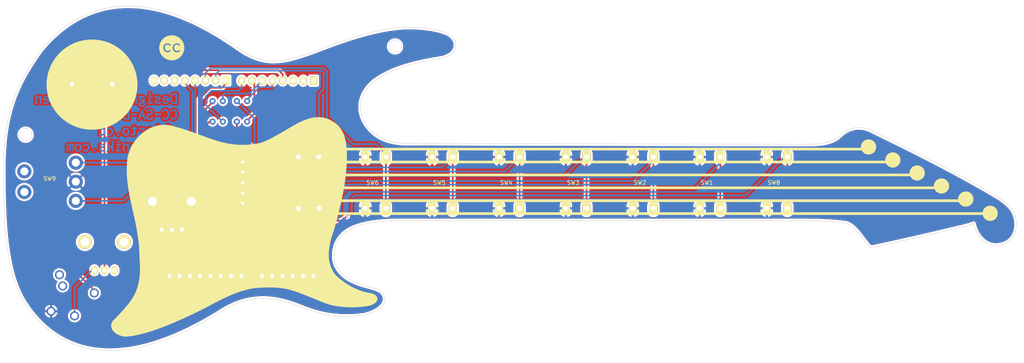
<source format=kicad_pcb>
(kicad_pcb (version 4) (host pcbnew 4.0.6-e0-6349~53~ubuntu16.04.1)
  (layers (0 F.Cu signal) (31 B.Cu signal) (34 B.Paste user) (35 F.Paste user) (36 B.SilkS user) (37 F.SilkS user) (38 B.Mask user) (39 F.Mask user) (44 Edge.Cuts user))
  (net 0 "")
  (net 1 GND)
  (net 2 "Net-(BZ1-Pad1)")
  (net 3 "Net-(P1-Pad1)")
  (net 4 "Net-(P1-Pad2)")
  (net 5 "Net-(P1-Pad3)")
  (net 6 "Net-(P1-Pad4)")
  (net 7 V+)
  (net 8 "Net-(P3-Pad1)")
  (net 9 "Net-(P3-Pad2)")
  (net 10 "Net-(P3-Pad3)")
  (net 11 "Net-(P3-Pad4)")
  (net 12 "Net-(P3-Pad5)")
  (net 13 "Net-(J1-Pad5)")
  (net 14 "Net-(P4-Pad4)")
  (net 15 "Net-(D1-Pad8)")
  (net 16 "Net-(D1-Pad7)")
  (net 17 "Net-(D1-Pad6)")
  (net 18 "Net-(D1-Pad5)")
  (net 19 "Net-(D1-Pad1)")
  (net 20 "Net-(D1-Pad2)")
  (net 21 "Net-(D1-Pad3)")
  (net 22 "Net-(D1-Pad4)")
  (net 23 "Net-(P1-Pad5)")
  (net 24 "Net-(P3-Pad6)")
  (module Connect:1pin (layer F.Cu) (at 125.46838 48.30318)
    (fp_text reference REF** hide)
    (fp_text value 1pin hide)
    (pad 1 thru_hole circle (at 0 0) (size 3.048 3.048) (drill 3.048) (layers *.Cu *.Mask))
  )
  (module Buttons_Switches_ThroughHole:SW_PUSH-12mm (layer F.Cu) (at 219.7608 81.96072 90)
    (fp_text reference SW8 (at 0 -0.762 180) (layer F.SilkS))
    (fp_text value Switch_DPST)
    (pad 1 thru_hole oval (at 6.35 -2.54 90) (size 3.4352 2.1144) (drill 1.2) (layers *.Cu *.Mask F.SilkS) (net 1 GND))
    (pad 2 thru_hole oval (at 6.35 2.54 90) (size 3.4352 2.1144) (drill 1.2) (layers *.Cu *.Mask F.SilkS) (net 3 "Net-(P1-Pad1)"))
    (pad 1 thru_hole oval (at -6.35 -2.54 90) (size 3.4352 2.1144) (drill 1.2) (layers *.Cu *.Mask F.SilkS) (net 1 GND))
    (pad 2 thru_hole oval (at -6.35 2.54 90) (size 3.4352 2.1144) (drill 1.2) (layers *.Cu *.Mask F.SilkS) (net 3 "Net-(P1-Pad1)"))
  )
  (module Buttons_Switches_ThroughHole:SW_PUSH-12mm (layer F.Cu) (at 203.2 81.97596 90)
    (fp_text reference SW1 (at 0 -0.762 180) (layer F.SilkS))
    (fp_text value Switch_DPST)
    (pad 1 thru_hole oval (at 6.35 -2.54 90) (size 3.4352 2.1144) (drill 1.2) (layers *.Cu *.Mask F.SilkS) (net 1 GND))
    (pad 2 thru_hole oval (at 6.35 2.54 90) (size 3.4352 2.1144) (drill 1.2) (layers *.Cu *.Mask F.SilkS) (net 24 "Net-(P3-Pad6)"))
    (pad 1 thru_hole oval (at -6.35 -2.54 90) (size 3.4352 2.1144) (drill 1.2) (layers *.Cu *.Mask F.SilkS) (net 1 GND))
    (pad 2 thru_hole oval (at -6.35 2.54 90) (size 3.4352 2.1144) (drill 1.2) (layers *.Cu *.Mask F.SilkS) (net 24 "Net-(P3-Pad6)"))
  )
  (module Buttons_Switches_ThroughHole:SW_PUSH-12mm (layer F.Cu) (at 186.69 81.97596 90)
    (fp_text reference SW2 (at 0 -0.762 180) (layer F.SilkS))
    (fp_text value Switch_DPST)
    (pad 1 thru_hole oval (at 6.35 -2.54 90) (size 3.4352 2.1144) (drill 1.2) (layers *.Cu *.Mask F.SilkS) (net 1 GND))
    (pad 2 thru_hole oval (at 6.35 2.54 90) (size 3.4352 2.1144) (drill 1.2) (layers *.Cu *.Mask F.SilkS) (net 12 "Net-(P3-Pad5)"))
    (pad 1 thru_hole oval (at -6.35 -2.54 90) (size 3.4352 2.1144) (drill 1.2) (layers *.Cu *.Mask F.SilkS) (net 1 GND))
    (pad 2 thru_hole oval (at -6.35 2.54 90) (size 3.4352 2.1144) (drill 1.2) (layers *.Cu *.Mask F.SilkS) (net 12 "Net-(P3-Pad5)"))
  )
  (module Buttons_Switches_ThroughHole:SW_PUSH-12mm (layer F.Cu) (at 170.18254 81.97596 90)
    (fp_text reference SW3 (at 0 -0.762 180) (layer F.SilkS))
    (fp_text value Switch_DPST)
    (pad 1 thru_hole oval (at 6.35 -2.54 90) (size 3.4352 2.1144) (drill 1.2) (layers *.Cu *.Mask F.SilkS) (net 1 GND))
    (pad 2 thru_hole oval (at 6.35 2.54 90) (size 3.4352 2.1144) (drill 1.2) (layers *.Cu *.Mask F.SilkS) (net 11 "Net-(P3-Pad4)"))
    (pad 1 thru_hole oval (at -6.35 -2.54 90) (size 3.4352 2.1144) (drill 1.2) (layers *.Cu *.Mask F.SilkS) (net 1 GND))
    (pad 2 thru_hole oval (at -6.35 2.54 90) (size 3.4352 2.1144) (drill 1.2) (layers *.Cu *.Mask F.SilkS) (net 11 "Net-(P3-Pad4)"))
  )
  (module Buttons_Switches_ThroughHole:SW_PUSH-12mm (layer F.Cu) (at 153.67 81.97596 90)
    (fp_text reference SW4 (at 0 -0.762 180) (layer F.SilkS))
    (fp_text value Switch_DPST)
    (pad 1 thru_hole oval (at 6.35 -2.54 90) (size 3.4352 2.1144) (drill 1.2) (layers *.Cu *.Mask F.SilkS) (net 1 GND))
    (pad 2 thru_hole oval (at 6.35 2.54 90) (size 3.4352 2.1144) (drill 1.2) (layers *.Cu *.Mask F.SilkS) (net 10 "Net-(P3-Pad3)"))
    (pad 1 thru_hole oval (at -6.35 -2.54 90) (size 3.4352 2.1144) (drill 1.2) (layers *.Cu *.Mask F.SilkS) (net 1 GND))
    (pad 2 thru_hole oval (at -6.35 2.54 90) (size 3.4352 2.1155) (drill 1.2) (layers *.Cu *.Mask F.SilkS) (net 10 "Net-(P3-Pad3)"))
  )
  (module Buttons_Switches_ThroughHole:SW_PUSH-12mm (layer F.Cu) (at 137.16 81.97596 90)
    (fp_text reference SW5 (at 0 -0.762 180) (layer F.SilkS))
    (fp_text value Switch_DPST)
    (pad 1 thru_hole oval (at 6.35 -2.54 90) (size 3.4352 2.1144) (drill 1.2) (layers *.Cu *.Mask F.SilkS) (net 1 GND))
    (pad 2 thru_hole oval (at 6.35 2.54 90) (size 3.4352 2.1144) (drill 1.2) (layers *.Cu *.Mask F.SilkS) (net 9 "Net-(P3-Pad2)"))
    (pad 1 thru_hole oval (at -6.35 -2.54 90) (size 3.4352 2.1144) (drill 1.2) (layers *.Cu *.Mask F.SilkS) (net 1 GND))
    (pad 2 thru_hole oval (at -6.35 2.54 90) (size 3.4352 2.1144) (drill 1.2) (layers *.Cu *.Mask F.SilkS) (net 9 "Net-(P3-Pad2)"))
  )
  (module Buttons_Switches_ThroughHole:SW_PUSH-12mm (layer F.Cu) (at 120.65 81.97596 90)
    (fp_text reference SW6 (at 0 -0.762 180) (layer F.SilkS))
    (fp_text value Switch_DPST)
    (pad 1 thru_hole oval (at 6.35 -2.54 90) (size 3.4352 2.1144) (drill 1.2) (layers *.Cu *.Mask F.SilkS) (net 1 GND))
    (pad 2 thru_hole oval (at 6.35 2.54 90) (size 3.4352 2.1144) (drill 1.2) (layers *.Cu *.Mask F.SilkS) (net 5 "Net-(P1-Pad3)"))
    (pad 1 thru_hole oval (at -6.35 -2.54 90) (size 3.4352 2.1144) (drill 1.2) (layers *.Cu *.Mask F.SilkS) (net 1 GND))
    (pad 2 thru_hole oval (at -6.35 2.54 90) (size 3.4352 2.1144) (drill 1.2) (layers *.Cu *.Mask F.SilkS) (net 5 "Net-(P1-Pad3)"))
  )
  (module array_LEDs:Array_4_LED (layer F.Cu) (at 80.41132 66.88836 90)
    (fp_text reference D1 hide)
    (fp_text value LED_Array)
    (pad 1 thru_hole circle (at 0 0 90) (size 1.524 1.524) (drill 0.762) (layers *.Cu *.Mask) (net 19 "Net-(D1-Pad1)"))
    (pad 5 thru_hole circle (at 5.08 0 90) (size 1.524 1.524) (drill 0.762) (layers *.Cu *.Mask) (net 18 "Net-(D1-Pad5)"))
    (pad 2 thru_hole circle (at 0 2.54 90) (size 1.524 1.524) (drill 0.762) (layers *.Cu *.Mask) (net 20 "Net-(D1-Pad2)"))
    (pad 6 thru_hole circle (at 5.08 2.54 90) (size 1.524 1.524) (drill 0.762) (layers *.Cu *.Mask) (net 17 "Net-(D1-Pad6)"))
    (pad 3 thru_hole circle (at 0 5.9944 90) (size 1.524 1.524) (drill 0.762) (layers *.Cu *.Mask) (net 21 "Net-(D1-Pad3)"))
    (pad 7 thru_hole circle (at 5.08 5.9944 90) (size 1.524 1.524) (drill 0.762) (layers *.Cu *.Mask) (net 16 "Net-(D1-Pad7)"))
    (pad 4 thru_hole circle (at 0 8.5344 90) (size 1.524 1.524) (drill 0.762) (layers *.Cu *.Mask) (net 22 "Net-(D1-Pad4)"))
    (pad 8 thru_hole circle (at 5.08 8.5344 90) (size 1.524 1.524) (drill 0.762) (layers *.Cu *.Mask) (net 15 "Net-(D1-Pad8)"))
  )
  (module Pin_Headers:Pin_Header_Straight_1x08 (layer F.Cu) (at 105.3592 56.77916 270)
    (fp_text reference P4 hide)
    (fp_text value CONN_01X08)
    (pad 1 thru_hole rect (at 0 0 270) (size 2.032 1.7272) (drill 1.016) (layers *.Cu *.Mask F.SilkS))
    (pad 2 thru_hole oval (at 0 2.54 270) (size 2.032 1.7272) (drill 1.016) (layers *.Cu *.Mask F.SilkS))
    (pad 3 thru_hole oval (at 0 5.08 270) (size 2.032 1.7272) (drill 1.016) (layers *.Cu *.Mask F.SilkS))
    (pad 4 thru_hole oval (at -0.04826 7.62 270) (size 2.032 1.7272) (drill 1.016) (layers *.Cu *.Mask F.SilkS) (net 14 "Net-(P4-Pad4)"))
    (pad 5 thru_hole oval (at 0 10.16 270) (size 2.032 1.7272) (drill 1.016) (layers *.Cu *.Mask F.SilkS) (net 15 "Net-(D1-Pad8)"))
    (pad 6 thru_hole oval (at 0 12.7 270) (size 2.032 1.7272) (drill 1.016) (layers *.Cu *.Mask F.SilkS) (net 17 "Net-(D1-Pad6)"))
    (pad 7 thru_hole oval (at 0 15.24 270) (size 2.032 1.7272) (drill 1.016) (layers *.Cu *.Mask F.SilkS) (net 22 "Net-(D1-Pad4)"))
    (pad 8 thru_hole oval (at 0 17.78 270) (size 2.032 1.7272) (drill 1.016) (layers *.Cu *.Mask F.SilkS) (net 20 "Net-(D1-Pad2)"))
  )
  (module Pin_Headers:Pin_Header_Straight_1x08 (layer F.Cu) (at 83.72094 56.7309 270)
    (fp_text reference P1 hide)
    (fp_text value CONN_01X08)
    (pad 1 thru_hole rect (at 0 0 270) (size 2.032 1.7272) (drill 1.016) (layers *.Cu *.Mask F.SilkS) (net 3 "Net-(P1-Pad1)"))
    (pad 2 thru_hole oval (at 0 2.54 270) (size 2.032 1.7272) (drill 1.016) (layers *.Cu *.Mask F.SilkS) (net 4 "Net-(P1-Pad2)"))
    (pad 3 thru_hole oval (at 0 5.08 270) (size 2.032 1.7272) (drill 1.016) (layers *.Cu *.Mask F.SilkS) (net 5 "Net-(P1-Pad3)"))
    (pad 4 thru_hole oval (at 0 7.62 270) (size 2.032 1.7272) (drill 1.016) (layers *.Cu *.Mask F.SilkS) (net 6 "Net-(P1-Pad4)"))
    (pad 5 thru_hole oval (at 0 10.16 270) (size 2.032 1.7272) (drill 1.016) (layers *.Cu *.Mask F.SilkS) (net 23 "Net-(P1-Pad5)"))
    (pad 6 thru_hole oval (at 0 12.7 270) (size 2.032 1.7272) (drill 1.016) (layers *.Cu *.Mask F.SilkS))
    (pad 7 thru_hole oval (at 0 15.24 270) (size 2.032 1.7272) (drill 1.016) (layers *.Cu *.Mask F.SilkS))
    (pad 8 thru_hole oval (at 0 17.78 270) (size 2.032 1.7272) (drill 1.016) (layers *.Cu *.Mask F.SilkS))
  )
  (module buzzer:buzzer_tmb (layer F.Cu) (at 50.67 57.71)
    (fp_text reference BZ1 hide)
    (fp_text value buzzer hide)
    (pad 2 thru_hole circle (at 5 0) (size 2.2 2.2) (drill 1.1) (layers *.Cu *.Mask) (net 1 GND))
    (pad 1 thru_hole circle (at -5 0) (size 2.2 2.2) (drill 1.1) (layers *.Cu *.Mask) (net 2 "Net-(BZ1-Pad1)"))
  )
  (module Connect:1pin (layer F.Cu) (at 34.27476 70.13448)
    (fp_text reference REF** hide)
    (fp_text value 1pin hide)
    (pad 1 thru_hole circle (at 0 0) (size 3.048 3.048) (drill 3.048) (layers *.Cu *.Mask))
  )
  (module PHT_Resistors:trimmer_alps-rk09k1130ah1 (layer F.Cu) (at 53.721 96.647)
    (fp_text reference RV2 hide)
    (fp_text value POT hide)
    (pad 1 thru_hole oval (at -2.5 7) (size 1.5 2) (drill 1) (layers *.Cu *.Mask F.SilkS) (net 13 "Net-(J1-Pad5)"))
    (pad 2 thru_hole oval (at 0 7) (size 1.5 2) (drill 1) (layers *.Cu *.Mask F.SilkS) (net 14 "Net-(P4-Pad4)"))
    (pad 3 thru_hole oval (at 2.5 7) (size 1.5 2) (drill 1) (layers *.Cu *.Mask F.SilkS))
    (pad "" thru_hole circle (at -4.8 0) (size 3.5 3.5) (drill 2.2) (layers *.Cu *.Mask F.SilkS))
    (pad "" thru_hole circle (at 4.8 0) (size 3.5 3.5) (drill 2.2) (layers *.Cu *.Mask F.SilkS))
  )
  (module jack_huella (layer F.Cu) (at 44.07916 110.236 45)
    (fp_text reference J1 hide)
    (fp_text value jack_audio_5pin)
    (pad 1 thru_hole circle (at -5 0 45) (size 2.25 2.25) (drill 1.4986) (layers *.Cu *.Mask) (net 1 GND))
    (pad 5 thru_hole circle (at -1.7 4.9 45) (size 2.25 2.25) (drill 1.4986) (layers *.Cu *.Mask) (net 13 "Net-(J1-Pad5)"))
    (pad 4 thru_hole circle (at 5.75 4.35 45) (size 2.25 2.25) (drill 1.4986) (layers *.Cu *.Mask) (net 2 "Net-(BZ1-Pad1)"))
    (pad 3 thru_hole circle (at 1.45 -2.4 45) (size 2.25 2.25) (drill 1.4986) (layers *.Cu *.Mask))
    (pad 2 thru_hole circle (at 2.85 -4.9 45) (size 2.25 2.25) (drill 1.4986) (layers *.Cu *.Mask))
  )
  (module Switch:switch (layer F.Cu) (at 49.6 80.14 270)
    (fp_text reference SW9 (at 0.8352 9.4172 360) (layer F.SilkS))
    (fp_text value SWITCH_INV_MSM)
    (pad 4 thru_hole circle (at 4.15 15.65 270) (size 3.5 3.5) (drill 2) (layers *.Cu *.Mask))
    (pad 4 thru_hole circle (at -0.95 15.65 270) (size 3.5 3.5) (drill 2) (layers *.Cu *.Mask))
    (pad 3 thru_hole circle (at 6.35 2.95 270) (size 3.5 3.5) (drill 2) (layers *.Cu *.Mask) (net 6 "Net-(P1-Pad4)"))
    (pad 2 thru_hole circle (at 1.6 2.95 270) (size 3.5 3.5) (drill 2) (layers *.Cu *.Mask) (net 1 GND))
    (pad 1 thru_hole circle (at -3.1 2.95 270) (size 3.5 3.5) (drill 2) (layers *.Cu *.Mask) (net 23 "Net-(P1-Pad5)"))
  )
  (module PHT_Resistors:trimmer_alps-rk09k1130ah1 (layer F.Cu) (at 70.35292 86.614)
    (fp_text reference RV1 hide)
    (fp_text value POT hide)
    (pad 1 thru_hole oval (at -2.5 7) (size 1.5 2) (drill 1) (layers *.Cu *.Mask F.SilkS) (net 7 V+))
    (pad 2 thru_hole oval (at 0 7) (size 1.5 2) (drill 1) (layers *.Cu *.Mask F.SilkS) (net 8 "Net-(P3-Pad1)"))
    (pad 3 thru_hole oval (at 2.5 7) (size 1.5 2) (drill 1) (layers *.Cu *.Mask F.SilkS) (net 1 GND))
    (pad "" thru_hole circle (at -4.8 0) (size 3.5 3.5) (drill 2.2) (layers *.Cu *.Mask F.SilkS))
    (pad "" thru_hole circle (at 4.8 0) (size 3.5 3.5) (drill 2.2) (layers *.Cu *.Mask F.SilkS))
  )
  (module Buttons_Switches_ThroughHole:SW_PUSH-12mm (layer F.Cu) (at 104.14 81.97596 90)
    (fp_text reference SW7 (at 0 -0.762 90) (layer F.SilkS))
    (fp_text value Switch_DPST)
    (pad 1 thru_hole oval (at 6.35 -2.54 90) (size 3.4352 2.1144) (drill 1.2) (layers *.Cu *.Mask F.SilkS) (net 1 GND))
    (pad 2 thru_hole oval (at 6.35 2.54 90) (size 3.4352 2.1144) (drill 1.2) (layers *.Cu *.Mask F.SilkS) (net 4 "Net-(P1-Pad2)"))
    (pad 1 thru_hole oval (at -6.35 -2.54 90) (size 3.4352 2.1144) (drill 1.2) (layers *.Cu *.Mask F.SilkS) (net 1 GND))
    (pad 2 thru_hole oval (at -6.35 2.54 90) (size 3.4352 2.1144) (drill 1.2) (layers *.Cu *.Mask F.SilkS) (net 4 "Net-(P1-Pad2)"))
  )
  (module pth_resistors:r-sil_5 (layer F.Cu) (at 87.8332 81.97596 90)
    (fp_text reference RR1 hide)
    (fp_text value RR4 hide)
    (pad 1 thru_hole rect (at -5.08 0 90) (size 1.524 2.19964) (drill 0.8001) (layers *.Cu *.Mask F.SilkS) (net 1 GND))
    (pad 2 thru_hole oval (at -2.54 0 90) (size 1.524 2.19964) (drill 0.8001) (layers *.Cu *.Mask F.SilkS) (net 16 "Net-(D1-Pad7)"))
    (pad 3 thru_hole oval (at 0 0 90) (size 1.524 2.19964) (drill 0.8001) (layers *.Cu *.Mask F.SilkS) (net 18 "Net-(D1-Pad5)"))
    (pad 4 thru_hole oval (at 2.54 0 90) (size 1.524 2.19964) (drill 0.8001) (layers *.Cu *.Mask F.SilkS) (net 21 "Net-(D1-Pad3)"))
    (pad 5 thru_hole oval (at 5.08 0 90) (size 1.524 2.19964) (drill 0.8001) (layers *.Cu *.Mask F.SilkS) (net 19 "Net-(D1-Pad1)"))
  )
  (module Pin_Headers:Pin_Header_Straight_1x06 (layer F.Cu) (at 92.62364 105.0036 90)
    (fp_text reference P3 hide)
    (fp_text value CONN_01X06)
    (pad 1 thru_hole rect (at 0 0 90) (size 2.032 1.7272) (drill 1.016) (layers *.Cu *.Mask F.SilkS) (net 8 "Net-(P3-Pad1)"))
    (pad 2 thru_hole oval (at 0 2.54 90) (size 2.032 1.7272) (drill 1.016) (layers *.Cu *.Mask F.SilkS) (net 9 "Net-(P3-Pad2)"))
    (pad 3 thru_hole oval (at 0 5.08 90) (size 2.032 1.7272) (drill 1.016) (layers *.Cu *.Mask F.SilkS) (net 10 "Net-(P3-Pad3)"))
    (pad 4 thru_hole oval (at 0 7.62 90) (size 2.032 1.7272) (drill 1.016) (layers *.Cu *.Mask F.SilkS) (net 11 "Net-(P3-Pad4)"))
    (pad 5 thru_hole oval (at 0 10.16 90) (size 2.032 1.7272) (drill 1.016) (layers *.Cu *.Mask F.SilkS) (net 12 "Net-(P3-Pad5)"))
    (pad 6 thru_hole oval (at 0 12.7 90) (size 2.032 1.7272) (drill 1.016) (layers *.Cu *.Mask F.SilkS) (net 24 "Net-(P3-Pad6)"))
  )
  (module Pin_Headers:Pin_Header_Straight_1x08 (layer F.Cu) (at 69.7484 104.99344 90)
    (fp_text reference P2 hide)
    (fp_text value CONN_01X08)
    (pad 1 thru_hole rect (at 0 0 90) (size 2.032 1.7272) (drill 1.016) (layers *.Cu *.Mask F.SilkS))
    (pad 2 thru_hole oval (at 0 2.54 90) (size 2.032 1.7272) (drill 1.016) (layers *.Cu *.Mask F.SilkS) (net 7 V+))
    (pad 3 thru_hole oval (at 0 5.08 90) (size 2.032 1.7272) (drill 1.016) (layers *.Cu *.Mask F.SilkS))
    (pad 4 thru_hole oval (at 0 7.62 90) (size 2.032 1.7272) (drill 1.016) (layers *.Cu *.Mask F.SilkS))
    (pad 5 thru_hole oval (at 0 10.16 90) (size 2.032 1.7272) (drill 1.016) (layers *.Cu *.Mask F.SilkS))
    (pad 6 thru_hole oval (at 0 12.7 90) (size 2.032 1.7272) (drill 1.016) (layers *.Cu *.Mask F.SilkS) (net 1 GND))
    (pad 7 thru_hole oval (at 0 15.24 90) (size 2.032 1.7272) (drill 1.016) (layers *.Cu *.Mask F.SilkS) (net 1 GND))
    (pad 8 thru_hole oval (at 0 17.78 90) (size 2.032 1.7272) (drill 1.016) (layers *.Cu *.Mask F.SilkS))
  )
  (module guitarra_bot:svg2mod-rev (layer F.Cu) (at 54.17566 67.0306)
    (fp_text reference svg2mod-rev hide)
    (fp_text value G*** hide)
    (fp_poly (pts (xy 17.413035 -7.0595) (xy 17.153754 -6.823791) (xy 16.85519 -6.823791) (xy 16.625373 -6.804144) (xy 16.395557 -6.690221) (xy 16.252166 -6.521111) (xy 16.158864 -6.306701) (xy 16.108285 -6.062091) (xy 16.093062 -5.802382) (xy 16.12007 -5.488286) (xy 16.194221 -5.243062) (xy 16.3052 -5.06045) (xy 16.442697 -4.934187) (xy 16.672514 -4.840884) (xy 16.90233 -4.824189) (xy 17.153754 -4.824189) (xy 17.153754 -6.823791) (xy 17.413035 -7.0595) (xy 17.413035 -4.60812) (xy 16.886617 -4.60812) (xy 16.701977 -4.613506) (xy 16.527814 -4.640717) (xy 16.356271 -4.706332) (xy 16.194712 -4.815785) (xy 16.060325 -4.961248) (xy 15.954092 -5.139449) (xy 15.876995 -5.347113) (xy 15.830017 -5.580968) (xy 15.814139 -5.837739) (xy 15.831362 -6.112325) (xy 15.884035 -6.365602) (xy 15.973668 -6.590406) (xy 16.101768 -6.77957) (xy 16.269845 -6.92593) (xy 16.448081 -7.012939) (xy 16.635048 -7.05106) (xy 16.839476 -7.0595) (xy 17.413035 -7.0595)) (layer B.Cu) (width 0.00254))
    (fp_line (start 17.413035 -7.0595) (end 17.153754 -6.823791) (layer B.Cu) (width 0))
    (fp_line (start 17.153754 -6.823791) (end 16.85519 -6.823791) (layer B.Cu) (width 0))
    (fp_line (start 16.85519 -6.823791) (end 16.625373 -6.804144) (layer B.Cu) (width 0))
    (fp_line (start 16.625373 -6.804144) (end 16.395557 -6.690221) (layer B.Cu) (width 0))
    (fp_line (start 16.395557 -6.690221) (end 16.252166 -6.521111) (layer B.Cu) (width 0))
    (fp_line (start 16.252166 -6.521111) (end 16.158864 -6.306701) (layer B.Cu) (width 0))
    (fp_line (start 16.158864 -6.306701) (end 16.108285 -6.062091) (layer B.Cu) (width 0))
    (fp_line (start 16.108285 -6.062091) (end 16.093062 -5.802382) (layer B.Cu) (width 0))
    (fp_line (start 16.093062 -5.802382) (end 16.12007 -5.488286) (layer B.Cu) (width 0))
    (fp_line (start 16.12007 -5.488286) (end 16.194221 -5.243062) (layer B.Cu) (width 0))
    (fp_line (start 16.194221 -5.243062) (end 16.3052 -5.06045) (layer B.Cu) (width 0))
    (fp_line (start 16.3052 -5.06045) (end 16.442697 -4.934187) (layer B.Cu) (width 0))
    (fp_line (start 16.442697 -4.934187) (end 16.672514 -4.840884) (layer B.Cu) (width 0))
    (fp_line (start 16.672514 -4.840884) (end 16.90233 -4.824189) (layer B.Cu) (width 0))
    (fp_line (start 16.90233 -4.824189) (end 17.153754 -4.824189) (layer B.Cu) (width 0))
    (fp_line (start 17.153754 -4.824189) (end 17.153754 -6.823791) (layer B.Cu) (width 0))
    (fp_line (start 17.153754 -6.823791) (end 17.413035 -7.0595) (layer B.Cu) (width 0))
    (fp_line (start 17.413035 -7.0595) (end 17.413035 -4.60812) (layer B.Cu) (width 0))
    (fp_line (start 17.413035 -4.60812) (end 16.886617 -4.60812) (layer B.Cu) (width 0))
    (fp_line (start 16.886617 -4.60812) (end 16.701977 -4.613506) (layer B.Cu) (width 0))
    (fp_line (start 16.701977 -4.613506) (end 16.527814 -4.640717) (layer B.Cu) (width 0))
    (fp_line (start 16.527814 -4.640717) (end 16.356271 -4.706332) (layer B.Cu) (width 0))
    (fp_line (start 16.356271 -4.706332) (end 16.194712 -4.815785) (layer B.Cu) (width 0))
    (fp_line (start 16.194712 -4.815785) (end 16.060325 -4.961248) (layer B.Cu) (width 0))
    (fp_line (start 16.060325 -4.961248) (end 15.954092 -5.139449) (layer B.Cu) (width 0))
    (fp_line (start 15.954092 -5.139449) (end 15.876995 -5.347113) (layer B.Cu) (width 0))
    (fp_line (start 15.876995 -5.347113) (end 15.830017 -5.580968) (layer B.Cu) (width 0))
    (fp_line (start 15.830017 -5.580968) (end 15.814139 -5.837739) (layer B.Cu) (width 0))
    (fp_line (start 15.814139 -5.837739) (end 15.831362 -6.112325) (layer B.Cu) (width 0))
    (fp_line (start 15.831362 -6.112325) (end 15.884035 -6.365602) (layer B.Cu) (width 0))
    (fp_line (start 15.884035 -6.365602) (end 15.973668 -6.590406) (layer B.Cu) (width 0))
    (fp_line (start 15.973668 -6.590406) (end 16.101768 -6.77957) (layer B.Cu) (width 0))
    (fp_line (start 16.101768 -6.77957) (end 16.269845 -6.92593) (layer B.Cu) (width 0))
    (fp_line (start 16.269845 -6.92593) (end 16.448081 -7.012939) (layer B.Cu) (width 0))
    (fp_line (start 16.448081 -7.012939) (end 16.635048 -7.05106) (layer B.Cu) (width 0))
    (fp_line (start 16.635048 -7.05106) (end 16.839476 -7.0595) (layer B.Cu) (width 0))
    (fp_line (start 16.839476 -7.0595) (end 17.413035 -7.0595) (layer B.Cu) (width 0))
    (fp_poly (pts (xy 14.64345 -6.446653) (xy 14.974413 -6.116661) (xy 14.817642 -6.20493) (xy 14.66308 -6.230588) (xy 14.463034 -6.186147) (xy 14.309025 -6.066574) (xy 14.216153 -5.892493) (xy 14.199519 -5.684528) (xy 15.18557 -5.684528) (xy 15.10614 -5.948841) (xy 14.974413 -6.116661) (xy 14.64345 -6.446653) (xy 14.853241 -6.420936) (xy 15.047647 -6.343057) (xy 15.216517 -6.211926) (xy 15.349704 -6.02645) (xy 15.437059 -5.785539) (xy 15.468432 -5.488101) (xy 15.438532 -5.211307) (xy 15.353633 -4.982636) (xy 15.220937 -4.803071) (xy 15.047647 -4.673595) (xy 14.840964 -4.595189) (xy 14.608092 -4.568835) (xy 14.35987 -4.600118) (xy 14.14133 -4.693383) (xy 13.963821 -4.847758) (xy 14.12096 -5.000969) (xy 14.252491 -4.888644) (xy 14.411086 -4.819969) (xy 14.584521 -4.796689) (xy 14.737984 -4.814886) (xy 14.896727 -4.87815) (xy 15.03963 -4.999493) (xy 15.145573 -5.191926) (xy 15.193437 -5.46846) (xy 13.920608 -5.46846) (xy 13.914704 -5.646715) (xy 13.93238 -5.81024) (xy 14.009724 -6.061976) (xy 14.133456 -6.243001) (xy 14.289621 -6.361798) (xy 14.464267 -6.426853) (xy 14.643439 -6.446653) (xy 14.64345 -6.446653)) (layer B.Cu) (width 0.00254))
    (fp_line (start 14.64345 -6.446653) (end 14.974413 -6.116661) (layer B.Cu) (width 0))
    (fp_line (start 14.974413 -6.116661) (end 14.817642 -6.20493) (layer B.Cu) (width 0))
    (fp_line (start 14.817642 -6.20493) (end 14.66308 -6.230588) (layer B.Cu) (width 0))
    (fp_line (start 14.66308 -6.230588) (end 14.463034 -6.186147) (layer B.Cu) (width 0))
    (fp_line (start 14.463034 -6.186147) (end 14.309025 -6.066574) (layer B.Cu) (width 0))
    (fp_line (start 14.309025 -6.066574) (end 14.216153 -5.892493) (layer B.Cu) (width 0))
    (fp_line (start 14.216153 -5.892493) (end 14.199519 -5.684528) (layer B.Cu) (width 0))
    (fp_line (start 14.199519 -5.684528) (end 15.18557 -5.684528) (layer B.Cu) (width 0))
    (fp_line (start 15.18557 -5.684528) (end 15.10614 -5.948841) (layer B.Cu) (width 0))
    (fp_line (start 15.10614 -5.948841) (end 14.974413 -6.116661) (layer B.Cu) (width 0))
    (fp_line (start 14.974413 -6.116661) (end 14.64345 -6.446653) (layer B.Cu) (width 0))
    (fp_line (start 14.64345 -6.446653) (end 14.853241 -6.420936) (layer B.Cu) (width 0))
    (fp_line (start 14.853241 -6.420936) (end 15.047647 -6.343057) (layer B.Cu) (width 0))
    (fp_line (start 15.047647 -6.343057) (end 15.216517 -6.211926) (layer B.Cu) (width 0))
    (fp_line (start 15.216517 -6.211926) (end 15.349704 -6.02645) (layer B.Cu) (width 0))
    (fp_line (start 15.349704 -6.02645) (end 15.437059 -5.785539) (layer B.Cu) (width 0))
    (fp_line (start 15.437059 -5.785539) (end 15.468432 -5.488101) (layer B.Cu) (width 0))
    (fp_line (start 15.468432 -5.488101) (end 15.438532 -5.211307) (layer B.Cu) (width 0))
    (fp_line (start 15.438532 -5.211307) (end 15.353633 -4.982636) (layer B.Cu) (width 0))
    (fp_line (start 15.353633 -4.982636) (end 15.220937 -4.803071) (layer B.Cu) (width 0))
    (fp_line (start 15.220937 -4.803071) (end 15.047647 -4.673595) (layer B.Cu) (width 0))
    (fp_line (start 15.047647 -4.673595) (end 14.840964 -4.595189) (layer B.Cu) (width 0))
    (fp_line (start 14.840964 -4.595189) (end 14.608092 -4.568835) (layer B.Cu) (width 0))
    (fp_line (start 14.608092 -4.568835) (end 14.35987 -4.600118) (layer B.Cu) (width 0))
    (fp_line (start 14.35987 -4.600118) (end 14.14133 -4.693383) (layer B.Cu) (width 0))
    (fp_line (start 14.14133 -4.693383) (end 13.963821 -4.847758) (layer B.Cu) (width 0))
    (fp_line (start 13.963821 -4.847758) (end 14.12096 -5.000969) (layer B.Cu) (width 0))
    (fp_line (start 14.12096 -5.000969) (end 14.252491 -4.888644) (layer B.Cu) (width 0))
    (fp_line (start 14.252491 -4.888644) (end 14.411086 -4.819969) (layer B.Cu) (width 0))
    (fp_line (start 14.411086 -4.819969) (end 14.584521 -4.796689) (layer B.Cu) (width 0))
    (fp_line (start 14.584521 -4.796689) (end 14.737984 -4.814886) (layer B.Cu) (width 0))
    (fp_line (start 14.737984 -4.814886) (end 14.896727 -4.87815) (layer B.Cu) (width 0))
    (fp_line (start 14.896727 -4.87815) (end 15.03963 -4.999493) (layer B.Cu) (width 0))
    (fp_line (start 15.03963 -4.999493) (end 15.145573 -5.191926) (layer B.Cu) (width 0))
    (fp_line (start 15.145573 -5.191926) (end 15.193437 -5.46846) (layer B.Cu) (width 0))
    (fp_line (start 15.193437 -5.46846) (end 13.920608 -5.46846) (layer B.Cu) (width 0))
    (fp_line (start 13.920608 -5.46846) (end 13.914704 -5.646715) (layer B.Cu) (width 0))
    (fp_line (start 13.914704 -5.646715) (end 13.93238 -5.81024) (layer B.Cu) (width 0))
    (fp_line (start 13.93238 -5.81024) (end 14.009724 -6.061976) (layer B.Cu) (width 0))
    (fp_line (start 14.009724 -6.061976) (end 14.133456 -6.243001) (layer B.Cu) (width 0))
    (fp_line (start 14.133456 -6.243001) (end 14.289621 -6.361798) (layer B.Cu) (width 0))
    (fp_line (start 14.289621 -6.361798) (end 14.464267 -6.426853) (layer B.Cu) (width 0))
    (fp_line (start 14.464267 -6.426853) (end 14.643439 -6.446653) (layer B.Cu) (width 0))
    (fp_line (start 14.643439 -6.446653) (end 14.64345 -6.446653) (layer B.Cu) (width 0))
    (fp_poly (pts (xy 11.995646 -6.16773) (xy 12.183777 -6.320359) (xy 12.411193 -6.414498) (xy 12.667417 -6.446653) (xy 12.950514 -6.406264) (xy 13.167318 -6.297371) (xy 13.306044 -6.138391) (xy 13.354904 -5.947737) (xy 13.263676 -5.695731) (xy 13.075545 -5.550231) (xy 12.91884 -5.484174) (xy 12.669873 -5.404622) (xy 12.435638 -5.319177) (xy 12.291265 -5.202304) (xy 12.258855 -5.091325) (xy 12.321275 -4.942915) (xy 12.485835 -4.844266) (xy 12.718488 -4.808472) (xy 12.987226 -4.85867) (xy 13.176521 -4.963867) (xy 13.280261 -5.055968) (xy 13.292061 -5.099181) (xy 13.307766 -5.134538) (xy 13.472763 -4.855616) (xy 13.302918 -4.72794) (xy 13.115762 -4.638566) (xy 12.917558 -4.586022) (xy 12.714566 -4.568835) (xy 12.448371 -4.601237) (xy 12.239689 -4.688513) (xy 12.089464 -4.815765) (xy 11.998637 -4.968096) (xy 11.968152 -5.130611) (xy 11.98925 -5.263451) (xy 12.068839 -5.405022) (xy 12.231361 -5.535245) (xy 12.453975 -5.628655) (xy 12.689684 -5.698495) (xy 12.891346 -5.770954) (xy 13.034246 -5.883898) (xy 13.068129 -5.99095) (xy 13.014876 -6.116952) (xy 12.877815 -6.202797) (xy 12.690995 -6.234515) (xy 12.46125 -6.190429) (xy 12.293489 -6.091344) (xy 12.192076 -5.98702) (xy 12.184209 -5.951665) (xy 12.160638 -5.920238) (xy 11.995641 -6.16773) (xy 11.995646 -6.16773)) (layer B.Cu) (width 0.00254))
    (fp_line (start 11.995646 -6.16773) (end 12.183777 -6.320359) (layer B.Cu) (width 0))
    (fp_line (start 12.183777 -6.320359) (end 12.411193 -6.414498) (layer B.Cu) (width 0))
    (fp_line (start 12.411193 -6.414498) (end 12.667417 -6.446653) (layer B.Cu) (width 0))
    (fp_line (start 12.667417 -6.446653) (end 12.950514 -6.406264) (layer B.Cu) (width 0))
    (fp_line (start 12.950514 -6.406264) (end 13.167318 -6.297371) (layer B.Cu) (width 0))
    (fp_line (start 13.167318 -6.297371) (end 13.306044 -6.138391) (layer B.Cu) (width 0))
    (fp_line (start 13.306044 -6.138391) (end 13.354904 -5.947737) (layer B.Cu) (width 0))
    (fp_line (start 13.354904 -5.947737) (end 13.263676 -5.695731) (layer B.Cu) (width 0))
    (fp_line (start 13.263676 -5.695731) (end 13.075545 -5.550231) (layer B.Cu) (width 0))
    (fp_line (start 13.075545 -5.550231) (end 12.91884 -5.484174) (layer B.Cu) (width 0))
    (fp_line (start 12.91884 -5.484174) (end 12.669873 -5.404622) (layer B.Cu) (width 0))
    (fp_line (start 12.669873 -5.404622) (end 12.435638 -5.319177) (layer B.Cu) (width 0))
    (fp_line (start 12.435638 -5.319177) (end 12.291265 -5.202304) (layer B.Cu) (width 0))
    (fp_line (start 12.291265 -5.202304) (end 12.258855 -5.091325) (layer B.Cu) (width 0))
    (fp_line (start 12.258855 -5.091325) (end 12.321275 -4.942915) (layer B.Cu) (width 0))
    (fp_line (start 12.321275 -4.942915) (end 12.485835 -4.844266) (layer B.Cu) (width 0))
    (fp_line (start 12.485835 -4.844266) (end 12.718488 -4.808472) (layer B.Cu) (width 0))
    (fp_line (start 12.718488 -4.808472) (end 12.987226 -4.85867) (layer B.Cu) (width 0))
    (fp_line (start 12.987226 -4.85867) (end 13.176521 -4.963867) (layer B.Cu) (width 0))
    (fp_line (start 13.176521 -4.963867) (end 13.280261 -5.055968) (layer B.Cu) (width 0))
    (fp_line (start 13.280261 -5.055968) (end 13.292061 -5.099181) (layer B.Cu) (width 0))
    (fp_line (start 13.292061 -5.099181) (end 13.307766 -5.134538) (layer B.Cu) (width 0))
    (fp_line (start 13.307766 -5.134538) (end 13.472763 -4.855616) (layer B.Cu) (width 0))
    (fp_line (start 13.472763 -4.855616) (end 13.302918 -4.72794) (layer B.Cu) (width 0))
    (fp_line (start 13.302918 -4.72794) (end 13.115762 -4.638566) (layer B.Cu) (width 0))
    (fp_line (start 13.115762 -4.638566) (end 12.917558 -4.586022) (layer B.Cu) (width 0))
    (fp_line (start 12.917558 -4.586022) (end 12.714566 -4.568835) (layer B.Cu) (width 0))
    (fp_line (start 12.714566 -4.568835) (end 12.448371 -4.601237) (layer B.Cu) (width 0))
    (fp_line (start 12.448371 -4.601237) (end 12.239689 -4.688513) (layer B.Cu) (width 0))
    (fp_line (start 12.239689 -4.688513) (end 12.089464 -4.815765) (layer B.Cu) (width 0))
    (fp_line (start 12.089464 -4.815765) (end 11.998637 -4.968096) (layer B.Cu) (width 0))
    (fp_line (start 11.998637 -4.968096) (end 11.968152 -5.130611) (layer B.Cu) (width 0))
    (fp_line (start 11.968152 -5.130611) (end 11.98925 -5.263451) (layer B.Cu) (width 0))
    (fp_line (start 11.98925 -5.263451) (end 12.068839 -5.405022) (layer B.Cu) (width 0))
    (fp_line (start 12.068839 -5.405022) (end 12.231361 -5.535245) (layer B.Cu) (width 0))
    (fp_line (start 12.231361 -5.535245) (end 12.453975 -5.628655) (layer B.Cu) (width 0))
    (fp_line (start 12.453975 -5.628655) (end 12.689684 -5.698495) (layer B.Cu) (width 0))
    (fp_line (start 12.689684 -5.698495) (end 12.891346 -5.770954) (layer B.Cu) (width 0))
    (fp_line (start 12.891346 -5.770954) (end 13.034246 -5.883898) (layer B.Cu) (width 0))
    (fp_line (start 13.034246 -5.883898) (end 13.068129 -5.99095) (layer B.Cu) (width 0))
    (fp_line (start 13.068129 -5.99095) (end 13.014876 -6.116952) (layer B.Cu) (width 0))
    (fp_line (start 13.014876 -6.116952) (end 12.877815 -6.202797) (layer B.Cu) (width 0))
    (fp_line (start 12.877815 -6.202797) (end 12.690995 -6.234515) (layer B.Cu) (width 0))
    (fp_line (start 12.690995 -6.234515) (end 12.46125 -6.190429) (layer B.Cu) (width 0))
    (fp_line (start 12.46125 -6.190429) (end 12.293489 -6.091344) (layer B.Cu) (width 0))
    (fp_line (start 12.293489 -6.091344) (end 12.192076 -5.98702) (layer B.Cu) (width 0))
    (fp_line (start 12.192076 -5.98702) (end 12.184209 -5.951665) (layer B.Cu) (width 0))
    (fp_line (start 12.184209 -5.951665) (end 12.160638 -5.920238) (layer B.Cu) (width 0))
    (fp_line (start 12.160638 -5.920238) (end 11.995641 -6.16773) (layer B.Cu) (width 0))
    (fp_line (start 11.995641 -6.16773) (end 11.995646 -6.16773) (layer B.Cu) (width 0))
    (fp_poly (pts (xy 11.312089 -6.40737) (xy 10.875536 -7.126284) (xy 10.934955 -6.984857) (xy 10.875536 -6.843432) (xy 10.730672 -6.784505) (xy 10.585809 -6.843432) (xy 10.52639 -6.984857) (xy 10.585809 -7.126284) (xy 10.730672 -7.185212) (xy 10.875536 -7.126284) (xy 11.312089 -6.40737) (xy 11.312089 -6.175589) (xy 10.879956 -6.175589) (xy 10.879956 -4.835972) (xy 11.335658 -4.835972) (xy 11.335658 -4.612048) (xy 10.172827 -4.612048) (xy 10.172827 -4.835972) (xy 10.593175 -4.835972) (xy 10.593175 -6.40737) (xy 11.312089 -6.40737)) (layer B.Cu) (width 0.00254))
    (fp_line (start 11.312089 -6.40737) (end 10.875536 -7.126284) (layer B.Cu) (width 0))
    (fp_line (start 10.875536 -7.126284) (end 10.934955 -6.984857) (layer B.Cu) (width 0))
    (fp_line (start 10.934955 -6.984857) (end 10.875536 -6.843432) (layer B.Cu) (width 0))
    (fp_line (start 10.875536 -6.843432) (end 10.730672 -6.784505) (layer B.Cu) (width 0))
    (fp_line (start 10.730672 -6.784505) (end 10.585809 -6.843432) (layer B.Cu) (width 0))
    (fp_line (start 10.585809 -6.843432) (end 10.52639 -6.984857) (layer B.Cu) (width 0))
    (fp_line (start 10.52639 -6.984857) (end 10.585809 -7.126284) (layer B.Cu) (width 0))
    (fp_line (start 10.585809 -7.126284) (end 10.730672 -7.185212) (layer B.Cu) (width 0))
    (fp_line (start 10.730672 -7.185212) (end 10.875536 -7.126284) (layer B.Cu) (width 0))
    (fp_line (start 10.875536 -7.126284) (end 11.312089 -6.40737) (layer B.Cu) (width 0))
    (fp_line (start 11.312089 -6.40737) (end 11.312089 -6.175589) (layer B.Cu) (width 0))
    (fp_line (start 11.312089 -6.175589) (end 10.879956 -6.175589) (layer B.Cu) (width 0))
    (fp_line (start 10.879956 -6.175589) (end 10.879956 -4.835972) (layer B.Cu) (width 0))
    (fp_line (start 10.879956 -4.835972) (end 11.335658 -4.835972) (layer B.Cu) (width 0))
    (fp_line (start 11.335658 -4.835972) (end 11.335658 -4.612048) (layer B.Cu) (width 0))
    (fp_line (start 11.335658 -4.612048) (end 10.172827 -4.612048) (layer B.Cu) (width 0))
    (fp_line (start 10.172827 -4.612048) (end 10.172827 -4.835972) (layer B.Cu) (width 0))
    (fp_line (start 10.172827 -4.835972) (end 10.593175 -4.835972) (layer B.Cu) (width 0))
    (fp_line (start 10.593175 -4.835972) (end 10.593175 -6.40737) (layer B.Cu) (width 0))
    (fp_line (start 10.593175 -6.40737) (end 11.312089 -6.40737) (layer B.Cu) (width 0))
    (fp_poly (pts (xy 9.273202 -5.845595) (xy 9.250228 -6.340428) (xy 9.39643 -6.203559) (xy 9.493417 -6.02992) (xy 9.528553 -5.829881) (xy 9.49698 -5.639859) (xy 9.406915 -5.472535) (xy 9.265344 -5.342748) (xy 9.416101 -5.171368) (xy 9.469626 -4.997041) (xy 9.439672 -4.87133) (xy 9.324273 -4.757404) (xy 9.485195 -4.631837) (xy 9.582389 -4.499286) (xy 9.614982 -4.360625) (xy 9.59116 -4.240665) (xy 9.511144 -4.125041) (xy 9.362112 -4.026577) (xy 9.131242 -3.958096) (xy 8.805711 -3.932419) (xy 8.48568 -3.966613) (xy 8.250883 -4.057) (xy 8.093209 -4.185289) (xy 8.004552 -4.333189) (xy 7.976801 -4.482409) (xy 8.00721 -4.636493) (xy 8.099602 -4.772244) (xy 8.255724 -4.871329) (xy 8.452002 -4.91949) (xy 8.657884 -4.92662) (xy 8.86464 -4.922401) (xy 9.119991 -4.945972) (xy 9.229989 -5.063829) (xy 9.10035 -5.26418) (xy 8.872496 -5.224895) (xy 8.669723 -5.256952) (xy 8.492973 -5.345579) (xy 8.353182 -5.479463) (xy 8.261286 -5.647288) (xy 8.228224 -5.837742) (xy 8.251304 -5.998319) (xy 8.318578 -6.144164) (xy 8.167332 -6.208002) (xy 8.004301 -6.23059) (xy 7.902158 -6.21879) (xy 7.933585 -6.450572) (xy 8.112697 -6.442129) (xy 8.282204 -6.388296) (xy 8.432504 -6.293431) (xy 8.627456 -6.419144) (xy 8.86071 -6.462358) (xy 8.86071 -6.462369) (xy 9.067443 -6.430156) (xy 9.250228 -6.340428) (xy 9.273202 -5.845595) (xy 9.218349 -6.043475) (xy 9.075322 -6.184609) (xy 8.876423 -6.238443) (xy 8.675781 -6.184609) (xy 8.533628 -6.043475) (xy 8.479647 -5.845595) (xy 8.533628 -5.647716) (xy 8.675781 -5.506581) (xy 8.876423 -5.452746) (xy 9.077068 -5.506581) (xy 9.219222 -5.647716) (xy 9.355701 -4.427387) (xy 9.282041 -4.594839) (xy 9.131777 -4.70631) (xy 9.131777 -4.706321) (xy 9.009011 -4.694535) (xy 8.83321 -4.682749) (xy 8.630894 -4.683241) (xy 8.452148 -4.674883) (xy 8.28224 -4.589927) (xy 8.23608 -4.466673) (xy 8.274874 -4.342433) (xy 8.405004 -4.227035) (xy 8.611742 -4.161233) (xy 8.809641 -4.148465) (xy 8.975129 -4.157305) (xy 9.178918 -4.207391) (xy 9.321818 -4.315916) (xy 9.355701 -4.427387) (xy 9.219222 -5.647716) (xy 9.273202 -5.845595)) (layer B.Cu) (width 0.00254))
    (fp_line (start 9.273202 -5.845595) (end 9.250228 -6.340428) (layer B.Cu) (width 0))
    (fp_line (start 9.250228 -6.340428) (end 9.39643 -6.203559) (layer B.Cu) (width 0))
    (fp_line (start 9.39643 -6.203559) (end 9.493417 -6.02992) (layer B.Cu) (width 0))
    (fp_line (start 9.493417 -6.02992) (end 9.528553 -5.829881) (layer B.Cu) (width 0))
    (fp_line (start 9.528553 -5.829881) (end 9.49698 -5.639859) (layer B.Cu) (width 0))
    (fp_line (start 9.49698 -5.639859) (end 9.406915 -5.472535) (layer B.Cu) (width 0))
    (fp_line (start 9.406915 -5.472535) (end 9.265344 -5.342748) (layer B.Cu) (width 0))
    (fp_line (start 9.265344 -5.342748) (end 9.416101 -5.171368) (layer B.Cu) (width 0))
    (fp_line (start 9.416101 -5.171368) (end 9.469626 -4.997041) (layer B.Cu) (width 0))
    (fp_line (start 9.469626 -4.997041) (end 9.439672 -4.87133) (layer B.Cu) (width 0))
    (fp_line (start 9.439672 -4.87133) (end 9.324273 -4.757404) (layer B.Cu) (width 0))
    (fp_line (start 9.324273 -4.757404) (end 9.485195 -4.631837) (layer B.Cu) (width 0))
    (fp_line (start 9.485195 -4.631837) (end 9.582389 -4.499286) (layer B.Cu) (width 0))
    (fp_line (start 9.582389 -4.499286) (end 9.614982 -4.360625) (layer B.Cu) (width 0))
    (fp_line (start 9.614982 -4.360625) (end 9.59116 -4.240665) (layer B.Cu) (width 0))
    (fp_line (start 9.59116 -4.240665) (end 9.511144 -4.125041) (layer B.Cu) (width 0))
    (fp_line (start 9.511144 -4.125041) (end 9.362112 -4.026577) (layer B.Cu) (width 0))
    (fp_line (start 9.362112 -4.026577) (end 9.131242 -3.958096) (layer B.Cu) (width 0))
    (fp_line (start 9.131242 -3.958096) (end 8.805711 -3.932419) (layer B.Cu) (width 0))
    (fp_line (start 8.805711 -3.932419) (end 8.48568 -3.966613) (layer B.Cu) (width 0))
    (fp_line (start 8.48568 -3.966613) (end 8.250883 -4.057) (layer B.Cu) (width 0))
    (fp_line (start 8.250883 -4.057) (end 8.093209 -4.185289) (layer B.Cu) (width 0))
    (fp_line (start 8.093209 -4.185289) (end 8.004552 -4.333189) (layer B.Cu) (width 0))
    (fp_line (start 8.004552 -4.333189) (end 7.976801 -4.482409) (layer B.Cu) (width 0))
    (fp_line (start 7.976801 -4.482409) (end 8.00721 -4.636493) (layer B.Cu) (width 0))
    (fp_line (start 8.00721 -4.636493) (end 8.099602 -4.772244) (layer B.Cu) (width 0))
    (fp_line (start 8.099602 -4.772244) (end 8.255724 -4.871329) (layer B.Cu) (width 0))
    (fp_line (start 8.255724 -4.871329) (end 8.452002 -4.91949) (layer B.Cu) (width 0))
    (fp_line (start 8.452002 -4.91949) (end 8.657884 -4.92662) (layer B.Cu) (width 0))
    (fp_line (start 8.657884 -4.92662) (end 8.86464 -4.922401) (layer B.Cu) (width 0))
    (fp_line (start 8.86464 -4.922401) (end 9.119991 -4.945972) (layer B.Cu) (width 0))
    (fp_line (start 9.119991 -4.945972) (end 9.229989 -5.063829) (layer B.Cu) (width 0))
    (fp_line (start 9.229989 -5.063829) (end 9.10035 -5.26418) (layer B.Cu) (width 0))
    (fp_line (start 9.10035 -5.26418) (end 8.872496 -5.224895) (layer B.Cu) (width 0))
    (fp_line (start 8.872496 -5.224895) (end 8.669723 -5.256952) (layer B.Cu) (width 0))
    (fp_line (start 8.669723 -5.256952) (end 8.492973 -5.345579) (layer B.Cu) (width 0))
    (fp_line (start 8.492973 -5.345579) (end 8.353182 -5.479463) (layer B.Cu) (width 0))
    (fp_line (start 8.353182 -5.479463) (end 8.261286 -5.647288) (layer B.Cu) (width 0))
    (fp_line (start 8.261286 -5.647288) (end 8.228224 -5.837742) (layer B.Cu) (width 0))
    (fp_line (start 8.228224 -5.837742) (end 8.251304 -5.998319) (layer B.Cu) (width 0))
    (fp_line (start 8.251304 -5.998319) (end 8.318578 -6.144164) (layer B.Cu) (width 0))
    (fp_line (start 8.318578 -6.144164) (end 8.167332 -6.208002) (layer B.Cu) (width 0))
    (fp_line (start 8.167332 -6.208002) (end 8.004301 -6.23059) (layer B.Cu) (width 0))
    (fp_line (start 8.004301 -6.23059) (end 7.902158 -6.21879) (layer B.Cu) (width 0))
    (fp_line (start 7.902158 -6.21879) (end 7.933585 -6.450572) (layer B.Cu) (width 0))
    (fp_line (start 7.933585 -6.450572) (end 8.112697 -6.442129) (layer B.Cu) (width 0))
    (fp_line (start 8.112697 -6.442129) (end 8.282204 -6.388296) (layer B.Cu) (width 0))
    (fp_line (start 8.282204 -6.388296) (end 8.432504 -6.293431) (layer B.Cu) (width 0))
    (fp_line (start 8.432504 -6.293431) (end 8.627456 -6.419144) (layer B.Cu) (width 0))
    (fp_line (start 8.627456 -6.419144) (end 8.86071 -6.462358) (layer B.Cu) (width 0))
    (fp_line (start 8.86071 -6.462358) (end 8.86071 -6.462369) (layer B.Cu) (width 0))
    (fp_line (start 8.86071 -6.462369) (end 9.067443 -6.430156) (layer B.Cu) (width 0))
    (fp_line (start 9.067443 -6.430156) (end 9.250228 -6.340428) (layer B.Cu) (width 0))
    (fp_line (start 9.250228 -6.340428) (end 9.273202 -5.845595) (layer B.Cu) (width 0))
    (fp_line (start 9.273202 -5.845595) (end 9.218349 -6.043475) (layer B.Cu) (width 0))
    (fp_line (start 9.218349 -6.043475) (end 9.075322 -6.184609) (layer B.Cu) (width 0))
    (fp_line (start 9.075322 -6.184609) (end 8.876423 -6.238443) (layer B.Cu) (width 0))
    (fp_line (start 8.876423 -6.238443) (end 8.675781 -6.184609) (layer B.Cu) (width 0))
    (fp_line (start 8.675781 -6.184609) (end 8.533628 -6.043475) (layer B.Cu) (width 0))
    (fp_line (start 8.533628 -6.043475) (end 8.479647 -5.845595) (layer B.Cu) (width 0))
    (fp_line (start 8.479647 -5.845595) (end 8.533628 -5.647716) (layer B.Cu) (width 0))
    (fp_line (start 8.533628 -5.647716) (end 8.675781 -5.506581) (layer B.Cu) (width 0))
    (fp_line (start 8.675781 -5.506581) (end 8.876423 -5.452746) (layer B.Cu) (width 0))
    (fp_line (start 8.876423 -5.452746) (end 9.077068 -5.506581) (layer B.Cu) (width 0))
    (fp_line (start 9.077068 -5.506581) (end 9.219222 -5.647716) (layer B.Cu) (width 0))
    (fp_line (start 9.219222 -5.647716) (end 9.355701 -4.427387) (layer B.Cu) (width 0))
    (fp_line (start 9.355701 -4.427387) (end 9.282041 -4.594839) (layer B.Cu) (width 0))
    (fp_line (start 9.282041 -4.594839) (end 9.131777 -4.70631) (layer B.Cu) (width 0))
    (fp_line (start 9.131777 -4.70631) (end 9.131777 -4.706321) (layer B.Cu) (width 0))
    (fp_line (start 9.131777 -4.706321) (end 9.009011 -4.694535) (layer B.Cu) (width 0))
    (fp_line (start 9.009011 -4.694535) (end 8.83321 -4.682749) (layer B.Cu) (width 0))
    (fp_line (start 8.83321 -4.682749) (end 8.630894 -4.683241) (layer B.Cu) (width 0))
    (fp_line (start 8.630894 -4.683241) (end 8.452148 -4.674883) (layer B.Cu) (width 0))
    (fp_line (start 8.452148 -4.674883) (end 8.28224 -4.589927) (layer B.Cu) (width 0))
    (fp_line (start 8.28224 -4.589927) (end 8.23608 -4.466673) (layer B.Cu) (width 0))
    (fp_line (start 8.23608 -4.466673) (end 8.274874 -4.342433) (layer B.Cu) (width 0))
    (fp_line (start 8.274874 -4.342433) (end 8.405004 -4.227035) (layer B.Cu) (width 0))
    (fp_line (start 8.405004 -4.227035) (end 8.611742 -4.161233) (layer B.Cu) (width 0))
    (fp_line (start 8.611742 -4.161233) (end 8.809641 -4.148465) (layer B.Cu) (width 0))
    (fp_line (start 8.809641 -4.148465) (end 8.975129 -4.157305) (layer B.Cu) (width 0))
    (fp_line (start 8.975129 -4.157305) (end 9.178918 -4.207391) (layer B.Cu) (width 0))
    (fp_line (start 9.178918 -4.207391) (end 9.321818 -4.315916) (layer B.Cu) (width 0))
    (fp_line (start 9.321818 -4.315916) (end 9.355701 -4.427387) (layer B.Cu) (width 0))
    (fp_line (start 9.355701 -4.427387) (end 9.219222 -5.647716) (layer B.Cu) (width 0))
    (fp_line (start 9.219222 -5.647716) (end 9.273202 -5.845595) (layer B.Cu) (width 0))
    (fp_poly (pts (xy 7.532879 -4.612048) (xy 7.246101 -4.612048) (xy 7.246101 -5.645243) (xy 7.228917 -5.805819) (xy 7.155744 -5.951665) (xy 7.056951 -6.057006) (xy 6.907523 -6.157983) (xy 6.727541 -6.203088) (xy 6.595444 -6.174115) (xy 6.483973 -6.089162) (xy 6.398038 -5.893719) (xy 6.385761 -5.692384) (xy 6.385761 -4.612048) (xy 6.106838 -4.612048) (xy 6.106838 -5.700242) (xy 6.114695 -5.913362) (xy 6.169693 -6.132376) (xy 6.288712 -6.3029) (xy 6.454 -6.409696) (xy 6.64897 -6.446653) (xy 6.882351 -6.398493) (xy 7.08605 -6.27089) (xy 7.246101 -6.089162) (xy 7.246101 -6.40344) (xy 7.532879 -6.40344) (xy 7.532879 -4.612048)) (layer B.Cu) (width 0.00254))
    (fp_line (start 7.532879 -4.612048) (end 7.246101 -4.612048) (layer B.Cu) (width 0))
    (fp_line (start 7.246101 -4.612048) (end 7.246101 -5.645243) (layer B.Cu) (width 0))
    (fp_line (start 7.246101 -5.645243) (end 7.228917 -5.805819) (layer B.Cu) (width 0))
    (fp_line (start 7.228917 -5.805819) (end 7.155744 -5.951665) (layer B.Cu) (width 0))
    (fp_line (start 7.155744 -5.951665) (end 7.056951 -6.057006) (layer B.Cu) (width 0))
    (fp_line (start 7.056951 -6.057006) (end 6.907523 -6.157983) (layer B.Cu) (width 0))
    (fp_line (start 6.907523 -6.157983) (end 6.727541 -6.203088) (layer B.Cu) (width 0))
    (fp_line (start 6.727541 -6.203088) (end 6.595444 -6.174115) (layer B.Cu) (width 0))
    (fp_line (start 6.595444 -6.174115) (end 6.483973 -6.089162) (layer B.Cu) (width 0))
    (fp_line (start 6.483973 -6.089162) (end 6.398038 -5.893719) (layer B.Cu) (width 0))
    (fp_line (start 6.398038 -5.893719) (end 6.385761 -5.692384) (layer B.Cu) (width 0))
    (fp_line (start 6.385761 -5.692384) (end 6.385761 -4.612048) (layer B.Cu) (width 0))
    (fp_line (start 6.385761 -4.612048) (end 6.106838 -4.612048) (layer B.Cu) (width 0))
    (fp_line (start 6.106838 -4.612048) (end 6.106838 -5.700242) (layer B.Cu) (width 0))
    (fp_line (start 6.106838 -5.700242) (end 6.114695 -5.913362) (layer B.Cu) (width 0))
    (fp_line (start 6.114695 -5.913362) (end 6.169693 -6.132376) (layer B.Cu) (width 0))
    (fp_line (start 6.169693 -6.132376) (end 6.288712 -6.3029) (layer B.Cu) (width 0))
    (fp_line (start 6.288712 -6.3029) (end 6.454 -6.409696) (layer B.Cu) (width 0))
    (fp_line (start 6.454 -6.409696) (end 6.64897 -6.446653) (layer B.Cu) (width 0))
    (fp_line (start 6.64897 -6.446653) (end 6.882351 -6.398493) (layer B.Cu) (width 0))
    (fp_line (start 6.882351 -6.398493) (end 7.08605 -6.27089) (layer B.Cu) (width 0))
    (fp_line (start 7.08605 -6.27089) (end 7.246101 -6.089162) (layer B.Cu) (width 0))
    (fp_line (start 7.246101 -6.089162) (end 7.246101 -6.40344) (layer B.Cu) (width 0))
    (fp_line (start 7.246101 -6.40344) (end 7.532879 -6.40344) (layer B.Cu) (width 0))
    (fp_line (start 7.532879 -6.40344) (end 7.532879 -4.612048) (layer B.Cu) (width 0))
    (fp_poly (pts (xy 4.822221 -6.446653) (xy 5.032013 -6.420936) (xy 5.284938 -5.948841) (xy 5.153211 -6.116661) (xy 4.99644 -6.20493) (xy 4.841879 -6.230588) (xy 4.641833 -6.186147) (xy 4.487823 -6.066574) (xy 4.394951 -5.892493) (xy 4.378315 -5.684528) (xy 5.364366 -5.684528) (xy 5.284938 -5.948841) (xy 5.032013 -6.420936) (xy 5.226419 -6.343057) (xy 5.39529 -6.211926) (xy 5.528477 -6.02645) (xy 5.615832 -5.785539) (xy 5.647205 -5.488101) (xy 5.617305 -5.211307) (xy 5.532406 -4.982636) (xy 5.39971 -4.803071) (xy 5.22642 -4.673595) (xy 5.019738 -4.595189) (xy 4.786866 -4.568835) (xy 4.538642 -4.600118) (xy 4.320101 -4.693383) (xy 4.142591 -4.847758) (xy 4.299733 -5.000969) (xy 4.431264 -4.888644) (xy 4.589858 -4.819969) (xy 4.763294 -4.796689) (xy 4.916756 -4.814886) (xy 5.075499 -4.87815) (xy 5.218402 -4.999493) (xy 5.324346 -5.191926) (xy 5.37221 -5.46846) (xy 4.099378 -5.46846) (xy 4.093478 -5.646715) (xy 4.111178 -5.81024) (xy 4.188523 -6.061976) (xy 4.312254 -6.243001) (xy 4.46842 -6.361798) (xy 4.643064 -6.426853) (xy 4.822235 -6.446653) (xy 4.822221 -6.446653)) (layer B.Cu) (width 0.00254))
    (fp_line (start 4.822221 -6.446653) (end 5.032013 -6.420936) (layer B.Cu) (width 0))
    (fp_line (start 5.032013 -6.420936) (end 5.284938 -5.948841) (layer B.Cu) (width 0))
    (fp_line (start 5.284938 -5.948841) (end 5.153211 -6.116661) (layer B.Cu) (width 0))
    (fp_line (start 5.153211 -6.116661) (end 4.99644 -6.20493) (layer B.Cu) (width 0))
    (fp_line (start 4.99644 -6.20493) (end 4.841879 -6.230588) (layer B.Cu) (width 0))
    (fp_line (start 4.841879 -6.230588) (end 4.641833 -6.186147) (layer B.Cu) (width 0))
    (fp_line (start 4.641833 -6.186147) (end 4.487823 -6.066574) (layer B.Cu) (width 0))
    (fp_line (start 4.487823 -6.066574) (end 4.394951 -5.892493) (layer B.Cu) (width 0))
    (fp_line (start 4.394951 -5.892493) (end 4.378315 -5.684528) (layer B.Cu) (width 0))
    (fp_line (start 4.378315 -5.684528) (end 5.364366 -5.684528) (layer B.Cu) (width 0))
    (fp_line (start 5.364366 -5.684528) (end 5.284938 -5.948841) (layer B.Cu) (width 0))
    (fp_line (start 5.284938 -5.948841) (end 5.032013 -6.420936) (layer B.Cu) (width 0))
    (fp_line (start 5.032013 -6.420936) (end 5.226419 -6.343057) (layer B.Cu) (width 0))
    (fp_line (start 5.226419 -6.343057) (end 5.39529 -6.211926) (layer B.Cu) (width 0))
    (fp_line (start 5.39529 -6.211926) (end 5.528477 -6.02645) (layer B.Cu) (width 0))
    (fp_line (start 5.528477 -6.02645) (end 5.615832 -5.785539) (layer B.Cu) (width 0))
    (fp_line (start 5.615832 -5.785539) (end 5.647205 -5.488101) (layer B.Cu) (width 0))
    (fp_line (start 5.647205 -5.488101) (end 5.617305 -5.211307) (layer B.Cu) (width 0))
    (fp_line (start 5.617305 -5.211307) (end 5.532406 -4.982636) (layer B.Cu) (width 0))
    (fp_line (start 5.532406 -4.982636) (end 5.39971 -4.803071) (layer B.Cu) (width 0))
    (fp_line (start 5.39971 -4.803071) (end 5.22642 -4.673595) (layer B.Cu) (width 0))
    (fp_line (start 5.22642 -4.673595) (end 5.019738 -4.595189) (layer B.Cu) (width 0))
    (fp_line (start 5.019738 -4.595189) (end 4.786866 -4.568835) (layer B.Cu) (width 0))
    (fp_line (start 4.786866 -4.568835) (end 4.538642 -4.600118) (layer B.Cu) (width 0))
    (fp_line (start 4.538642 -4.600118) (end 4.320101 -4.693383) (layer B.Cu) (width 0))
    (fp_line (start 4.320101 -4.693383) (end 4.142591 -4.847758) (layer B.Cu) (width 0))
    (fp_line (start 4.142591 -4.847758) (end 4.299733 -5.000969) (layer B.Cu) (width 0))
    (fp_line (start 4.299733 -5.000969) (end 4.431264 -4.888644) (layer B.Cu) (width 0))
    (fp_line (start 4.431264 -4.888644) (end 4.589858 -4.819969) (layer B.Cu) (width 0))
    (fp_line (start 4.589858 -4.819969) (end 4.763294 -4.796689) (layer B.Cu) (width 0))
    (fp_line (start 4.763294 -4.796689) (end 4.916756 -4.814886) (layer B.Cu) (width 0))
    (fp_line (start 4.916756 -4.814886) (end 5.075499 -4.87815) (layer B.Cu) (width 0))
    (fp_line (start 5.075499 -4.87815) (end 5.218402 -4.999493) (layer B.Cu) (width 0))
    (fp_line (start 5.218402 -4.999493) (end 5.324346 -5.191926) (layer B.Cu) (width 0))
    (fp_line (start 5.324346 -5.191926) (end 5.37221 -5.46846) (layer B.Cu) (width 0))
    (fp_line (start 5.37221 -5.46846) (end 4.099378 -5.46846) (layer B.Cu) (width 0))
    (fp_line (start 4.099378 -5.46846) (end 4.093478 -5.646715) (layer B.Cu) (width 0))
    (fp_line (start 4.093478 -5.646715) (end 4.111178 -5.81024) (layer B.Cu) (width 0))
    (fp_line (start 4.111178 -5.81024) (end 4.188523 -6.061976) (layer B.Cu) (width 0))
    (fp_line (start 4.188523 -6.061976) (end 4.312254 -6.243001) (layer B.Cu) (width 0))
    (fp_line (start 4.312254 -6.243001) (end 4.46842 -6.361798) (layer B.Cu) (width 0))
    (fp_line (start 4.46842 -6.361798) (end 4.643064 -6.426853) (layer B.Cu) (width 0))
    (fp_line (start 4.643064 -6.426853) (end 4.822235 -6.446653) (layer B.Cu) (width 0))
    (fp_line (start 4.822235 -6.446653) (end 4.822221 -6.446653) (layer B.Cu) (width 0))
    (fp_poly (pts (xy 2.414057 -6.144161) (xy 2.584745 -6.07854) (xy 2.469073 -5.869166) (xy 2.44452 -5.72283) (xy 2.437646 -5.488101) (xy 2.445506 -5.306901) (xy 2.476931 -5.15811) (xy 2.579652 -4.976234) (xy 2.735628 -4.860707) (xy 2.91692 -4.820258) (xy 3.048069 -4.841315) (xy 3.183555 -4.913285) (xy 3.304145 -5.049369) (xy 3.390603 -5.262764) (xy 3.423697 -5.566672) (xy 3.375634 -5.885678) (xy 3.25428 -6.085724) (xy 3.093887 -6.189277) (xy 2.928706 -6.218802) (xy 2.755416 -6.187519) (xy 2.584745 -6.07854) (xy 2.414057 -6.144161) (xy 2.533948 -6.305666) (xy 2.713204 -6.412171) (xy 2.940475 -6.450584) (xy 3.115311 -6.429377) (xy 3.288947 -6.362119) (xy 3.447742 -6.243355) (xy 3.578055 -6.067628) (xy 3.666246 -5.829481) (xy 3.698675 -5.523459) (xy 3.66972 -5.22222) (xy 3.590132 -4.98089) (xy 3.470822 -4.797179) (xy 3.322703 -4.668793) (xy 3.156687 -4.593443) (xy 2.983688 -4.568835) (xy 2.764129 -4.609866) (xy 2.573379 -4.72423) (xy 2.42977 -4.898829) (xy 2.42977 -4.74169) (xy 2.414065 -4.612048) (xy 2.131215 -4.612048) (xy 2.14692 -4.777045) (xy 2.150853 -7.110569) (xy 2.135148 -7.165567) (xy 2.11551 -7.224494) (xy 2.414074 -7.224494) (xy 2.414074 -6.144161) (xy 2.414057 -6.144161)) (layer B.Cu) (width 0.00254))
    (fp_line (start 2.414057 -6.144161) (end 2.584745 -6.07854) (layer B.Cu) (width 0))
    (fp_line (start 2.584745 -6.07854) (end 2.469073 -5.869166) (layer B.Cu) (width 0))
    (fp_line (start 2.469073 -5.869166) (end 2.44452 -5.72283) (layer B.Cu) (width 0))
    (fp_line (start 2.44452 -5.72283) (end 2.437646 -5.488101) (layer B.Cu) (width 0))
    (fp_line (start 2.437646 -5.488101) (end 2.445506 -5.306901) (layer B.Cu) (width 0))
    (fp_line (start 2.445506 -5.306901) (end 2.476931 -5.15811) (layer B.Cu) (width 0))
    (fp_line (start 2.476931 -5.15811) (end 2.579652 -4.976234) (layer B.Cu) (width 0))
    (fp_line (start 2.579652 -4.976234) (end 2.735628 -4.860707) (layer B.Cu) (width 0))
    (fp_line (start 2.735628 -4.860707) (end 2.91692 -4.820258) (layer B.Cu) (width 0))
    (fp_line (start 2.91692 -4.820258) (end 3.048069 -4.841315) (layer B.Cu) (width 0))
    (fp_line (start 3.048069 -4.841315) (end 3.183555 -4.913285) (layer B.Cu) (width 0))
    (fp_line (start 3.183555 -4.913285) (end 3.304145 -5.049369) (layer B.Cu) (width 0))
    (fp_line (start 3.304145 -5.049369) (end 3.390603 -5.262764) (layer B.Cu) (width 0))
    (fp_line (start 3.390603 -5.262764) (end 3.423697 -5.566672) (layer B.Cu) (width 0))
    (fp_line (start 3.423697 -5.566672) (end 3.375634 -5.885678) (layer B.Cu) (width 0))
    (fp_line (start 3.375634 -5.885678) (end 3.25428 -6.085724) (layer B.Cu) (width 0))
    (fp_line (start 3.25428 -6.085724) (end 3.093887 -6.189277) (layer B.Cu) (width 0))
    (fp_line (start 3.093887 -6.189277) (end 2.928706 -6.218802) (layer B.Cu) (width 0))
    (fp_line (start 2.928706 -6.218802) (end 2.755416 -6.187519) (layer B.Cu) (width 0))
    (fp_line (start 2.755416 -6.187519) (end 2.584745 -6.07854) (layer B.Cu) (width 0))
    (fp_line (start 2.584745 -6.07854) (end 2.414057 -6.144161) (layer B.Cu) (width 0))
    (fp_line (start 2.414057 -6.144161) (end 2.533948 -6.305666) (layer B.Cu) (width 0))
    (fp_line (start 2.533948 -6.305666) (end 2.713204 -6.412171) (layer B.Cu) (width 0))
    (fp_line (start 2.713204 -6.412171) (end 2.940475 -6.450584) (layer B.Cu) (width 0))
    (fp_line (start 2.940475 -6.450584) (end 3.115311 -6.429377) (layer B.Cu) (width 0))
    (fp_line (start 3.115311 -6.429377) (end 3.288947 -6.362119) (layer B.Cu) (width 0))
    (fp_line (start 3.288947 -6.362119) (end 3.447742 -6.243355) (layer B.Cu) (width 0))
    (fp_line (start 3.447742 -6.243355) (end 3.578055 -6.067628) (layer B.Cu) (width 0))
    (fp_line (start 3.578055 -6.067628) (end 3.666246 -5.829481) (layer B.Cu) (width 0))
    (fp_line (start 3.666246 -5.829481) (end 3.698675 -5.523459) (layer B.Cu) (width 0))
    (fp_line (start 3.698675 -5.523459) (end 3.66972 -5.22222) (layer B.Cu) (width 0))
    (fp_line (start 3.66972 -5.22222) (end 3.590132 -4.98089) (layer B.Cu) (width 0))
    (fp_line (start 3.590132 -4.98089) (end 3.470822 -4.797179) (layer B.Cu) (width 0))
    (fp_line (start 3.470822 -4.797179) (end 3.322703 -4.668793) (layer B.Cu) (width 0))
    (fp_line (start 3.322703 -4.668793) (end 3.156687 -4.593443) (layer B.Cu) (width 0))
    (fp_line (start 3.156687 -4.593443) (end 2.983688 -4.568835) (layer B.Cu) (width 0))
    (fp_line (start 2.983688 -4.568835) (end 2.764129 -4.609866) (layer B.Cu) (width 0))
    (fp_line (start 2.764129 -4.609866) (end 2.573379 -4.72423) (layer B.Cu) (width 0))
    (fp_line (start 2.573379 -4.72423) (end 2.42977 -4.898829) (layer B.Cu) (width 0))
    (fp_line (start 2.42977 -4.898829) (end 2.42977 -4.74169) (layer B.Cu) (width 0))
    (fp_line (start 2.42977 -4.74169) (end 2.414065 -4.612048) (layer B.Cu) (width 0))
    (fp_line (start 2.414065 -4.612048) (end 2.131215 -4.612048) (layer B.Cu) (width 0))
    (fp_line (start 2.131215 -4.612048) (end 2.14692 -4.777045) (layer B.Cu) (width 0))
    (fp_line (start 2.14692 -4.777045) (end 2.150853 -7.110569) (layer B.Cu) (width 0))
    (fp_line (start 2.150853 -7.110569) (end 2.135148 -7.165567) (layer B.Cu) (width 0))
    (fp_line (start 2.135148 -7.165567) (end 2.11551 -7.224494) (layer B.Cu) (width 0))
    (fp_line (start 2.11551 -7.224494) (end 2.414074 -7.224494) (layer B.Cu) (width 0))
    (fp_line (start 2.414074 -7.224494) (end 2.414074 -6.144161) (layer B.Cu) (width 0))
    (fp_line (start 2.414074 -6.144161) (end 2.414057 -6.144161) (layer B.Cu) (width 0))
    (fp_poly (pts (xy -0.473384 -6.40737) (xy -0.909937 -7.126284) (xy -0.850519 -6.984857) (xy -0.909937 -6.843432) (xy -1.054801 -6.784505) (xy -1.199663 -6.843432) (xy -1.259081 -6.984857) (xy -1.199663 -7.126284) (xy -1.054801 -7.185212) (xy -0.909937 -7.126284) (xy -0.473384 -6.40737) (xy -0.473384 -6.175589) (xy -0.905518 -6.175589) (xy -0.905518 -4.835972) (xy -0.449813 -4.835972) (xy -0.449813 -4.612048) (xy -1.612647 -4.612048) (xy -1.612647 -4.835972) (xy -1.192299 -4.835972) (xy -1.192299 -6.40737) (xy -0.473384 -6.40737)) (layer B.Cu) (width 0.00254))
    (fp_line (start -0.473384 -6.40737) (end -0.909937 -7.126284) (layer B.Cu) (width 0))
    (fp_line (start -0.909937 -7.126284) (end -0.850519 -6.984857) (layer B.Cu) (width 0))
    (fp_line (start -0.850519 -6.984857) (end -0.909937 -6.843432) (layer B.Cu) (width 0))
    (fp_line (start -0.909937 -6.843432) (end -1.054801 -6.784505) (layer B.Cu) (width 0))
    (fp_line (start -1.054801 -6.784505) (end -1.199663 -6.843432) (layer B.Cu) (width 0))
    (fp_line (start -1.199663 -6.843432) (end -1.259081 -6.984857) (layer B.Cu) (width 0))
    (fp_line (start -1.259081 -6.984857) (end -1.199663 -7.126284) (layer B.Cu) (width 0))
    (fp_line (start -1.199663 -7.126284) (end -1.054801 -7.185212) (layer B.Cu) (width 0))
    (fp_line (start -1.054801 -7.185212) (end -0.909937 -7.126284) (layer B.Cu) (width 0))
    (fp_line (start -0.909937 -7.126284) (end -0.473384 -6.40737) (layer B.Cu) (width 0))
    (fp_line (start -0.473384 -6.40737) (end -0.473384 -6.175589) (layer B.Cu) (width 0))
    (fp_line (start -0.473384 -6.175589) (end -0.905518 -6.175589) (layer B.Cu) (width 0))
    (fp_line (start -0.905518 -6.175589) (end -0.905518 -4.835972) (layer B.Cu) (width 0))
    (fp_line (start -0.905518 -4.835972) (end -0.449813 -4.835972) (layer B.Cu) (width 0))
    (fp_line (start -0.449813 -4.835972) (end -0.449813 -4.612048) (layer B.Cu) (width 0))
    (fp_line (start -0.449813 -4.612048) (end -1.612647 -4.612048) (layer B.Cu) (width 0))
    (fp_line (start -1.612647 -4.612048) (end -1.612647 -4.835972) (layer B.Cu) (width 0))
    (fp_line (start -1.612647 -4.835972) (end -1.192299 -4.835972) (layer B.Cu) (width 0))
    (fp_line (start -1.192299 -4.835972) (end -1.192299 -6.40737) (layer B.Cu) (width 0))
    (fp_line (start -1.192299 -6.40737) (end -0.473384 -6.40737) (layer B.Cu) (width 0))
    (fp_poly (pts (xy -2.288348 -4.612048) (xy -2.575126 -4.612048) (xy -2.575126 -5.645243) (xy -2.59231 -5.805819) (xy -2.665483 -5.951665) (xy -2.764277 -6.057006) (xy -2.913705 -6.157983) (xy -3.093689 -6.203088) (xy -3.225783 -6.174115) (xy -3.337254 -6.089162) (xy -3.423189 -5.893719) (xy -3.435466 -5.692384) (xy -3.435466 -4.612048) (xy -3.714391 -4.612048) (xy -3.714391 -5.700242) (xy -3.706534 -5.913362) (xy -3.651534 -6.132376) (xy -3.532514 -6.3029) (xy -3.367227 -6.409696) (xy -3.172257 -6.446653) (xy -2.938876 -6.398493) (xy -2.735176 -6.27089) (xy -2.575126 -6.089162) (xy -2.575126 -6.40344) (xy -2.288348 -6.40344) (xy -2.288348 -4.612048)) (layer B.Cu) (width 0.00254))
    (fp_line (start -2.288348 -4.612048) (end -2.575126 -4.612048) (layer B.Cu) (width 0))
    (fp_line (start -2.575126 -4.612048) (end -2.575126 -5.645243) (layer B.Cu) (width 0))
    (fp_line (start -2.575126 -5.645243) (end -2.59231 -5.805819) (layer B.Cu) (width 0))
    (fp_line (start -2.59231 -5.805819) (end -2.665483 -5.951665) (layer B.Cu) (width 0))
    (fp_line (start -2.665483 -5.951665) (end -2.764277 -6.057006) (layer B.Cu) (width 0))
    (fp_line (start -2.764277 -6.057006) (end -2.913705 -6.157983) (layer B.Cu) (width 0))
    (fp_line (start -2.913705 -6.157983) (end -3.093689 -6.203088) (layer B.Cu) (width 0))
    (fp_line (start -3.093689 -6.203088) (end -3.225783 -6.174115) (layer B.Cu) (width 0))
    (fp_line (start -3.225783 -6.174115) (end -3.337254 -6.089162) (layer B.Cu) (width 0))
    (fp_line (start -3.337254 -6.089162) (end -3.423189 -5.893719) (layer B.Cu) (width 0))
    (fp_line (start -3.423189 -5.893719) (end -3.435466 -5.692384) (layer B.Cu) (width 0))
    (fp_line (start -3.435466 -5.692384) (end -3.435466 -4.612048) (layer B.Cu) (width 0))
    (fp_line (start -3.435466 -4.612048) (end -3.714391 -4.612048) (layer B.Cu) (width 0))
    (fp_line (start -3.714391 -4.612048) (end -3.714391 -5.700242) (layer B.Cu) (width 0))
    (fp_line (start -3.714391 -5.700242) (end -3.706534 -5.913362) (layer B.Cu) (width 0))
    (fp_line (start -3.706534 -5.913362) (end -3.651534 -6.132376) (layer B.Cu) (width 0))
    (fp_line (start -3.651534 -6.132376) (end -3.532514 -6.3029) (layer B.Cu) (width 0))
    (fp_line (start -3.532514 -6.3029) (end -3.367227 -6.409696) (layer B.Cu) (width 0))
    (fp_line (start -3.367227 -6.409696) (end -3.172257 -6.446653) (layer B.Cu) (width 0))
    (fp_line (start -3.172257 -6.446653) (end -2.938876 -6.398493) (layer B.Cu) (width 0))
    (fp_line (start -2.938876 -6.398493) (end -2.735176 -6.27089) (layer B.Cu) (width 0))
    (fp_line (start -2.735176 -6.27089) (end -2.575126 -6.089162) (layer B.Cu) (width 0))
    (fp_line (start -2.575126 -6.089162) (end -2.575126 -6.40344) (layer B.Cu) (width 0))
    (fp_line (start -2.575126 -6.40344) (end -2.288348 -6.40344) (layer B.Cu) (width 0))
    (fp_line (start -2.288348 -6.40344) (end -2.288348 -4.612048) (layer B.Cu) (width 0))
    (fp_poly (pts (xy -7.654665 -6.764861) (xy -7.465516 -6.93335) (xy -7.236209 -7.036364) (xy -6.978964 -7.071283) (xy -6.730873 -7.038347) (xy -6.524455 -6.947331) (xy -6.367442 -6.809929) (xy -6.267564 -6.637829) (xy -6.232553 -6.442725) (xy -6.254378 -6.289806) (xy -6.33382 -6.125537) (xy -6.491831 -5.967379) (xy -6.681689 -5.854987) (xy -6.891065 -5.763588) (xy -7.092339 -5.681765) (xy -7.257889 -5.598099) (xy -7.420429 -5.433594) (xy -7.462169 -5.26025) (xy -7.428409 -5.101392) (xy -7.327618 -4.958739) (xy -7.160535 -4.855861) (xy -6.927896 -4.81633) (xy -6.681856 -4.856052) (xy -6.483831 -4.956011) (xy -6.342551 -5.087398) (xy -6.330751 -5.12668) (xy -6.315046 -5.165966) (xy -6.150049 -4.883115) (xy -6.30903 -4.74617) (xy -6.493791 -4.647896) (xy -6.699177 -4.588662) (xy -6.920032 -4.568835) (xy -7.187897 -4.599936) (xy -7.397271 -4.684071) (xy -7.552519 -4.807491) (xy -7.658006 -4.956446) (xy -7.718098 -5.117187) (xy -7.737158 -5.275964) (xy -7.698364 -5.492031) (xy -7.544662 -5.719883) (xy -7.364504 -5.848788) (xy -7.158197 -5.946755) (xy -6.94968 -6.031463) (xy -6.762893 -6.12059) (xy -6.562539 -6.312103) (xy -6.515397 -6.485938) (xy -6.567487 -6.66243) (xy -6.717352 -6.792652) (xy -6.955389 -6.843432) (xy -7.165054 -6.811859) (xy -7.333688 -6.727033) (xy -7.454308 -6.603795) (xy -7.462175 -6.564509) (xy -7.481813 -6.533082) (xy -7.654665 -6.764861)) (layer B.Cu) (width 0.00254))
    (fp_line (start -7.654665 -6.764861) (end -7.465516 -6.93335) (layer B.Cu) (width 0))
    (fp_line (start -7.465516 -6.93335) (end -7.236209 -7.036364) (layer B.Cu) (width 0))
    (fp_line (start -7.236209 -7.036364) (end -6.978964 -7.071283) (layer B.Cu) (width 0))
    (fp_line (start -6.978964 -7.071283) (end -6.730873 -7.038347) (layer B.Cu) (width 0))
    (fp_line (start -6.730873 -7.038347) (end -6.524455 -6.947331) (layer B.Cu) (width 0))
    (fp_line (start -6.524455 -6.947331) (end -6.367442 -6.809929) (layer B.Cu) (width 0))
    (fp_line (start -6.367442 -6.809929) (end -6.267564 -6.637829) (layer B.Cu) (width 0))
    (fp_line (start -6.267564 -6.637829) (end -6.232553 -6.442725) (layer B.Cu) (width 0))
    (fp_line (start -6.232553 -6.442725) (end -6.254378 -6.289806) (layer B.Cu) (width 0))
    (fp_line (start -6.254378 -6.289806) (end -6.33382 -6.125537) (layer B.Cu) (width 0))
    (fp_line (start -6.33382 -6.125537) (end -6.491831 -5.967379) (layer B.Cu) (width 0))
    (fp_line (start -6.491831 -5.967379) (end -6.681689 -5.854987) (layer B.Cu) (width 0))
    (fp_line (start -6.681689 -5.854987) (end -6.891065 -5.763588) (layer B.Cu) (width 0))
    (fp_line (start -6.891065 -5.763588) (end -7.092339 -5.681765) (layer B.Cu) (width 0))
    (fp_line (start -7.092339 -5.681765) (end -7.257889 -5.598099) (layer B.Cu) (width 0))
    (fp_line (start -7.257889 -5.598099) (end -7.420429 -5.433594) (layer B.Cu) (width 0))
    (fp_line (start -7.420429 -5.433594) (end -7.462169 -5.26025) (layer B.Cu) (width 0))
    (fp_line (start -7.462169 -5.26025) (end -7.428409 -5.101392) (layer B.Cu) (width 0))
    (fp_line (start -7.428409 -5.101392) (end -7.327618 -4.958739) (layer B.Cu) (width 0))
    (fp_line (start -7.327618 -4.958739) (end -7.160535 -4.855861) (layer B.Cu) (width 0))
    (fp_line (start -7.160535 -4.855861) (end -6.927896 -4.81633) (layer B.Cu) (width 0))
    (fp_line (start -6.927896 -4.81633) (end -6.681856 -4.856052) (layer B.Cu) (width 0))
    (fp_line (start -6.681856 -4.856052) (end -6.483831 -4.956011) (layer B.Cu) (width 0))
    (fp_line (start -6.483831 -4.956011) (end -6.342551 -5.087398) (layer B.Cu) (width 0))
    (fp_line (start -6.342551 -5.087398) (end -6.330751 -5.12668) (layer B.Cu) (width 0))
    (fp_line (start -6.330751 -5.12668) (end -6.315046 -5.165966) (layer B.Cu) (width 0))
    (fp_line (start -6.315046 -5.165966) (end -6.150049 -4.883115) (layer B.Cu) (width 0))
    (fp_line (start -6.150049 -4.883115) (end -6.30903 -4.74617) (layer B.Cu) (width 0))
    (fp_line (start -6.30903 -4.74617) (end -6.493791 -4.647896) (layer B.Cu) (width 0))
    (fp_line (start -6.493791 -4.647896) (end -6.699177 -4.588662) (layer B.Cu) (width 0))
    (fp_line (start -6.699177 -4.588662) (end -6.920032 -4.568835) (layer B.Cu) (width 0))
    (fp_line (start -6.920032 -4.568835) (end -7.187897 -4.599936) (layer B.Cu) (width 0))
    (fp_line (start -7.187897 -4.599936) (end -7.397271 -4.684071) (layer B.Cu) (width 0))
    (fp_line (start -7.397271 -4.684071) (end -7.552519 -4.807491) (layer B.Cu) (width 0))
    (fp_line (start -7.552519 -4.807491) (end -7.658006 -4.956446) (layer B.Cu) (width 0))
    (fp_line (start -7.658006 -4.956446) (end -7.718098 -5.117187) (layer B.Cu) (width 0))
    (fp_line (start -7.718098 -5.117187) (end -7.737158 -5.275964) (layer B.Cu) (width 0))
    (fp_line (start -7.737158 -5.275964) (end -7.698364 -5.492031) (layer B.Cu) (width 0))
    (fp_line (start -7.698364 -5.492031) (end -7.544662 -5.719883) (layer B.Cu) (width 0))
    (fp_line (start -7.544662 -5.719883) (end -7.364504 -5.848788) (layer B.Cu) (width 0))
    (fp_line (start -7.364504 -5.848788) (end -7.158197 -5.946755) (layer B.Cu) (width 0))
    (fp_line (start -7.158197 -5.946755) (end -6.94968 -6.031463) (layer B.Cu) (width 0))
    (fp_line (start -6.94968 -6.031463) (end -6.762893 -6.12059) (layer B.Cu) (width 0))
    (fp_line (start -6.762893 -6.12059) (end -6.562539 -6.312103) (layer B.Cu) (width 0))
    (fp_line (start -6.562539 -6.312103) (end -6.515397 -6.485938) (layer B.Cu) (width 0))
    (fp_line (start -6.515397 -6.485938) (end -6.567487 -6.66243) (layer B.Cu) (width 0))
    (fp_line (start -6.567487 -6.66243) (end -6.717352 -6.792652) (layer B.Cu) (width 0))
    (fp_line (start -6.717352 -6.792652) (end -6.955389 -6.843432) (layer B.Cu) (width 0))
    (fp_line (start -6.955389 -6.843432) (end -7.165054 -6.811859) (layer B.Cu) (width 0))
    (fp_line (start -7.165054 -6.811859) (end -7.333688 -6.727033) (layer B.Cu) (width 0))
    (fp_line (start -7.333688 -6.727033) (end -7.454308 -6.603795) (layer B.Cu) (width 0))
    (fp_line (start -7.454308 -6.603795) (end -7.462175 -6.564509) (layer B.Cu) (width 0))
    (fp_line (start -7.462175 -6.564509) (end -7.481813 -6.533082) (layer B.Cu) (width 0))
    (fp_line (start -7.481813 -6.533082) (end -7.654665 -6.764861) (layer B.Cu) (width 0))
    (fp_poly (pts (xy -7.972873 -6.40737) (xy -8.334295 -4.60812) (xy -8.589645 -4.60812) (xy -8.903926 -5.770954) (xy -9.237847 -4.60812) (xy -9.501056 -4.60812) (xy -9.552024 -4.862808) (xy -9.600448 -5.118321) (xy -9.646193 -5.37452) (xy -9.68912 -5.631269) (xy -9.729092 -5.88843) (xy -9.765973 -6.145866) (xy -9.799623 -6.40344) (xy -9.540342 -6.40344) (xy -9.541472 -6.292843) (xy -9.534959 -6.16162) (xy -9.517751 -5.98653) (xy -9.486794 -5.744327) (xy -9.439033 -5.41177) (xy -9.371417 -4.965614) (xy -8.994282 -6.238443) (xy -8.821427 -6.238443) (xy -8.511077 -4.961686) (xy -8.251796 -6.258087) (xy -8.255729 -6.3288) (xy -8.259663 -6.40737) (xy -7.972882 -6.40737) (xy -7.972873 -6.40737)) (layer B.Cu) (width 0.00254))
    (fp_line (start -7.972873 -6.40737) (end -8.334295 -4.60812) (layer B.Cu) (width 0))
    (fp_line (start -8.334295 -4.60812) (end -8.589645 -4.60812) (layer B.Cu) (width 0))
    (fp_line (start -8.589645 -4.60812) (end -8.903926 -5.770954) (layer B.Cu) (width 0))
    (fp_line (start -8.903926 -5.770954) (end -9.237847 -4.60812) (layer B.Cu) (width 0))
    (fp_line (start -9.237847 -4.60812) (end -9.501056 -4.60812) (layer B.Cu) (width 0))
    (fp_line (start -9.501056 -4.60812) (end -9.552024 -4.862808) (layer B.Cu) (width 0))
    (fp_line (start -9.552024 -4.862808) (end -9.600448 -5.118321) (layer B.Cu) (width 0))
    (fp_line (start -9.600448 -5.118321) (end -9.646193 -5.37452) (layer B.Cu) (width 0))
    (fp_line (start -9.646193 -5.37452) (end -9.68912 -5.631269) (layer B.Cu) (width 0))
    (fp_line (start -9.68912 -5.631269) (end -9.729092 -5.88843) (layer B.Cu) (width 0))
    (fp_line (start -9.729092 -5.88843) (end -9.765973 -6.145866) (layer B.Cu) (width 0))
    (fp_line (start -9.765973 -6.145866) (end -9.799623 -6.40344) (layer B.Cu) (width 0))
    (fp_line (start -9.799623 -6.40344) (end -9.540342 -6.40344) (layer B.Cu) (width 0))
    (fp_line (start -9.540342 -6.40344) (end -9.541472 -6.292843) (layer B.Cu) (width 0))
    (fp_line (start -9.541472 -6.292843) (end -9.534959 -6.16162) (layer B.Cu) (width 0))
    (fp_line (start -9.534959 -6.16162) (end -9.517751 -5.98653) (layer B.Cu) (width 0))
    (fp_line (start -9.517751 -5.98653) (end -9.486794 -5.744327) (layer B.Cu) (width 0))
    (fp_line (start -9.486794 -5.744327) (end -9.439033 -5.41177) (layer B.Cu) (width 0))
    (fp_line (start -9.439033 -5.41177) (end -9.371417 -4.965614) (layer B.Cu) (width 0))
    (fp_line (start -9.371417 -4.965614) (end -8.994282 -6.238443) (layer B.Cu) (width 0))
    (fp_line (start -8.994282 -6.238443) (end -8.821427 -6.238443) (layer B.Cu) (width 0))
    (fp_line (start -8.821427 -6.238443) (end -8.511077 -4.961686) (layer B.Cu) (width 0))
    (fp_line (start -8.511077 -4.961686) (end -8.251796 -6.258087) (layer B.Cu) (width 0))
    (fp_line (start -8.251796 -6.258087) (end -8.255729 -6.3288) (layer B.Cu) (width 0))
    (fp_line (start -8.255729 -6.3288) (end -8.259663 -6.40737) (layer B.Cu) (width 0))
    (fp_line (start -8.259663 -6.40737) (end -7.972882 -6.40737) (layer B.Cu) (width 0))
    (fp_line (start -7.972882 -6.40737) (end -7.972873 -6.40737) (layer B.Cu) (width 0))
    (fp_poly (pts (xy -10.891742 -6.446653) (xy -10.681949 -6.420936) (xy -10.429025 -5.948841) (xy -10.560752 -6.116661) (xy -10.717524 -6.20493) (xy -10.872086 -6.230588) (xy -11.072132 -6.186147) (xy -11.226141 -6.066574) (xy -11.319013 -5.892493) (xy -11.335647 -5.684528) (xy -10.349596 -5.684528) (xy -10.429025 -5.948841) (xy -10.681949 -6.420936) (xy -10.487544 -6.343057) (xy -10.318673 -6.211926) (xy -10.185487 -6.02645) (xy -10.098133 -5.785539) (xy -10.06676 -5.488101) (xy -10.09666 -5.211307) (xy -10.181559 -4.982636) (xy -10.314255 -4.803071) (xy -10.487545 -4.673595) (xy -10.694227 -4.595189) (xy -10.927099 -4.568835) (xy -11.175321 -4.600118) (xy -11.393861 -4.693383) (xy -11.571371 -4.847758) (xy -11.414232 -5.000969) (xy -11.2827 -4.888644) (xy -11.124105 -4.819969) (xy -10.950668 -4.796689) (xy -10.797206 -4.814886) (xy -10.638464 -4.87815) (xy -10.495562 -4.999493) (xy -10.389619 -5.191926) (xy -10.341755 -5.46846) (xy -11.614584 -5.46846) (xy -11.620484 -5.646715) (xy -11.602784 -5.81024) (xy -11.52544 -6.061976) (xy -11.401708 -6.243001) (xy -11.245543 -6.361798) (xy -11.070898 -6.426853) (xy -10.891728 -6.446653) (xy -10.891742 -6.446653)) (layer B.Cu) (width 0.00254))
    (fp_line (start -10.891742 -6.446653) (end -10.681949 -6.420936) (layer B.Cu) (width 0))
    (fp_line (start -10.681949 -6.420936) (end -10.429025 -5.948841) (layer B.Cu) (width 0))
    (fp_line (start -10.429025 -5.948841) (end -10.560752 -6.116661) (layer B.Cu) (width 0))
    (fp_line (start -10.560752 -6.116661) (end -10.717524 -6.20493) (layer B.Cu) (width 0))
    (fp_line (start -10.717524 -6.20493) (end -10.872086 -6.230588) (layer B.Cu) (width 0))
    (fp_line (start -10.872086 -6.230588) (end -11.072132 -6.186147) (layer B.Cu) (width 0))
    (fp_line (start -11.072132 -6.186147) (end -11.226141 -6.066574) (layer B.Cu) (width 0))
    (fp_line (start -11.226141 -6.066574) (end -11.319013 -5.892493) (layer B.Cu) (width 0))
    (fp_line (start -11.319013 -5.892493) (end -11.335647 -5.684528) (layer B.Cu) (width 0))
    (fp_line (start -11.335647 -5.684528) (end -10.349596 -5.684528) (layer B.Cu) (width 0))
    (fp_line (start -10.349596 -5.684528) (end -10.429025 -5.948841) (layer B.Cu) (width 0))
    (fp_line (start -10.429025 -5.948841) (end -10.681949 -6.420936) (layer B.Cu) (width 0))
    (fp_line (start -10.681949 -6.420936) (end -10.487544 -6.343057) (layer B.Cu) (width 0))
    (fp_line (start -10.487544 -6.343057) (end -10.318673 -6.211926) (layer B.Cu) (width 0))
    (fp_line (start -10.318673 -6.211926) (end -10.185487 -6.02645) (layer B.Cu) (width 0))
    (fp_line (start -10.185487 -6.02645) (end -10.098133 -5.785539) (layer B.Cu) (width 0))
    (fp_line (start -10.098133 -5.785539) (end -10.06676 -5.488101) (layer B.Cu) (width 0))
    (fp_line (start -10.06676 -5.488101) (end -10.09666 -5.211307) (layer B.Cu) (width 0))
    (fp_line (start -10.09666 -5.211307) (end -10.181559 -4.982636) (layer B.Cu) (width 0))
    (fp_line (start -10.181559 -4.982636) (end -10.314255 -4.803071) (layer B.Cu) (width 0))
    (fp_line (start -10.314255 -4.803071) (end -10.487545 -4.673595) (layer B.Cu) (width 0))
    (fp_line (start -10.487545 -4.673595) (end -10.694227 -4.595189) (layer B.Cu) (width 0))
    (fp_line (start -10.694227 -4.595189) (end -10.927099 -4.568835) (layer B.Cu) (width 0))
    (fp_line (start -10.927099 -4.568835) (end -11.175321 -4.600118) (layer B.Cu) (width 0))
    (fp_line (start -11.175321 -4.600118) (end -11.393861 -4.693383) (layer B.Cu) (width 0))
    (fp_line (start -11.393861 -4.693383) (end -11.571371 -4.847758) (layer B.Cu) (width 0))
    (fp_line (start -11.571371 -4.847758) (end -11.414232 -5.000969) (layer B.Cu) (width 0))
    (fp_line (start -11.414232 -5.000969) (end -11.2827 -4.888644) (layer B.Cu) (width 0))
    (fp_line (start -11.2827 -4.888644) (end -11.124105 -4.819969) (layer B.Cu) (width 0))
    (fp_line (start -11.124105 -4.819969) (end -10.950668 -4.796689) (layer B.Cu) (width 0))
    (fp_line (start -10.950668 -4.796689) (end -10.797206 -4.814886) (layer B.Cu) (width 0))
    (fp_line (start -10.797206 -4.814886) (end -10.638464 -4.87815) (layer B.Cu) (width 0))
    (fp_line (start -10.638464 -4.87815) (end -10.495562 -4.999493) (layer B.Cu) (width 0))
    (fp_line (start -10.495562 -4.999493) (end -10.389619 -5.191926) (layer B.Cu) (width 0))
    (fp_line (start -10.389619 -5.191926) (end -10.341755 -5.46846) (layer B.Cu) (width 0))
    (fp_line (start -10.341755 -5.46846) (end -11.614584 -5.46846) (layer B.Cu) (width 0))
    (fp_line (start -11.614584 -5.46846) (end -11.620484 -5.646715) (layer B.Cu) (width 0))
    (fp_line (start -11.620484 -5.646715) (end -11.602784 -5.81024) (layer B.Cu) (width 0))
    (fp_line (start -11.602784 -5.81024) (end -11.52544 -6.061976) (layer B.Cu) (width 0))
    (fp_line (start -11.52544 -6.061976) (end -11.401708 -6.243001) (layer B.Cu) (width 0))
    (fp_line (start -11.401708 -6.243001) (end -11.245543 -6.361798) (layer B.Cu) (width 0))
    (fp_line (start -11.245543 -6.361798) (end -11.070898 -6.426853) (layer B.Cu) (width 0))
    (fp_line (start -11.070898 -6.426853) (end -10.891728 -6.446653) (layer B.Cu) (width 0))
    (fp_line (start -10.891728 -6.446653) (end -10.891742 -6.446653) (layer B.Cu) (width 0))
    (fp_poly (pts (xy -13.299905 -6.144161) (xy -13.129219 -6.07854) (xy -13.244892 -5.869166) (xy -13.269445 -5.72283) (xy -13.276319 -5.488101) (xy -13.268459 -5.306901) (xy -13.237034 -5.15811) (xy -13.134311 -4.976234) (xy -12.978336 -4.860707) (xy -12.797042 -4.820258) (xy -12.665894 -4.841315) (xy -12.530409 -4.913285) (xy -12.40982 -5.049369) (xy -12.323362 -5.262764) (xy -12.290268 -5.566672) (xy -12.338331 -5.885678) (xy -12.459684 -6.085724) (xy -12.620076 -6.189277) (xy -12.785256 -6.218802) (xy -12.958547 -6.187519) (xy -13.129219 -6.07854) (xy -13.299905 -6.144161) (xy -13.180014 -6.305666) (xy -13.000759 -6.412171) (xy -12.77349 -6.450584) (xy -12.598654 -6.429377) (xy -12.425018 -6.362119) (xy -12.266223 -6.243355) (xy -12.13591 -6.067628) (xy -12.047719 -5.829481) (xy -12.01529 -5.523459) (xy -12.044245 -5.22222) (xy -12.123833 -4.98089) (xy -12.243143 -4.797179) (xy -12.391262 -4.668793) (xy -12.557276 -4.593443) (xy -12.730274 -4.568835) (xy -12.949834 -4.609866) (xy -13.140584 -4.72423) (xy -13.284192 -4.898829) (xy -13.284192 -4.74169) (xy -13.299897 -4.612048) (xy -13.58275 -4.612048) (xy -13.567045 -4.777045) (xy -13.563112 -7.110569) (xy -13.578817 -7.165567) (xy -13.598455 -7.224494) (xy -13.299888 -7.224494) (xy -13.299888 -6.144161) (xy -13.299905 -6.144161)) (layer B.Cu) (width 0.00254))
    (fp_line (start -13.299905 -6.144161) (end -13.129219 -6.07854) (layer B.Cu) (width 0))
    (fp_line (start -13.129219 -6.07854) (end -13.244892 -5.869166) (layer B.Cu) (width 0))
    (fp_line (start -13.244892 -5.869166) (end -13.269445 -5.72283) (layer B.Cu) (width 0))
    (fp_line (start -13.269445 -5.72283) (end -13.276319 -5.488101) (layer B.Cu) (width 0))
    (fp_line (start -13.276319 -5.488101) (end -13.268459 -5.306901) (layer B.Cu) (width 0))
    (fp_line (start -13.268459 -5.306901) (end -13.237034 -5.15811) (layer B.Cu) (width 0))
    (fp_line (start -13.237034 -5.15811) (end -13.134311 -4.976234) (layer B.Cu) (width 0))
    (fp_line (start -13.134311 -4.976234) (end -12.978336 -4.860707) (layer B.Cu) (width 0))
    (fp_line (start -12.978336 -4.860707) (end -12.797042 -4.820258) (layer B.Cu) (width 0))
    (fp_line (start -12.797042 -4.820258) (end -12.665894 -4.841315) (layer B.Cu) (width 0))
    (fp_line (start -12.665894 -4.841315) (end -12.530409 -4.913285) (layer B.Cu) (width 0))
    (fp_line (start -12.530409 -4.913285) (end -12.40982 -5.049369) (layer B.Cu) (width 0))
    (fp_line (start -12.40982 -5.049369) (end -12.323362 -5.262764) (layer B.Cu) (width 0))
    (fp_line (start -12.323362 -5.262764) (end -12.290268 -5.566672) (layer B.Cu) (width 0))
    (fp_line (start -12.290268 -5.566672) (end -12.338331 -5.885678) (layer B.Cu) (width 0))
    (fp_line (start -12.338331 -5.885678) (end -12.459684 -6.085724) (layer B.Cu) (width 0))
    (fp_line (start -12.459684 -6.085724) (end -12.620076 -6.189277) (layer B.Cu) (width 0))
    (fp_line (start -12.620076 -6.189277) (end -12.785256 -6.218802) (layer B.Cu) (width 0))
    (fp_line (start -12.785256 -6.218802) (end -12.958547 -6.187519) (layer B.Cu) (width 0))
    (fp_line (start -12.958547 -6.187519) (end -13.129219 -6.07854) (layer B.Cu) (width 0))
    (fp_line (start -13.129219 -6.07854) (end -13.299905 -6.144161) (layer B.Cu) (width 0))
    (fp_line (start -13.299905 -6.144161) (end -13.180014 -6.305666) (layer B.Cu) (width 0))
    (fp_line (start -13.180014 -6.305666) (end -13.000759 -6.412171) (layer B.Cu) (width 0))
    (fp_line (start -13.000759 -6.412171) (end -12.77349 -6.450584) (layer B.Cu) (width 0))
    (fp_line (start -12.77349 -6.450584) (end -12.598654 -6.429377) (layer B.Cu) (width 0))
    (fp_line (start -12.598654 -6.429377) (end -12.425018 -6.362119) (layer B.Cu) (width 0))
    (fp_line (start -12.425018 -6.362119) (end -12.266223 -6.243355) (layer B.Cu) (width 0))
    (fp_line (start -12.266223 -6.243355) (end -12.13591 -6.067628) (layer B.Cu) (width 0))
    (fp_line (start -12.13591 -6.067628) (end -12.047719 -5.829481) (layer B.Cu) (width 0))
    (fp_line (start -12.047719 -5.829481) (end -12.01529 -5.523459) (layer B.Cu) (width 0))
    (fp_line (start -12.01529 -5.523459) (end -12.044245 -5.22222) (layer B.Cu) (width 0))
    (fp_line (start -12.044245 -5.22222) (end -12.123833 -4.98089) (layer B.Cu) (width 0))
    (fp_line (start -12.123833 -4.98089) (end -12.243143 -4.797179) (layer B.Cu) (width 0))
    (fp_line (start -12.243143 -4.797179) (end -12.391262 -4.668793) (layer B.Cu) (width 0))
    (fp_line (start -12.391262 -4.668793) (end -12.557276 -4.593443) (layer B.Cu) (width 0))
    (fp_line (start -12.557276 -4.593443) (end -12.730274 -4.568835) (layer B.Cu) (width 0))
    (fp_line (start -12.730274 -4.568835) (end -12.949834 -4.609866) (layer B.Cu) (width 0))
    (fp_line (start -12.949834 -4.609866) (end -13.140584 -4.72423) (layer B.Cu) (width 0))
    (fp_line (start -13.140584 -4.72423) (end -13.284192 -4.898829) (layer B.Cu) (width 0))
    (fp_line (start -13.284192 -4.898829) (end -13.284192 -4.74169) (layer B.Cu) (width 0))
    (fp_line (start -13.284192 -4.74169) (end -13.299897 -4.612048) (layer B.Cu) (width 0))
    (fp_line (start -13.299897 -4.612048) (end -13.58275 -4.612048) (layer B.Cu) (width 0))
    (fp_line (start -13.58275 -4.612048) (end -13.567045 -4.777045) (layer B.Cu) (width 0))
    (fp_line (start -13.567045 -4.777045) (end -13.563112 -7.110569) (layer B.Cu) (width 0))
    (fp_line (start -13.563112 -7.110569) (end -13.578817 -7.165567) (layer B.Cu) (width 0))
    (fp_line (start -13.578817 -7.165567) (end -13.598455 -7.224494) (layer B.Cu) (width 0))
    (fp_line (start -13.598455 -7.224494) (end -13.299888 -7.224494) (layer B.Cu) (width 0))
    (fp_line (start -13.299888 -7.224494) (end -13.299888 -6.144161) (layer B.Cu) (width 0))
    (fp_line (start -13.299888 -6.144161) (end -13.299905 -6.144161) (layer B.Cu) (width 0))
    (fp_poly (pts (xy -14.820233 -6.446653) (xy -14.61044 -6.420936) (xy -14.35753 -5.948841) (xy -14.489257 -6.116661) (xy -14.646028 -6.20493) (xy -14.800589 -6.230588) (xy -15.000635 -6.186147) (xy -15.154644 -6.066574) (xy -15.247517 -5.892493) (xy -15.264152 -5.684528) (xy -14.278101 -5.684528) (xy -14.35753 -5.948841) (xy -14.61044 -6.420936) (xy -14.416034 -6.343057) (xy -14.247163 -6.211926) (xy -14.113976 -6.02645) (xy -14.026622 -5.785539) (xy -13.995248 -5.488101) (xy -14.025148 -5.211307) (xy -14.110047 -4.982636) (xy -14.242743 -4.803071) (xy -14.416033 -4.673595) (xy -14.622716 -4.595189) (xy -14.855588 -4.568835) (xy -15.103811 -4.600118) (xy -15.322352 -4.693383) (xy -15.499862 -4.847758) (xy -15.342723 -5.000969) (xy -15.21119 -4.888644) (xy -15.052595 -4.819969) (xy -14.87916 -4.796689) (xy -14.725697 -4.814886) (xy -14.566955 -4.87815) (xy -14.424052 -4.999493) (xy -14.318109 -5.191926) (xy -14.270243 -5.46846) (xy -15.543075 -5.46846) (xy -15.548975 -5.646715) (xy -15.531275 -5.81024) (xy -15.453931 -6.061976) (xy -15.330199 -6.243001) (xy -15.174034 -6.361798) (xy -14.999389 -6.426853) (xy -14.820219 -6.446653) (xy -14.820233 -6.446653)) (layer B.Cu) (width 0.00254))
    (fp_line (start -14.820233 -6.446653) (end -14.61044 -6.420936) (layer B.Cu) (width 0))
    (fp_line (start -14.61044 -6.420936) (end -14.35753 -5.948841) (layer B.Cu) (width 0))
    (fp_line (start -14.35753 -5.948841) (end -14.489257 -6.116661) (layer B.Cu) (width 0))
    (fp_line (start -14.489257 -6.116661) (end -14.646028 -6.20493) (layer B.Cu) (width 0))
    (fp_line (start -14.646028 -6.20493) (end -14.800589 -6.230588) (layer B.Cu) (width 0))
    (fp_line (start -14.800589 -6.230588) (end -15.000635 -6.186147) (layer B.Cu) (width 0))
    (fp_line (start -15.000635 -6.186147) (end -15.154644 -6.066574) (layer B.Cu) (width 0))
    (fp_line (start -15.154644 -6.066574) (end -15.247517 -5.892493) (layer B.Cu) (width 0))
    (fp_line (start -15.247517 -5.892493) (end -15.264152 -5.684528) (layer B.Cu) (width 0))
    (fp_line (start -15.264152 -5.684528) (end -14.278101 -5.684528) (layer B.Cu) (width 0))
    (fp_line (start -14.278101 -5.684528) (end -14.35753 -5.948841) (layer B.Cu) (width 0))
    (fp_line (start -14.35753 -5.948841) (end -14.61044 -6.420936) (layer B.Cu) (width 0))
    (fp_line (start -14.61044 -6.420936) (end -14.416034 -6.343057) (layer B.Cu) (width 0))
    (fp_line (start -14.416034 -6.343057) (end -14.247163 -6.211926) (layer B.Cu) (width 0))
    (fp_line (start -14.247163 -6.211926) (end -14.113976 -6.02645) (layer B.Cu) (width 0))
    (fp_line (start -14.113976 -6.02645) (end -14.026622 -5.785539) (layer B.Cu) (width 0))
    (fp_line (start -14.026622 -5.785539) (end -13.995248 -5.488101) (layer B.Cu) (width 0))
    (fp_line (start -13.995248 -5.488101) (end -14.025148 -5.211307) (layer B.Cu) (width 0))
    (fp_line (start -14.025148 -5.211307) (end -14.110047 -4.982636) (layer B.Cu) (width 0))
    (fp_line (start -14.110047 -4.982636) (end -14.242743 -4.803071) (layer B.Cu) (width 0))
    (fp_line (start -14.242743 -4.803071) (end -14.416033 -4.673595) (layer B.Cu) (width 0))
    (fp_line (start -14.416033 -4.673595) (end -14.622716 -4.595189) (layer B.Cu) (width 0))
    (fp_line (start -14.622716 -4.595189) (end -14.855588 -4.568835) (layer B.Cu) (width 0))
    (fp_line (start -14.855588 -4.568835) (end -15.103811 -4.600118) (layer B.Cu) (width 0))
    (fp_line (start -15.103811 -4.600118) (end -15.322352 -4.693383) (layer B.Cu) (width 0))
    (fp_line (start -15.322352 -4.693383) (end -15.499862 -4.847758) (layer B.Cu) (width 0))
    (fp_line (start -15.499862 -4.847758) (end -15.342723 -5.000969) (layer B.Cu) (width 0))
    (fp_line (start -15.342723 -5.000969) (end -15.21119 -4.888644) (layer B.Cu) (width 0))
    (fp_line (start -15.21119 -4.888644) (end -15.052595 -4.819969) (layer B.Cu) (width 0))
    (fp_line (start -15.052595 -4.819969) (end -14.87916 -4.796689) (layer B.Cu) (width 0))
    (fp_line (start -14.87916 -4.796689) (end -14.725697 -4.814886) (layer B.Cu) (width 0))
    (fp_line (start -14.725697 -4.814886) (end -14.566955 -4.87815) (layer B.Cu) (width 0))
    (fp_line (start -14.566955 -4.87815) (end -14.424052 -4.999493) (layer B.Cu) (width 0))
    (fp_line (start -14.424052 -4.999493) (end -14.318109 -5.191926) (layer B.Cu) (width 0))
    (fp_line (start -14.318109 -5.191926) (end -14.270243 -5.46846) (layer B.Cu) (width 0))
    (fp_line (start -14.270243 -5.46846) (end -15.543075 -5.46846) (layer B.Cu) (width 0))
    (fp_line (start -15.543075 -5.46846) (end -15.548975 -5.646715) (layer B.Cu) (width 0))
    (fp_line (start -15.548975 -5.646715) (end -15.531275 -5.81024) (layer B.Cu) (width 0))
    (fp_line (start -15.531275 -5.81024) (end -15.453931 -6.061976) (layer B.Cu) (width 0))
    (fp_line (start -15.453931 -6.061976) (end -15.330199 -6.243001) (layer B.Cu) (width 0))
    (fp_line (start -15.330199 -6.243001) (end -15.174034 -6.361798) (layer B.Cu) (width 0))
    (fp_line (start -15.174034 -6.361798) (end -14.999389 -6.426853) (layer B.Cu) (width 0))
    (fp_line (start -14.999389 -6.426853) (end -14.820219 -6.446653) (layer B.Cu) (width 0))
    (fp_line (start -14.820219 -6.446653) (end -14.820233 -6.446653) (layer B.Cu) (width 0))
    (fp_poly (pts (xy -16.038066 -4.612048) (xy -16.324844 -4.612048) (xy -16.324844 -5.645243) (xy -16.342028 -5.805819) (xy -16.415201 -5.951665) (xy -16.513995 -6.057006) (xy -16.663423 -6.157983) (xy -16.843407 -6.203088) (xy -16.975501 -6.174115) (xy -17.086972 -6.089162) (xy -17.172907 -5.893719) (xy -17.185184 -5.692384) (xy -17.185184 -4.612048) (xy -17.464106 -4.612048) (xy -17.464106 -5.700242) (xy -17.456249 -5.913362) (xy -17.401252 -6.132376) (xy -17.282232 -6.3029) (xy -17.116945 -6.409696) (xy -16.921975 -6.446653) (xy -16.688594 -6.398493) (xy -16.484894 -6.27089) (xy -16.324844 -6.089162) (xy -16.324844 -6.40344) (xy -16.038066 -6.40344) (xy -16.038066 -4.612048)) (layer B.Cu) (width 0.00254))
    (fp_line (start -16.038066 -4.612048) (end -16.324844 -4.612048) (layer B.Cu) (width 0))
    (fp_line (start -16.324844 -4.612048) (end -16.324844 -5.645243) (layer B.Cu) (width 0))
    (fp_line (start -16.324844 -5.645243) (end -16.342028 -5.805819) (layer B.Cu) (width 0))
    (fp_line (start -16.342028 -5.805819) (end -16.415201 -5.951665) (layer B.Cu) (width 0))
    (fp_line (start -16.415201 -5.951665) (end -16.513995 -6.057006) (layer B.Cu) (width 0))
    (fp_line (start -16.513995 -6.057006) (end -16.663423 -6.157983) (layer B.Cu) (width 0))
    (fp_line (start -16.663423 -6.157983) (end -16.843407 -6.203088) (layer B.Cu) (width 0))
    (fp_line (start -16.843407 -6.203088) (end -16.975501 -6.174115) (layer B.Cu) (width 0))
    (fp_line (start -16.975501 -6.174115) (end -17.086972 -6.089162) (layer B.Cu) (width 0))
    (fp_line (start -17.086972 -6.089162) (end -17.172907 -5.893719) (layer B.Cu) (width 0))
    (fp_line (start -17.172907 -5.893719) (end -17.185184 -5.692384) (layer B.Cu) (width 0))
    (fp_line (start -17.185184 -5.692384) (end -17.185184 -4.612048) (layer B.Cu) (width 0))
    (fp_line (start -17.185184 -4.612048) (end -17.464106 -4.612048) (layer B.Cu) (width 0))
    (fp_line (start -17.464106 -4.612048) (end -17.464106 -5.700242) (layer B.Cu) (width 0))
    (fp_line (start -17.464106 -5.700242) (end -17.456249 -5.913362) (layer B.Cu) (width 0))
    (fp_line (start -17.456249 -5.913362) (end -17.401252 -6.132376) (layer B.Cu) (width 0))
    (fp_line (start -17.401252 -6.132376) (end -17.282232 -6.3029) (layer B.Cu) (width 0))
    (fp_line (start -17.282232 -6.3029) (end -17.116945 -6.409696) (layer B.Cu) (width 0))
    (fp_line (start -17.116945 -6.409696) (end -16.921975 -6.446653) (layer B.Cu) (width 0))
    (fp_line (start -16.921975 -6.446653) (end -16.688594 -6.398493) (layer B.Cu) (width 0))
    (fp_line (start -16.688594 -6.398493) (end -16.484894 -6.27089) (layer B.Cu) (width 0))
    (fp_line (start -16.484894 -6.27089) (end -16.324844 -6.089162) (layer B.Cu) (width 0))
    (fp_line (start -16.324844 -6.089162) (end -16.324844 -6.40344) (layer B.Cu) (width 0))
    (fp_line (start -16.324844 -6.40344) (end -16.038066 -6.40344) (layer B.Cu) (width 0))
    (fp_line (start -16.038066 -6.40344) (end -16.038066 -4.612048) (layer B.Cu) (width 0))
    (fp_poly (pts (xy 16.533054 -3.15065) (xy 16.682467 -3.136747) (xy 16.839292 -3.091723) (xy 16.995104 -3.010606) (xy 17.141478 -2.888423) (xy 17.269991 -2.720204) (xy 17.372216 -2.500976) (xy 17.43973 -2.225766) (xy 17.464106 -1.889604) (xy 17.440696 -1.565227) (xy 17.375531 -1.296647) (xy 17.276206 -1.079997) (xy 17.150318 -0.91141) (xy 17.005462 -0.787018) (xy 16.849236 -0.702954) (xy 16.689234 -0.655352) (xy 16.533054 -0.640344) (xy 16.32024 -0.668211) (xy 16.123999 -0.748377) (xy 15.953539 -0.875685) (xy 15.818067 -1.044978) (xy 16.018422 -1.17462) (xy 16.156501 -1.016171) (xy 16.3295 -0.91534) (xy 16.51734 -0.879984) (xy 16.693177 -0.910702) (xy 16.854172 -1.00133) (xy 16.992688 -1.149575) (xy 17.101085 -1.353147) (xy 17.171725 -1.609754) (xy 17.196969 -1.917103) (xy 17.17238 -2.217251) (xy 17.103704 -2.467966) (xy 16.99858 -2.666955) (xy 16.864647 -2.811927) (xy 16.709544 -2.90059) (xy 16.540909 -2.930654) (xy 16.357726 -2.894716) (xy 16.196368 -2.795049) (xy 16.073421 -2.643876) (xy 16.057716 -2.604591) (xy 16.061649 -2.573164) (xy 16.042011 -2.537806) (xy 15.782732 -2.663517) (xy 15.908812 -2.863932) (xy 16.084243 -3.017572) (xy 16.296504 -3.115969) (xy 16.533074 -3.15065) (xy 16.533054 -3.15065)) (layer B.Cu) (width 0.00254))
    (fp_line (start 16.533054 -3.15065) (end 16.682467 -3.136747) (layer B.Cu) (width 0))
    (fp_line (start 16.682467 -3.136747) (end 16.839292 -3.091723) (layer B.Cu) (width 0))
    (fp_line (start 16.839292 -3.091723) (end 16.995104 -3.010606) (layer B.Cu) (width 0))
    (fp_line (start 16.995104 -3.010606) (end 17.141478 -2.888423) (layer B.Cu) (width 0))
    (fp_line (start 17.141478 -2.888423) (end 17.269991 -2.720204) (layer B.Cu) (width 0))
    (fp_line (start 17.269991 -2.720204) (end 17.372216 -2.500976) (layer B.Cu) (width 0))
    (fp_line (start 17.372216 -2.500976) (end 17.43973 -2.225766) (layer B.Cu) (width 0))
    (fp_line (start 17.43973 -2.225766) (end 17.464106 -1.889604) (layer B.Cu) (width 0))
    (fp_line (start 17.464106 -1.889604) (end 17.440696 -1.565227) (layer B.Cu) (width 0))
    (fp_line (start 17.440696 -1.565227) (end 17.375531 -1.296647) (layer B.Cu) (width 0))
    (fp_line (start 17.375531 -1.296647) (end 17.276206 -1.079997) (layer B.Cu) (width 0))
    (fp_line (start 17.276206 -1.079997) (end 17.150318 -0.91141) (layer B.Cu) (width 0))
    (fp_line (start 17.150318 -0.91141) (end 17.005462 -0.787018) (layer B.Cu) (width 0))
    (fp_line (start 17.005462 -0.787018) (end 16.849236 -0.702954) (layer B.Cu) (width 0))
    (fp_line (start 16.849236 -0.702954) (end 16.689234 -0.655352) (layer B.Cu) (width 0))
    (fp_line (start 16.689234 -0.655352) (end 16.533054 -0.640344) (layer B.Cu) (width 0))
    (fp_line (start 16.533054 -0.640344) (end 16.32024 -0.668211) (layer B.Cu) (width 0))
    (fp_line (start 16.32024 -0.668211) (end 16.123999 -0.748377) (layer B.Cu) (width 0))
    (fp_line (start 16.123999 -0.748377) (end 15.953539 -0.875685) (layer B.Cu) (width 0))
    (fp_line (start 15.953539 -0.875685) (end 15.818067 -1.044978) (layer B.Cu) (width 0))
    (fp_line (start 15.818067 -1.044978) (end 16.018422 -1.17462) (layer B.Cu) (width 0))
    (fp_line (start 16.018422 -1.17462) (end 16.156501 -1.016171) (layer B.Cu) (width 0))
    (fp_line (start 16.156501 -1.016171) (end 16.3295 -0.91534) (layer B.Cu) (width 0))
    (fp_line (start 16.3295 -0.91534) (end 16.51734 -0.879984) (layer B.Cu) (width 0))
    (fp_line (start 16.51734 -0.879984) (end 16.693177 -0.910702) (layer B.Cu) (width 0))
    (fp_line (start 16.693177 -0.910702) (end 16.854172 -1.00133) (layer B.Cu) (width 0))
    (fp_line (start 16.854172 -1.00133) (end 16.992688 -1.149575) (layer B.Cu) (width 0))
    (fp_line (start 16.992688 -1.149575) (end 17.101085 -1.353147) (layer B.Cu) (width 0))
    (fp_line (start 17.101085 -1.353147) (end 17.171725 -1.609754) (layer B.Cu) (width 0))
    (fp_line (start 17.171725 -1.609754) (end 17.196969 -1.917103) (layer B.Cu) (width 0))
    (fp_line (start 17.196969 -1.917103) (end 17.17238 -2.217251) (layer B.Cu) (width 0))
    (fp_line (start 17.17238 -2.217251) (end 17.103704 -2.467966) (layer B.Cu) (width 0))
    (fp_line (start 17.103704 -2.467966) (end 16.99858 -2.666955) (layer B.Cu) (width 0))
    (fp_line (start 16.99858 -2.666955) (end 16.864647 -2.811927) (layer B.Cu) (width 0))
    (fp_line (start 16.864647 -2.811927) (end 16.709544 -2.90059) (layer B.Cu) (width 0))
    (fp_line (start 16.709544 -2.90059) (end 16.540909 -2.930654) (layer B.Cu) (width 0))
    (fp_line (start 16.540909 -2.930654) (end 16.357726 -2.894716) (layer B.Cu) (width 0))
    (fp_line (start 16.357726 -2.894716) (end 16.196368 -2.795049) (layer B.Cu) (width 0))
    (fp_line (start 16.196368 -2.795049) (end 16.073421 -2.643876) (layer B.Cu) (width 0))
    (fp_line (start 16.073421 -2.643876) (end 16.057716 -2.604591) (layer B.Cu) (width 0))
    (fp_line (start 16.057716 -2.604591) (end 16.061649 -2.573164) (layer B.Cu) (width 0))
    (fp_line (start 16.061649 -2.573164) (end 16.042011 -2.537806) (layer B.Cu) (width 0))
    (fp_line (start 16.042011 -2.537806) (end 15.782732 -2.663517) (layer B.Cu) (width 0))
    (fp_line (start 15.782732 -2.663517) (end 15.908812 -2.863932) (layer B.Cu) (width 0))
    (fp_line (start 15.908812 -2.863932) (end 16.084243 -3.017572) (layer B.Cu) (width 0))
    (fp_line (start 16.084243 -3.017572) (end 16.296504 -3.115969) (layer B.Cu) (width 0))
    (fp_line (start 16.296504 -3.115969) (end 16.533074 -3.15065) (layer B.Cu) (width 0))
    (fp_line (start 16.533074 -3.15065) (end 16.533054 -3.15065) (layer B.Cu) (width 0))
    (fp_poly (pts (xy 14.568807 -3.15065) (xy 14.71822 -3.136747) (xy 14.875046 -3.091723) (xy 15.030858 -3.010606) (xy 15.177233 -2.888423) (xy 15.305745 -2.720204) (xy 15.40797 -2.500976) (xy 15.475483 -2.225766) (xy 15.499859 -1.889604) (xy 15.476449 -1.565227) (xy 15.411284 -1.296647) (xy 15.311959 -1.079997) (xy 15.186071 -0.91141) (xy 15.041215 -0.787018) (xy 14.884989 -0.702954) (xy 14.724987 -0.655352) (xy 14.568807 -0.640344) (xy 14.355993 -0.668211) (xy 14.159753 -0.748377) (xy 13.989294 -0.875685) (xy 13.853823 -1.044978) (xy 14.054175 -1.17462) (xy 14.192254 -1.016171) (xy 14.365254 -0.91534) (xy 14.553093 -0.879984) (xy 14.72893 -0.910702) (xy 14.889925 -1.00133) (xy 15.028441 -1.149575) (xy 15.136838 -1.353147) (xy 15.207478 -1.609754) (xy 15.232722 -1.917103) (xy 15.208133 -2.217251) (xy 15.139457 -2.467966) (xy 15.034334 -2.666955) (xy 14.900402 -2.811927) (xy 14.745299 -2.90059) (xy 14.576665 -2.930654) (xy 14.39348 -2.894716) (xy 14.232121 -2.795049) (xy 14.109174 -2.643876) (xy 14.093469 -2.604591) (xy 14.097402 -2.573164) (xy 14.077764 -2.537806) (xy 13.818482 -2.663517) (xy 13.944563 -2.863932) (xy 14.119995 -3.017572) (xy 14.332256 -3.115969) (xy 14.568824 -3.15065) (xy 14.568807 -3.15065)) (layer B.Cu) (width 0.00254))
    (fp_line (start 14.568807 -3.15065) (end 14.71822 -3.136747) (layer B.Cu) (width 0))
    (fp_line (start 14.71822 -3.136747) (end 14.875046 -3.091723) (layer B.Cu) (width 0))
    (fp_line (start 14.875046 -3.091723) (end 15.030858 -3.010606) (layer B.Cu) (width 0))
    (fp_line (start 15.030858 -3.010606) (end 15.177233 -2.888423) (layer B.Cu) (width 0))
    (fp_line (start 15.177233 -2.888423) (end 15.305745 -2.720204) (layer B.Cu) (width 0))
    (fp_line (start 15.305745 -2.720204) (end 15.40797 -2.500976) (layer B.Cu) (width 0))
    (fp_line (start 15.40797 -2.500976) (end 15.475483 -2.225766) (layer B.Cu) (width 0))
    (fp_line (start 15.475483 -2.225766) (end 15.499859 -1.889604) (layer B.Cu) (width 0))
    (fp_line (start 15.499859 -1.889604) (end 15.476449 -1.565227) (layer B.Cu) (width 0))
    (fp_line (start 15.476449 -1.565227) (end 15.411284 -1.296647) (layer B.Cu) (width 0))
    (fp_line (start 15.411284 -1.296647) (end 15.311959 -1.079997) (layer B.Cu) (width 0))
    (fp_line (start 15.311959 -1.079997) (end 15.186071 -0.91141) (layer B.Cu) (width 0))
    (fp_line (start 15.186071 -0.91141) (end 15.041215 -0.787018) (layer B.Cu) (width 0))
    (fp_line (start 15.041215 -0.787018) (end 14.884989 -0.702954) (layer B.Cu) (width 0))
    (fp_line (start 14.884989 -0.702954) (end 14.724987 -0.655352) (layer B.Cu) (width 0))
    (fp_line (start 14.724987 -0.655352) (end 14.568807 -0.640344) (layer B.Cu) (width 0))
    (fp_line (start 14.568807 -0.640344) (end 14.355993 -0.668211) (layer B.Cu) (width 0))
    (fp_line (start 14.355993 -0.668211) (end 14.159753 -0.748377) (layer B.Cu) (width 0))
    (fp_line (start 14.159753 -0.748377) (end 13.989294 -0.875685) (layer B.Cu) (width 0))
    (fp_line (start 13.989294 -0.875685) (end 13.853823 -1.044978) (layer B.Cu) (width 0))
    (fp_line (start 13.853823 -1.044978) (end 14.054175 -1.17462) (layer B.Cu) (width 0))
    (fp_line (start 14.054175 -1.17462) (end 14.192254 -1.016171) (layer B.Cu) (width 0))
    (fp_line (start 14.192254 -1.016171) (end 14.365254 -0.91534) (layer B.Cu) (width 0))
    (fp_line (start 14.365254 -0.91534) (end 14.553093 -0.879984) (layer B.Cu) (width 0))
    (fp_line (start 14.553093 -0.879984) (end 14.72893 -0.910702) (layer B.Cu) (width 0))
    (fp_line (start 14.72893 -0.910702) (end 14.889925 -1.00133) (layer B.Cu) (width 0))
    (fp_line (start 14.889925 -1.00133) (end 15.028441 -1.149575) (layer B.Cu) (width 0))
    (fp_line (start 15.028441 -1.149575) (end 15.136838 -1.353147) (layer B.Cu) (width 0))
    (fp_line (start 15.136838 -1.353147) (end 15.207478 -1.609754) (layer B.Cu) (width 0))
    (fp_line (start 15.207478 -1.609754) (end 15.232722 -1.917103) (layer B.Cu) (width 0))
    (fp_line (start 15.232722 -1.917103) (end 15.208133 -2.217251) (layer B.Cu) (width 0))
    (fp_line (start 15.208133 -2.217251) (end 15.139457 -2.467966) (layer B.Cu) (width 0))
    (fp_line (start 15.139457 -2.467966) (end 15.034334 -2.666955) (layer B.Cu) (width 0))
    (fp_line (start 15.034334 -2.666955) (end 14.900402 -2.811927) (layer B.Cu) (width 0))
    (fp_line (start 14.900402 -2.811927) (end 14.745299 -2.90059) (layer B.Cu) (width 0))
    (fp_line (start 14.745299 -2.90059) (end 14.576665 -2.930654) (layer B.Cu) (width 0))
    (fp_line (start 14.576665 -2.930654) (end 14.39348 -2.894716) (layer B.Cu) (width 0))
    (fp_line (start 14.39348 -2.894716) (end 14.232121 -2.795049) (layer B.Cu) (width 0))
    (fp_line (start 14.232121 -2.795049) (end 14.109174 -2.643876) (layer B.Cu) (width 0))
    (fp_line (start 14.109174 -2.643876) (end 14.093469 -2.604591) (layer B.Cu) (width 0))
    (fp_line (start 14.093469 -2.604591) (end 14.097402 -2.573164) (layer B.Cu) (width 0))
    (fp_line (start 14.097402 -2.573164) (end 14.077764 -2.537806) (layer B.Cu) (width 0))
    (fp_line (start 14.077764 -2.537806) (end 13.818482 -2.663517) (layer B.Cu) (width 0))
    (fp_line (start 13.818482 -2.663517) (end 13.944563 -2.863932) (layer B.Cu) (width 0))
    (fp_line (start 13.944563 -2.863932) (end 14.119995 -3.017572) (layer B.Cu) (width 0))
    (fp_line (start 14.119995 -3.017572) (end 14.332256 -3.115969) (layer B.Cu) (width 0))
    (fp_line (start 14.332256 -3.115969) (end 14.568824 -3.15065) (layer B.Cu) (width 0))
    (fp_line (start 14.568824 -3.15065) (end 14.568807 -3.15065) (layer B.Cu) (width 0))
    (fp_poly (pts (xy 13.417759 -2.046746) (xy 13.417759 -1.787464) (xy 12.003504 -1.787464) (xy 12.003504 -2.046746) (xy 13.417759 -2.046746)) (layer B.Cu) (width 0.00254))
    (fp_line (start 13.417759 -2.046746) (end 13.417759 -1.787464) (layer B.Cu) (width 0))
    (fp_line (start 13.417759 -1.787464) (end 12.003504 -1.787464) (layer B.Cu) (width 0))
    (fp_line (start 12.003504 -1.787464) (end 12.003504 -2.046746) (layer B.Cu) (width 0))
    (fp_line (start 12.003504 -2.046746) (end 13.417759 -2.046746) (layer B.Cu) (width 0))
    (fp_poly (pts (xy 10.023544 -2.83637) (xy 10.212693 -3.00486) (xy 10.442001 -3.107874) (xy 10.699245 -3.142795) (xy 10.947337 -3.109858) (xy 11.153755 -3.018843) (xy 11.310768 -2.88144) (xy 11.410646 -2.70934) (xy 11.445656 -2.514234) (xy 11.423831 -2.361314) (xy 11.344389 -2.197046) (xy 11.186378 -2.038887) (xy 10.996521 -1.926496) (xy 10.787144 -1.835097) (xy 10.585871 -1.753273) (xy 10.420323 -1.669608) (xy 10.25778 -1.505103) (xy 10.21604 -1.331759) (xy 10.249801 -1.172901) (xy 10.350591 -1.030247) (xy 10.517674 -0.92737) (xy 10.750314 -0.887839) (xy 10.996354 -0.927561) (xy 11.194379 -1.02752) (xy 11.335658 -1.158906) (xy 11.347458 -1.198192) (xy 11.363164 -1.237474) (xy 11.528161 -0.954624) (xy 11.36918 -0.817679) (xy 11.184418 -0.719405) (xy 10.979032 -0.66017) (xy 10.758178 -0.640344) (xy 10.490313 -0.671444) (xy 10.280939 -0.75558) (xy 10.12569 -0.879) (xy 10.020203 -1.027955) (xy 9.960111 -1.188696) (xy 9.941051 -1.347472) (xy 9.979845 -1.563541) (xy 10.133547 -1.791392) (xy 10.313705 -1.920296) (xy 10.520012 -2.018263) (xy 10.728529 -2.102971) (xy 10.915316 -2.192098) (xy 11.11567 -2.383612) (xy 11.162812 -2.557447) (xy 11.110723 -2.733939) (xy 10.960857 -2.864161) (xy 10.72282 -2.914941) (xy 10.513155 -2.883367) (xy 10.344521 -2.798541) (xy 10.223901 -2.675303) (xy 10.216035 -2.636018) (xy 10.196396 -2.604591) (xy 10.023544 -2.83637)) (layer B.Cu) (width 0.00254))
    (fp_line (start 10.023544 -2.83637) (end 10.212693 -3.00486) (layer B.Cu) (width 0))
    (fp_line (start 10.212693 -3.00486) (end 10.442001 -3.107874) (layer B.Cu) (width 0))
    (fp_line (start 10.442001 -3.107874) (end 10.699245 -3.142795) (layer B.Cu) (width 0))
    (fp_line (start 10.699245 -3.142795) (end 10.947337 -3.109858) (layer B.Cu) (width 0))
    (fp_line (start 10.947337 -3.109858) (end 11.153755 -3.018843) (layer B.Cu) (width 0))
    (fp_line (start 11.153755 -3.018843) (end 11.310768 -2.88144) (layer B.Cu) (width 0))
    (fp_line (start 11.310768 -2.88144) (end 11.410646 -2.70934) (layer B.Cu) (width 0))
    (fp_line (start 11.410646 -2.70934) (end 11.445656 -2.514234) (layer B.Cu) (width 0))
    (fp_line (start 11.445656 -2.514234) (end 11.423831 -2.361314) (layer B.Cu) (width 0))
    (fp_line (start 11.423831 -2.361314) (end 11.344389 -2.197046) (layer B.Cu) (width 0))
    (fp_line (start 11.344389 -2.197046) (end 11.186378 -2.038887) (layer B.Cu) (width 0))
    (fp_line (start 11.186378 -2.038887) (end 10.996521 -1.926496) (layer B.Cu) (width 0))
    (fp_line (start 10.996521 -1.926496) (end 10.787144 -1.835097) (layer B.Cu) (width 0))
    (fp_line (start 10.787144 -1.835097) (end 10.585871 -1.753273) (layer B.Cu) (width 0))
    (fp_line (start 10.585871 -1.753273) (end 10.420323 -1.669608) (layer B.Cu) (width 0))
    (fp_line (start 10.420323 -1.669608) (end 10.25778 -1.505103) (layer B.Cu) (width 0))
    (fp_line (start 10.25778 -1.505103) (end 10.21604 -1.331759) (layer B.Cu) (width 0))
    (fp_line (start 10.21604 -1.331759) (end 10.249801 -1.172901) (layer B.Cu) (width 0))
    (fp_line (start 10.249801 -1.172901) (end 10.350591 -1.030247) (layer B.Cu) (width 0))
    (fp_line (start 10.350591 -1.030247) (end 10.517674 -0.92737) (layer B.Cu) (width 0))
    (fp_line (start 10.517674 -0.92737) (end 10.750314 -0.887839) (layer B.Cu) (width 0))
    (fp_line (start 10.750314 -0.887839) (end 10.996354 -0.927561) (layer B.Cu) (width 0))
    (fp_line (start 10.996354 -0.927561) (end 11.194379 -1.02752) (layer B.Cu) (width 0))
    (fp_line (start 11.194379 -1.02752) (end 11.335658 -1.158906) (layer B.Cu) (width 0))
    (fp_line (start 11.335658 -1.158906) (end 11.347458 -1.198192) (layer B.Cu) (width 0))
    (fp_line (start 11.347458 -1.198192) (end 11.363164 -1.237474) (layer B.Cu) (width 0))
    (fp_line (start 11.363164 -1.237474) (end 11.528161 -0.954624) (layer B.Cu) (width 0))
    (fp_line (start 11.528161 -0.954624) (end 11.36918 -0.817679) (layer B.Cu) (width 0))
    (fp_line (start 11.36918 -0.817679) (end 11.184418 -0.719405) (layer B.Cu) (width 0))
    (fp_line (start 11.184418 -0.719405) (end 10.979032 -0.66017) (layer B.Cu) (width 0))
    (fp_line (start 10.979032 -0.66017) (end 10.758178 -0.640344) (layer B.Cu) (width 0))
    (fp_line (start 10.758178 -0.640344) (end 10.490313 -0.671444) (layer B.Cu) (width 0))
    (fp_line (start 10.490313 -0.671444) (end 10.280939 -0.75558) (layer B.Cu) (width 0))
    (fp_line (start 10.280939 -0.75558) (end 10.12569 -0.879) (layer B.Cu) (width 0))
    (fp_line (start 10.12569 -0.879) (end 10.020203 -1.027955) (layer B.Cu) (width 0))
    (fp_line (start 10.020203 -1.027955) (end 9.960111 -1.188696) (layer B.Cu) (width 0))
    (fp_line (start 9.960111 -1.188696) (end 9.941051 -1.347472) (layer B.Cu) (width 0))
    (fp_line (start 9.941051 -1.347472) (end 9.979845 -1.563541) (layer B.Cu) (width 0))
    (fp_line (start 9.979845 -1.563541) (end 10.133547 -1.791392) (layer B.Cu) (width 0))
    (fp_line (start 10.133547 -1.791392) (end 10.313705 -1.920296) (layer B.Cu) (width 0))
    (fp_line (start 10.313705 -1.920296) (end 10.520012 -2.018263) (layer B.Cu) (width 0))
    (fp_line (start 10.520012 -2.018263) (end 10.728529 -2.102971) (layer B.Cu) (width 0))
    (fp_line (start 10.728529 -2.102971) (end 10.915316 -2.192098) (layer B.Cu) (width 0))
    (fp_line (start 10.915316 -2.192098) (end 11.11567 -2.383612) (layer B.Cu) (width 0))
    (fp_line (start 11.11567 -2.383612) (end 11.162812 -2.557447) (layer B.Cu) (width 0))
    (fp_line (start 11.162812 -2.557447) (end 11.110723 -2.733939) (layer B.Cu) (width 0))
    (fp_line (start 11.110723 -2.733939) (end 10.960857 -2.864161) (layer B.Cu) (width 0))
    (fp_line (start 10.960857 -2.864161) (end 10.72282 -2.914941) (layer B.Cu) (width 0))
    (fp_line (start 10.72282 -2.914941) (end 10.513155 -2.883367) (layer B.Cu) (width 0))
    (fp_line (start 10.513155 -2.883367) (end 10.344521 -2.798541) (layer B.Cu) (width 0))
    (fp_line (start 10.344521 -2.798541) (end 10.223901 -2.675303) (layer B.Cu) (width 0))
    (fp_line (start 10.223901 -2.675303) (end 10.216035 -2.636018) (layer B.Cu) (width 0))
    (fp_line (start 10.216035 -2.636018) (end 10.196396 -2.604591) (layer B.Cu) (width 0))
    (fp_line (start 10.196396 -2.604591) (end 10.023544 -2.83637) (layer B.Cu) (width 0))
    (fp_poly (pts (xy 9.709263 -0.679629) (xy 9.147491 -1.610681) (xy 8.829283 -2.541734) (xy 8.483575 -1.610681) (xy 9.147491 -1.610681) (xy 9.709263 -0.679629) (xy 9.438199 -0.679629) (xy 9.198562 -1.398544) (xy 8.424648 -1.398544) (xy 8.153581 -0.683557) (xy 7.866803 -0.683557) (xy 8.813569 -3.174222) (xy 8.844996 -3.174222) (xy 9.709263 -0.679629)) (layer B.Cu) (width 0.00254))
    (fp_line (start 9.709263 -0.679629) (end 9.147491 -1.610681) (layer B.Cu) (width 0))
    (fp_line (start 9.147491 -1.610681) (end 8.829283 -2.541734) (layer B.Cu) (width 0))
    (fp_line (start 8.829283 -2.541734) (end 8.483575 -1.610681) (layer B.Cu) (width 0))
    (fp_line (start 8.483575 -1.610681) (end 9.147491 -1.610681) (layer B.Cu) (width 0))
    (fp_line (start 9.147491 -1.610681) (end 9.709263 -0.679629) (layer B.Cu) (width 0))
    (fp_line (start 9.709263 -0.679629) (end 9.438199 -0.679629) (layer B.Cu) (width 0))
    (fp_line (start 9.438199 -0.679629) (end 9.198562 -1.398544) (layer B.Cu) (width 0))
    (fp_line (start 9.198562 -1.398544) (end 8.424648 -1.398544) (layer B.Cu) (width 0))
    (fp_line (start 8.424648 -1.398544) (end 8.153581 -0.683557) (layer B.Cu) (width 0))
    (fp_line (start 8.153581 -0.683557) (end 7.866803 -0.683557) (layer B.Cu) (width 0))
    (fp_line (start 7.866803 -0.683557) (end 8.813569 -3.174222) (layer B.Cu) (width 0))
    (fp_line (start 8.813569 -3.174222) (end 8.844996 -3.174222) (layer B.Cu) (width 0))
    (fp_line (start 8.844996 -3.174222) (end 9.709263 -0.679629) (layer B.Cu) (width 0))
    (fp_poly (pts (xy 7.525023 -2.046746) (xy 7.525023 -1.787464) (xy 6.110766 -1.787464) (xy 6.110766 -2.046746) (xy 7.525023 -2.046746)) (layer B.Cu) (width 0.00254))
    (fp_line (start 7.525023 -2.046746) (end 7.525023 -1.787464) (layer B.Cu) (width 0))
    (fp_line (start 7.525023 -1.787464) (end 6.110766 -1.787464) (layer B.Cu) (width 0))
    (fp_line (start 6.110766 -1.787464) (end 6.110766 -2.046746) (layer B.Cu) (width 0))
    (fp_line (start 6.110766 -2.046746) (end 7.525023 -2.046746) (layer B.Cu) (width 0))
    (fp_poly (pts (xy 5.647205 -3.131009) (xy 5.376138 -2.895299) (xy 4.991148 -2.895299) (xy 4.829588 -2.889898) (xy 4.665082 -2.852086) (xy 4.480933 -2.707223) (xy 4.417586 -2.506379) (xy 4.477987 -2.307499) (xy 4.653296 -2.164599) (xy 4.825659 -2.123351) (xy 4.995076 -2.117458) (xy 5.376138 -2.117458) (xy 5.376138 -2.895299) (xy 5.647205 -3.131009) (xy 5.376138 -1.885676) (xy 4.975432 -1.885676) (xy 4.792758 -1.876344) (xy 4.610083 -1.822822) (xy 4.457454 -1.712387) (xy 4.363316 -1.560049) (xy 4.33116 -1.386758) (xy 4.361861 -1.217687) (xy 4.451052 -1.073934) (xy 4.594369 -0.970338) (xy 4.751509 -0.929089) (xy 4.90865 -0.923197) (xy 5.376138 -0.923197) (xy 5.376138 -1.885676) (xy 5.647205 -3.131009) (xy 5.647205 -0.683557) (xy 4.95579 -0.683557) (xy 4.70584 -0.692396) (xy 4.452944 -0.754272) (xy 4.278064 -0.861507) (xy 4.149958 -1.005204) (xy 4.071204 -1.174681) (xy 4.044379 -1.359258) (xy 4.077465 -1.566364) (xy 4.170583 -1.749161) (xy 4.314526 -1.89513) (xy 4.500085 -1.991747) (xy 4.310354 -2.119931) (xy 4.184351 -2.30748) (xy 4.138664 -2.529948) (xy 4.17984 -2.743396) (xy 4.300459 -2.928037) (xy 4.496157 -3.060296) (xy 4.725483 -3.120696) (xy 4.951863 -3.131009) (xy 5.647205 -3.131009)) (layer B.Cu) (width 0.00254))
    (fp_line (start 5.647205 -3.131009) (end 5.376138 -2.895299) (layer B.Cu) (width 0))
    (fp_line (start 5.376138 -2.895299) (end 4.991148 -2.895299) (layer B.Cu) (width 0))
    (fp_line (start 4.991148 -2.895299) (end 4.829588 -2.889898) (layer B.Cu) (width 0))
    (fp_line (start 4.829588 -2.889898) (end 4.665082 -2.852086) (layer B.Cu) (width 0))
    (fp_line (start 4.665082 -2.852086) (end 4.480933 -2.707223) (layer B.Cu) (width 0))
    (fp_line (start 4.480933 -2.707223) (end 4.417586 -2.506379) (layer B.Cu) (width 0))
    (fp_line (start 4.417586 -2.506379) (end 4.477987 -2.307499) (layer B.Cu) (width 0))
    (fp_line (start 4.477987 -2.307499) (end 4.653296 -2.164599) (layer B.Cu) (width 0))
    (fp_line (start 4.653296 -2.164599) (end 4.825659 -2.123351) (layer B.Cu) (width 0))
    (fp_line (start 4.825659 -2.123351) (end 4.995076 -2.117458) (layer B.Cu) (width 0))
    (fp_line (start 4.995076 -2.117458) (end 5.376138 -2.117458) (layer B.Cu) (width 0))
    (fp_line (start 5.376138 -2.117458) (end 5.376138 -2.895299) (layer B.Cu) (width 0))
    (fp_line (start 5.376138 -2.895299) (end 5.647205 -3.131009) (layer B.Cu) (width 0))
    (fp_line (start 5.647205 -3.131009) (end 5.376138 -1.885676) (layer B.Cu) (width 0))
    (fp_line (start 5.376138 -1.885676) (end 4.975432 -1.885676) (layer B.Cu) (width 0))
    (fp_line (start 4.975432 -1.885676) (end 4.792758 -1.876344) (layer B.Cu) (width 0))
    (fp_line (start 4.792758 -1.876344) (end 4.610083 -1.822822) (layer B.Cu) (width 0))
    (fp_line (start 4.610083 -1.822822) (end 4.457454 -1.712387) (layer B.Cu) (width 0))
    (fp_line (start 4.457454 -1.712387) (end 4.363316 -1.560049) (layer B.Cu) (width 0))
    (fp_line (start 4.363316 -1.560049) (end 4.33116 -1.386758) (layer B.Cu) (width 0))
    (fp_line (start 4.33116 -1.386758) (end 4.361861 -1.217687) (layer B.Cu) (width 0))
    (fp_line (start 4.361861 -1.217687) (end 4.451052 -1.073934) (layer B.Cu) (width 0))
    (fp_line (start 4.451052 -1.073934) (end 4.594369 -0.970338) (layer B.Cu) (width 0))
    (fp_line (start 4.594369 -0.970338) (end 4.751509 -0.929089) (layer B.Cu) (width 0))
    (fp_line (start 4.751509 -0.929089) (end 4.90865 -0.923197) (layer B.Cu) (width 0))
    (fp_line (start 4.90865 -0.923197) (end 5.376138 -0.923197) (layer B.Cu) (width 0))
    (fp_line (start 5.376138 -0.923197) (end 5.376138 -1.885676) (layer B.Cu) (width 0))
    (fp_line (start 5.376138 -1.885676) (end 5.647205 -3.131009) (layer B.Cu) (width 0))
    (fp_line (start 5.647205 -3.131009) (end 5.647205 -0.683557) (layer B.Cu) (width 0))
    (fp_line (start 5.647205 -0.683557) (end 4.95579 -0.683557) (layer B.Cu) (width 0))
    (fp_line (start 4.95579 -0.683557) (end 4.70584 -0.692396) (layer B.Cu) (width 0))
    (fp_line (start 4.70584 -0.692396) (end 4.452944 -0.754272) (layer B.Cu) (width 0))
    (fp_line (start 4.452944 -0.754272) (end 4.278064 -0.861507) (layer B.Cu) (width 0))
    (fp_line (start 4.278064 -0.861507) (end 4.149958 -1.005204) (layer B.Cu) (width 0))
    (fp_line (start 4.149958 -1.005204) (end 4.071204 -1.174681) (layer B.Cu) (width 0))
    (fp_line (start 4.071204 -1.174681) (end 4.044379 -1.359258) (layer B.Cu) (width 0))
    (fp_line (start 4.044379 -1.359258) (end 4.077465 -1.566364) (layer B.Cu) (width 0))
    (fp_line (start 4.077465 -1.566364) (end 4.170583 -1.749161) (layer B.Cu) (width 0))
    (fp_line (start 4.170583 -1.749161) (end 4.314526 -1.89513) (layer B.Cu) (width 0))
    (fp_line (start 4.314526 -1.89513) (end 4.500085 -1.991747) (layer B.Cu) (width 0))
    (fp_line (start 4.500085 -1.991747) (end 4.310354 -2.119931) (layer B.Cu) (width 0))
    (fp_line (start 4.310354 -2.119931) (end 4.184351 -2.30748) (layer B.Cu) (width 0))
    (fp_line (start 4.184351 -2.30748) (end 4.138664 -2.529948) (layer B.Cu) (width 0))
    (fp_line (start 4.138664 -2.529948) (end 4.17984 -2.743396) (layer B.Cu) (width 0))
    (fp_line (start 4.17984 -2.743396) (end 4.300459 -2.928037) (layer B.Cu) (width 0))
    (fp_line (start 4.300459 -2.928037) (end 4.496157 -3.060296) (layer B.Cu) (width 0))
    (fp_line (start 4.496157 -3.060296) (end 4.725483 -3.120696) (layer B.Cu) (width 0))
    (fp_line (start 4.725483 -3.120696) (end 4.951863 -3.131009) (layer B.Cu) (width 0))
    (fp_line (start 4.951863 -3.131009) (end 5.647205 -3.131009) (layer B.Cu) (width 0))
    (fp_poly (pts (xy 3.761529 -3.131009) (xy 3.00726 -1.646039) (xy 3.00726 -0.683557) (xy 2.708693 -0.683557) (xy 2.708693 -1.646039) (xy 2.017278 -3.131009) (xy 2.307986 -3.131009) (xy 2.850118 -1.944603) (xy 3.451179 -3.131009) (xy 3.761529 -3.131009)) (layer B.Cu) (width 0.00254))
    (fp_line (start 3.761529 -3.131009) (end 3.00726 -1.646039) (layer B.Cu) (width 0))
    (fp_line (start 3.00726 -1.646039) (end 3.00726 -0.683557) (layer B.Cu) (width 0))
    (fp_line (start 3.00726 -0.683557) (end 2.708693 -0.683557) (layer B.Cu) (width 0))
    (fp_line (start 2.708693 -0.683557) (end 2.708693 -1.646039) (layer B.Cu) (width 0))
    (fp_line (start 2.708693 -1.646039) (end 2.017278 -3.131009) (layer B.Cu) (width 0))
    (fp_line (start 2.017278 -3.131009) (end 2.307986 -3.131009) (layer B.Cu) (width 0))
    (fp_line (start 2.307986 -3.131009) (end 2.850118 -1.944603) (layer B.Cu) (width 0))
    (fp_line (start 2.850118 -1.944603) (end 3.451179 -3.131009) (layer B.Cu) (width 0))
    (fp_line (start 3.451179 -3.131009) (end 3.761529 -3.131009) (layer B.Cu) (width 0))
    (fp_poly (pts (xy 1.632288 -2.046746) (xy 1.632288 -1.787464) (xy 0.218031 -1.787464) (xy 0.218031 -2.046746) (xy 1.632288 -2.046746)) (layer B.Cu) (width 0.00254))
    (fp_line (start 1.632288 -2.046746) (end 1.632288 -1.787464) (layer B.Cu) (width 0))
    (fp_line (start 1.632288 -1.787464) (end 0.218031 -1.787464) (layer B.Cu) (width 0))
    (fp_line (start 0.218031 -1.787464) (end 0.218031 -2.046746) (layer B.Cu) (width 0))
    (fp_line (start 0.218031 -2.046746) (end 1.632288 -2.046746) (layer B.Cu) (width 0))
    (fp_poly (pts (xy -0.253388 -0.683557) (xy -0.516597 -0.683557) (xy -0.516597 -2.608518) (xy -1.593002 -0.679629) (xy -1.812998 -0.679629) (xy -1.812998 -3.028866) (xy -1.828704 -3.083865) (xy -1.83657 -3.131009) (xy -1.545862 -3.131009) (xy -1.545862 -1.316045) (xy -0.520525 -3.131009) (xy -0.253388 -3.131009) (xy -0.253388 -0.683557)) (layer B.Cu) (width 0.00254))
    (fp_line (start -0.253388 -0.683557) (end -0.516597 -0.683557) (layer B.Cu) (width 0))
    (fp_line (start -0.516597 -0.683557) (end -0.516597 -2.608518) (layer B.Cu) (width 0))
    (fp_line (start -0.516597 -2.608518) (end -1.593002 -0.679629) (layer B.Cu) (width 0))
    (fp_line (start -1.593002 -0.679629) (end -1.812998 -0.679629) (layer B.Cu) (width 0))
    (fp_line (start -1.812998 -0.679629) (end -1.812998 -3.028866) (layer B.Cu) (width 0))
    (fp_line (start -1.812998 -3.028866) (end -1.828704 -3.083865) (layer B.Cu) (width 0))
    (fp_line (start -1.828704 -3.083865) (end -1.83657 -3.131009) (layer B.Cu) (width 0))
    (fp_line (start -1.83657 -3.131009) (end -1.545862 -3.131009) (layer B.Cu) (width 0))
    (fp_line (start -1.545862 -3.131009) (end -1.545862 -1.316045) (layer B.Cu) (width 0))
    (fp_line (start -1.545862 -1.316045) (end -0.520525 -3.131009) (layer B.Cu) (width 0))
    (fp_line (start -0.520525 -3.131009) (end -0.253388 -3.131009) (layer B.Cu) (width 0))
    (fp_line (start -0.253388 -3.131009) (end -0.253388 -0.683557) (layer B.Cu) (width 0))
    (fp_poly (pts (xy -3.109402 -3.15065) (xy -2.95999 -3.136747) (xy -2.803165 -3.091723) (xy -2.647352 -3.010606) (xy -2.500978 -2.888423) (xy -2.372465 -2.720204) (xy -2.27024 -2.500976) (xy -2.202727 -2.225766) (xy -2.17835 -1.889604) (xy -2.20176 -1.565227) (xy -2.266925 -1.296647) (xy -2.36625 -1.079997) (xy -2.492138 -0.91141) (xy -2.636994 -0.787018) (xy -2.79322 -0.702954) (xy -2.953222 -0.655352) (xy -3.109402 -0.640344) (xy -3.322216 -0.668211) (xy -3.518456 -0.748377) (xy -3.688915 -0.875685) (xy -3.824386 -1.044978) (xy -3.624034 -1.17462) (xy -3.485956 -1.016171) (xy -3.312957 -0.91534) (xy -3.125116 -0.879984) (xy -2.94928 -0.910702) (xy -2.788284 -1.00133) (xy -2.649768 -1.149575) (xy -2.541371 -1.353147) (xy -2.470731 -1.609754) (xy -2.445487 -1.917103) (xy -2.470076 -2.217251) (xy -2.538752 -2.467966) (xy -2.643875 -2.666955) (xy -2.777807 -2.811927) (xy -2.93291 -2.90059) (xy -3.101544 -2.930654) (xy -3.284729 -2.894716) (xy -3.446088 -2.795049) (xy -3.569035 -2.643876) (xy -3.584741 -2.604591) (xy -3.580807 -2.573164) (xy -3.600446 -2.537806) (xy -3.859727 -2.663517) (xy -3.733647 -2.863932) (xy -3.558215 -3.017572) (xy -3.345954 -3.115969) (xy -3.109385 -3.15065) (xy -3.109402 -3.15065)) (layer B.Cu) (width 0.00254))
    (fp_line (start -3.109402 -3.15065) (end -2.95999 -3.136747) (layer B.Cu) (width 0))
    (fp_line (start -2.95999 -3.136747) (end -2.803165 -3.091723) (layer B.Cu) (width 0))
    (fp_line (start -2.803165 -3.091723) (end -2.647352 -3.010606) (layer B.Cu) (width 0))
    (fp_line (start -2.647352 -3.010606) (end -2.500978 -2.888423) (layer B.Cu) (width 0))
    (fp_line (start -2.500978 -2.888423) (end -2.372465 -2.720204) (layer B.Cu) (width 0))
    (fp_line (start -2.372465 -2.720204) (end -2.27024 -2.500976) (layer B.Cu) (width 0))
    (fp_line (start -2.27024 -2.500976) (end -2.202727 -2.225766) (layer B.Cu) (width 0))
    (fp_line (start -2.202727 -2.225766) (end -2.17835 -1.889604) (layer B.Cu) (width 0))
    (fp_line (start -2.17835 -1.889604) (end -2.20176 -1.565227) (layer B.Cu) (width 0))
    (fp_line (start -2.20176 -1.565227) (end -2.266925 -1.296647) (layer B.Cu) (width 0))
    (fp_line (start -2.266925 -1.296647) (end -2.36625 -1.079997) (layer B.Cu) (width 0))
    (fp_line (start -2.36625 -1.079997) (end -2.492138 -0.91141) (layer B.Cu) (width 0))
    (fp_line (start -2.492138 -0.91141) (end -2.636994 -0.787018) (layer B.Cu) (width 0))
    (fp_line (start -2.636994 -0.787018) (end -2.79322 -0.702954) (layer B.Cu) (width 0))
    (fp_line (start -2.79322 -0.702954) (end -2.953222 -0.655352) (layer B.Cu) (width 0))
    (fp_line (start -2.953222 -0.655352) (end -3.109402 -0.640344) (layer B.Cu) (width 0))
    (fp_line (start -3.109402 -0.640344) (end -3.322216 -0.668211) (layer B.Cu) (width 0))
    (fp_line (start -3.322216 -0.668211) (end -3.518456 -0.748377) (layer B.Cu) (width 0))
    (fp_line (start -3.518456 -0.748377) (end -3.688915 -0.875685) (layer B.Cu) (width 0))
    (fp_line (start -3.688915 -0.875685) (end -3.824386 -1.044978) (layer B.Cu) (width 0))
    (fp_line (start -3.824386 -1.044978) (end -3.624034 -1.17462) (layer B.Cu) (width 0))
    (fp_line (start -3.624034 -1.17462) (end -3.485956 -1.016171) (layer B.Cu) (width 0))
    (fp_line (start -3.485956 -1.016171) (end -3.312957 -0.91534) (layer B.Cu) (width 0))
    (fp_line (start -3.312957 -0.91534) (end -3.125116 -0.879984) (layer B.Cu) (width 0))
    (fp_line (start -3.125116 -0.879984) (end -2.94928 -0.910702) (layer B.Cu) (width 0))
    (fp_line (start -2.94928 -0.910702) (end -2.788284 -1.00133) (layer B.Cu) (width 0))
    (fp_line (start -2.788284 -1.00133) (end -2.649768 -1.149575) (layer B.Cu) (width 0))
    (fp_line (start -2.649768 -1.149575) (end -2.541371 -1.353147) (layer B.Cu) (width 0))
    (fp_line (start -2.541371 -1.353147) (end -2.470731 -1.609754) (layer B.Cu) (width 0))
    (fp_line (start -2.470731 -1.609754) (end -2.445487 -1.917103) (layer B.Cu) (width 0))
    (fp_line (start -2.445487 -1.917103) (end -2.470076 -2.217251) (layer B.Cu) (width 0))
    (fp_line (start -2.470076 -2.217251) (end -2.538752 -2.467966) (layer B.Cu) (width 0))
    (fp_line (start -2.538752 -2.467966) (end -2.643875 -2.666955) (layer B.Cu) (width 0))
    (fp_line (start -2.643875 -2.666955) (end -2.777807 -2.811927) (layer B.Cu) (width 0))
    (fp_line (start -2.777807 -2.811927) (end -2.93291 -2.90059) (layer B.Cu) (width 0))
    (fp_line (start -2.93291 -2.90059) (end -3.101544 -2.930654) (layer B.Cu) (width 0))
    (fp_line (start -3.101544 -2.930654) (end -3.284729 -2.894716) (layer B.Cu) (width 0))
    (fp_line (start -3.284729 -2.894716) (end -3.446088 -2.795049) (layer B.Cu) (width 0))
    (fp_line (start -3.446088 -2.795049) (end -3.569035 -2.643876) (layer B.Cu) (width 0))
    (fp_line (start -3.569035 -2.643876) (end -3.584741 -2.604591) (layer B.Cu) (width 0))
    (fp_line (start -3.584741 -2.604591) (end -3.580807 -2.573164) (layer B.Cu) (width 0))
    (fp_line (start -3.580807 -2.573164) (end -3.600446 -2.537806) (layer B.Cu) (width 0))
    (fp_line (start -3.600446 -2.537806) (end -3.859727 -2.663517) (layer B.Cu) (width 0))
    (fp_line (start -3.859727 -2.663517) (end -3.733647 -2.863932) (layer B.Cu) (width 0))
    (fp_line (start -3.733647 -2.863932) (end -3.558215 -3.017572) (layer B.Cu) (width 0))
    (fp_line (start -3.558215 -3.017572) (end -3.345954 -3.115969) (layer B.Cu) (width 0))
    (fp_line (start -3.345954 -3.115969) (end -3.109385 -3.15065) (layer B.Cu) (width 0))
    (fp_line (start -3.109385 -3.15065) (end -3.109402 -3.15065) (layer B.Cu) (width 0))
    (fp_poly (pts (xy 17.267682 1.66175) (xy 17.130185 1.84246) (xy 16.966934 1.722423) (xy 16.787969 1.660005) (xy 16.611622 1.642109) (xy 16.366583 1.697598) (xy 16.242345 1.814961) (xy 16.192748 1.971611) (xy 16.175561 2.40423) (xy 16.175561 2.404236) (xy 16.175561 2.52602) (xy 16.190784 2.680213) (xy 16.297344 2.863869) (xy 16.396866 2.94855) (xy 16.556625 3.035849) (xy 16.768764 3.076007) (xy 16.973045 3.030466) (xy 17.101375 2.915958) (xy 17.145898 2.765657) (xy 17.114179 2.631943) (xy 17.01262 2.51307) (xy 16.831618 2.431736) (xy 16.646397 2.407144) (xy 16.439351 2.402631) (xy 16.238415 2.40423) (xy 16.175561 2.40423) (xy 16.192748 1.971611) (xy 16.187346 2.125313) (xy 16.187346 2.188168) (xy 16.242345 2.188168) (xy 16.512101 2.191223) (xy 16.776619 2.212612) (xy 17.020187 2.270666) (xy 17.251821 2.404818) (xy 17.385681 2.584365) (xy 17.428749 2.781371) (xy 17.387315 2.97221) (xy 17.268172 3.135426) (xy 17.079052 3.249291) (xy 16.82769 3.292075) (xy 16.606531 3.264721) (xy 16.388864 3.183241) (xy 16.183419 3.048507) (xy 16.183419 3.244932) (xy 15.916279 3.244932) (xy 15.916279 2.133169) (xy 15.928558 1.919558) (xy 16.002708 1.708893) (xy 16.155045 1.546952) (xy 16.367619 1.447867) (xy 16.627336 1.414257) (xy 16.862319 1.44001) (xy 17.079841 1.520762) (xy 17.267682 1.66175) (xy 17.267682 1.66175)) (layer B.Cu) (width 0.00254))
    (fp_line (start 17.267682 1.66175) (end 17.130185 1.84246) (layer B.Cu) (width 0))
    (fp_line (start 17.130185 1.84246) (end 16.966934 1.722423) (layer B.Cu) (width 0))
    (fp_line (start 16.966934 1.722423) (end 16.787969 1.660005) (layer B.Cu) (width 0))
    (fp_line (start 16.787969 1.660005) (end 16.611622 1.642109) (layer B.Cu) (width 0))
    (fp_line (start 16.611622 1.642109) (end 16.366583 1.697598) (layer B.Cu) (width 0))
    (fp_line (start 16.366583 1.697598) (end 16.242345 1.814961) (layer B.Cu) (width 0))
    (fp_line (start 16.242345 1.814961) (end 16.192748 1.971611) (layer B.Cu) (width 0))
    (fp_line (start 16.192748 1.971611) (end 16.175561 2.40423) (layer B.Cu) (width 0))
    (fp_line (start 16.175561 2.40423) (end 16.175561 2.404236) (layer B.Cu) (width 0))
    (fp_line (start 16.175561 2.404236) (end 16.175561 2.52602) (layer B.Cu) (width 0))
    (fp_line (start 16.175561 2.52602) (end 16.190784 2.680213) (layer B.Cu) (width 0))
    (fp_line (start 16.190784 2.680213) (end 16.297344 2.863869) (layer B.Cu) (width 0))
    (fp_line (start 16.297344 2.863869) (end 16.396866 2.94855) (layer B.Cu) (width 0))
    (fp_line (start 16.396866 2.94855) (end 16.556625 3.035849) (layer B.Cu) (width 0))
    (fp_line (start 16.556625 3.035849) (end 16.768764 3.076007) (layer B.Cu) (width 0))
    (fp_line (start 16.768764 3.076007) (end 16.973045 3.030466) (layer B.Cu) (width 0))
    (fp_line (start 16.973045 3.030466) (end 17.101375 2.915958) (layer B.Cu) (width 0))
    (fp_line (start 17.101375 2.915958) (end 17.145898 2.765657) (layer B.Cu) (width 0))
    (fp_line (start 17.145898 2.765657) (end 17.114179 2.631943) (layer B.Cu) (width 0))
    (fp_line (start 17.114179 2.631943) (end 17.01262 2.51307) (layer B.Cu) (width 0))
    (fp_line (start 17.01262 2.51307) (end 16.831618 2.431736) (layer B.Cu) (width 0))
    (fp_line (start 16.831618 2.431736) (end 16.646397 2.407144) (layer B.Cu) (width 0))
    (fp_line (start 16.646397 2.407144) (end 16.439351 2.402631) (layer B.Cu) (width 0))
    (fp_line (start 16.439351 2.402631) (end 16.238415 2.40423) (layer B.Cu) (width 0))
    (fp_line (start 16.238415 2.40423) (end 16.175561 2.40423) (layer B.Cu) (width 0))
    (fp_line (start 16.175561 2.40423) (end 16.192748 1.971611) (layer B.Cu) (width 0))
    (fp_line (start 16.192748 1.971611) (end 16.187346 2.125313) (layer B.Cu) (width 0))
    (fp_line (start 16.187346 2.125313) (end 16.187346 2.188168) (layer B.Cu) (width 0))
    (fp_line (start 16.187346 2.188168) (end 16.242345 2.188168) (layer B.Cu) (width 0))
    (fp_line (start 16.242345 2.188168) (end 16.512101 2.191223) (layer B.Cu) (width 0))
    (fp_line (start 16.512101 2.191223) (end 16.776619 2.212612) (layer B.Cu) (width 0))
    (fp_line (start 16.776619 2.212612) (end 17.020187 2.270666) (layer B.Cu) (width 0))
    (fp_line (start 17.020187 2.270666) (end 17.251821 2.404818) (layer B.Cu) (width 0))
    (fp_line (start 17.251821 2.404818) (end 17.385681 2.584365) (layer B.Cu) (width 0))
    (fp_line (start 17.385681 2.584365) (end 17.428749 2.781371) (layer B.Cu) (width 0))
    (fp_line (start 17.428749 2.781371) (end 17.387315 2.97221) (layer B.Cu) (width 0))
    (fp_line (start 17.387315 2.97221) (end 17.268172 3.135426) (layer B.Cu) (width 0))
    (fp_line (start 17.268172 3.135426) (end 17.079052 3.249291) (layer B.Cu) (width 0))
    (fp_line (start 17.079052 3.249291) (end 16.82769 3.292075) (layer B.Cu) (width 0))
    (fp_line (start 16.82769 3.292075) (end 16.606531 3.264721) (layer B.Cu) (width 0))
    (fp_line (start 16.606531 3.264721) (end 16.388864 3.183241) (layer B.Cu) (width 0))
    (fp_line (start 16.388864 3.183241) (end 16.183419 3.048507) (layer B.Cu) (width 0))
    (fp_line (start 16.183419 3.048507) (end 16.183419 3.244932) (layer B.Cu) (width 0))
    (fp_line (start 16.183419 3.244932) (end 15.916279 3.244932) (layer B.Cu) (width 0))
    (fp_line (start 15.916279 3.244932) (end 15.916279 2.133169) (layer B.Cu) (width 0))
    (fp_line (start 15.916279 2.133169) (end 15.928558 1.919558) (layer B.Cu) (width 0))
    (fp_line (start 15.928558 1.919558) (end 16.002708 1.708893) (layer B.Cu) (width 0))
    (fp_line (start 16.002708 1.708893) (end 16.155045 1.546952) (layer B.Cu) (width 0))
    (fp_line (start 16.155045 1.546952) (end 16.367619 1.447867) (layer B.Cu) (width 0))
    (fp_line (start 16.367619 1.447867) (end 16.627336 1.414257) (layer B.Cu) (width 0))
    (fp_line (start 16.627336 1.414257) (end 16.862319 1.44001) (layer B.Cu) (width 0))
    (fp_line (start 16.862319 1.44001) (end 17.079841 1.520762) (layer B.Cu) (width 0))
    (fp_line (start 17.079841 1.520762) (end 17.267682 1.66175) (layer B.Cu) (width 0))
    (fp_line (start 17.267682 1.66175) (end 17.267682 1.66175) (layer B.Cu) (width 0))
    (fp_poly (pts (xy 15.425219 0.632485) (xy 15.126649 2.643873) (xy 15.136974 2.492136) (xy 15.138449 2.29031) (xy 15.129607 2.078172) (xy 15.091309 1.913176) (xy 14.994987 1.774368) (xy 14.852397 1.685322) (xy 14.682744 1.653894) (xy 14.68273 1.653894) (xy 14.563116 1.6692) (xy 14.424456 1.729196) (xy 14.292962 1.855002) (xy 14.194845 2.067737) (xy 14.156315 2.388522) (xy 14.194499 2.665622) (xy 14.292083 2.852586) (xy 14.423608 2.965821) (xy 14.56362 3.021731) (xy 14.68666 3.036722) (xy 14.844382 3.011696) (xy 15.01869 2.899371) (xy 15.126649 2.643873) (xy 15.425219 0.632485) (xy 15.425219 3.244932) (xy 15.240581 3.244932) (xy 15.142369 3.009222) (xy 15.000505 3.161125) (xy 14.819358 3.258028) (xy 14.61202 3.292075) (xy 14.428218 3.265776) (xy 14.253364 3.186442) (xy 14.098371 3.053419) (xy 13.97415 2.866051) (xy 13.891615 2.623685) (xy 13.861678 2.325665) (xy 13.890669 2.040977) (xy 13.970512 1.810742) (xy 14.090513 1.63376) (xy 14.239978 1.50883) (xy 14.408212 1.434752) (xy 14.584521 1.410327) (xy 14.80408 1.449175) (xy 14.99483 1.558737) (xy 15.138438 1.728535) (xy 15.138438 0.722842) (xy 15.114866 0.675699) (xy 15.091294 0.632485) (xy 15.425216 0.632485) (xy 15.425219 0.632485)) (layer B.Cu) (width 0.00254))
    (fp_line (start 15.425219 0.632485) (end 15.126649 2.643873) (layer B.Cu) (width 0))
    (fp_line (start 15.126649 2.643873) (end 15.136974 2.492136) (layer B.Cu) (width 0))
    (fp_line (start 15.136974 2.492136) (end 15.138449 2.29031) (layer B.Cu) (width 0))
    (fp_line (start 15.138449 2.29031) (end 15.129607 2.078172) (layer B.Cu) (width 0))
    (fp_line (start 15.129607 2.078172) (end 15.091309 1.913176) (layer B.Cu) (width 0))
    (fp_line (start 15.091309 1.913176) (end 14.994987 1.774368) (layer B.Cu) (width 0))
    (fp_line (start 14.994987 1.774368) (end 14.852397 1.685322) (layer B.Cu) (width 0))
    (fp_line (start 14.852397 1.685322) (end 14.682744 1.653894) (layer B.Cu) (width 0))
    (fp_line (start 14.682744 1.653894) (end 14.68273 1.653894) (layer B.Cu) (width 0))
    (fp_line (start 14.68273 1.653894) (end 14.563116 1.6692) (layer B.Cu) (width 0))
    (fp_line (start 14.563116 1.6692) (end 14.424456 1.729196) (layer B.Cu) (width 0))
    (fp_line (start 14.424456 1.729196) (end 14.292962 1.855002) (layer B.Cu) (width 0))
    (fp_line (start 14.292962 1.855002) (end 14.194845 2.067737) (layer B.Cu) (width 0))
    (fp_line (start 14.194845 2.067737) (end 14.156315 2.388522) (layer B.Cu) (width 0))
    (fp_line (start 14.156315 2.388522) (end 14.194499 2.665622) (layer B.Cu) (width 0))
    (fp_line (start 14.194499 2.665622) (end 14.292083 2.852586) (layer B.Cu) (width 0))
    (fp_line (start 14.292083 2.852586) (end 14.423608 2.965821) (layer B.Cu) (width 0))
    (fp_line (start 14.423608 2.965821) (end 14.56362 3.021731) (layer B.Cu) (width 0))
    (fp_line (start 14.56362 3.021731) (end 14.68666 3.036722) (layer B.Cu) (width 0))
    (fp_line (start 14.68666 3.036722) (end 14.844382 3.011696) (layer B.Cu) (width 0))
    (fp_line (start 14.844382 3.011696) (end 15.01869 2.899371) (layer B.Cu) (width 0))
    (fp_line (start 15.01869 2.899371) (end 15.126649 2.643873) (layer B.Cu) (width 0))
    (fp_line (start 15.126649 2.643873) (end 15.425219 0.632485) (layer B.Cu) (width 0))
    (fp_line (start 15.425219 0.632485) (end 15.425219 3.244932) (layer B.Cu) (width 0))
    (fp_line (start 15.425219 3.244932) (end 15.240581 3.244932) (layer B.Cu) (width 0))
    (fp_line (start 15.240581 3.244932) (end 15.142369 3.009222) (layer B.Cu) (width 0))
    (fp_line (start 15.142369 3.009222) (end 15.000505 3.161125) (layer B.Cu) (width 0))
    (fp_line (start 15.000505 3.161125) (end 14.819358 3.258028) (layer B.Cu) (width 0))
    (fp_line (start 14.819358 3.258028) (end 14.61202 3.292075) (layer B.Cu) (width 0))
    (fp_line (start 14.61202 3.292075) (end 14.428218 3.265776) (layer B.Cu) (width 0))
    (fp_line (start 14.428218 3.265776) (end 14.253364 3.186442) (layer B.Cu) (width 0))
    (fp_line (start 14.253364 3.186442) (end 14.098371 3.053419) (layer B.Cu) (width 0))
    (fp_line (start 14.098371 3.053419) (end 13.97415 2.866051) (layer B.Cu) (width 0))
    (fp_line (start 13.97415 2.866051) (end 13.891615 2.623685) (layer B.Cu) (width 0))
    (fp_line (start 13.891615 2.623685) (end 13.861678 2.325665) (layer B.Cu) (width 0))
    (fp_line (start 13.861678 2.325665) (end 13.890669 2.040977) (layer B.Cu) (width 0))
    (fp_line (start 13.890669 2.040977) (end 13.970512 1.810742) (layer B.Cu) (width 0))
    (fp_line (start 13.970512 1.810742) (end 14.090513 1.63376) (layer B.Cu) (width 0))
    (fp_line (start 14.090513 1.63376) (end 14.239978 1.50883) (layer B.Cu) (width 0))
    (fp_line (start 14.239978 1.50883) (end 14.408212 1.434752) (layer B.Cu) (width 0))
    (fp_line (start 14.408212 1.434752) (end 14.584521 1.410327) (layer B.Cu) (width 0))
    (fp_line (start 14.584521 1.410327) (end 14.80408 1.449175) (layer B.Cu) (width 0))
    (fp_line (start 14.80408 1.449175) (end 14.99483 1.558737) (layer B.Cu) (width 0))
    (fp_line (start 14.99483 1.558737) (end 15.138438 1.728535) (layer B.Cu) (width 0))
    (fp_line (start 15.138438 1.728535) (end 15.138438 0.722842) (layer B.Cu) (width 0))
    (fp_line (start 15.138438 0.722842) (end 15.114866 0.675699) (layer B.Cu) (width 0))
    (fp_line (start 15.114866 0.675699) (end 15.091294 0.632485) (layer B.Cu) (width 0))
    (fp_line (start 15.091294 0.632485) (end 15.425216 0.632485) (layer B.Cu) (width 0))
    (fp_line (start 15.425216 0.632485) (end 15.425219 0.632485) (layer B.Cu) (width 0))
    (fp_poly (pts (xy 13.276334 1.449612) (xy 12.839781 0.730699) (xy 12.899199 0.872126) (xy 12.839781 1.01355) (xy 12.694917 1.072477) (xy 12.550055 1.01355) (xy 12.490637 0.872126) (xy 12.550055 0.730699) (xy 12.694917 0.671771) (xy 12.839781 0.730699) (xy 13.276334 1.449612) (xy 13.276334 1.681394) (xy 12.8442 1.681394) (xy 12.8442 3.021008) (xy 13.299905 3.021008) (xy 13.299905 3.244932) (xy 12.137071 3.244932) (xy 12.137071 3.021008) (xy 12.557419 3.021008) (xy 12.557419 1.449612) (xy 13.276334 1.449612)) (layer B.Cu) (width 0.00254))
    (fp_line (start 13.276334 1.449612) (end 12.839781 0.730699) (layer B.Cu) (width 0))
    (fp_line (start 12.839781 0.730699) (end 12.899199 0.872126) (layer B.Cu) (width 0))
    (fp_line (start 12.899199 0.872126) (end 12.839781 1.01355) (layer B.Cu) (width 0))
    (fp_line (start 12.839781 1.01355) (end 12.694917 1.072477) (layer B.Cu) (width 0))
    (fp_line (start 12.694917 1.072477) (end 12.550055 1.01355) (layer B.Cu) (width 0))
    (fp_line (start 12.550055 1.01355) (end 12.490637 0.872126) (layer B.Cu) (width 0))
    (fp_line (start 12.490637 0.872126) (end 12.550055 0.730699) (layer B.Cu) (width 0))
    (fp_line (start 12.550055 0.730699) (end 12.694917 0.671771) (layer B.Cu) (width 0))
    (fp_line (start 12.694917 0.671771) (end 12.839781 0.730699) (layer B.Cu) (width 0))
    (fp_line (start 12.839781 0.730699) (end 13.276334 1.449612) (layer B.Cu) (width 0))
    (fp_line (start 13.276334 1.449612) (end 13.276334 1.681394) (layer B.Cu) (width 0))
    (fp_line (start 13.276334 1.681394) (end 12.8442 1.681394) (layer B.Cu) (width 0))
    (fp_line (start 12.8442 1.681394) (end 12.8442 3.021008) (layer B.Cu) (width 0))
    (fp_line (start 12.8442 3.021008) (end 13.299905 3.021008) (layer B.Cu) (width 0))
    (fp_line (start 13.299905 3.021008) (end 13.299905 3.244932) (layer B.Cu) (width 0))
    (fp_line (start 13.299905 3.244932) (end 12.137071 3.244932) (layer B.Cu) (width 0))
    (fp_line (start 12.137071 3.244932) (end 12.137071 3.021008) (layer B.Cu) (width 0))
    (fp_line (start 12.137071 3.021008) (end 12.557419 3.021008) (layer B.Cu) (width 0))
    (fp_line (start 12.557419 3.021008) (end 12.557419 1.449612) (layer B.Cu) (width 0))
    (fp_line (start 12.557419 1.449612) (end 13.276334 1.449612) (layer B.Cu) (width 0))
    (fp_poly (pts (xy 10.714959 1.410327) (xy 10.924751 1.436044) (xy 11.177676 1.908141) (xy 11.045948 1.740321) (xy 10.889176 1.652053) (xy 10.734614 1.626395) (xy 10.534568 1.670836) (xy 10.380559 1.790409) (xy 10.287687 1.96449) (xy 10.271053 2.172454) (xy 11.257105 2.172454) (xy 11.177676 1.908141) (xy 10.924751 1.436044) (xy 11.119157 1.513922) (xy 11.288027 1.645054) (xy 11.421213 1.83053) (xy 11.508567 2.071441) (xy 11.539941 2.368878) (xy 11.510041 2.645674) (xy 11.425141 2.874346) (xy 11.292446 3.053911) (xy 11.119156 3.183388) (xy 10.912473 3.261794) (xy 10.679601 3.288148) (xy 10.43138 3.256865) (xy 10.212839 3.163599) (xy 10.03533 3.009222) (xy 10.192468 2.856011) (xy 10.324 2.968337) (xy 10.482595 3.037013) (xy 10.656029 3.060293) (xy 10.809493 3.042097) (xy 10.968236 2.978832) (xy 11.111139 2.857489) (xy 11.217082 2.665056) (xy 11.264946 2.388522) (xy 9.992117 2.388522) (xy 9.986227 2.210266) (xy 10.003917 2.046743) (xy 10.08126 1.795005) (xy 10.204991 1.61398) (xy 10.361157 1.495182) (xy 10.535802 1.430126) (xy 10.714973 1.410327) (xy 10.714959 1.410327)) (layer B.Cu) (width 0.00254))
    (fp_line (start 10.714959 1.410327) (end 10.924751 1.436044) (layer B.Cu) (width 0))
    (fp_line (start 10.924751 1.436044) (end 11.177676 1.908141) (layer B.Cu) (width 0))
    (fp_line (start 11.177676 1.908141) (end 11.045948 1.740321) (layer B.Cu) (width 0))
    (fp_line (start 11.045948 1.740321) (end 10.889176 1.652053) (layer B.Cu) (width 0))
    (fp_line (start 10.889176 1.652053) (end 10.734614 1.626395) (layer B.Cu) (width 0))
    (fp_line (start 10.734614 1.626395) (end 10.534568 1.670836) (layer B.Cu) (width 0))
    (fp_line (start 10.534568 1.670836) (end 10.380559 1.790409) (layer B.Cu) (width 0))
    (fp_line (start 10.380559 1.790409) (end 10.287687 1.96449) (layer B.Cu) (width 0))
    (fp_line (start 10.287687 1.96449) (end 10.271053 2.172454) (layer B.Cu) (width 0))
    (fp_line (start 10.271053 2.172454) (end 11.257105 2.172454) (layer B.Cu) (width 0))
    (fp_line (start 11.257105 2.172454) (end 11.177676 1.908141) (layer B.Cu) (width 0))
    (fp_line (start 11.177676 1.908141) (end 10.924751 1.436044) (layer B.Cu) (width 0))
    (fp_line (start 10.924751 1.436044) (end 11.119157 1.513922) (layer B.Cu) (width 0))
    (fp_line (start 11.119157 1.513922) (end 11.288027 1.645054) (layer B.Cu) (width 0))
    (fp_line (start 11.288027 1.645054) (end 11.421213 1.83053) (layer B.Cu) (width 0))
    (fp_line (start 11.421213 1.83053) (end 11.508567 2.071441) (layer B.Cu) (width 0))
    (fp_line (start 11.508567 2.071441) (end 11.539941 2.368878) (layer B.Cu) (width 0))
    (fp_line (start 11.539941 2.368878) (end 11.510041 2.645674) (layer B.Cu) (width 0))
    (fp_line (start 11.510041 2.645674) (end 11.425141 2.874346) (layer B.Cu) (width 0))
    (fp_line (start 11.425141 2.874346) (end 11.292446 3.053911) (layer B.Cu) (width 0))
    (fp_line (start 11.292446 3.053911) (end 11.119156 3.183388) (layer B.Cu) (width 0))
    (fp_line (start 11.119156 3.183388) (end 10.912473 3.261794) (layer B.Cu) (width 0))
    (fp_line (start 10.912473 3.261794) (end 10.679601 3.288148) (layer B.Cu) (width 0))
    (fp_line (start 10.679601 3.288148) (end 10.43138 3.256865) (layer B.Cu) (width 0))
    (fp_line (start 10.43138 3.256865) (end 10.212839 3.163599) (layer B.Cu) (width 0))
    (fp_line (start 10.212839 3.163599) (end 10.03533 3.009222) (layer B.Cu) (width 0))
    (fp_line (start 10.03533 3.009222) (end 10.192468 2.856011) (layer B.Cu) (width 0))
    (fp_line (start 10.192468 2.856011) (end 10.324 2.968337) (layer B.Cu) (width 0))
    (fp_line (start 10.324 2.968337) (end 10.482595 3.037013) (layer B.Cu) (width 0))
    (fp_line (start 10.482595 3.037013) (end 10.656029 3.060293) (layer B.Cu) (width 0))
    (fp_line (start 10.656029 3.060293) (end 10.809493 3.042097) (layer B.Cu) (width 0))
    (fp_line (start 10.809493 3.042097) (end 10.968236 2.978832) (layer B.Cu) (width 0))
    (fp_line (start 10.968236 2.978832) (end 11.111139 2.857489) (layer B.Cu) (width 0))
    (fp_line (start 11.111139 2.857489) (end 11.217082 2.665056) (layer B.Cu) (width 0))
    (fp_line (start 11.217082 2.665056) (end 11.264946 2.388522) (layer B.Cu) (width 0))
    (fp_line (start 11.264946 2.388522) (end 9.992117 2.388522) (layer B.Cu) (width 0))
    (fp_line (start 9.992117 2.388522) (end 9.986227 2.210266) (layer B.Cu) (width 0))
    (fp_line (start 9.986227 2.210266) (end 10.003917 2.046743) (layer B.Cu) (width 0))
    (fp_line (start 10.003917 2.046743) (end 10.08126 1.795005) (layer B.Cu) (width 0))
    (fp_line (start 10.08126 1.795005) (end 10.204991 1.61398) (layer B.Cu) (width 0))
    (fp_line (start 10.204991 1.61398) (end 10.361157 1.495182) (layer B.Cu) (width 0))
    (fp_line (start 10.361157 1.495182) (end 10.535802 1.430126) (layer B.Cu) (width 0))
    (fp_line (start 10.535802 1.430126) (end 10.714973 1.410327) (layer B.Cu) (width 0))
    (fp_line (start 10.714973 1.410327) (end 10.714959 1.410327) (layer B.Cu) (width 0))
    (fp_poly (pts (xy 9.375342 1.45354) (xy 9.375342 3.248862) (xy 9.092492 3.248862) (xy 9.092492 2.376737) (xy 9.075303 2.197499) (xy 8.96678 1.956389) (xy 8.790871 1.762728) (xy 8.612343 1.674701) (xy 8.460003 1.653894) (xy 8.275857 1.697107) (xy 8.165367 1.787461) (xy 8.098582 1.877818) (xy 7.965015 1.606751) (xy 8.095383 1.503447) (xy 8.256305 1.435062) (xy 8.44429 1.410327) (xy 8.640039 1.435187) (xy 8.822898 1.50903) (xy 8.978503 1.630752) (xy 9.092492 1.799247) (xy 9.08072 1.45354) (xy 9.375356 1.45354) (xy 9.375342 1.45354)) (layer B.Cu) (width 0.00254))
    (fp_line (start 9.375342 1.45354) (end 9.375342 3.248862) (layer B.Cu) (width 0))
    (fp_line (start 9.375342 3.248862) (end 9.092492 3.248862) (layer B.Cu) (width 0))
    (fp_line (start 9.092492 3.248862) (end 9.092492 2.376737) (layer B.Cu) (width 0))
    (fp_line (start 9.092492 2.376737) (end 9.075303 2.197499) (layer B.Cu) (width 0))
    (fp_line (start 9.075303 2.197499) (end 8.96678 1.956389) (layer B.Cu) (width 0))
    (fp_line (start 8.96678 1.956389) (end 8.790871 1.762728) (layer B.Cu) (width 0))
    (fp_line (start 8.790871 1.762728) (end 8.612343 1.674701) (layer B.Cu) (width 0))
    (fp_line (start 8.612343 1.674701) (end 8.460003 1.653894) (layer B.Cu) (width 0))
    (fp_line (start 8.460003 1.653894) (end 8.275857 1.697107) (layer B.Cu) (width 0))
    (fp_line (start 8.275857 1.697107) (end 8.165367 1.787461) (layer B.Cu) (width 0))
    (fp_line (start 8.165367 1.787461) (end 8.098582 1.877818) (layer B.Cu) (width 0))
    (fp_line (start 8.098582 1.877818) (end 7.965015 1.606751) (layer B.Cu) (width 0))
    (fp_line (start 7.965015 1.606751) (end 8.095383 1.503447) (layer B.Cu) (width 0))
    (fp_line (start 8.095383 1.503447) (end 8.256305 1.435062) (layer B.Cu) (width 0))
    (fp_line (start 8.256305 1.435062) (end 8.44429 1.410327) (layer B.Cu) (width 0))
    (fp_line (start 8.44429 1.410327) (end 8.640039 1.435187) (layer B.Cu) (width 0))
    (fp_line (start 8.640039 1.435187) (end 8.822898 1.50903) (layer B.Cu) (width 0))
    (fp_line (start 8.822898 1.50903) (end 8.978503 1.630752) (layer B.Cu) (width 0))
    (fp_line (start 8.978503 1.630752) (end 9.092492 1.799247) (layer B.Cu) (width 0))
    (fp_line (start 9.092492 1.799247) (end 9.08072 1.45354) (layer B.Cu) (width 0))
    (fp_line (start 9.08072 1.45354) (end 9.375356 1.45354) (layer B.Cu) (width 0))
    (fp_line (start 9.375356 1.45354) (end 9.375342 1.45354) (layer B.Cu) (width 0))
    (fp_poly (pts (xy 7.061462 0.970338) (xy 7.096817 1.45354) (xy 7.525023 1.45354) (xy 7.528957 1.685322) (xy 7.108609 1.685322) (xy 7.124077 1.915077) (xy 7.135126 2.144464) (xy 7.141754 2.373114) (xy 7.143964 2.60066) (xy 7.130705 2.850611) (xy 7.037896 3.091721) (xy 6.870445 3.230201) (xy 6.629332 3.280289) (xy 6.420395 3.25279) (xy 6.225425 3.180767) (xy 6.055773 3.079938) (xy 6.142199 2.856011) (xy 6.360722 2.981233) (xy 6.546833 3.021008) (xy 6.736384 2.956679) (xy 6.849328 2.730299) (xy 6.855228 2.65026) (xy 6.861128 2.384592) (xy 6.857196 2.151794) (xy 6.845408 1.918122) (xy 6.825773 1.685322) (xy 6.236498 1.685322) (xy 6.236498 1.449612) (xy 6.821842 1.449612) (xy 6.805635 1.275777) (xy 6.774701 1.025337) (xy 6.755063 0.919266) (xy 7.061488 0.970338) (xy 7.061462 0.970338)) (layer B.Cu) (width 0.00254))
    (fp_line (start 7.061462 0.970338) (end 7.096817 1.45354) (layer B.Cu) (width 0))
    (fp_line (start 7.096817 1.45354) (end 7.525023 1.45354) (layer B.Cu) (width 0))
    (fp_line (start 7.525023 1.45354) (end 7.528957 1.685322) (layer B.Cu) (width 0))
    (fp_line (start 7.528957 1.685322) (end 7.108609 1.685322) (layer B.Cu) (width 0))
    (fp_line (start 7.108609 1.685322) (end 7.124077 1.915077) (layer B.Cu) (width 0))
    (fp_line (start 7.124077 1.915077) (end 7.135126 2.144464) (layer B.Cu) (width 0))
    (fp_line (start 7.135126 2.144464) (end 7.141754 2.373114) (layer B.Cu) (width 0))
    (fp_line (start 7.141754 2.373114) (end 7.143964 2.60066) (layer B.Cu) (width 0))
    (fp_line (start 7.143964 2.60066) (end 7.130705 2.850611) (layer B.Cu) (width 0))
    (fp_line (start 7.130705 2.850611) (end 7.037896 3.091721) (layer B.Cu) (width 0))
    (fp_line (start 7.037896 3.091721) (end 6.870445 3.230201) (layer B.Cu) (width 0))
    (fp_line (start 6.870445 3.230201) (end 6.629332 3.280289) (layer B.Cu) (width 0))
    (fp_line (start 6.629332 3.280289) (end 6.420395 3.25279) (layer B.Cu) (width 0))
    (fp_line (start 6.420395 3.25279) (end 6.225425 3.180767) (layer B.Cu) (width 0))
    (fp_line (start 6.225425 3.180767) (end 6.055773 3.079938) (layer B.Cu) (width 0))
    (fp_line (start 6.055773 3.079938) (end 6.142199 2.856011) (layer B.Cu) (width 0))
    (fp_line (start 6.142199 2.856011) (end 6.360722 2.981233) (layer B.Cu) (width 0))
    (fp_line (start 6.360722 2.981233) (end 6.546833 3.021008) (layer B.Cu) (width 0))
    (fp_line (start 6.546833 3.021008) (end 6.736384 2.956679) (layer B.Cu) (width 0))
    (fp_line (start 6.736384 2.956679) (end 6.849328 2.730299) (layer B.Cu) (width 0))
    (fp_line (start 6.849328 2.730299) (end 6.855228 2.65026) (layer B.Cu) (width 0))
    (fp_line (start 6.855228 2.65026) (end 6.861128 2.384592) (layer B.Cu) (width 0))
    (fp_line (start 6.861128 2.384592) (end 6.857196 2.151794) (layer B.Cu) (width 0))
    (fp_line (start 6.857196 2.151794) (end 6.845408 1.918122) (layer B.Cu) (width 0))
    (fp_line (start 6.845408 1.918122) (end 6.825773 1.685322) (layer B.Cu) (width 0))
    (fp_line (start 6.825773 1.685322) (end 6.236498 1.685322) (layer B.Cu) (width 0))
    (fp_line (start 6.236498 1.685322) (end 6.236498 1.449612) (layer B.Cu) (width 0))
    (fp_line (start 6.236498 1.449612) (end 6.821842 1.449612) (layer B.Cu) (width 0))
    (fp_line (start 6.821842 1.449612) (end 6.805635 1.275777) (layer B.Cu) (width 0))
    (fp_line (start 6.805635 1.275777) (end 6.774701 1.025337) (layer B.Cu) (width 0))
    (fp_line (start 6.774701 1.025337) (end 6.755063 0.919266) (layer B.Cu) (width 0))
    (fp_line (start 6.755063 0.919266) (end 7.061488 0.970338) (layer B.Cu) (width 0))
    (fp_line (start 7.061488 0.970338) (end 7.061462 0.970338) (layer B.Cu) (width 0))
    (fp_poly (pts (xy 4.028666 2.357092) (xy 4.549647 1.764143) (xy 4.428839 1.905066) (xy 4.34612 2.105953) (xy 4.315447 2.368878) (xy 4.360011 2.665664) (xy 4.477497 2.87811) (xy 4.643598 3.005847) (xy 4.834006 3.048507) (xy 5.000921 3.017174) (xy 5.15011 2.926065) (xy 5.270448 2.779516) (xy 5.350809 2.581866) (xy 5.380069 2.337451) (xy 5.351312 2.097404) (xy 5.272584 1.906763) (xy 5.155201 1.767789) (xy 5.010474 1.682745) (xy 4.84972 1.653894) (xy 4.694593 1.681111) (xy 4.549647 1.764143) (xy 4.028666 2.357092) (xy 4.059657 2.071732) (xy 4.145648 1.836787) (xy 4.276162 1.652912) (xy 4.440722 1.520763) (xy 4.628853 1.440993) (xy 4.830079 1.414257) (xy 5.051166 1.44594) (xy 5.25261 1.536768) (xy 5.425245 1.680412) (xy 5.559905 1.870543) (xy 5.647423 2.100833) (xy 5.678632 2.364951) (xy 5.647732 2.623521) (xy 5.561069 2.849028) (xy 5.4277 3.035249) (xy 5.256683 3.175966) (xy 5.057075 3.264957) (xy 4.837934 3.296003) (xy 4.63067 3.267921) (xy 4.439557 3.185277) (xy 4.274197 3.050472) (xy 4.144193 2.865905) (xy 4.059148 2.633978) (xy 4.028666 2.357092)) (layer B.Cu) (width 0.00254))
    (fp_line (start 4.028666 2.357092) (end 4.549647 1.764143) (layer B.Cu) (width 0))
    (fp_line (start 4.549647 1.764143) (end 4.428839 1.905066) (layer B.Cu) (width 0))
    (fp_line (start 4.428839 1.905066) (end 4.34612 2.105953) (layer B.Cu) (width 0))
    (fp_line (start 4.34612 2.105953) (end 4.315447 2.368878) (layer B.Cu) (width 0))
    (fp_line (start 4.315447 2.368878) (end 4.360011 2.665664) (layer B.Cu) (width 0))
    (fp_line (start 4.360011 2.665664) (end 4.477497 2.87811) (layer B.Cu) (width 0))
    (fp_line (start 4.477497 2.87811) (end 4.643598 3.005847) (layer B.Cu) (width 0))
    (fp_line (start 4.643598 3.005847) (end 4.834006 3.048507) (layer B.Cu) (width 0))
    (fp_line (start 4.834006 3.048507) (end 5.000921 3.017174) (layer B.Cu) (width 0))
    (fp_line (start 5.000921 3.017174) (end 5.15011 2.926065) (layer B.Cu) (width 0))
    (fp_line (start 5.15011 2.926065) (end 5.270448 2.779516) (layer B.Cu) (width 0))
    (fp_line (start 5.270448 2.779516) (end 5.350809 2.581866) (layer B.Cu) (width 0))
    (fp_line (start 5.350809 2.581866) (end 5.380069 2.337451) (layer B.Cu) (width 0))
    (fp_line (start 5.380069 2.337451) (end 5.351312 2.097404) (layer B.Cu) (width 0))
    (fp_line (start 5.351312 2.097404) (end 5.272584 1.906763) (layer B.Cu) (width 0))
    (fp_line (start 5.272584 1.906763) (end 5.155201 1.767789) (layer B.Cu) (width 0))
    (fp_line (start 5.155201 1.767789) (end 5.010474 1.682745) (layer B.Cu) (width 0))
    (fp_line (start 5.010474 1.682745) (end 4.84972 1.653894) (layer B.Cu) (width 0))
    (fp_line (start 4.84972 1.653894) (end 4.694593 1.681111) (layer B.Cu) (width 0))
    (fp_line (start 4.694593 1.681111) (end 4.549647 1.764143) (layer B.Cu) (width 0))
    (fp_line (start 4.549647 1.764143) (end 4.028666 2.357092) (layer B.Cu) (width 0))
    (fp_line (start 4.028666 2.357092) (end 4.059657 2.071732) (layer B.Cu) (width 0))
    (fp_line (start 4.059657 2.071732) (end 4.145648 1.836787) (layer B.Cu) (width 0))
    (fp_line (start 4.145648 1.836787) (end 4.276162 1.652912) (layer B.Cu) (width 0))
    (fp_line (start 4.276162 1.652912) (end 4.440722 1.520763) (layer B.Cu) (width 0))
    (fp_line (start 4.440722 1.520763) (end 4.628853 1.440993) (layer B.Cu) (width 0))
    (fp_line (start 4.628853 1.440993) (end 4.830079 1.414257) (layer B.Cu) (width 0))
    (fp_line (start 4.830079 1.414257) (end 5.051166 1.44594) (layer B.Cu) (width 0))
    (fp_line (start 5.051166 1.44594) (end 5.25261 1.536768) (layer B.Cu) (width 0))
    (fp_line (start 5.25261 1.536768) (end 5.425245 1.680412) (layer B.Cu) (width 0))
    (fp_line (start 5.425245 1.680412) (end 5.559905 1.870543) (layer B.Cu) (width 0))
    (fp_line (start 5.559905 1.870543) (end 5.647423 2.100833) (layer B.Cu) (width 0))
    (fp_line (start 5.647423 2.100833) (end 5.678632 2.364951) (layer B.Cu) (width 0))
    (fp_line (start 5.678632 2.364951) (end 5.647732 2.623521) (layer B.Cu) (width 0))
    (fp_line (start 5.647732 2.623521) (end 5.561069 2.849028) (layer B.Cu) (width 0))
    (fp_line (start 5.561069 2.849028) (end 5.4277 3.035249) (layer B.Cu) (width 0))
    (fp_line (start 5.4277 3.035249) (end 5.256683 3.175966) (layer B.Cu) (width 0))
    (fp_line (start 5.256683 3.175966) (end 5.057075 3.264957) (layer B.Cu) (width 0))
    (fp_line (start 5.057075 3.264957) (end 4.837934 3.296003) (layer B.Cu) (width 0))
    (fp_line (start 4.837934 3.296003) (end 4.63067 3.267921) (layer B.Cu) (width 0))
    (fp_line (start 4.63067 3.267921) (end 4.439557 3.185277) (layer B.Cu) (width 0))
    (fp_line (start 4.439557 3.185277) (end 4.274197 3.050472) (layer B.Cu) (width 0))
    (fp_line (start 4.274197 3.050472) (end 4.144193 2.865905) (layer B.Cu) (width 0))
    (fp_line (start 4.144193 2.865905) (end 4.059148 2.633978) (layer B.Cu) (width 0))
    (fp_line (start 4.059148 2.633978) (end 4.028666 2.357092) (layer B.Cu) (width 0))
    (fp_poly (pts (xy 2.704765 3.064221) (xy 2.77204 2.906591) (xy 2.936547 2.840297) (xy 3.101051 2.906591) (xy 3.168326 3.064221) (xy 3.101051 3.22529) (xy 2.936547 3.292075) (xy 2.77204 3.22529) (xy 2.704765 3.064221)) (layer B.Cu) (width 0.00254))
    (fp_line (start 2.704765 3.064221) (end 2.77204 2.906591) (layer B.Cu) (width 0))
    (fp_line (start 2.77204 2.906591) (end 2.936547 2.840297) (layer B.Cu) (width 0))
    (fp_line (start 2.936547 2.840297) (end 3.101051 2.906591) (layer B.Cu) (width 0))
    (fp_line (start 3.101051 2.906591) (end 3.168326 3.064221) (layer B.Cu) (width 0))
    (fp_line (start 3.168326 3.064221) (end 3.101051 3.22529) (layer B.Cu) (width 0))
    (fp_line (start 3.101051 3.22529) (end 2.936547 3.292075) (layer B.Cu) (width 0))
    (fp_line (start 2.936547 3.292075) (end 2.77204 3.22529) (layer B.Cu) (width 0))
    (fp_line (start 2.77204 3.22529) (end 2.704765 3.064221) (layer B.Cu) (width 0))
    (fp_poly (pts (xy 0.115891 1.748179) (xy 0.239638 1.608165) (xy 0.395795 1.503139) (xy 0.579943 1.437153) (xy 0.787662 1.414257) (xy 1.003248 1.437805) (xy 1.196225 1.505471) (xy 1.362745 1.612789) (xy 1.49896 1.755291) (xy 1.60102 1.92851) (xy 1.665079 2.127982) (xy 1.687287 2.349237) (xy 1.665125 2.572165) (xy 1.601387 2.773239) (xy 1.500197 2.947925) (xy 1.365677 3.091688) (xy 1.201952 3.19999) (xy 1.013143 3.268298) (xy 0.803375 3.292075) (xy 0.559809 3.258755) (xy 0.334576 3.161706) (xy 0.14339 3.005294) (xy 0.304457 2.816728) (xy 0.442537 2.933854) (xy 0.60506 3.007331) (xy 0.779804 3.032794) (xy 0.978209 2.999197) (xy 1.147952 2.903562) (xy 1.280169 2.75362) (xy 1.365999 2.557101) (xy 1.396578 2.321738) (xy 1.366565 2.095803) (xy 1.282809 1.911541) (xy 1.15474 1.773855) (xy 0.991786 1.687647) (xy 0.803375 1.657822) (xy 0.549624 1.713694) (xy 0.397141 1.821945) (xy 0.339815 1.893532) (xy 0.316243 1.983888) (xy 0.115891 1.748179)) (layer B.Cu) (width 0.00254))
    (fp_line (start 0.115891 1.748179) (end 0.239638 1.608165) (layer B.Cu) (width 0))
    (fp_line (start 0.239638 1.608165) (end 0.395795 1.503139) (layer B.Cu) (width 0))
    (fp_line (start 0.395795 1.503139) (end 0.579943 1.437153) (layer B.Cu) (width 0))
    (fp_line (start 0.579943 1.437153) (end 0.787662 1.414257) (layer B.Cu) (width 0))
    (fp_line (start 0.787662 1.414257) (end 1.003248 1.437805) (layer B.Cu) (width 0))
    (fp_line (start 1.003248 1.437805) (end 1.196225 1.505471) (layer B.Cu) (width 0))
    (fp_line (start 1.196225 1.505471) (end 1.362745 1.612789) (layer B.Cu) (width 0))
    (fp_line (start 1.362745 1.612789) (end 1.49896 1.755291) (layer B.Cu) (width 0))
    (fp_line (start 1.49896 1.755291) (end 1.60102 1.92851) (layer B.Cu) (width 0))
    (fp_line (start 1.60102 1.92851) (end 1.665079 2.127982) (layer B.Cu) (width 0))
    (fp_line (start 1.665079 2.127982) (end 1.687287 2.349237) (layer B.Cu) (width 0))
    (fp_line (start 1.687287 2.349237) (end 1.665125 2.572165) (layer B.Cu) (width 0))
    (fp_line (start 1.665125 2.572165) (end 1.601387 2.773239) (layer B.Cu) (width 0))
    (fp_line (start 1.601387 2.773239) (end 1.500197 2.947925) (layer B.Cu) (width 0))
    (fp_line (start 1.500197 2.947925) (end 1.365677 3.091688) (layer B.Cu) (width 0))
    (fp_line (start 1.365677 3.091688) (end 1.201952 3.19999) (layer B.Cu) (width 0))
    (fp_line (start 1.201952 3.19999) (end 1.013143 3.268298) (layer B.Cu) (width 0))
    (fp_line (start 1.013143 3.268298) (end 0.803375 3.292075) (layer B.Cu) (width 0))
    (fp_line (start 0.803375 3.292075) (end 0.559809 3.258755) (layer B.Cu) (width 0))
    (fp_line (start 0.559809 3.258755) (end 0.334576 3.161706) (layer B.Cu) (width 0))
    (fp_line (start 0.334576 3.161706) (end 0.14339 3.005294) (layer B.Cu) (width 0))
    (fp_line (start 0.14339 3.005294) (end 0.304457 2.816728) (layer B.Cu) (width 0))
    (fp_line (start 0.304457 2.816728) (end 0.442537 2.933854) (layer B.Cu) (width 0))
    (fp_line (start 0.442537 2.933854) (end 0.60506 3.007331) (layer B.Cu) (width 0))
    (fp_line (start 0.60506 3.007331) (end 0.779804 3.032794) (layer B.Cu) (width 0))
    (fp_line (start 0.779804 3.032794) (end 0.978209 2.999197) (layer B.Cu) (width 0))
    (fp_line (start 0.978209 2.999197) (end 1.147952 2.903562) (layer B.Cu) (width 0))
    (fp_line (start 1.147952 2.903562) (end 1.280169 2.75362) (layer B.Cu) (width 0))
    (fp_line (start 1.280169 2.75362) (end 1.365999 2.557101) (layer B.Cu) (width 0))
    (fp_line (start 1.365999 2.557101) (end 1.396578 2.321738) (layer B.Cu) (width 0))
    (fp_line (start 1.396578 2.321738) (end 1.366565 2.095803) (layer B.Cu) (width 0))
    (fp_line (start 1.366565 2.095803) (end 1.282809 1.911541) (layer B.Cu) (width 0))
    (fp_line (start 1.282809 1.911541) (end 1.15474 1.773855) (layer B.Cu) (width 0))
    (fp_line (start 1.15474 1.773855) (end 0.991786 1.687647) (layer B.Cu) (width 0))
    (fp_line (start 0.991786 1.687647) (end 0.803375 1.657822) (layer B.Cu) (width 0))
    (fp_line (start 0.803375 1.657822) (end 0.549624 1.713694) (layer B.Cu) (width 0))
    (fp_line (start 0.549624 1.713694) (end 0.397141 1.821945) (layer B.Cu) (width 0))
    (fp_line (start 0.397141 1.821945) (end 0.339815 1.893532) (layer B.Cu) (width 0))
    (fp_line (start 0.339815 1.893532) (end 0.316243 1.983888) (layer B.Cu) (width 0))
    (fp_line (start 0.316243 1.983888) (end 0.115891 1.748179) (layer B.Cu) (width 0))
    (fp_poly (pts (xy -1.848356 1.748179) (xy -1.724609 1.608165) (xy -1.568451 1.503139) (xy -1.384302 1.437153) (xy -1.176582 1.414257) (xy -0.960997 1.437805) (xy -0.768021 1.505471) (xy -0.601501 1.612789) (xy -0.465287 1.755291) (xy -0.363227 1.92851) (xy -0.299168 2.127982) (xy -0.27696 2.349237) (xy -0.299122 2.572165) (xy -0.36286 2.773239) (xy -0.46405 2.947925) (xy -0.598569 3.091688) (xy -0.762294 3.19999) (xy -0.951102 3.268298) (xy -1.160869 3.292075) (xy -1.404436 3.258755) (xy -1.62967 3.161706) (xy -1.820857 3.005294) (xy -1.659787 2.816728) (xy -1.521708 2.933854) (xy -1.359186 3.007331) (xy -1.184441 3.032794) (xy -0.986036 2.999197) (xy -0.816294 2.903562) (xy -0.684077 2.75362) (xy -0.598248 2.557101) (xy -0.567669 2.321738) (xy -0.597682 2.095803) (xy -0.681438 1.911541) (xy -0.809506 1.773855) (xy -0.972459 1.687647) (xy -1.160869 1.657822) (xy -1.41462 1.713694) (xy -1.567105 1.821945) (xy -1.624432 1.893532) (xy -1.648004 1.983888) (xy -1.848359 1.748179) (xy -1.848356 1.748179)) (layer B.Cu) (width 0.00254))
    (fp_line (start -1.848356 1.748179) (end -1.724609 1.608165) (layer B.Cu) (width 0))
    (fp_line (start -1.724609 1.608165) (end -1.568451 1.503139) (layer B.Cu) (width 0))
    (fp_line (start -1.568451 1.503139) (end -1.384302 1.437153) (layer B.Cu) (width 0))
    (fp_line (start -1.384302 1.437153) (end -1.176582 1.414257) (layer B.Cu) (width 0))
    (fp_line (start -1.176582 1.414257) (end -0.960997 1.437805) (layer B.Cu) (width 0))
    (fp_line (start -0.960997 1.437805) (end -0.768021 1.505471) (layer B.Cu) (width 0))
    (fp_line (start -0.768021 1.505471) (end -0.601501 1.612789) (layer B.Cu) (width 0))
    (fp_line (start -0.601501 1.612789) (end -0.465287 1.755291) (layer B.Cu) (width 0))
    (fp_line (start -0.465287 1.755291) (end -0.363227 1.92851) (layer B.Cu) (width 0))
    (fp_line (start -0.363227 1.92851) (end -0.299168 2.127982) (layer B.Cu) (width 0))
    (fp_line (start -0.299168 2.127982) (end -0.27696 2.349237) (layer B.Cu) (width 0))
    (fp_line (start -0.27696 2.349237) (end -0.299122 2.572165) (layer B.Cu) (width 0))
    (fp_line (start -0.299122 2.572165) (end -0.36286 2.773239) (layer B.Cu) (width 0))
    (fp_line (start -0.36286 2.773239) (end -0.46405 2.947925) (layer B.Cu) (width 0))
    (fp_line (start -0.46405 2.947925) (end -0.598569 3.091688) (layer B.Cu) (width 0))
    (fp_line (start -0.598569 3.091688) (end -0.762294 3.19999) (layer B.Cu) (width 0))
    (fp_line (start -0.762294 3.19999) (end -0.951102 3.268298) (layer B.Cu) (width 0))
    (fp_line (start -0.951102 3.268298) (end -1.160869 3.292075) (layer B.Cu) (width 0))
    (fp_line (start -1.160869 3.292075) (end -1.404436 3.258755) (layer B.Cu) (width 0))
    (fp_line (start -1.404436 3.258755) (end -1.62967 3.161706) (layer B.Cu) (width 0))
    (fp_line (start -1.62967 3.161706) (end -1.820857 3.005294) (layer B.Cu) (width 0))
    (fp_line (start -1.820857 3.005294) (end -1.659787 2.816728) (layer B.Cu) (width 0))
    (fp_line (start -1.659787 2.816728) (end -1.521708 2.933854) (layer B.Cu) (width 0))
    (fp_line (start -1.521708 2.933854) (end -1.359186 3.007331) (layer B.Cu) (width 0))
    (fp_line (start -1.359186 3.007331) (end -1.184441 3.032794) (layer B.Cu) (width 0))
    (fp_line (start -1.184441 3.032794) (end -0.986036 2.999197) (layer B.Cu) (width 0))
    (fp_line (start -0.986036 2.999197) (end -0.816294 2.903562) (layer B.Cu) (width 0))
    (fp_line (start -0.816294 2.903562) (end -0.684077 2.75362) (layer B.Cu) (width 0))
    (fp_line (start -0.684077 2.75362) (end -0.598248 2.557101) (layer B.Cu) (width 0))
    (fp_line (start -0.598248 2.557101) (end -0.567669 2.321738) (layer B.Cu) (width 0))
    (fp_line (start -0.567669 2.321738) (end -0.597682 2.095803) (layer B.Cu) (width 0))
    (fp_line (start -0.597682 2.095803) (end -0.681438 1.911541) (layer B.Cu) (width 0))
    (fp_line (start -0.681438 1.911541) (end -0.809506 1.773855) (layer B.Cu) (width 0))
    (fp_line (start -0.809506 1.773855) (end -0.972459 1.687647) (layer B.Cu) (width 0))
    (fp_line (start -0.972459 1.687647) (end -1.160869 1.657822) (layer B.Cu) (width 0))
    (fp_line (start -1.160869 1.657822) (end -1.41462 1.713694) (layer B.Cu) (width 0))
    (fp_line (start -1.41462 1.713694) (end -1.567105 1.821945) (layer B.Cu) (width 0))
    (fp_line (start -1.567105 1.821945) (end -1.624432 1.893532) (layer B.Cu) (width 0))
    (fp_line (start -1.624432 1.893532) (end -1.648004 1.983888) (layer B.Cu) (width 0))
    (fp_line (start -1.648004 1.983888) (end -1.848359 1.748179) (layer B.Cu) (width 0))
    (fp_line (start -1.848359 1.748179) (end -1.848356 1.748179) (layer B.Cu) (width 0))
    (fp_poly (pts (xy 17.204825 5.378103) (xy 16.768271 4.659189) (xy 16.82769 4.800614) (xy 16.768271 4.942041) (xy 16.623408 5.000969) (xy 16.478545 4.942041) (xy 16.419125 4.800614) (xy 16.478545 4.659189) (xy 16.623408 4.600262) (xy 16.768271 4.659189) (xy 17.204825 5.378103) (xy 17.204825 5.609885) (xy 16.772691 5.609885) (xy 16.772691 6.949499) (xy 17.228397 6.949499) (xy 17.228397 7.173423) (xy 16.065563 7.173423) (xy 16.065563 6.949499) (xy 16.48591 6.949499) (xy 16.48591 5.378103) (xy 17.204825 5.378103)) (layer B.Cu) (width 0.00254))
    (fp_line (start 17.204825 5.378103) (end 16.768271 4.659189) (layer B.Cu) (width 0))
    (fp_line (start 16.768271 4.659189) (end 16.82769 4.800614) (layer B.Cu) (width 0))
    (fp_line (start 16.82769 4.800614) (end 16.768271 4.942041) (layer B.Cu) (width 0))
    (fp_line (start 16.768271 4.942041) (end 16.623408 5.000969) (layer B.Cu) (width 0))
    (fp_line (start 16.623408 5.000969) (end 16.478545 4.942041) (layer B.Cu) (width 0))
    (fp_line (start 16.478545 4.942041) (end 16.419125 4.800614) (layer B.Cu) (width 0))
    (fp_line (start 16.419125 4.800614) (end 16.478545 4.659189) (layer B.Cu) (width 0))
    (fp_line (start 16.478545 4.659189) (end 16.623408 4.600262) (layer B.Cu) (width 0))
    (fp_line (start 16.623408 4.600262) (end 16.768271 4.659189) (layer B.Cu) (width 0))
    (fp_line (start 16.768271 4.659189) (end 17.204825 5.378103) (layer B.Cu) (width 0))
    (fp_line (start 17.204825 5.378103) (end 17.204825 5.609885) (layer B.Cu) (width 0))
    (fp_line (start 17.204825 5.609885) (end 16.772691 5.609885) (layer B.Cu) (width 0))
    (fp_line (start 16.772691 5.609885) (end 16.772691 6.949499) (layer B.Cu) (width 0))
    (fp_line (start 16.772691 6.949499) (end 17.228397 6.949499) (layer B.Cu) (width 0))
    (fp_line (start 17.228397 6.949499) (end 17.228397 7.173423) (layer B.Cu) (width 0))
    (fp_line (start 17.228397 7.173423) (end 16.065563 7.173423) (layer B.Cu) (width 0))
    (fp_line (start 16.065563 7.173423) (end 16.065563 6.949499) (layer B.Cu) (width 0))
    (fp_line (start 16.065563 6.949499) (end 16.48591 6.949499) (layer B.Cu) (width 0))
    (fp_line (start 16.48591 6.949499) (end 16.48591 5.378103) (layer B.Cu) (width 0))
    (fp_line (start 16.48591 5.378103) (end 17.204825 5.378103) (layer B.Cu) (width 0))
    (fp_poly (pts (xy 15.389861 7.173423) (xy 15.103083 7.173423) (xy 15.103083 6.140231) (xy 15.085899 5.979653) (xy 15.012727 5.833809) (xy 14.913932 5.728466) (xy 14.764504 5.62749) (xy 14.584521 5.582386) (xy 14.452426 5.611358) (xy 14.340956 5.696311) (xy 14.25502 5.891752) (xy 14.242744 6.093087) (xy 14.242744 7.173423) (xy 13.963821 7.173423) (xy 13.963821 6.085232) (xy 13.971678 5.872111) (xy 14.026675 5.653098) (xy 14.145695 5.482572) (xy 14.310983 5.375775) (xy 14.505953 5.338818) (xy 14.739333 5.386978) (xy 14.943033 5.514581) (xy 15.103083 5.696311) (xy 15.103083 5.382031) (xy 15.389861 5.382031) (xy 15.389861 7.173423)) (layer B.Cu) (width 0.00254))
    (fp_line (start 15.389861 7.173423) (end 15.103083 7.173423) (layer B.Cu) (width 0))
    (fp_line (start 15.103083 7.173423) (end 15.103083 6.140231) (layer B.Cu) (width 0))
    (fp_line (start 15.103083 6.140231) (end 15.085899 5.979653) (layer B.Cu) (width 0))
    (fp_line (start 15.085899 5.979653) (end 15.012727 5.833809) (layer B.Cu) (width 0))
    (fp_line (start 15.012727 5.833809) (end 14.913932 5.728466) (layer B.Cu) (width 0))
    (fp_line (start 14.913932 5.728466) (end 14.764504 5.62749) (layer B.Cu) (width 0))
    (fp_line (start 14.764504 5.62749) (end 14.584521 5.582386) (layer B.Cu) (width 0))
    (fp_line (start 14.584521 5.582386) (end 14.452426 5.611358) (layer B.Cu) (width 0))
    (fp_line (start 14.452426 5.611358) (end 14.340956 5.696311) (layer B.Cu) (width 0))
    (fp_line (start 14.340956 5.696311) (end 14.25502 5.891752) (layer B.Cu) (width 0))
    (fp_line (start 14.25502 5.891752) (end 14.242744 6.093087) (layer B.Cu) (width 0))
    (fp_line (start 14.242744 6.093087) (end 14.242744 7.173423) (layer B.Cu) (width 0))
    (fp_line (start 14.242744 7.173423) (end 13.963821 7.173423) (layer B.Cu) (width 0))
    (fp_line (start 13.963821 7.173423) (end 13.963821 6.085232) (layer B.Cu) (width 0))
    (fp_line (start 13.963821 6.085232) (end 13.971678 5.872111) (layer B.Cu) (width 0))
    (fp_line (start 13.971678 5.872111) (end 14.026675 5.653098) (layer B.Cu) (width 0))
    (fp_line (start 14.026675 5.653098) (end 14.145695 5.482572) (layer B.Cu) (width 0))
    (fp_line (start 14.145695 5.482572) (end 14.310983 5.375775) (layer B.Cu) (width 0))
    (fp_line (start 14.310983 5.375775) (end 14.505953 5.338818) (layer B.Cu) (width 0))
    (fp_line (start 14.505953 5.338818) (end 14.739333 5.386978) (layer B.Cu) (width 0))
    (fp_line (start 14.739333 5.386978) (end 14.943033 5.514581) (layer B.Cu) (width 0))
    (fp_line (start 14.943033 5.514581) (end 15.103083 5.696311) (layer B.Cu) (width 0))
    (fp_line (start 15.103083 5.696311) (end 15.103083 5.382031) (layer B.Cu) (width 0))
    (fp_line (start 15.103083 5.382031) (end 15.389861 5.382031) (layer B.Cu) (width 0))
    (fp_line (start 15.389861 5.382031) (end 15.389861 7.173423) (layer B.Cu) (width 0))
    (fp_poly (pts (xy 11.995646 5.617741) (xy 12.183777 5.465111) (xy 12.411193 5.370973) (xy 12.667417 5.338818) (xy 12.950514 5.379208) (xy 13.167318 5.488101) (xy 13.306044 5.647082) (xy 13.354904 5.837736) (xy 13.263676 6.089742) (xy 13.075545 6.235242) (xy 12.91884 6.301297) (xy 12.669873 6.38085) (xy 12.435638 6.466294) (xy 12.291265 6.583167) (xy 12.258855 6.694148) (xy 12.321275 6.842558) (xy 12.485835 6.941206) (xy 12.718488 6.976999) (xy 12.987226 6.926802) (xy 13.176521 6.821605) (xy 13.280261 6.729503) (xy 13.292061 6.68629) (xy 13.307766 6.650935) (xy 13.472763 6.929858) (xy 13.302918 7.057533) (xy 13.115762 7.146906) (xy 12.917558 7.199449) (xy 12.714566 7.216636) (xy 12.448371 7.184234) (xy 12.239689 7.096958) (xy 12.089464 6.969707) (xy 11.998637 6.817376) (xy 11.968152 6.654863) (xy 11.98925 6.522021) (xy 12.068839 6.38045) (xy 12.231361 6.250229) (xy 12.453975 6.156818) (xy 12.689684 6.086978) (xy 12.891346 6.014519) (xy 13.034246 5.901576) (xy 13.068129 5.794523) (xy 13.014876 5.668521) (xy 12.877815 5.582675) (xy 12.690995 5.550956) (xy 12.46125 5.595042) (xy 12.293489 5.694128) (xy 12.192076 5.798451) (xy 12.184209 5.833809) (xy 12.160638 5.865236) (xy 11.995641 5.617741) (xy 11.995646 5.617741)) (layer B.Cu) (width 0.00254))
    (fp_line (start 11.995646 5.617741) (end 12.183777 5.465111) (layer B.Cu) (width 0))
    (fp_line (start 12.183777 5.465111) (end 12.411193 5.370973) (layer B.Cu) (width 0))
    (fp_line (start 12.411193 5.370973) (end 12.667417 5.338818) (layer B.Cu) (width 0))
    (fp_line (start 12.667417 5.338818) (end 12.950514 5.379208) (layer B.Cu) (width 0))
    (fp_line (start 12.950514 5.379208) (end 13.167318 5.488101) (layer B.Cu) (width 0))
    (fp_line (start 13.167318 5.488101) (end 13.306044 5.647082) (layer B.Cu) (width 0))
    (fp_line (start 13.306044 5.647082) (end 13.354904 5.837736) (layer B.Cu) (width 0))
    (fp_line (start 13.354904 5.837736) (end 13.263676 6.089742) (layer B.Cu) (width 0))
    (fp_line (start 13.263676 6.089742) (end 13.075545 6.235242) (layer B.Cu) (width 0))
    (fp_line (start 13.075545 6.235242) (end 12.91884 6.301297) (layer B.Cu) (width 0))
    (fp_line (start 12.91884 6.301297) (end 12.669873 6.38085) (layer B.Cu) (width 0))
    (fp_line (start 12.669873 6.38085) (end 12.435638 6.466294) (layer B.Cu) (width 0))
    (fp_line (start 12.435638 6.466294) (end 12.291265 6.583167) (layer B.Cu) (width 0))
    (fp_line (start 12.291265 6.583167) (end 12.258855 6.694148) (layer B.Cu) (width 0))
    (fp_line (start 12.258855 6.694148) (end 12.321275 6.842558) (layer B.Cu) (width 0))
    (fp_line (start 12.321275 6.842558) (end 12.485835 6.941206) (layer B.Cu) (width 0))
    (fp_line (start 12.485835 6.941206) (end 12.718488 6.976999) (layer B.Cu) (width 0))
    (fp_line (start 12.718488 6.976999) (end 12.987226 6.926802) (layer B.Cu) (width 0))
    (fp_line (start 12.987226 6.926802) (end 13.176521 6.821605) (layer B.Cu) (width 0))
    (fp_line (start 13.176521 6.821605) (end 13.280261 6.729503) (layer B.Cu) (width 0))
    (fp_line (start 13.280261 6.729503) (end 13.292061 6.68629) (layer B.Cu) (width 0))
    (fp_line (start 13.292061 6.68629) (end 13.307766 6.650935) (layer B.Cu) (width 0))
    (fp_line (start 13.307766 6.650935) (end 13.472763 6.929858) (layer B.Cu) (width 0))
    (fp_line (start 13.472763 6.929858) (end 13.302918 7.057533) (layer B.Cu) (width 0))
    (fp_line (start 13.302918 7.057533) (end 13.115762 7.146906) (layer B.Cu) (width 0))
    (fp_line (start 13.115762 7.146906) (end 12.917558 7.199449) (layer B.Cu) (width 0))
    (fp_line (start 12.917558 7.199449) (end 12.714566 7.216636) (layer B.Cu) (width 0))
    (fp_line (start 12.714566 7.216636) (end 12.448371 7.184234) (layer B.Cu) (width 0))
    (fp_line (start 12.448371 7.184234) (end 12.239689 7.096958) (layer B.Cu) (width 0))
    (fp_line (start 12.239689 7.096958) (end 12.089464 6.969707) (layer B.Cu) (width 0))
    (fp_line (start 12.089464 6.969707) (end 11.998637 6.817376) (layer B.Cu) (width 0))
    (fp_line (start 11.998637 6.817376) (end 11.968152 6.654863) (layer B.Cu) (width 0))
    (fp_line (start 11.968152 6.654863) (end 11.98925 6.522021) (layer B.Cu) (width 0))
    (fp_line (start 11.98925 6.522021) (end 12.068839 6.38045) (layer B.Cu) (width 0))
    (fp_line (start 12.068839 6.38045) (end 12.231361 6.250229) (layer B.Cu) (width 0))
    (fp_line (start 12.231361 6.250229) (end 12.453975 6.156818) (layer B.Cu) (width 0))
    (fp_line (start 12.453975 6.156818) (end 12.689684 6.086978) (layer B.Cu) (width 0))
    (fp_line (start 12.689684 6.086978) (end 12.891346 6.014519) (layer B.Cu) (width 0))
    (fp_line (start 12.891346 6.014519) (end 13.034246 5.901576) (layer B.Cu) (width 0))
    (fp_line (start 13.034246 5.901576) (end 13.068129 5.794523) (layer B.Cu) (width 0))
    (fp_line (start 13.068129 5.794523) (end 13.014876 5.668521) (layer B.Cu) (width 0))
    (fp_line (start 13.014876 5.668521) (end 12.877815 5.582675) (layer B.Cu) (width 0))
    (fp_line (start 12.877815 5.582675) (end 12.690995 5.550956) (layer B.Cu) (width 0))
    (fp_line (start 12.690995 5.550956) (end 12.46125 5.595042) (layer B.Cu) (width 0))
    (fp_line (start 12.46125 5.595042) (end 12.293489 5.694128) (layer B.Cu) (width 0))
    (fp_line (start 12.293489 5.694128) (end 12.192076 5.798451) (layer B.Cu) (width 0))
    (fp_line (start 12.192076 5.798451) (end 12.184209 5.833809) (layer B.Cu) (width 0))
    (fp_line (start 12.184209 5.833809) (end 12.160638 5.865236) (layer B.Cu) (width 0))
    (fp_line (start 12.160638 5.865236) (end 11.995641 5.617741) (layer B.Cu) (width 0))
    (fp_line (start 11.995641 5.617741) (end 11.995646 5.617741) (layer B.Cu) (width 0))
    (fp_poly (pts (xy 10.989954 4.898826) (xy 11.025309 5.382031) (xy 11.453515 5.382031) (xy 11.457448 5.613813) (xy 11.0371 5.613813) (xy 11.052569 5.843568) (xy 11.063617 6.072955) (xy 11.070246 6.301606) (xy 11.072455 6.529151) (xy 11.059197 6.7791) (xy 10.966388 7.020212) (xy 10.798936 7.158692) (xy 10.557823 7.208781) (xy 10.348886 7.181281) (xy 10.153917 7.109258) (xy 9.984264 7.008426) (xy 10.07069 6.784502) (xy 10.289213 6.909723) (xy 10.475324 6.949499) (xy 10.664875 6.885171) (xy 10.777819 6.658791) (xy 10.783719 6.578751) (xy 10.789619 6.313083) (xy 10.785687 6.080285) (xy 10.773899 5.846613) (xy 10.754264 5.613813) (xy 10.164989 5.613813) (xy 10.164989 5.378103) (xy 10.750333 5.378103) (xy 10.734126 5.204268) (xy 10.703193 4.953825) (xy 10.683554 4.847758) (xy 10.989979 4.898826) (xy 10.989954 4.898826)) (layer B.Cu) (width 0.00254))
    (fp_line (start 10.989954 4.898826) (end 11.025309 5.382031) (layer B.Cu) (width 0))
    (fp_line (start 11.025309 5.382031) (end 11.453515 5.382031) (layer B.Cu) (width 0))
    (fp_line (start 11.453515 5.382031) (end 11.457448 5.613813) (layer B.Cu) (width 0))
    (fp_line (start 11.457448 5.613813) (end 11.0371 5.613813) (layer B.Cu) (width 0))
    (fp_line (start 11.0371 5.613813) (end 11.052569 5.843568) (layer B.Cu) (width 0))
    (fp_line (start 11.052569 5.843568) (end 11.063617 6.072955) (layer B.Cu) (width 0))
    (fp_line (start 11.063617 6.072955) (end 11.070246 6.301606) (layer B.Cu) (width 0))
    (fp_line (start 11.070246 6.301606) (end 11.072455 6.529151) (layer B.Cu) (width 0))
    (fp_line (start 11.072455 6.529151) (end 11.059197 6.7791) (layer B.Cu) (width 0))
    (fp_line (start 11.059197 6.7791) (end 10.966388 7.020212) (layer B.Cu) (width 0))
    (fp_line (start 10.966388 7.020212) (end 10.798936 7.158692) (layer B.Cu) (width 0))
    (fp_line (start 10.798936 7.158692) (end 10.557823 7.208781) (layer B.Cu) (width 0))
    (fp_line (start 10.557823 7.208781) (end 10.348886 7.181281) (layer B.Cu) (width 0))
    (fp_line (start 10.348886 7.181281) (end 10.153917 7.109258) (layer B.Cu) (width 0))
    (fp_line (start 10.153917 7.109258) (end 9.984264 7.008426) (layer B.Cu) (width 0))
    (fp_line (start 9.984264 7.008426) (end 10.07069 6.784502) (layer B.Cu) (width 0))
    (fp_line (start 10.07069 6.784502) (end 10.289213 6.909723) (layer B.Cu) (width 0))
    (fp_line (start 10.289213 6.909723) (end 10.475324 6.949499) (layer B.Cu) (width 0))
    (fp_line (start 10.475324 6.949499) (end 10.664875 6.885171) (layer B.Cu) (width 0))
    (fp_line (start 10.664875 6.885171) (end 10.777819 6.658791) (layer B.Cu) (width 0))
    (fp_line (start 10.777819 6.658791) (end 10.783719 6.578751) (layer B.Cu) (width 0))
    (fp_line (start 10.783719 6.578751) (end 10.789619 6.313083) (layer B.Cu) (width 0))
    (fp_line (start 10.789619 6.313083) (end 10.785687 6.080285) (layer B.Cu) (width 0))
    (fp_line (start 10.785687 6.080285) (end 10.773899 5.846613) (layer B.Cu) (width 0))
    (fp_line (start 10.773899 5.846613) (end 10.754264 5.613813) (layer B.Cu) (width 0))
    (fp_line (start 10.754264 5.613813) (end 10.164989 5.613813) (layer B.Cu) (width 0))
    (fp_line (start 10.164989 5.613813) (end 10.164989 5.378103) (layer B.Cu) (width 0))
    (fp_line (start 10.164989 5.378103) (end 10.750333 5.378103) (layer B.Cu) (width 0))
    (fp_line (start 10.750333 5.378103) (end 10.734126 5.204268) (layer B.Cu) (width 0))
    (fp_line (start 10.734126 5.204268) (end 10.703193 4.953825) (layer B.Cu) (width 0))
    (fp_line (start 10.703193 4.953825) (end 10.683554 4.847758) (layer B.Cu) (width 0))
    (fp_line (start 10.683554 4.847758) (end 10.989979 4.898826) (layer B.Cu) (width 0))
    (fp_line (start 10.989979 4.898826) (end 10.989954 4.898826) (layer B.Cu) (width 0))
    (fp_poly (pts (xy 9.375342 5.382031) (xy 9.375342 7.177353) (xy 9.092492 7.177353) (xy 9.092492 6.305228) (xy 9.075303 6.125989) (xy 8.96678 5.884877) (xy 8.790871 5.691219) (xy 8.612343 5.603192) (xy 8.460003 5.582386) (xy 8.275857 5.625599) (xy 8.165367 5.715953) (xy 8.098582 5.806309) (xy 7.965015 5.535242) (xy 8.095383 5.431938) (xy 8.256305 5.363553) (xy 8.44429 5.338818) (xy 8.640039 5.363678) (xy 8.822898 5.437522) (xy 8.978503 5.559244) (xy 9.092492 5.727739) (xy 9.08072 5.382031) (xy 9.375356 5.382031) (xy 9.375342 5.382031)) (layer B.Cu) (width 0.00254))
    (fp_line (start 9.375342 5.382031) (end 9.375342 7.177353) (layer B.Cu) (width 0))
    (fp_line (start 9.375342 7.177353) (end 9.092492 7.177353) (layer B.Cu) (width 0))
    (fp_line (start 9.092492 7.177353) (end 9.092492 6.305228) (layer B.Cu) (width 0))
    (fp_line (start 9.092492 6.305228) (end 9.075303 6.125989) (layer B.Cu) (width 0))
    (fp_line (start 9.075303 6.125989) (end 8.96678 5.884877) (layer B.Cu) (width 0))
    (fp_line (start 8.96678 5.884877) (end 8.790871 5.691219) (layer B.Cu) (width 0))
    (fp_line (start 8.790871 5.691219) (end 8.612343 5.603192) (layer B.Cu) (width 0))
    (fp_line (start 8.612343 5.603192) (end 8.460003 5.582386) (layer B.Cu) (width 0))
    (fp_line (start 8.460003 5.582386) (end 8.275857 5.625599) (layer B.Cu) (width 0))
    (fp_line (start 8.275857 5.625599) (end 8.165367 5.715953) (layer B.Cu) (width 0))
    (fp_line (start 8.165367 5.715953) (end 8.098582 5.806309) (layer B.Cu) (width 0))
    (fp_line (start 8.098582 5.806309) (end 7.965015 5.535242) (layer B.Cu) (width 0))
    (fp_line (start 7.965015 5.535242) (end 8.095383 5.431938) (layer B.Cu) (width 0))
    (fp_line (start 8.095383 5.431938) (end 8.256305 5.363553) (layer B.Cu) (width 0))
    (fp_line (start 8.256305 5.363553) (end 8.44429 5.338818) (layer B.Cu) (width 0))
    (fp_line (start 8.44429 5.338818) (end 8.640039 5.363678) (layer B.Cu) (width 0))
    (fp_line (start 8.640039 5.363678) (end 8.822898 5.437522) (layer B.Cu) (width 0))
    (fp_line (start 8.822898 5.437522) (end 8.978503 5.559244) (layer B.Cu) (width 0))
    (fp_line (start 8.978503 5.559244) (end 9.092492 5.727739) (layer B.Cu) (width 0))
    (fp_line (start 9.092492 5.727739) (end 9.08072 5.382031) (layer B.Cu) (width 0))
    (fp_line (start 9.08072 5.382031) (end 9.375356 5.382031) (layer B.Cu) (width 0))
    (fp_line (start 9.375356 5.382031) (end 9.375342 5.382031) (layer B.Cu) (width 0))
    (fp_poly (pts (xy 5.992913 6.285584) (xy 6.513892 5.692635) (xy 6.393083 5.833557) (xy 6.310365 6.034444) (xy 6.279691 6.29737) (xy 6.324255 6.594155) (xy 6.441742 6.806601) (xy 6.607844 6.934338) (xy 6.798253 6.976999) (xy 6.965166 6.945665) (xy 7.114354 6.854556) (xy 7.234692 6.708008) (xy 7.315053 6.510357) (xy 7.344313 6.265942) (xy 7.315556 6.025896) (xy 7.23683 5.835254) (xy 7.119447 5.69628) (xy 6.974721 5.611236) (xy 6.813967 5.582386) (xy 6.658838 5.609602) (xy 6.513892 5.692635) (xy 5.992913 6.285584) (xy 6.023904 6.000223) (xy 6.109894 5.765278) (xy 6.240407 5.581402) (xy 6.404967 5.449252) (xy 6.593097 5.369481) (xy 6.794323 5.342746) (xy 7.01541 5.374428) (xy 7.216854 5.465257) (xy 7.389489 5.608902) (xy 7.524149 5.799034) (xy 7.611667 6.029324) (xy 7.642877 6.293442) (xy 7.611976 6.552013) (xy 7.525313 6.777519) (xy 7.391945 6.96374) (xy 7.220928 7.104457) (xy 7.021321 7.193448) (xy 6.802181 7.224494) (xy 6.594916 7.196413) (xy 6.403803 7.113769) (xy 6.238443 6.978963) (xy 6.108439 6.794396) (xy 6.023395 6.56247) (xy 5.992913 6.285584)) (layer B.Cu) (width 0.00254))
    (fp_line (start 5.992913 6.285584) (end 6.513892 5.692635) (layer B.Cu) (width 0))
    (fp_line (start 6.513892 5.692635) (end 6.393083 5.833557) (layer B.Cu) (width 0))
    (fp_line (start 6.393083 5.833557) (end 6.310365 6.034444) (layer B.Cu) (width 0))
    (fp_line (start 6.310365 6.034444) (end 6.279691 6.29737) (layer B.Cu) (width 0))
    (fp_line (start 6.279691 6.29737) (end 6.324255 6.594155) (layer B.Cu) (width 0))
    (fp_line (start 6.324255 6.594155) (end 6.441742 6.806601) (layer B.Cu) (width 0))
    (fp_line (start 6.441742 6.806601) (end 6.607844 6.934338) (layer B.Cu) (width 0))
    (fp_line (start 6.607844 6.934338) (end 6.798253 6.976999) (layer B.Cu) (width 0))
    (fp_line (start 6.798253 6.976999) (end 6.965166 6.945665) (layer B.Cu) (width 0))
    (fp_line (start 6.965166 6.945665) (end 7.114354 6.854556) (layer B.Cu) (width 0))
    (fp_line (start 7.114354 6.854556) (end 7.234692 6.708008) (layer B.Cu) (width 0))
    (fp_line (start 7.234692 6.708008) (end 7.315053 6.510357) (layer B.Cu) (width 0))
    (fp_line (start 7.315053 6.510357) (end 7.344313 6.265942) (layer B.Cu) (width 0))
    (fp_line (start 7.344313 6.265942) (end 7.315556 6.025896) (layer B.Cu) (width 0))
    (fp_line (start 7.315556 6.025896) (end 7.23683 5.835254) (layer B.Cu) (width 0))
    (fp_line (start 7.23683 5.835254) (end 7.119447 5.69628) (layer B.Cu) (width 0))
    (fp_line (start 7.119447 5.69628) (end 6.974721 5.611236) (layer B.Cu) (width 0))
    (fp_line (start 6.974721 5.611236) (end 6.813967 5.582386) (layer B.Cu) (width 0))
    (fp_line (start 6.813967 5.582386) (end 6.658838 5.609602) (layer B.Cu) (width 0))
    (fp_line (start 6.658838 5.609602) (end 6.513892 5.692635) (layer B.Cu) (width 0))
    (fp_line (start 6.513892 5.692635) (end 5.992913 6.285584) (layer B.Cu) (width 0))
    (fp_line (start 5.992913 6.285584) (end 6.023904 6.000223) (layer B.Cu) (width 0))
    (fp_line (start 6.023904 6.000223) (end 6.109894 5.765278) (layer B.Cu) (width 0))
    (fp_line (start 6.109894 5.765278) (end 6.240407 5.581402) (layer B.Cu) (width 0))
    (fp_line (start 6.240407 5.581402) (end 6.404967 5.449252) (layer B.Cu) (width 0))
    (fp_line (start 6.404967 5.449252) (end 6.593097 5.369481) (layer B.Cu) (width 0))
    (fp_line (start 6.593097 5.369481) (end 6.794323 5.342746) (layer B.Cu) (width 0))
    (fp_line (start 6.794323 5.342746) (end 7.01541 5.374428) (layer B.Cu) (width 0))
    (fp_line (start 7.01541 5.374428) (end 7.216854 5.465257) (layer B.Cu) (width 0))
    (fp_line (start 7.216854 5.465257) (end 7.389489 5.608902) (layer B.Cu) (width 0))
    (fp_line (start 7.389489 5.608902) (end 7.524149 5.799034) (layer B.Cu) (width 0))
    (fp_line (start 7.524149 5.799034) (end 7.611667 6.029324) (layer B.Cu) (width 0))
    (fp_line (start 7.611667 6.029324) (end 7.642877 6.293442) (layer B.Cu) (width 0))
    (fp_line (start 7.642877 6.293442) (end 7.611976 6.552013) (layer B.Cu) (width 0))
    (fp_line (start 7.611976 6.552013) (end 7.525313 6.777519) (layer B.Cu) (width 0))
    (fp_line (start 7.525313 6.777519) (end 7.391945 6.96374) (layer B.Cu) (width 0))
    (fp_line (start 7.391945 6.96374) (end 7.220928 7.104457) (layer B.Cu) (width 0))
    (fp_line (start 7.220928 7.104457) (end 7.021321 7.193448) (layer B.Cu) (width 0))
    (fp_line (start 7.021321 7.193448) (end 6.802181 7.224494) (layer B.Cu) (width 0))
    (fp_line (start 6.802181 7.224494) (end 6.594916 7.196413) (layer B.Cu) (width 0))
    (fp_line (start 6.594916 7.196413) (end 6.403803 7.113769) (layer B.Cu) (width 0))
    (fp_line (start 6.403803 7.113769) (end 6.238443 6.978963) (layer B.Cu) (width 0))
    (fp_line (start 6.238443 6.978963) (end 6.108439 6.794396) (layer B.Cu) (width 0))
    (fp_line (start 6.108439 6.794396) (end 6.023395 6.56247) (layer B.Cu) (width 0))
    (fp_line (start 6.023395 6.56247) (end 5.992913 6.285584) (layer B.Cu) (width 0))
    (fp_poly (pts (xy 5.568634 7.173423) (xy 5.281854 7.173423) (xy 5.281854 6.140231) (xy 5.26467 5.979653) (xy 5.1915 5.833809) (xy 5.092705 5.728466) (xy 4.943277 5.62749) (xy 4.763294 5.582386) (xy 4.631199 5.611358) (xy 4.519729 5.696311) (xy 4.433793 5.891752) (xy 4.421517 6.093087) (xy 4.421517 7.173423) (xy 4.142591 7.173423) (xy 4.142591 6.085232) (xy 4.150449 5.872111) (xy 4.205449 5.653098) (xy 4.324467 5.482572) (xy 4.489754 5.375775) (xy 4.684723 5.338818) (xy 4.918105 5.386978) (xy 5.121805 5.514581) (xy 5.281854 5.696311) (xy 5.281854 5.382031) (xy 5.568634 5.382031) (xy 5.568634 7.173423)) (layer B.Cu) (width 0.00254))
    (fp_line (start 5.568634 7.173423) (end 5.281854 7.173423) (layer B.Cu) (width 0))
    (fp_line (start 5.281854 7.173423) (end 5.281854 6.140231) (layer B.Cu) (width 0))
    (fp_line (start 5.281854 6.140231) (end 5.26467 5.979653) (layer B.Cu) (width 0))
    (fp_line (start 5.26467 5.979653) (end 5.1915 5.833809) (layer B.Cu) (width 0))
    (fp_line (start 5.1915 5.833809) (end 5.092705 5.728466) (layer B.Cu) (width 0))
    (fp_line (start 5.092705 5.728466) (end 4.943277 5.62749) (layer B.Cu) (width 0))
    (fp_line (start 4.943277 5.62749) (end 4.763294 5.582386) (layer B.Cu) (width 0))
    (fp_line (start 4.763294 5.582386) (end 4.631199 5.611358) (layer B.Cu) (width 0))
    (fp_line (start 4.631199 5.611358) (end 4.519729 5.696311) (layer B.Cu) (width 0))
    (fp_line (start 4.519729 5.696311) (end 4.433793 5.891752) (layer B.Cu) (width 0))
    (fp_line (start 4.433793 5.891752) (end 4.421517 6.093087) (layer B.Cu) (width 0))
    (fp_line (start 4.421517 6.093087) (end 4.421517 7.173423) (layer B.Cu) (width 0))
    (fp_line (start 4.421517 7.173423) (end 4.142591 7.173423) (layer B.Cu) (width 0))
    (fp_line (start 4.142591 7.173423) (end 4.142591 6.085232) (layer B.Cu) (width 0))
    (fp_line (start 4.142591 6.085232) (end 4.150449 5.872111) (layer B.Cu) (width 0))
    (fp_line (start 4.150449 5.872111) (end 4.205449 5.653098) (layer B.Cu) (width 0))
    (fp_line (start 4.205449 5.653098) (end 4.324467 5.482572) (layer B.Cu) (width 0))
    (fp_line (start 4.324467 5.482572) (end 4.489754 5.375775) (layer B.Cu) (width 0))
    (fp_line (start 4.489754 5.375775) (end 4.684723 5.338818) (layer B.Cu) (width 0))
    (fp_line (start 4.684723 5.338818) (end 4.918105 5.386978) (layer B.Cu) (width 0))
    (fp_line (start 4.918105 5.386978) (end 5.121805 5.514581) (layer B.Cu) (width 0))
    (fp_line (start 5.121805 5.514581) (end 5.281854 5.696311) (layer B.Cu) (width 0))
    (fp_line (start 5.281854 5.696311) (end 5.281854 5.382031) (layer B.Cu) (width 0))
    (fp_line (start 5.281854 5.382031) (end 5.568634 5.382031) (layer B.Cu) (width 0))
    (fp_line (start 5.568634 5.382031) (end 5.568634 7.173423) (layer B.Cu) (width 0))
    (fp_poly (pts (xy 3.455107 5.378103) (xy 3.018553 4.659189) (xy 3.077972 4.800614) (xy 3.018553 4.942041) (xy 2.87369 5.000969) (xy 2.728827 4.942041) (xy 2.669408 4.800614) (xy 2.728827 4.659189) (xy 2.87369 4.600262) (xy 3.018553 4.659189) (xy 3.455107 5.378103) (xy 3.455107 5.609885) (xy 3.022973 5.609885) (xy 3.022973 6.949499) (xy 3.478679 6.949499) (xy 3.478679 7.173423) (xy 2.315845 7.173423) (xy 2.315845 6.949499) (xy 2.736192 6.949499) (xy 2.736192 5.378103) (xy 3.455107 5.378103)) (layer B.Cu) (width 0.00254))
    (fp_line (start 3.455107 5.378103) (end 3.018553 4.659189) (layer B.Cu) (width 0))
    (fp_line (start 3.018553 4.659189) (end 3.077972 4.800614) (layer B.Cu) (width 0))
    (fp_line (start 3.077972 4.800614) (end 3.018553 4.942041) (layer B.Cu) (width 0))
    (fp_line (start 3.018553 4.942041) (end 2.87369 5.000969) (layer B.Cu) (width 0))
    (fp_line (start 2.87369 5.000969) (end 2.728827 4.942041) (layer B.Cu) (width 0))
    (fp_line (start 2.728827 4.942041) (end 2.669408 4.800614) (layer B.Cu) (width 0))
    (fp_line (start 2.669408 4.800614) (end 2.728827 4.659189) (layer B.Cu) (width 0))
    (fp_line (start 2.728827 4.659189) (end 2.87369 4.600262) (layer B.Cu) (width 0))
    (fp_line (start 2.87369 4.600262) (end 3.018553 4.659189) (layer B.Cu) (width 0))
    (fp_line (start 3.018553 4.659189) (end 3.455107 5.378103) (layer B.Cu) (width 0))
    (fp_line (start 3.455107 5.378103) (end 3.455107 5.609885) (layer B.Cu) (width 0))
    (fp_line (start 3.455107 5.609885) (end 3.022973 5.609885) (layer B.Cu) (width 0))
    (fp_line (start 3.022973 5.609885) (end 3.022973 6.949499) (layer B.Cu) (width 0))
    (fp_line (start 3.022973 6.949499) (end 3.478679 6.949499) (layer B.Cu) (width 0))
    (fp_line (start 3.478679 6.949499) (end 3.478679 7.173423) (layer B.Cu) (width 0))
    (fp_line (start 3.478679 7.173423) (end 2.315845 7.173423) (layer B.Cu) (width 0))
    (fp_line (start 2.315845 7.173423) (end 2.315845 6.949499) (layer B.Cu) (width 0))
    (fp_line (start 2.315845 6.949499) (end 2.736192 6.949499) (layer B.Cu) (width 0))
    (fp_line (start 2.736192 6.949499) (end 2.736192 5.378103) (layer B.Cu) (width 0))
    (fp_line (start 2.736192 5.378103) (end 3.455107 5.378103) (layer B.Cu) (width 0))
    (fp_poly (pts (xy 1.648001 4.564904) (xy 1.648001 7.177353) (xy 1.365151 7.177353) (xy 1.365151 6.497724) (xy 1.125511 6.277728) (xy 0.394814 7.193067) (xy 0.295128 7.185214) (xy 0.056961 7.177362) (xy 0.029456 7.177362) (xy 0.90944 6.104882) (xy 0.15124 5.393825) (xy 0.25338 5.393825) (xy 0.46552 5.370254) (xy 1.365145 6.207024) (xy 1.365145 4.667056) (xy 1.34944 4.619912) (xy 1.325869 4.564913) (xy 1.648004 4.564913) (xy 1.648001 4.564904)) (layer B.Cu) (width 0.00254))
    (fp_line (start 1.648001 4.564904) (end 1.648001 7.177353) (layer B.Cu) (width 0))
    (fp_line (start 1.648001 7.177353) (end 1.365151 7.177353) (layer B.Cu) (width 0))
    (fp_line (start 1.365151 7.177353) (end 1.365151 6.497724) (layer B.Cu) (width 0))
    (fp_line (start 1.365151 6.497724) (end 1.125511 6.277728) (layer B.Cu) (width 0))
    (fp_line (start 1.125511 6.277728) (end 0.394814 7.193067) (layer B.Cu) (width 0))
    (fp_line (start 0.394814 7.193067) (end 0.295128 7.185214) (layer B.Cu) (width 0))
    (fp_line (start 0.295128 7.185214) (end 0.056961 7.177362) (layer B.Cu) (width 0))
    (fp_line (start 0.056961 7.177362) (end 0.029456 7.177362) (layer B.Cu) (width 0))
    (fp_line (start 0.029456 7.177362) (end 0.90944 6.104882) (layer B.Cu) (width 0))
    (fp_line (start 0.90944 6.104882) (end 0.15124 5.393825) (layer B.Cu) (width 0))
    (fp_line (start 0.15124 5.393825) (end 0.25338 5.393825) (layer B.Cu) (width 0))
    (fp_line (start 0.25338 5.393825) (end 0.46552 5.370254) (layer B.Cu) (width 0))
    (fp_line (start 0.46552 5.370254) (end 1.365145 6.207024) (layer B.Cu) (width 0))
    (fp_line (start 1.365145 6.207024) (end 1.365145 4.667056) (layer B.Cu) (width 0))
    (fp_line (start 1.365145 4.667056) (end 1.34944 4.619912) (layer B.Cu) (width 0))
    (fp_line (start 1.34944 4.619912) (end 1.325869 4.564913) (layer B.Cu) (width 0))
    (fp_line (start 1.325869 4.564913) (end 1.648004 4.564913) (layer B.Cu) (width 0))
    (fp_line (start 1.648004 4.564913) (end 1.648001 4.564904) (layer B.Cu) (width 0))
    (fp_poly (pts (xy -1.754072 5.617741) (xy -1.565941 5.465111) (xy -1.338525 5.370973) (xy -1.082301 5.338818) (xy -0.799204 5.379208) (xy -0.5824 5.488101) (xy -0.443674 5.647082) (xy -0.394814 5.837736) (xy -0.486042 6.089742) (xy -0.674173 6.235242) (xy -0.830878 6.301297) (xy -1.079845 6.38085) (xy -1.31408 6.466294) (xy -1.458453 6.583167) (xy -1.490863 6.694148) (xy -1.428443 6.842558) (xy -1.263883 6.941206) (xy -1.03123 6.976999) (xy -0.762492 6.926802) (xy -0.573197 6.821605) (xy -0.469457 6.729503) (xy -0.457657 6.68629) (xy -0.441951 6.650935) (xy -0.276955 6.929858) (xy -0.4468 7.057533) (xy -0.633956 7.146906) (xy -0.83216 7.199449) (xy -1.035152 7.216636) (xy -1.301347 7.184234) (xy -1.510029 7.096958) (xy -1.660254 6.969707) (xy -1.751081 6.817376) (xy -1.781566 6.654863) (xy -1.760468 6.522021) (xy -1.680879 6.38045) (xy -1.518357 6.250229) (xy -1.295743 6.156818) (xy -1.060034 6.086978) (xy -0.858372 6.014519) (xy -0.715472 5.901576) (xy -0.681589 5.794523) (xy -0.734842 5.668521) (xy -0.871902 5.582675) (xy -1.058723 5.550956) (xy -1.288468 5.595042) (xy -1.456229 5.694128) (xy -1.557642 5.798451) (xy -1.565509 5.833809) (xy -1.58908 5.865236) (xy -1.754077 5.617741) (xy -1.754072 5.617741)) (layer B.Cu) (width 0.00254))
    (fp_line (start -1.754072 5.617741) (end -1.565941 5.465111) (layer B.Cu) (width 0))
    (fp_line (start -1.565941 5.465111) (end -1.338525 5.370973) (layer B.Cu) (width 0))
    (fp_line (start -1.338525 5.370973) (end -1.082301 5.338818) (layer B.Cu) (width 0))
    (fp_line (start -1.082301 5.338818) (end -0.799204 5.379208) (layer B.Cu) (width 0))
    (fp_line (start -0.799204 5.379208) (end -0.5824 5.488101) (layer B.Cu) (width 0))
    (fp_line (start -0.5824 5.488101) (end -0.443674 5.647082) (layer B.Cu) (width 0))
    (fp_line (start -0.443674 5.647082) (end -0.394814 5.837736) (layer B.Cu) (width 0))
    (fp_line (start -0.394814 5.837736) (end -0.486042 6.089742) (layer B.Cu) (width 0))
    (fp_line (start -0.486042 6.089742) (end -0.674173 6.235242) (layer B.Cu) (width 0))
    (fp_line (start -0.674173 6.235242) (end -0.830878 6.301297) (layer B.Cu) (width 0))
    (fp_line (start -0.830878 6.301297) (end -1.079845 6.38085) (layer B.Cu) (width 0))
    (fp_line (start -1.079845 6.38085) (end -1.31408 6.466294) (layer B.Cu) (width 0))
    (fp_line (start -1.31408 6.466294) (end -1.458453 6.583167) (layer B.Cu) (width 0))
    (fp_line (start -1.458453 6.583167) (end -1.490863 6.694148) (layer B.Cu) (width 0))
    (fp_line (start -1.490863 6.694148) (end -1.428443 6.842558) (layer B.Cu) (width 0))
    (fp_line (start -1.428443 6.842558) (end -1.263883 6.941206) (layer B.Cu) (width 0))
    (fp_line (start -1.263883 6.941206) (end -1.03123 6.976999) (layer B.Cu) (width 0))
    (fp_line (start -1.03123 6.976999) (end -0.762492 6.926802) (layer B.Cu) (width 0))
    (fp_line (start -0.762492 6.926802) (end -0.573197 6.821605) (layer B.Cu) (width 0))
    (fp_line (start -0.573197 6.821605) (end -0.469457 6.729503) (layer B.Cu) (width 0))
    (fp_line (start -0.469457 6.729503) (end -0.457657 6.68629) (layer B.Cu) (width 0))
    (fp_line (start -0.457657 6.68629) (end -0.441951 6.650935) (layer B.Cu) (width 0))
    (fp_line (start -0.441951 6.650935) (end -0.276955 6.929858) (layer B.Cu) (width 0))
    (fp_line (start -0.276955 6.929858) (end -0.4468 7.057533) (layer B.Cu) (width 0))
    (fp_line (start -0.4468 7.057533) (end -0.633956 7.146906) (layer B.Cu) (width 0))
    (fp_line (start -0.633956 7.146906) (end -0.83216 7.199449) (layer B.Cu) (width 0))
    (fp_line (start -0.83216 7.199449) (end -1.035152 7.216636) (layer B.Cu) (width 0))
    (fp_line (start -1.035152 7.216636) (end -1.301347 7.184234) (layer B.Cu) (width 0))
    (fp_line (start -1.301347 7.184234) (end -1.510029 7.096958) (layer B.Cu) (width 0))
    (fp_line (start -1.510029 7.096958) (end -1.660254 6.969707) (layer B.Cu) (width 0))
    (fp_line (start -1.660254 6.969707) (end -1.751081 6.817376) (layer B.Cu) (width 0))
    (fp_line (start -1.751081 6.817376) (end -1.781566 6.654863) (layer B.Cu) (width 0))
    (fp_line (start -1.781566 6.654863) (end -1.760468 6.522021) (layer B.Cu) (width 0))
    (fp_line (start -1.760468 6.522021) (end -1.680879 6.38045) (layer B.Cu) (width 0))
    (fp_line (start -1.680879 6.38045) (end -1.518357 6.250229) (layer B.Cu) (width 0))
    (fp_line (start -1.518357 6.250229) (end -1.295743 6.156818) (layer B.Cu) (width 0))
    (fp_line (start -1.295743 6.156818) (end -1.060034 6.086978) (layer B.Cu) (width 0))
    (fp_line (start -1.060034 6.086978) (end -0.858372 6.014519) (layer B.Cu) (width 0))
    (fp_line (start -0.858372 6.014519) (end -0.715472 5.901576) (layer B.Cu) (width 0))
    (fp_line (start -0.715472 5.901576) (end -0.681589 5.794523) (layer B.Cu) (width 0))
    (fp_line (start -0.681589 5.794523) (end -0.734842 5.668521) (layer B.Cu) (width 0))
    (fp_line (start -0.734842 5.668521) (end -0.871902 5.582675) (layer B.Cu) (width 0))
    (fp_line (start -0.871902 5.582675) (end -1.058723 5.550956) (layer B.Cu) (width 0))
    (fp_line (start -1.058723 5.550956) (end -1.288468 5.595042) (layer B.Cu) (width 0))
    (fp_line (start -1.288468 5.595042) (end -1.456229 5.694128) (layer B.Cu) (width 0))
    (fp_line (start -1.456229 5.694128) (end -1.557642 5.798451) (layer B.Cu) (width 0))
    (fp_line (start -1.557642 5.798451) (end -1.565509 5.833809) (layer B.Cu) (width 0))
    (fp_line (start -1.565509 5.833809) (end -1.58908 5.865236) (layer B.Cu) (width 0))
    (fp_line (start -1.58908 5.865236) (end -1.754077 5.617741) (layer B.Cu) (width 0))
    (fp_line (start -1.754077 5.617741) (end -1.754072 5.617741) (layer B.Cu) (width 0))
    (fp_poly (pts (xy -3.187973 6.992712) (xy -3.120697 6.835082) (xy -2.956191 6.768789) (xy -2.791686 6.835082) (xy -2.724409 6.992712) (xy -2.791686 7.153781) (xy -2.956191 7.220566) (xy -3.120697 7.153781) (xy -3.187973 6.992712)) (layer B.Cu) (width 0.00254))
    (fp_line (start -3.187973 6.992712) (end -3.120697 6.835082) (layer B.Cu) (width 0))
    (fp_line (start -3.120697 6.835082) (end -2.956191 6.768789) (layer B.Cu) (width 0))
    (fp_line (start -2.956191 6.768789) (end -2.791686 6.835082) (layer B.Cu) (width 0))
    (fp_line (start -2.791686 6.835082) (end -2.724409 6.992712) (layer B.Cu) (width 0))
    (fp_line (start -2.724409 6.992712) (end -2.791686 7.153781) (layer B.Cu) (width 0))
    (fp_line (start -2.791686 7.153781) (end -2.956191 7.220566) (layer B.Cu) (width 0))
    (fp_line (start -2.956191 7.220566) (end -3.120697 7.153781) (layer B.Cu) (width 0))
    (fp_line (start -3.120697 7.153781) (end -3.187973 6.992712) (layer B.Cu) (width 0))
    (fp_poly (pts (xy -5.776847 5.676667) (xy -5.6531 5.536655) (xy -5.496943 5.431629) (xy -5.312795 5.365642) (xy -5.105076 5.342746) (xy -4.88949 5.366294) (xy -4.696513 5.43396) (xy -4.529993 5.541278) (xy -4.393779 5.683781) (xy -4.291718 5.857001) (xy -4.227659 6.056473) (xy -4.205451 6.277728) (xy -4.227614 6.500656) (xy -4.291351 6.701731) (xy -4.392541 6.876417) (xy -4.527061 7.020179) (xy -4.690786 7.128482) (xy -4.879593 7.196789) (xy -5.08936 7.220566) (xy -5.332927 7.187247) (xy -5.558161 7.090198) (xy -5.749348 6.933786) (xy -5.588279 6.745217) (xy -5.450201 6.862345) (xy -5.287678 6.935822) (xy -5.112932 6.961285) (xy -4.914528 6.927689) (xy -4.744786 6.832053) (xy -4.612569 6.682111) (xy -4.526739 6.485592) (xy -4.49616 6.250229) (xy -4.526174 6.024293) (xy -4.609929 5.840031) (xy -4.737997 5.702345) (xy -4.900951 5.616138) (xy -5.08936 5.586313) (xy -5.343113 5.642185) (xy -5.495597 5.750437) (xy -5.552924 5.822023) (xy -5.576496 5.912377) (xy -5.776847 5.676667)) (layer B.Cu) (width 0.00254))
    (fp_line (start -5.776847 5.676667) (end -5.6531 5.536655) (layer B.Cu) (width 0))
    (fp_line (start -5.6531 5.536655) (end -5.496943 5.431629) (layer B.Cu) (width 0))
    (fp_line (start -5.496943 5.431629) (end -5.312795 5.365642) (layer B.Cu) (width 0))
    (fp_line (start -5.312795 5.365642) (end -5.105076 5.342746) (layer B.Cu) (width 0))
    (fp_line (start -5.105076 5.342746) (end -4.88949 5.366294) (layer B.Cu) (width 0))
    (fp_line (start -4.88949 5.366294) (end -4.696513 5.43396) (layer B.Cu) (width 0))
    (fp_line (start -4.696513 5.43396) (end -4.529993 5.541278) (layer B.Cu) (width 0))
    (fp_line (start -4.529993 5.541278) (end -4.393779 5.683781) (layer B.Cu) (width 0))
    (fp_line (start -4.393779 5.683781) (end -4.291718 5.857001) (layer B.Cu) (width 0))
    (fp_line (start -4.291718 5.857001) (end -4.227659 6.056473) (layer B.Cu) (width 0))
    (fp_line (start -4.227659 6.056473) (end -4.205451 6.277728) (layer B.Cu) (width 0))
    (fp_line (start -4.205451 6.277728) (end -4.227614 6.500656) (layer B.Cu) (width 0))
    (fp_line (start -4.227614 6.500656) (end -4.291351 6.701731) (layer B.Cu) (width 0))
    (fp_line (start -4.291351 6.701731) (end -4.392541 6.876417) (layer B.Cu) (width 0))
    (fp_line (start -4.392541 6.876417) (end -4.527061 7.020179) (layer B.Cu) (width 0))
    (fp_line (start -4.527061 7.020179) (end -4.690786 7.128482) (layer B.Cu) (width 0))
    (fp_line (start -4.690786 7.128482) (end -4.879593 7.196789) (layer B.Cu) (width 0))
    (fp_line (start -4.879593 7.196789) (end -5.08936 7.220566) (layer B.Cu) (width 0))
    (fp_line (start -5.08936 7.220566) (end -5.332927 7.187247) (layer B.Cu) (width 0))
    (fp_line (start -5.332927 7.187247) (end -5.558161 7.090198) (layer B.Cu) (width 0))
    (fp_line (start -5.558161 7.090198) (end -5.749348 6.933786) (layer B.Cu) (width 0))
    (fp_line (start -5.749348 6.933786) (end -5.588279 6.745217) (layer B.Cu) (width 0))
    (fp_line (start -5.588279 6.745217) (end -5.450201 6.862345) (layer B.Cu) (width 0))
    (fp_line (start -5.450201 6.862345) (end -5.287678 6.935822) (layer B.Cu) (width 0))
    (fp_line (start -5.287678 6.935822) (end -5.112932 6.961285) (layer B.Cu) (width 0))
    (fp_line (start -5.112932 6.961285) (end -4.914528 6.927689) (layer B.Cu) (width 0))
    (fp_line (start -4.914528 6.927689) (end -4.744786 6.832053) (layer B.Cu) (width 0))
    (fp_line (start -4.744786 6.832053) (end -4.612569 6.682111) (layer B.Cu) (width 0))
    (fp_line (start -4.612569 6.682111) (end -4.526739 6.485592) (layer B.Cu) (width 0))
    (fp_line (start -4.526739 6.485592) (end -4.49616 6.250229) (layer B.Cu) (width 0))
    (fp_line (start -4.49616 6.250229) (end -4.526174 6.024293) (layer B.Cu) (width 0))
    (fp_line (start -4.526174 6.024293) (end -4.609929 5.840031) (layer B.Cu) (width 0))
    (fp_line (start -4.609929 5.840031) (end -4.737997 5.702345) (layer B.Cu) (width 0))
    (fp_line (start -4.737997 5.702345) (end -4.900951 5.616138) (layer B.Cu) (width 0))
    (fp_line (start -4.900951 5.616138) (end -5.08936 5.586313) (layer B.Cu) (width 0))
    (fp_line (start -5.08936 5.586313) (end -5.343113 5.642185) (layer B.Cu) (width 0))
    (fp_line (start -5.343113 5.642185) (end -5.495597 5.750437) (layer B.Cu) (width 0))
    (fp_line (start -5.495597 5.750437) (end -5.552924 5.822023) (layer B.Cu) (width 0))
    (fp_line (start -5.552924 5.822023) (end -5.576496 5.912377) (layer B.Cu) (width 0))
    (fp_line (start -5.576496 5.912377) (end -5.776847 5.676667) (layer B.Cu) (width 0))
    (fp_poly (pts (xy -7.756805 6.285584) (xy -7.235826 5.692635) (xy -7.356635 5.833557) (xy -7.439353 6.034444) (xy -7.470027 6.29737) (xy -7.425463 6.594155) (xy -7.307976 6.806601) (xy -7.141874 6.934338) (xy -6.951465 6.976999) (xy -6.784552 6.945665) (xy -6.635364 6.854556) (xy -6.515026 6.708008) (xy -6.434665 6.510357) (xy -6.405405 6.265942) (xy -6.434162 6.025896) (xy -6.512889 5.835254) (xy -6.630273 5.69628) (xy -6.774998 5.611236) (xy -6.935751 5.582386) (xy -7.09088 5.609602) (xy -7.235826 5.692635) (xy -7.756805 6.285584) (xy -7.725814 6.000223) (xy -7.639824 5.765278) (xy -7.509311 5.581402) (xy -7.344751 5.449252) (xy -7.15662 5.369481) (xy -6.955395 5.342746) (xy -6.734308 5.374428) (xy -6.532864 5.465257) (xy -6.360229 5.608902) (xy -6.225569 5.799034) (xy -6.138051 6.029324) (xy -6.106841 6.293442) (xy -6.137742 6.552013) (xy -6.224405 6.777519) (xy -6.357773 6.96374) (xy -6.52879 7.104457) (xy -6.728397 7.193448) (xy -6.947537 7.224494) (xy -7.154801 7.196413) (xy -7.345915 7.113769) (xy -7.511275 6.978963) (xy -7.641279 6.794396) (xy -7.726323 6.56247) (xy -7.756805 6.285584)) (layer B.Cu) (width 0.00254))
    (fp_line (start -7.756805 6.285584) (end -7.235826 5.692635) (layer B.Cu) (width 0))
    (fp_line (start -7.235826 5.692635) (end -7.356635 5.833557) (layer B.Cu) (width 0))
    (fp_line (start -7.356635 5.833557) (end -7.439353 6.034444) (layer B.Cu) (width 0))
    (fp_line (start -7.439353 6.034444) (end -7.470027 6.29737) (layer B.Cu) (width 0))
    (fp_line (start -7.470027 6.29737) (end -7.425463 6.594155) (layer B.Cu) (width 0))
    (fp_line (start -7.425463 6.594155) (end -7.307976 6.806601) (layer B.Cu) (width 0))
    (fp_line (start -7.307976 6.806601) (end -7.141874 6.934338) (layer B.Cu) (width 0))
    (fp_line (start -7.141874 6.934338) (end -6.951465 6.976999) (layer B.Cu) (width 0))
    (fp_line (start -6.951465 6.976999) (end -6.784552 6.945665) (layer B.Cu) (width 0))
    (fp_line (start -6.784552 6.945665) (end -6.635364 6.854556) (layer B.Cu) (width 0))
    (fp_line (start -6.635364 6.854556) (end -6.515026 6.708008) (layer B.Cu) (width 0))
    (fp_line (start -6.515026 6.708008) (end -6.434665 6.510357) (layer B.Cu) (width 0))
    (fp_line (start -6.434665 6.510357) (end -6.405405 6.265942) (layer B.Cu) (width 0))
    (fp_line (start -6.405405 6.265942) (end -6.434162 6.025896) (layer B.Cu) (width 0))
    (fp_line (start -6.434162 6.025896) (end -6.512889 5.835254) (layer B.Cu) (width 0))
    (fp_line (start -6.512889 5.835254) (end -6.630273 5.69628) (layer B.Cu) (width 0))
    (fp_line (start -6.630273 5.69628) (end -6.774998 5.611236) (layer B.Cu) (width 0))
    (fp_line (start -6.774998 5.611236) (end -6.935751 5.582386) (layer B.Cu) (width 0))
    (fp_line (start -6.935751 5.582386) (end -7.09088 5.609602) (layer B.Cu) (width 0))
    (fp_line (start -7.09088 5.609602) (end -7.235826 5.692635) (layer B.Cu) (width 0))
    (fp_line (start -7.235826 5.692635) (end -7.756805 6.285584) (layer B.Cu) (width 0))
    (fp_line (start -7.756805 6.285584) (end -7.725814 6.000223) (layer B.Cu) (width 0))
    (fp_line (start -7.725814 6.000223) (end -7.639824 5.765278) (layer B.Cu) (width 0))
    (fp_line (start -7.639824 5.765278) (end -7.509311 5.581402) (layer B.Cu) (width 0))
    (fp_line (start -7.509311 5.581402) (end -7.344751 5.449252) (layer B.Cu) (width 0))
    (fp_line (start -7.344751 5.449252) (end -7.15662 5.369481) (layer B.Cu) (width 0))
    (fp_line (start -7.15662 5.369481) (end -6.955395 5.342746) (layer B.Cu) (width 0))
    (fp_line (start -6.955395 5.342746) (end -6.734308 5.374428) (layer B.Cu) (width 0))
    (fp_line (start -6.734308 5.374428) (end -6.532864 5.465257) (layer B.Cu) (width 0))
    (fp_line (start -6.532864 5.465257) (end -6.360229 5.608902) (layer B.Cu) (width 0))
    (fp_line (start -6.360229 5.608902) (end -6.225569 5.799034) (layer B.Cu) (width 0))
    (fp_line (start -6.225569 5.799034) (end -6.138051 6.029324) (layer B.Cu) (width 0))
    (fp_line (start -6.138051 6.029324) (end -6.106841 6.293442) (layer B.Cu) (width 0))
    (fp_line (start -6.106841 6.293442) (end -6.137742 6.552013) (layer B.Cu) (width 0))
    (fp_line (start -6.137742 6.552013) (end -6.224405 6.777519) (layer B.Cu) (width 0))
    (fp_line (start -6.224405 6.777519) (end -6.357773 6.96374) (layer B.Cu) (width 0))
    (fp_line (start -6.357773 6.96374) (end -6.52879 7.104457) (layer B.Cu) (width 0))
    (fp_line (start -6.52879 7.104457) (end -6.728397 7.193448) (layer B.Cu) (width 0))
    (fp_line (start -6.728397 7.193448) (end -6.947537 7.224494) (layer B.Cu) (width 0))
    (fp_line (start -6.947537 7.224494) (end -7.154801 7.196413) (layer B.Cu) (width 0))
    (fp_line (start -7.154801 7.196413) (end -7.345915 7.113769) (layer B.Cu) (width 0))
    (fp_line (start -7.345915 7.113769) (end -7.511275 6.978963) (layer B.Cu) (width 0))
    (fp_line (start -7.511275 6.978963) (end -7.641279 6.794396) (layer B.Cu) (width 0))
    (fp_line (start -7.641279 6.794396) (end -7.726323 6.56247) (layer B.Cu) (width 0))
    (fp_line (start -7.726323 6.56247) (end -7.756805 6.285584) (layer B.Cu) (width 0))
    (fp_poly (pts (xy -8.0593 7.173423) (xy -8.318581 7.173423) (xy -8.318581 5.979162) (xy -8.328897 5.852468) (xy -8.377508 5.719883) (xy -8.481122 5.593189) (xy -8.593576 5.554886) (xy -8.758573 5.692384) (xy -8.778211 5.928093) (xy -8.778211 7.173423) (xy -9.04142 7.173423) (xy -9.04142 5.98702) (xy -9.0537 5.85296) (xy -9.116061 5.704167) (xy -9.190703 5.605956) (xy -9.324271 5.5431) (xy -9.465696 5.64524) (xy -9.492707 5.771935) (xy -9.493201 5.904521) (xy -9.493201 7.177353) (xy -9.76034 7.177353) (xy -9.76034 5.900594) (xy -9.752485 5.680106) (xy -9.685697 5.480243) (xy -9.558022 5.371228) (xy -9.406775 5.338818) (xy -9.24076 5.371119) (xy -9.100062 5.461039) (xy -9.002141 5.598099) (xy -8.895087 5.412477) (xy -8.68786 5.338818) (xy -8.478179 5.401674) (xy -8.318584 5.558814) (xy -8.322517 5.382031) (xy -8.059308 5.382031) (xy -8.059308 7.173423) (xy -8.0593 7.173423)) (layer B.Cu) (width 0.00254))
    (fp_line (start -8.0593 7.173423) (end -8.318581 7.173423) (layer B.Cu) (width 0))
    (fp_line (start -8.318581 7.173423) (end -8.318581 5.979162) (layer B.Cu) (width 0))
    (fp_line (start -8.318581 5.979162) (end -8.328897 5.852468) (layer B.Cu) (width 0))
    (fp_line (start -8.328897 5.852468) (end -8.377508 5.719883) (layer B.Cu) (width 0))
    (fp_line (start -8.377508 5.719883) (end -8.481122 5.593189) (layer B.Cu) (width 0))
    (fp_line (start -8.481122 5.593189) (end -8.593576 5.554886) (layer B.Cu) (width 0))
    (fp_line (start -8.593576 5.554886) (end -8.758573 5.692384) (layer B.Cu) (width 0))
    (fp_line (start -8.758573 5.692384) (end -8.778211 5.928093) (layer B.Cu) (width 0))
    (fp_line (start -8.778211 5.928093) (end -8.778211 7.173423) (layer B.Cu) (width 0))
    (fp_line (start -8.778211 7.173423) (end -9.04142 7.173423) (layer B.Cu) (width 0))
    (fp_line (start -9.04142 7.173423) (end -9.04142 5.98702) (layer B.Cu) (width 0))
    (fp_line (start -9.04142 5.98702) (end -9.0537 5.85296) (layer B.Cu) (width 0))
    (fp_line (start -9.0537 5.85296) (end -9.116061 5.704167) (layer B.Cu) (width 0))
    (fp_line (start -9.116061 5.704167) (end -9.190703 5.605956) (layer B.Cu) (width 0))
    (fp_line (start -9.190703 5.605956) (end -9.324271 5.5431) (layer B.Cu) (width 0))
    (fp_line (start -9.324271 5.5431) (end -9.465696 5.64524) (layer B.Cu) (width 0))
    (fp_line (start -9.465696 5.64524) (end -9.492707 5.771935) (layer B.Cu) (width 0))
    (fp_line (start -9.492707 5.771935) (end -9.493201 5.904521) (layer B.Cu) (width 0))
    (fp_line (start -9.493201 5.904521) (end -9.493201 7.177353) (layer B.Cu) (width 0))
    (fp_line (start -9.493201 7.177353) (end -9.76034 7.177353) (layer B.Cu) (width 0))
    (fp_line (start -9.76034 7.177353) (end -9.76034 5.900594) (layer B.Cu) (width 0))
    (fp_line (start -9.76034 5.900594) (end -9.752485 5.680106) (layer B.Cu) (width 0))
    (fp_line (start -9.752485 5.680106) (end -9.685697 5.480243) (layer B.Cu) (width 0))
    (fp_line (start -9.685697 5.480243) (end -9.558022 5.371228) (layer B.Cu) (width 0))
    (fp_line (start -9.558022 5.371228) (end -9.406775 5.338818) (layer B.Cu) (width 0))
    (fp_line (start -9.406775 5.338818) (end -9.24076 5.371119) (layer B.Cu) (width 0))
    (fp_line (start -9.24076 5.371119) (end -9.100062 5.461039) (layer B.Cu) (width 0))
    (fp_line (start -9.100062 5.461039) (end -9.002141 5.598099) (layer B.Cu) (width 0))
    (fp_line (start -9.002141 5.598099) (end -8.895087 5.412477) (layer B.Cu) (width 0))
    (fp_line (start -8.895087 5.412477) (end -8.68786 5.338818) (layer B.Cu) (width 0))
    (fp_line (start -8.68786 5.338818) (end -8.478179 5.401674) (layer B.Cu) (width 0))
    (fp_line (start -8.478179 5.401674) (end -8.318584 5.558814) (layer B.Cu) (width 0))
    (fp_line (start -8.318584 5.558814) (end -8.322517 5.382031) (layer B.Cu) (width 0))
    (fp_line (start -8.322517 5.382031) (end -8.059308 5.382031) (layer B.Cu) (width 0))
    (fp_line (start -8.059308 5.382031) (end -8.059308 7.173423) (layer B.Cu) (width 0))
    (fp_line (start -8.059308 7.173423) (end -8.0593 7.173423) (layer B.Cu) (width 0))
  )
  (module Guitarra_Top:svg2mod (layer F.Cu) (at 156.845 82.804)
    (fp_text reference svg2mod hide)
    (fp_text value G*** hide)
  )
  (gr_line (start 225.38655 91.399557) (end 225.752824 91.399755) (layer Edge.Cuts) (width 0.1))
  (gr_line (start 59.690248 38.305398) (end 59.690023 38.305398) (layer Edge.Cuts) (width 0.1))
  (gr_line (start 59.690023 38.305398) (end 59.690248 38.305398) (layer Edge.Cuts) (width 0.1))
  (gr_line (start 226.235192 72.495971) (end 129.611588 72.257877) (layer Edge.Cuts) (width 0.1))
  (gr_line (start 60.486493 38.318995) (end 59.690023 38.305398) (layer Edge.Cuts) (width 0.1))
  (gr_line (start 61.288887 38.354894) (end 60.486493 38.318995) (layer Edge.Cuts) (width 0.1))
  (gr_line (start 62.097165 38.413069) (end 61.288887 38.354894) (layer Edge.Cuts) (width 0.1))
  (gr_line (start 62.911287 38.493497) (end 62.097165 38.413069) (layer Edge.Cuts) (width 0.1))
  (gr_line (start 63.731212 38.59615) (end 62.911287 38.493497) (layer Edge.Cuts) (width 0.1))
  (gr_line (start 64.5569 38.721005) (end 63.731212 38.59615) (layer Edge.Cuts) (width 0.1))
  (gr_line (start 65.388311 38.868036) (end 64.5569 38.721005) (layer Edge.Cuts) (width 0.1))
  (gr_line (start 66.225403 39.037218) (end 65.388311 38.868036) (layer Edge.Cuts) (width 0.1))
  (gr_line (start 67.068138 39.228525) (end 66.225403 39.037218) (layer Edge.Cuts) (width 0.1))
  (gr_line (start 67.916475 39.441933) (end 67.068138 39.228525) (layer Edge.Cuts) (width 0.1))
  (gr_line (start 68.770372 39.677416) (end 67.916475 39.441933) (layer Edge.Cuts) (width 0.1))
  (gr_line (start 69.62979 39.934949) (end 68.770372 39.677416) (layer Edge.Cuts) (width 0.1))
  (gr_line (start 70.494689 40.214507) (end 69.62979 39.934949) (layer Edge.Cuts) (width 0.1))
  (gr_line (start 71.365028 40.516064) (end 70.494689 40.214507) (layer Edge.Cuts) (width 0.1))
  (gr_line (start 72.240766 40.839596) (end 71.365028 40.516064) (layer Edge.Cuts) (width 0.1))
  (gr_line (start 73.121864 41.185077) (end 72.240766 40.839596) (layer Edge.Cuts) (width 0.1))
  (gr_line (start 74.008281 41.552482) (end 73.121864 41.185077) (layer Edge.Cuts) (width 0.1))
  (gr_line (start 74.899977 41.941785) (end 74.008281 41.552482) (layer Edge.Cuts) (width 0.1))
  (gr_line (start 75.796911 42.352962) (end 74.899977 41.941785) (layer Edge.Cuts) (width 0.1))
  (gr_line (start 76.699042 42.785988) (end 75.796911 42.352962) (layer Edge.Cuts) (width 0.1))
  (gr_line (start 77.606331 43.240836) (end 76.699042 42.785988) (layer Edge.Cuts) (width 0.1))
  (gr_line (start 78.518738 43.717483) (end 77.606331 43.240836) (layer Edge.Cuts) (width 0.1))
  (gr_line (start 79.436221 44.215902) (end 78.518738 43.717483) (layer Edge.Cuts) (width 0.1))
  (gr_line (start 80.358741 44.736069) (end 79.436221 44.215902) (layer Edge.Cuts) (width 0.1))
  (gr_line (start 81.286257 45.277958) (end 80.358741 44.736069) (layer Edge.Cuts) (width 0.1))
  (gr_line (start 82.218728 45.841544) (end 81.286257 45.277958) (layer Edge.Cuts) (width 0.1))
  (gr_line (start 83.156115 46.426802) (end 82.218728 45.841544) (layer Edge.Cuts) (width 0.1))
  (gr_line (start 84.098377 47.033707) (end 83.156115 46.426802) (layer Edge.Cuts) (width 0.1))
  (gr_line (start 85.045474 47.662233) (end 84.098377 47.033707) (layer Edge.Cuts) (width 0.1))
  (gr_line (start 85.997365 48.312355) (end 85.045474 47.662233) (layer Edge.Cuts) (width 0.1))
  (gr_line (start 86.95401 48.984049) (end 85.997365 48.312355) (layer Edge.Cuts) (width 0.1))
  (gr_line (start 87.610243 49.422338) (end 86.95401 48.984049) (layer Edge.Cuts) (width 0.1))
  (gr_line (start 88.255396 49.82149) (end 87.610243 49.422338) (layer Edge.Cuts) (width 0.1))
  (gr_line (start 88.890317 50.182619) (end 88.255396 49.82149) (layer Edge.Cuts) (width 0.1))
  (gr_line (start 89.515859 50.506842) (end 88.890317 50.182619) (layer Edge.Cuts) (width 0.1))
  (gr_line (start 90.132872 50.795274) (end 89.515859 50.506842) (layer Edge.Cuts) (width 0.1))
  (gr_line (start 90.742207 51.049031) (end 90.132872 50.795274) (layer Edge.Cuts) (width 0.1))
  (gr_line (start 91.344715 51.269229) (end 90.742207 51.049031) (layer Edge.Cuts) (width 0.1))
  (gr_line (start 91.941247 51.456984) (end 91.344715 51.269229) (layer Edge.Cuts) (width 0.1))
  (gr_line (start 92.532654 51.613412) (end 91.941247 51.456984) (layer Edge.Cuts) (width 0.1))
  (gr_line (start 93.119786 51.739628) (end 92.532654 51.613412) (layer Edge.Cuts) (width 0.1))
  (gr_line (start 93.703494 51.836748) (end 93.119786 51.739628) (layer Edge.Cuts) (width 0.1))
  (gr_line (start 94.28463 51.905889) (end 93.703494 51.836748) (layer Edge.Cuts) (width 0.1))
  (gr_line (start 94.864044 51.948166) (end 94.28463 51.905889) (layer Edge.Cuts) (width 0.1))
  (gr_line (start 95.442587 51.964694) (end 94.864044 51.948166) (layer Edge.Cuts) (width 0.1))
  (gr_line (start 96.021109 51.95659) (end 95.442587 51.964694) (layer Edge.Cuts) (width 0.1))
  (gr_line (start 96.600463 51.924969) (end 96.021109 51.95659) (layer Edge.Cuts) (width 0.1))
  (gr_line (start 97.181498 51.870948) (end 96.600463 51.924969) (layer Edge.Cuts) (width 0.1))
  (gr_line (start 97.765066 51.795641) (end 97.181498 51.870948) (layer Edge.Cuts) (width 0.1))
  (gr_line (start 98.352016 51.700165) (end 97.765066 51.795641) (layer Edge.Cuts) (width 0.1))
  (gr_line (start 98.943201 51.585637) (end 98.352016 51.700165) (layer Edge.Cuts) (width 0.1))
  (gr_line (start 99.539472 51.45317) (end 98.943201 51.585637) (layer Edge.Cuts) (width 0.1))
  (gr_line (start 100.141678 51.303882) (end 99.539472 51.45317) (layer Edge.Cuts) (width 0.1))
  (gr_line (start 100.750671 51.138888) (end 100.141678 51.303882) (layer Edge.Cuts) (width 0.1))
  (gr_line (start 101.367301 50.959304) (end 100.750671 51.138888) (layer Edge.Cuts) (width 0.1))
  (gr_line (start 101.99242 50.766246) (end 101.367301 50.959304) (layer Edge.Cuts) (width 0.1))
  (gr_line (start 102.626879 50.560829) (end 101.99242 50.766246) (layer Edge.Cuts) (width 0.1))
  (gr_line (start 103.271528 50.34417) (end 102.626879 50.560829) (layer Edge.Cuts) (width 0.1))
  (gr_line (start 103.927218 50.117384) (end 103.271528 50.34417) (layer Edge.Cuts) (width 0.1))
  (gr_line (start 104.5948 49.881587) (end 103.927218 50.117384) (layer Edge.Cuts) (width 0.1))
  (gr_line (start 105.275124 49.637895) (end 104.5948 49.881587) (layer Edge.Cuts) (width 0.1))
  (gr_line (start 105.969043 49.387424) (end 105.275124 49.637895) (layer Edge.Cuts) (width 0.1))
  (gr_line (start 106.794112 49.068265) (end 105.969043 49.387424) (layer Edge.Cuts) (width 0.1))
  (gr_line (start 107.614219 48.75449) (end 106.794112 49.068265) (layer Edge.Cuts) (width 0.1))
  (gr_line (start 108.429425 48.446443) (end 107.614219 48.75449) (layer Edge.Cuts) (width 0.1))
  (gr_line (start 109.23979 48.144469) (end 108.429425 48.446443) (layer Edge.Cuts) (width 0.1))
  (gr_line (start 110.045375 47.848912) (end 109.23979 48.144469) (layer Edge.Cuts) (width 0.1))
  (gr_line (start 110.846241 47.560117) (end 110.045375 47.848912) (layer Edge.Cuts) (width 0.1))
  (gr_line (start 111.642448 47.278428) (end 110.846241 47.560117) (layer Edge.Cuts) (width 0.1))
  (gr_line (start 112.434056 47.00419) (end 111.642448 47.278428) (layer Edge.Cuts) (width 0.1))
  (gr_line (start 113.221128 46.737746) (end 112.434056 47.00419) (layer Edge.Cuts) (width 0.1))
  (gr_line (start 114.003722 46.479442) (end 113.221128 46.737746) (layer Edge.Cuts) (width 0.1))
  (gr_line (start 114.7819 46.229623) (end 114.003722 46.479442) (layer Edge.Cuts) (width 0.1))
  (gr_line (start 115.555722 45.988632) (end 114.7819 46.229623) (layer Edge.Cuts) (width 0.1))
  (gr_line (start 116.325249 45.756813) (end 115.555722 45.988632) (layer Edge.Cuts) (width 0.1))
  (gr_line (start 117.090542 45.534512) (end 116.325249 45.756813) (layer Edge.Cuts) (width 0.1))
  (gr_line (start 117.851661 45.322073) (end 117.090542 45.534512) (layer Edge.Cuts) (width 0.1))
  (gr_line (start 118.608667 45.119841) (end 117.851661 45.322073) (layer Edge.Cuts) (width 0.1))
  (gr_line (start 119.36162 44.928159) (end 118.608667 45.119841) (layer Edge.Cuts) (width 0.1))
  (gr_line (start 120.110581 44.747372) (end 119.36162 44.928159) (layer Edge.Cuts) (width 0.1))
  (gr_line (start 120.855612 44.577826) (end 120.110581 44.747372) (layer Edge.Cuts) (width 0.1))
  (gr_line (start 121.596771 44.419863) (end 120.855612 44.577826) (layer Edge.Cuts) (width 0.1))
  (gr_line (start 122.33412 44.273829) (end 121.596771 44.419863) (layer Edge.Cuts) (width 0.1))
  (gr_line (start 123.06772 44.140068) (end 122.33412 44.273829) (layer Edge.Cuts) (width 0.1))
  (gr_line (start 123.797632 44.018925) (end 123.06772 44.140068) (layer Edge.Cuts) (width 0.1))
  (gr_line (start 124.523915 43.910744) (end 123.797632 44.018925) (layer Edge.Cuts) (width 0.1))
  (gr_line (start 125.24663 43.81587) (end 124.523915 43.910744) (layer Edge.Cuts) (width 0.1))
  (gr_line (start 125.965839 43.734646) (end 125.24663 43.81587) (layer Edge.Cuts) (width 0.1))
  (gr_line (start 126.681601 43.667418) (end 125.965839 43.734646) (layer Edge.Cuts) (width 0.1))
  (gr_line (start 127.393978 43.61453) (end 126.681601 43.667418) (layer Edge.Cuts) (width 0.1))
  (gr_line (start 128.103029 43.576326) (end 127.393978 43.61453) (layer Edge.Cuts) (width 0.1))
  (gr_line (start 128.808817 43.553151) (end 128.103029 43.576326) (layer Edge.Cuts) (width 0.1))
  (gr_line (start 129.5114 43.54535) (end 128.808817 43.553151) (layer Edge.Cuts) (width 0.1))
  (gr_line (start 129.794044 43.555741) (end 129.5114 43.54535) (layer Edge.Cuts) (width 0.1))
  (gr_line (start 130.077215 43.567483) (end 129.794044 43.555741) (layer Edge.Cuts) (width 0.1))
  (gr_line (start 130.360812 43.580676) (end 130.077215 43.567483) (layer Edge.Cuts) (width 0.1))
  (gr_line (start 130.644732 43.595425) (end 130.360812 43.580676) (layer Edge.Cuts) (width 0.1))
  (gr_line (start 130.928876 43.611829) (end 130.644732 43.595425) (layer Edge.Cuts) (width 0.1))
  (gr_line (start 131.213141 43.629992) (end 130.928876 43.611829) (layer Edge.Cuts) (width 0.1))
  (gr_line (start 131.497427 43.650016) (end 131.213141 43.629992) (layer Edge.Cuts) (width 0.1))
  (gr_line (start 131.781632 43.672003) (end 131.497427 43.650016) (layer Edge.Cuts) (width 0.1))
  (gr_line (start 132.065654 43.696055) (end 131.781632 43.672003) (layer Edge.Cuts) (width 0.1))
  (gr_line (start 132.349393 43.722273) (end 132.065654 43.696055) (layer Edge.Cuts) (width 0.1))
  (gr_line (start 132.632746 43.750761) (end 132.349393 43.722273) (layer Edge.Cuts) (width 0.1))
  (gr_line (start 132.915614 43.781619) (end 132.632746 43.750761) (layer Edge.Cuts) (width 0.1))
  (gr_line (start 133.197893 43.814951) (end 132.915614 43.781619) (layer Edge.Cuts) (width 0.1))
  (gr_line (start 133.479484 43.850858) (end 133.197893 43.814951) (layer Edge.Cuts) (width 0.1))
  (gr_line (start 133.760285 43.889443) (end 133.479484 43.850858) (layer Edge.Cuts) (width 0.1))
  (gr_line (start 134.040194 43.930807) (end 133.760285 43.889443) (layer Edge.Cuts) (width 0.1))
  (gr_line (start 134.319111 43.975052) (end 134.040194 43.930807) (layer Edge.Cuts) (width 0.1))
  (gr_line (start 134.596933 44.022281) (end 134.319111 43.975052) (layer Edge.Cuts) (width 0.1))
  (gr_line (start 134.87356 44.072596) (end 134.596933 44.022281) (layer Edge.Cuts) (width 0.1))
  (gr_line (start 135.14889 44.126099) (end 134.87356 44.072596) (layer Edge.Cuts) (width 0.1))
  (gr_line (start 135.422822 44.182891) (end 135.14889 44.126099) (layer Edge.Cuts) (width 0.1))
  (gr_line (start 135.695254 44.243076) (end 135.422822 44.182891) (layer Edge.Cuts) (width 0.1))
  (gr_line (start 135.966086 44.306755) (end 135.695254 44.243076) (layer Edge.Cuts) (width 0.1))
  (gr_line (start 136.235216 44.374029) (end 135.966086 44.306755) (layer Edge.Cuts) (width 0.1))
  (gr_line (start 136.502543 44.445002) (end 136.235216 44.374029) (layer Edge.Cuts) (width 0.1))
  (gr_line (start 136.767965 44.519776) (end 136.502543 44.445002) (layer Edge.Cuts) (width 0.1))
  (gr_line (start 137.031381 44.598452) (end 136.767965 44.519776) (layer Edge.Cuts) (width 0.1))
  (gr_line (start 137.292689 44.681132) (end 137.031381 44.598452) (layer Edge.Cuts) (width 0.1))
  (gr_line (start 137.55179 44.767919) (end 137.292689 44.681132) (layer Edge.Cuts) (width 0.1))
  (gr_line (start 137.80858 44.858915) (end 137.55179 44.767919) (layer Edge.Cuts) (width 0.1))
  (gr_line (start 138.062959 44.954221) (end 137.80858 44.858915) (layer Edge.Cuts) (width 0.1))
  (gr_line (start 138.356529 45.079525) (end 138.062959 44.954221) (layer Edge.Cuts) (width 0.1))
  (gr_line (start 138.633261 45.220704) (end 138.356529 45.079525) (layer Edge.Cuts) (width 0.1))
  (gr_line (start 138.892648 45.376639) (end 138.633261 45.220704) (layer Edge.Cuts) (width 0.1))
  (gr_line (start 139.134184 45.546216) (end 138.892648 45.376639) (layer Edge.Cuts) (width 0.1))
  (gr_line (start 139.357362 45.728318) (end 139.134184 45.546216) (layer Edge.Cuts) (width 0.1))
  (gr_line (start 139.561676 45.921828) (end 139.357362 45.728318) (layer Edge.Cuts) (width 0.1))
  (gr_line (start 139.746618 46.12563) (end 139.561676 45.921828) (layer Edge.Cuts) (width 0.1))
  (gr_line (start 139.911683 46.338607) (end 139.746618 46.12563) (layer Edge.Cuts) (width 0.1))
  (gr_line (start 140.056364 46.559643) (end 139.911683 46.338607) (layer Edge.Cuts) (width 0.1))
  (gr_line (start 140.180155 46.787621) (end 140.056364 46.559643) (layer Edge.Cuts) (width 0.1))
  (gr_line (start 140.282548 47.021426) (end 140.180155 46.787621) (layer Edge.Cuts) (width 0.1))
  (gr_line (start 140.363038 47.25994) (end 140.282548 47.021426) (layer Edge.Cuts) (width 0.1))
  (gr_line (start 140.421117 47.502047) (end 140.363038 47.25994) (layer Edge.Cuts) (width 0.1))
  (gr_line (start 140.456279 47.746631) (end 140.421117 47.502047) (layer Edge.Cuts) (width 0.1))
  (gr_line (start 140.468018 47.992574) (end 140.456279 47.746631) (layer Edge.Cuts) (width 0.1))
  (gr_line (start 140.455826 48.238762) (end 140.468018 47.992574) (layer Edge.Cuts) (width 0.1))
  (gr_line (start 140.419198 48.484077) (end 140.455826 48.238762) (layer Edge.Cuts) (width 0.1))
  (gr_line (start 140.357628 48.727403) (end 140.419198 48.484077) (layer Edge.Cuts) (width 0.1))
  (gr_line (start 140.270607 48.967623) (end 140.357628 48.727403) (layer Edge.Cuts) (width 0.1))
  (gr_line (start 140.15763 49.203621) (end 140.270607 48.967623) (layer Edge.Cuts) (width 0.1))
  (gr_line (start 140.01819 49.43428) (end 140.15763 49.203621) (layer Edge.Cuts) (width 0.1))
  (gr_line (start 139.851781 49.658484) (end 140.01819 49.43428) (layer Edge.Cuts) (width 0.1))
  (gr_line (start 139.657896 49.875117) (end 139.851781 49.658484) (layer Edge.Cuts) (width 0.1))
  (gr_line (start 139.436028 50.083063) (end 139.657896 49.875117) (layer Edge.Cuts) (width 0.1))
  (gr_line (start 139.185671 50.281203) (end 139.436028 50.083063) (layer Edge.Cuts) (width 0.1))
  (gr_line (start 138.906319 50.468423) (end 139.185671 50.281203) (layer Edge.Cuts) (width 0.1))
  (gr_line (start 138.597464 50.643606) (end 138.906319 50.468423) (layer Edge.Cuts) (width 0.1))
  (gr_line (start 138.258601 50.805635) (end 138.597464 50.643606) (layer Edge.Cuts) (width 0.1))
  (gr_line (start 137.889223 50.953394) (end 138.258601 50.805635) (layer Edge.Cuts) (width 0.1))
  (gr_line (start 137.488822 51.085767) (end 137.889223 50.953394) (layer Edge.Cuts) (width 0.1))
  (gr_line (start 137.056893 51.201636) (end 137.488822 51.085767) (layer Edge.Cuts) (width 0.1))
  (gr_line (start 136.379144 51.310188) (end 137.056893 51.201636) (layer Edge.Cuts) (width 0.1))
  (gr_line (start 135.709014 51.421542) (end 136.379144 51.310188) (layer Edge.Cuts) (width 0.1))
  (gr_line (start 135.046585 51.535982) (end 135.709014 51.421542) (layer Edge.Cuts) (width 0.1))
  (gr_line (start 134.391936 51.653792) (end 135.046585 51.535982) (layer Edge.Cuts) (width 0.1))
  (gr_line (start 133.745149 51.775257) (end 134.391936 51.653792) (layer Edge.Cuts) (width 0.1))
  (gr_line (start 133.106305 51.90066) (end 133.745149 51.775257) (layer Edge.Cuts) (width 0.1))
  (gr_line (start 132.475486 52.030284) (end 133.106305 51.90066) (layer Edge.Cuts) (width 0.1))
  (gr_line (start 131.852772 52.164415) (end 132.475486 52.030284) (layer Edge.Cuts) (width 0.1))
  (gr_line (start 131.238244 52.303335) (end 131.852772 52.164415) (layer Edge.Cuts) (width 0.1))
  (gr_line (start 130.631983 52.447329) (end 131.238244 52.303335) (layer Edge.Cuts) (width 0.1))
  (gr_line (start 130.03407 52.59668) (end 130.631983 52.447329) (layer Edge.Cuts) (width 0.1))
  (gr_line (start 129.444587 52.751673) (end 130.03407 52.59668) (layer Edge.Cuts) (width 0.1))
  (gr_line (start 128.863615 52.912592) (end 129.444587 52.751673) (layer Edge.Cuts) (width 0.1))
  (gr_line (start 128.291233 53.079719) (end 128.863615 52.912592) (layer Edge.Cuts) (width 0.1))
  (gr_line (start 127.727525 53.25334) (end 128.291233 53.079719) (layer Edge.Cuts) (width 0.1))
  (gr_line (start 127.172569 53.433738) (end 127.727525 53.25334) (layer Edge.Cuts) (width 0.1))
  (gr_line (start 126.626449 53.621197) (end 127.172569 53.433738) (layer Edge.Cuts) (width 0.1))
  (gr_line (start 126.089244 53.816001) (end 126.626449 53.621197) (layer Edge.Cuts) (width 0.1))
  (gr_line (start 125.561035 54.018434) (end 126.089244 53.816001) (layer Edge.Cuts) (width 0.1))
  (gr_line (start 125.041905 54.228779) (end 125.561035 54.018434) (layer Edge.Cuts) (width 0.1))
  (gr_line (start 124.531933 54.447322) (end 125.041905 54.228779) (layer Edge.Cuts) (width 0.1))
  (gr_line (start 124.031201 54.674344) (end 124.531933 54.447322) (layer Edge.Cuts) (width 0.1))
  (gr_line (start 123.53979 54.910132) (end 124.031201 54.674344) (layer Edge.Cuts) (width 0.1))
  (gr_line (start 123.05778 55.154967) (end 123.53979 54.910132) (layer Edge.Cuts) (width 0.1))
  (gr_line (start 122.585254 55.409135) (end 123.05778 55.154967) (layer Edge.Cuts) (width 0.1))
  (gr_line (start 122.122291 55.672919) (end 122.585254 55.409135) (layer Edge.Cuts) (width 0.1))
  (gr_line (start 121.668974 55.946604) (end 122.122291 55.672919) (layer Edge.Cuts) (width 0.1))
  (gr_line (start 121.225382 56.230472) (end 121.668974 55.946604) (layer Edge.Cuts) (width 0.1))
  (gr_line (start 120.791598 56.524808) (end 121.225382 56.230472) (layer Edge.Cuts) (width 0.1))
  (gr_line (start 120.367702 56.829896) (end 120.791598 56.524808) (layer Edge.Cuts) (width 0.1))
  (gr_line (start 119.953775 57.14602) (end 120.367702 56.829896) (layer Edge.Cuts) (width 0.1))
  (gr_line (start 119.541626 57.538747) (end 119.953775 57.14602) (layer Edge.Cuts) (width 0.1))
  (gr_line (start 119.161624 57.936624) (end 119.541626 57.538747) (layer Edge.Cuts) (width 0.1))
  (gr_line (start 118.813265 58.339142) (end 119.161624 57.936624) (layer Edge.Cuts) (width 0.1))
  (gr_line (start 118.49604 58.745796) (end 118.813265 58.339142) (layer Edge.Cuts) (width 0.1))
  (gr_line (start 118.209446 59.156079) (end 118.49604 58.745796) (layer Edge.Cuts) (width 0.1))
  (gr_line (start 117.952975 59.569482) (end 118.209446 59.156079) (layer Edge.Cuts) (width 0.1))
  (gr_line (start 117.726122 59.9855) (end 117.952975 59.569482) (layer Edge.Cuts) (width 0.1))
  (gr_line (start 117.528382 60.403626) (end 117.726122 59.9855) (layer Edge.Cuts) (width 0.1))
  (gr_line (start 117.359247 60.823352) (end 117.528382 60.403626) (layer Edge.Cuts) (width 0.1))
  (gr_line (start 117.218212 61.244172) (end 117.359247 60.823352) (layer Edge.Cuts) (width 0.1))
  (gr_line (start 117.104771 61.665578) (end 117.218212 61.244172) (layer Edge.Cuts) (width 0.1))
  (gr_line (start 117.018419 62.087064) (end 117.104771 61.665578) (layer Edge.Cuts) (width 0.1))
  (gr_line (start 116.958649 62.508123) (end 117.018419 62.087064) (layer Edge.Cuts) (width 0.1))
  (gr_line (start 116.924955 62.928248) (end 116.958649 62.508123) (layer Edge.Cuts) (width 0.1))
  (gr_line (start 116.916831 63.346932) (end 116.924955 62.928248) (layer Edge.Cuts) (width 0.1))
  (gr_line (start 116.933772 63.763667) (end 116.916831 63.346932) (layer Edge.Cuts) (width 0.1))
  (gr_line (start 116.975272 64.177948) (end 116.933772 63.763667) (layer Edge.Cuts) (width 0.1))
  (gr_line (start 117.040824 64.589266) (end 116.975272 64.177948) (layer Edge.Cuts) (width 0.1))
  (gr_line (start 117.129922 64.997116) (end 117.040824 64.589266) (layer Edge.Cuts) (width 0.1))
  (gr_line (start 117.242062 65.40099) (end 117.129922 64.997116) (layer Edge.Cuts) (width 0.1))
  (gr_line (start 117.376736 65.800381) (end 117.242062 65.40099) (layer Edge.Cuts) (width 0.1))
  (gr_line (start 117.533438 66.194783) (end 117.376736 65.800381) (layer Edge.Cuts) (width 0.1))
  (gr_line (start 117.711664 66.583688) (end 117.533438 66.194783) (layer Edge.Cuts) (width 0.1))
  (gr_line (start 117.910907 66.966589) (end 117.711664 66.583688) (layer Edge.Cuts) (width 0.1))
  (gr_line (start 118.130661 67.34298) (end 117.910907 66.966589) (layer Edge.Cuts) (width 0.1))
  (gr_line (start 118.37042 67.712353) (end 118.130661 67.34298) (layer Edge.Cuts) (width 0.1))
  (gr_line (start 118.629678 68.074202) (end 118.37042 67.712353) (layer Edge.Cuts) (width 0.1))
  (gr_line (start 118.907929 68.428019) (end 118.629678 68.074202) (layer Edge.Cuts) (width 0.1))
  (gr_line (start 119.204667 68.773298) (end 118.907929 68.428019) (layer Edge.Cuts) (width 0.1))
  (gr_line (start 119.519387 69.109532) (end 119.204667 68.773298) (layer Edge.Cuts) (width 0.1))
  (gr_line (start 119.851582 69.436214) (end 119.519387 69.109532) (layer Edge.Cuts) (width 0.1))
  (gr_line (start 120.059199 69.618925) (end 119.851582 69.436214) (layer Edge.Cuts) (width 0.1))
  (gr_line (start 120.273185 69.796508) (end 120.059199 69.618925) (layer Edge.Cuts) (width 0.1))
  (gr_line (start 120.493621 69.96886) (end 120.273185 69.796508) (layer Edge.Cuts) (width 0.1))
  (gr_line (start 120.720588 70.135879) (end 120.493621 69.96886) (layer Edge.Cuts) (width 0.1))
  (gr_line (start 120.954166 70.297464) (end 120.720588 70.135879) (layer Edge.Cuts) (width 0.1))
  (gr_line (start 121.194435 70.453513) (end 120.954166 70.297464) (layer Edge.Cuts) (width 0.1))
  (gr_line (start 121.441476 70.603925) (end 121.194435 70.453513) (layer Edge.Cuts) (width 0.1))
  (gr_line (start 121.69537 70.748597) (end 121.441476 70.603925) (layer Edge.Cuts) (width 0.1))
  (gr_line (start 121.956198 70.887428) (end 121.69537 70.748597) (layer Edge.Cuts) (width 0.1))
  (gr_line (start 122.224039 71.020315) (end 121.956198 70.887428) (layer Edge.Cuts) (width 0.1))
  (gr_line (start 122.498975 71.147158) (end 122.224039 71.020315) (layer Edge.Cuts) (width 0.1))
  (gr_line (start 122.781085 71.267854) (end 122.498975 71.147158) (layer Edge.Cuts) (width 0.1))
  (gr_line (start 123.070452 71.382302) (end 122.781085 71.267854) (layer Edge.Cuts) (width 0.1))
  (gr_line (start 123.367154 71.4904) (end 123.070452 71.382302) (layer Edge.Cuts) (width 0.1))
  (gr_line (start 123.671273 71.592046) (end 123.367154 71.4904) (layer Edge.Cuts) (width 0.1))
  (gr_line (start 123.982889 71.687138) (end 123.671273 71.592046) (layer Edge.Cuts) (width 0.1))
  (gr_line (start 124.302083 71.775575) (end 123.982889 71.687138) (layer Edge.Cuts) (width 0.1))
  (gr_line (start 124.628936 71.857254) (end 124.302083 71.775575) (layer Edge.Cuts) (width 0.1))
  (gr_line (start 124.963527 71.932075) (end 124.628936 71.857254) (layer Edge.Cuts) (width 0.1))
  (gr_line (start 125.305938 71.999935) (end 124.963527 71.932075) (layer Edge.Cuts) (width 0.1))
  (gr_line (start 125.656249 72.060732) (end 125.305938 71.999935) (layer Edge.Cuts) (width 0.1))
  (gr_line (start 126.014541 72.114365) (end 125.656249 72.060732) (layer Edge.Cuts) (width 0.1))
  (gr_line (start 126.380894 72.160732) (end 126.014541 72.114365) (layer Edge.Cuts) (width 0.1))
  (gr_line (start 126.755388 72.199731) (end 126.380894 72.160732) (layer Edge.Cuts) (width 0.1))
  (gr_line (start 127.138105 72.231261) (end 126.755388 72.199731) (layer Edge.Cuts) (width 0.1))
  (gr_line (start 127.529125 72.255219) (end 127.138105 72.231261) (layer Edge.Cuts) (width 0.1))
  (gr_line (start 127.928529 72.271504) (end 127.529125 72.255219) (layer Edge.Cuts) (width 0.1))
  (gr_line (start 128.336396 72.280014) (end 127.928529 72.271504) (layer Edge.Cuts) (width 0.1))
  (gr_line (start 128.752808 72.280647) (end 128.336396 72.280014) (layer Edge.Cuts) (width 0.1))
  (gr_line (start 129.177845 72.273302) (end 128.752808 72.280647) (layer Edge.Cuts) (width 0.1))
  (gr_line (start 129.611588 72.257877) (end 129.177845 72.273302) (layer Edge.Cuts) (width 0.1))
  (gr_line (start 126.894268 91.399557) (end 225.38655 91.399557) (layer Edge.Cuts) (width 0.1))
  (gr_line (start 226.547315 72.496524) (end 226.235192 72.495971) (layer Edge.Cuts) (width 0.1))
  (gr_line (start 226.860375 72.496392) (end 226.547315 72.496524) (layer Edge.Cuts) (width 0.1))
  (gr_line (start 227.174069 72.495232) (end 226.860375 72.496392) (layer Edge.Cuts) (width 0.1))
  (gr_line (start 227.488093 72.492697) (end 227.174069 72.495232) (layer Edge.Cuts) (width 0.1))
  (gr_line (start 227.802145 72.488443) (end 227.488093 72.492697) (layer Edge.Cuts) (width 0.1))
  (gr_line (start 228.115922 72.482125) (end 227.802145 72.488443) (layer Edge.Cuts) (width 0.1))
  (gr_line (start 228.429121 72.473398) (end 228.115922 72.482125) (layer Edge.Cuts) (width 0.1))
  (gr_line (start 228.74144 72.461918) (end 228.429121 72.473398) (layer Edge.Cuts) (width 0.1))
  (gr_line (start 229.052575 72.447338) (end 228.74144 72.461918) (layer Edge.Cuts) (width 0.1))
  (gr_line (start 229.362225 72.429314) (end 229.052575 72.447338) (layer Edge.Cuts) (width 0.1))
  (gr_line (start 229.670085 72.407502) (end 229.362225 72.429314) (layer Edge.Cuts) (width 0.1))
  (gr_line (start 229.975853 72.381556) (end 229.670085 72.407502) (layer Edge.Cuts) (width 0.1))
  (gr_line (start 230.279226 72.351131) (end 229.975853 72.381556) (layer Edge.Cuts) (width 0.1))
  (gr_line (start 230.579902 72.315883) (end 230.279226 72.351131) (layer Edge.Cuts) (width 0.1))
  (gr_line (start 230.877577 72.275466) (end 230.579902 72.315883) (layer Edge.Cuts) (width 0.1))
  (gr_line (start 231.171949 72.229535) (end 230.877577 72.275466) (layer Edge.Cuts) (width 0.1))
  (gr_line (start 231.462715 72.177746) (end 231.171949 72.229535) (layer Edge.Cuts) (width 0.1))
  (gr_line (start 231.749572 72.119753) (end 231.462715 72.177746) (layer Edge.Cuts) (width 0.1))
  (gr_line (start 232.032217 72.055212) (end 231.749572 72.119753) (layer Edge.Cuts) (width 0.1))
  (gr_line (start 232.310348 71.983777) (end 232.032217 72.055212) (layer Edge.Cuts) (width 0.1))
  (gr_line (start 232.583661 71.905104) (end 232.310348 71.983777) (layer Edge.Cuts) (width 0.1))
  (gr_line (start 232.851854 71.818847) (end 232.583661 71.905104) (layer Edge.Cuts) (width 0.1))
  (gr_line (start 233.114623 71.724663) (end 232.851854 71.818847) (layer Edge.Cuts) (width 0.1))
  (gr_line (start 233.371667 71.622205) (end 233.114623 71.724663) (layer Edge.Cuts) (width 0.1))
  (gr_line (start 233.622682 71.511128) (end 233.371667 71.622205) (layer Edge.Cuts) (width 0.1))
  (gr_line (start 233.867366 71.391089) (end 233.622682 71.511128) (layer Edge.Cuts) (width 0.1))
  (gr_line (start 234.105415 71.261742) (end 233.867366 71.391089) (layer Edge.Cuts) (width 0.1))
  (gr_line (start 234.336527 71.122741) (end 234.105415 71.261742) (layer Edge.Cuts) (width 0.1))
  (gr_line (start 234.560398 70.973742) (end 234.336527 71.122741) (layer Edge.Cuts) (width 0.1))
  (gr_line (start 234.776727 70.814401) (end 234.560398 70.973742) (layer Edge.Cuts) (width 0.1))
  (gr_line (start 234.98521 70.644371) (end 234.776727 70.814401) (layer Edge.Cuts) (width 0.1))
  (gr_line (start 235.238749 70.39891) (end 234.98521 70.644371) (layer Edge.Cuts) (width 0.1))
  (gr_line (start 235.492995 70.169284) (end 235.238749 70.39891) (layer Edge.Cuts) (width 0.1))
  (gr_line (start 235.747814 69.95516) (end 235.492995 70.169284) (layer Edge.Cuts) (width 0.1))
  (gr_line (start 236.003069 69.756205) (end 235.747814 69.95516) (layer Edge.Cuts) (width 0.1))
  (gr_line (start 236.258626 69.572086) (end 236.003069 69.756205) (layer Edge.Cuts) (width 0.1))
  (gr_line (start 236.514349 69.402471) (end 236.258626 69.572086) (layer Edge.Cuts) (width 0.1))
  (gr_line (start 236.770102 69.247025) (end 236.514349 69.402471) (layer Edge.Cuts) (width 0.1))
  (gr_line (start 237.02575 69.105417) (end 236.770102 69.247025) (layer Edge.Cuts) (width 0.1))
  (gr_line (start 237.281158 68.977313) (end 237.02575 69.105417) (layer Edge.Cuts) (width 0.1))
  (gr_line (start 237.53619 68.862381) (end 237.281158 68.977313) (layer Edge.Cuts) (width 0.1))
  (gr_line (start 237.790711 68.760287) (end 237.53619 68.862381) (layer Edge.Cuts) (width 0.1))
  (gr_line (start 238.044584 68.670699) (end 237.790711 68.760287) (layer Edge.Cuts) (width 0.1))
  (gr_line (start 238.297676 68.593284) (end 238.044584 68.670699) (layer Edge.Cuts) (width 0.1))
  (gr_line (start 238.54985 68.527708) (end 238.297676 68.593284) (layer Edge.Cuts) (width 0.1))
  (gr_line (start 238.800971 68.47364) (end 238.54985 68.527708) (layer Edge.Cuts) (width 0.1))
  (gr_line (start 239.050904 68.430745) (end 238.800971 68.47364) (layer Edge.Cuts) (width 0.1))
  (gr_line (start 239.299512 68.398692) (end 239.050904 68.430745) (layer Edge.Cuts) (width 0.1))
  (gr_line (start 239.546661 68.377147) (end 239.299512 68.398692) (layer Edge.Cuts) (width 0.1))
  (gr_line (start 239.792215 68.365777) (end 239.546661 68.377147) (layer Edge.Cuts) (width 0.1))
  (gr_line (start 240.036039 68.36425) (end 239.792215 68.365777) (layer Edge.Cuts) (width 0.1))
  (gr_line (start 240.277997 68.372232) (end 240.036039 68.36425) (layer Edge.Cuts) (width 0.1))
  (gr_line (start 240.517954 68.389391) (end 240.277997 68.372232) (layer Edge.Cuts) (width 0.1))
  (gr_line (start 240.755774 68.415393) (end 240.517954 68.389391) (layer Edge.Cuts) (width 0.1))
  (gr_line (start 240.991322 68.449906) (end 240.755774 68.415393) (layer Edge.Cuts) (width 0.1))
  (gr_line (start 241.224463 68.492597) (end 240.991322 68.449906) (layer Edge.Cuts) (width 0.1))
  (gr_line (start 241.45506 68.543133) (end 241.224463 68.492597) (layer Edge.Cuts) (width 0.1))
  (gr_line (start 241.68298 68.601181) (end 241.45506 68.543133) (layer Edge.Cuts) (width 0.1))
  (gr_line (start 241.908085 68.666408) (end 241.68298 68.601181) (layer Edge.Cuts) (width 0.1))
  (gr_line (start 242.130241 68.738482) (end 241.908085 68.666408) (layer Edge.Cuts) (width 0.1))
  (gr_line (start 242.349312 68.817068) (end 242.130241 68.738482) (layer Edge.Cuts) (width 0.1))
  (gr_line (start 242.565163 68.901835) (end 242.349312 68.817068) (layer Edge.Cuts) (width 0.1))
  (gr_line (start 243.569595 69.39031) (end 242.565163 68.901835) (layer Edge.Cuts) (width 0.1))
  (gr_line (start 244.57898 69.882176) (end 243.569595 69.39031) (layer Edge.Cuts) (width 0.1))
  (gr_line (start 245.592979 70.377452) (end 244.57898 69.882176) (layer Edge.Cuts) (width 0.1))
  (gr_line (start 246.611259 70.876155) (end 245.592979 70.377452) (layer Edge.Cuts) (width 0.1))
  (gr_line (start 247.633482 71.378305) (end 246.611259 70.876155) (layer Edge.Cuts) (width 0.1))
  (gr_line (start 248.659312 71.88392) (end 247.633482 71.378305) (layer Edge.Cuts) (width 0.1))
  (gr_line (start 249.688413 72.393017) (end 248.659312 71.88392) (layer Edge.Cuts) (width 0.1))
  (gr_line (start 250.720449 72.905616) (end 249.688413 72.393017) (layer Edge.Cuts) (width 0.1))
  (gr_line (start 251.755083 73.421735) (end 250.720449 72.905616) (layer Edge.Cuts) (width 0.1))
  (gr_line (start 252.79198 73.941391) (end 251.755083 73.421735) (layer Edge.Cuts) (width 0.1))
  (gr_line (start 253.830804 74.464604) (end 252.79198 73.941391) (layer Edge.Cuts) (width 0.1))
  (gr_line (start 254.871217 74.991392) (end 253.830804 74.464604) (layer Edge.Cuts) (width 0.1))
  (gr_line (start 255.912884 75.521772) (end 254.871217 74.991392) (layer Edge.Cuts) (width 0.1))
  (gr_line (start 256.955469 76.055764) (end 255.912884 75.521772) (layer Edge.Cuts) (width 0.1))
  (gr_line (start 257.998635 76.593386) (end 256.955469 76.055764) (layer Edge.Cuts) (width 0.1))
  (gr_line (start 259.042047 77.134655) (end 257.998635 76.593386) (layer Edge.Cuts) (width 0.1))
  (gr_line (start 260.085368 77.679591) (end 259.042047 77.134655) (layer Edge.Cuts) (width 0.1))
  (gr_line (start 261.128262 78.228212) (end 260.085368 77.679591) (layer Edge.Cuts) (width 0.1))
  (gr_line (start 262.170393 78.780536) (end 261.128262 78.228212) (layer Edge.Cuts) (width 0.1))
  (gr_line (start 263.211425 79.336581) (end 262.170393 78.780536) (layer Edge.Cuts) (width 0.1))
  (gr_line (start 264.25102 79.896365) (end 263.211425 79.336581) (layer Edge.Cuts) (width 0.1))
  (gr_line (start 265.288845 80.459908) (end 264.25102 79.896365) (layer Edge.Cuts) (width 0.1))
  (gr_line (start 266.324561 81.027227) (end 265.288845 80.459908) (layer Edge.Cuts) (width 0.1))
  (gr_line (start 267.357833 81.598341) (end 266.324561 81.027227) (layer Edge.Cuts) (width 0.1))
  (gr_line (start 268.388325 82.173268) (end 267.357833 81.598341) (layer Edge.Cuts) (width 0.1))
  (gr_line (start 269.4157 82.752026) (end 268.388325 82.173268) (layer Edge.Cuts) (width 0.1))
  (gr_line (start 270.439623 83.334634) (end 269.4157 82.752026) (layer Edge.Cuts) (width 0.1))
  (gr_line (start 271.459756 83.92111) (end 270.439623 83.334634) (layer Edge.Cuts) (width 0.1))
  (gr_line (start 272.475765 84.511472) (end 271.459756 83.92111) (layer Edge.Cuts) (width 0.1))
  (gr_line (start 273.487313 85.105739) (end 272.475765 84.511472) (layer Edge.Cuts) (width 0.1))
  (gr_line (start 274.494063 85.703929) (end 273.487313 85.105739) (layer Edge.Cuts) (width 0.1))
  (gr_line (start 274.788948 85.898412) (end 274.494063 85.703929) (layer Edge.Cuts) (width 0.1))
  (gr_line (start 275.07234 86.09256) (end 274.788948 85.898412) (layer Edge.Cuts) (width 0.1))
  (gr_line (start 275.344362 86.286528) (end 275.07234 86.09256) (layer Edge.Cuts) (width 0.1))
  (gr_line (start 275.605138 86.480469) (end 275.344362 86.286528) (layer Edge.Cuts) (width 0.1))
  (gr_line (start 275.854792 86.674539) (end 275.605138 86.480469) (layer Edge.Cuts) (width 0.1))
  (gr_line (start 276.093447 86.868891) (end 275.854792 86.674539) (layer Edge.Cuts) (width 0.1))
  (gr_line (start 276.321228 87.063681) (end 276.093447 86.868891) (layer Edge.Cuts) (width 0.1))
  (gr_line (start 276.538258 87.259062) (end 276.321228 87.063681) (layer Edge.Cuts) (width 0.1))
  (gr_line (start 276.74466 87.455189) (end 276.538258 87.259062) (layer Edge.Cuts) (width 0.1))
  (gr_line (start 276.940559 87.652217) (end 276.74466 87.455189) (layer Edge.Cuts) (width 0.1))
  (gr_line (start 277.126078 87.850299) (end 276.940559 87.652217) (layer Edge.Cuts) (width 0.1))
  (gr_line (start 277.301341 88.049591) (end 277.126078 87.850299) (layer Edge.Cuts) (width 0.1))
  (gr_line (start 277.466472 88.250246) (end 277.301341 88.049591) (layer Edge.Cuts) (width 0.1))
  (gr_line (start 277.621595 88.452419) (end 277.466472 88.250246) (layer Edge.Cuts) (width 0.1))
  (gr_line (start 277.766832 88.656265) (end 277.621595 88.452419) (layer Edge.Cuts) (width 0.1))
  (gr_line (start 277.902309 88.861937) (end 277.766832 88.656265) (layer Edge.Cuts) (width 0.1))
  (gr_line (start 278.028148 89.069591) (end 277.902309 88.861937) (layer Edge.Cuts) (width 0.1))
  (gr_line (start 278.144474 89.27938) (end 278.028148 89.069591) (layer Edge.Cuts) (width 0.1))
  (gr_line (start 278.25141 89.49146) (end 278.144474 89.27938) (layer Edge.Cuts) (width 0.1))
  (gr_line (start 278.34908 89.705984) (end 278.25141 89.49146) (layer Edge.Cuts) (width 0.1))
  (gr_line (start 278.437608 89.923107) (end 278.34908 89.705984) (layer Edge.Cuts) (width 0.1))
  (gr_line (start 278.517117 90.142983) (end 278.437608 89.923107) (layer Edge.Cuts) (width 0.1))
  (gr_line (start 278.587732 90.365767) (end 278.517117 90.142983) (layer Edge.Cuts) (width 0.1))
  (gr_line (start 278.649575 90.591613) (end 278.587732 90.365767) (layer Edge.Cuts) (width 0.1))
  (gr_line (start 278.702771 90.820676) (end 278.649575 90.591613) (layer Edge.Cuts) (width 0.1))
  (gr_line (start 278.747444 91.05311) (end 278.702771 90.820676) (layer Edge.Cuts) (width 0.1))
  (gr_line (start 278.783717 91.289069) (end 278.747444 91.05311) (layer Edge.Cuts) (width 0.1))
  (gr_line (start 278.811713 91.528708) (end 278.783717 91.289069) (layer Edge.Cuts) (width 0.1))
  (gr_line (start 278.831558 91.772181) (end 278.811713 91.528708) (layer Edge.Cuts) (width 0.1))
  (gr_line (start 278.843374 92.019643) (end 278.831558 91.772181) (layer Edge.Cuts) (width 0.1))
  (gr_line (start 278.847285 92.271248) (end 278.843374 92.019643) (layer Edge.Cuts) (width 0.1))
  (gr_line (start 278.84089 92.586974) (end 278.847285 92.271248) (layer Edge.Cuts) (width 0.1))
  (gr_line (start 278.82197 92.893284) (end 278.84089 92.586974) (layer Edge.Cuts) (width 0.1))
  (gr_line (start 278.790742 93.190136) (end 278.82197 92.893284) (layer Edge.Cuts) (width 0.1))
  (gr_line (start 278.74742 93.477486) (end 278.790742 93.190136) (layer Edge.Cuts) (width 0.1))
  (gr_line (start 278.692221 93.755288) (end 278.74742 93.477486) (layer Edge.Cuts) (width 0.1))
  (gr_line (start 278.625362 94.023501) (end 278.692221 93.755288) (layer Edge.Cuts) (width 0.1))
  (gr_line (start 278.547058 94.282079) (end 278.625362 94.023501) (layer Edge.Cuts) (width 0.1))
  (gr_line (start 278.457526 94.530979) (end 278.547058 94.282079) (layer Edge.Cuts) (width 0.1))
  (gr_line (start 278.356981 94.770156) (end 278.457526 94.530979) (layer Edge.Cuts) (width 0.1))
  (gr_line (start 278.24564 94.999568) (end 278.356981 94.770156) (layer Edge.Cuts) (width 0.1))
  (gr_line (start 278.123719 95.21917) (end 278.24564 94.999568) (layer Edge.Cuts) (width 0.1))
  (gr_line (start 277.991434 95.428917) (end 278.123719 95.21917) (layer Edge.Cuts) (width 0.1))
  (gr_line (start 277.849001 95.628767) (end 277.991434 95.428917) (layer Edge.Cuts) (width 0.1))
  (gr_line (start 277.696636 95.818676) (end 277.849001 95.628767) (layer Edge.Cuts) (width 0.1))
  (gr_line (start 277.534555 95.998598) (end 277.696636 95.818676) (layer Edge.Cuts) (width 0.1))
  (gr_line (start 277.362975 96.168492) (end 277.534555 95.998598) (layer Edge.Cuts) (width 0.1))
  (gr_line (start 277.182111 96.328311) (end 277.362975 96.168492) (layer Edge.Cuts) (width 0.1))
  (gr_line (start 276.99218 96.478014) (end 277.182111 96.328311) (layer Edge.Cuts) (width 0.1))
  (gr_line (start 276.793397 96.617555) (end 276.99218 96.478014) (layer Edge.Cuts) (width 0.1))
  (gr_line (start 276.58598 96.746891) (end 276.793397 96.617555) (layer Edge.Cuts) (width 0.1))
  (gr_line (start 276.370143 96.865978) (end 276.58598 96.746891) (layer Edge.Cuts) (width 0.1))
  (gr_line (start 276.146103 96.974772) (end 276.370143 96.865978) (layer Edge.Cuts) (width 0.1))
  (gr_line (start 275.914076 97.073229) (end 276.146103 96.974772) (layer Edge.Cuts) (width 0.1))
  (gr_line (start 275.674279 97.161306) (end 275.914076 97.073229) (layer Edge.Cuts) (width 0.1))
  (gr_line (start 275.426927 97.238958) (end 275.674279 97.161306) (layer Edge.Cuts) (width 0.1))
  (gr_line (start 275.172236 97.306141) (end 275.426927 97.238958) (layer Edge.Cuts) (width 0.1))
  (gr_line (start 274.910423 97.362812) (end 275.172236 97.306141) (layer Edge.Cuts) (width 0.1))
  (gr_line (start 274.641704 97.408926) (end 274.910423 97.362812) (layer Edge.Cuts) (width 0.1))
  (gr_line (start 274.366294 97.44444) (end 274.641704 97.408926) (layer Edge.Cuts) (width 0.1))
  (gr_line (start 274.084411 97.46931) (end 274.366294 97.44444) (layer Edge.Cuts) (width 0.1))
  (gr_line (start 273.796269 97.483492) (end 274.084411 97.46931) (layer Edge.Cuts) (width 0.1))
  (gr_line (start 273.476449 97.471269) (end 273.796269 97.483492) (layer Edge.Cuts) (width 0.1))
  (gr_line (start 273.166751 97.4396) (end 273.476449 97.471269) (layer Edge.Cuts) (width 0.1))
  (gr_line (start 272.86711 97.38938) (end 273.166751 97.4396) (layer Edge.Cuts) (width 0.1))
  (gr_line (start 272.577463 97.321509) (end 272.86711 97.38938) (layer Edge.Cuts) (width 0.1))
  (gr_line (start 272.297748 97.236883) (end 272.577463 97.321509) (layer Edge.Cuts) (width 0.1))
  (gr_line (start 272.027899 97.136401) (end 272.297748 97.236883) (layer Edge.Cuts) (width 0.1))
  (gr_line (start 271.767855 97.02096) (end 272.027899 97.136401) (layer Edge.Cuts) (width 0.1))
  (gr_line (start 271.517551 96.891458) (end 271.767855 97.02096) (layer Edge.Cuts) (width 0.1))
  (gr_line (start 271.276924 96.748792) (end 271.517551 96.891458) (layer Edge.Cuts) (width 0.1))
  (gr_line (start 271.04591 96.59386) (end 271.276924 96.748792) (layer Edge.Cuts) (width 0.1))
  (gr_line (start 270.824447 96.427561) (end 271.04591 96.59386) (layer Edge.Cuts) (width 0.1))
  (gr_line (start 270.61247 96.25079) (end 270.824447 96.427561) (layer Edge.Cuts) (width 0.1))
  (gr_line (start 270.409916 96.064447) (end 270.61247 96.25079) (layer Edge.Cuts) (width 0.1))
  (gr_line (start 270.216722 95.869428) (end 270.409916 96.064447) (layer Edge.Cuts) (width 0.1))
  (gr_line (start 270.032824 95.666632) (end 270.216722 95.869428) (layer Edge.Cuts) (width 0.1))
  (gr_line (start 269.858159 95.456956) (end 270.032824 95.666632) (layer Edge.Cuts) (width 0.1))
  (gr_line (start 269.692663 95.241298) (end 269.858159 95.456956) (layer Edge.Cuts) (width 0.1))
  (gr_line (start 269.536272 95.020555) (end 269.692663 95.241298) (layer Edge.Cuts) (width 0.1))
  (gr_line (start 269.388925 94.795626) (end 269.536272 95.020555) (layer Edge.Cuts) (width 0.1))
  (gr_line (start 269.250556 94.567407) (end 269.388925 94.795626) (layer Edge.Cuts) (width 0.1))
  (gr_line (start 269.121102 94.336797) (end 269.250556 94.567407) (layer Edge.Cuts) (width 0.1))
  (gr_line (start 269.000501 94.104693) (end 269.121102 94.336797) (layer Edge.Cuts) (width 0.1))
  (gr_line (start 268.888688 93.871992) (end 269.000501 94.104693) (layer Edge.Cuts) (width 0.1))
  (gr_line (start 268.7856 93.639594) (end 268.888688 93.871992) (layer Edge.Cuts) (width 0.1))
  (gr_line (start 268.691173 93.408394) (end 268.7856 93.639594) (layer Edge.Cuts) (width 0.1))
  (gr_line (start 268.605345 93.179291) (end 268.691173 93.408394) (layer Edge.Cuts) (width 0.1))
  (gr_line (start 268.528051 92.953183) (end 268.605345 93.179291) (layer Edge.Cuts) (width 0.1))
  (gr_line (start 268.459229 92.730967) (end 268.528051 92.953183) (layer Edge.Cuts) (width 0.1))
  (gr_line (start 268.398814 92.513541) (end 268.459229 92.730967) (layer Edge.Cuts) (width 0.1))
  (gr_line (start 268.346744 92.301802) (end 268.398814 92.513541) (layer Edge.Cuts) (width 0.1))
  (gr_line (start 268.302954 92.096649) (end 268.346744 92.301802) (layer Edge.Cuts) (width 0.1))
  (gr_line (start 268.299162 92.098081) (end 268.302954 92.096649) (layer Edge.Cuts) (width 0.1))
  (gr_line (start 268.287876 92.102305) (end 268.299162 92.098081) (layer Edge.Cuts) (width 0.1))
  (gr_line (start 268.269235 92.109212) (end 268.287876 92.102305) (layer Edge.Cuts) (width 0.1))
  (gr_line (start 268.243375 92.118696) (end 268.269235 92.109212) (layer Edge.Cuts) (width 0.1))
  (gr_line (start 268.210433 92.130649) (end 268.243375 92.118696) (layer Edge.Cuts) (width 0.1))
  (gr_line (start 268.170546 92.144963) (end 268.210433 92.130649) (layer Edge.Cuts) (width 0.1))
  (gr_line (start 268.123852 92.161529) (end 268.170546 92.144963) (layer Edge.Cuts) (width 0.1))
  (gr_line (start 268.070487 92.180242) (end 268.123852 92.161529) (layer Edge.Cuts) (width 0.1))
  (gr_line (start 268.010589 92.200991) (end 268.070487 92.180242) (layer Edge.Cuts) (width 0.1))
  (gr_line (start 267.944295 92.223671) (end 268.010589 92.200991) (layer Edge.Cuts) (width 0.1))
  (gr_line (start 267.871742 92.248173) (end 267.944295 92.223671) (layer Edge.Cuts) (width 0.1))
  (gr_line (start 267.793066 92.274389) (end 267.871742 92.248173) (layer Edge.Cuts) (width 0.1))
  (gr_line (start 267.708406 92.302212) (end 267.793066 92.274389) (layer Edge.Cuts) (width 0.1))
  (gr_line (start 267.617898 92.331534) (end 267.708406 92.302212) (layer Edge.Cuts) (width 0.1))
  (gr_line (start 267.521679 92.362247) (end 267.617898 92.331534) (layer Edge.Cuts) (width 0.1))
  (gr_line (start 267.419887 92.394243) (end 267.521679 92.362247) (layer Edge.Cuts) (width 0.1))
  (gr_line (start 267.312658 92.427416) (end 267.419887 92.394243) (layer Edge.Cuts) (width 0.1))
  (gr_line (start 267.20013 92.461656) (end 267.312658 92.427416) (layer Edge.Cuts) (width 0.1))
  (gr_line (start 267.08244 92.496856) (end 267.20013 92.461656) (layer Edge.Cuts) (width 0.1))
  (gr_line (start 266.959724 92.532909) (end 267.08244 92.496856) (layer Edge.Cuts) (width 0.1))
  (gr_line (start 266.832121 92.569707) (end 266.959724 92.532909) (layer Edge.Cuts) (width 0.1))
  (gr_line (start 266.699767 92.607141) (end 266.832121 92.569707) (layer Edge.Cuts) (width 0.1))
  (gr_line (start 266.562799 92.645105) (end 266.699767 92.607141) (layer Edge.Cuts) (width 0.1))
  (gr_line (start 266.421354 92.68349) (end 266.562799 92.645105) (layer Edge.Cuts) (width 0.1))
  (gr_line (start 266.275569 92.722189) (end 266.421354 92.68349) (layer Edge.Cuts) (width 0.1))
  (gr_line (start 266.125582 92.761095) (end 266.275569 92.722189) (layer Edge.Cuts) (width 0.1))
  (gr_line (start 265.97153 92.800098) (end 266.125582 92.761095) (layer Edge.Cuts) (width 0.1))
  (gr_line (start 265.81355 92.839092) (end 265.97153 92.800098) (layer Edge.Cuts) (width 0.1))
  (gr_line (start 265.651778 92.877969) (end 265.81355 92.839092) (layer Edge.Cuts) (width 0.1))
  (gr_line (start 265.486353 92.916621) (end 265.651778 92.877969) (layer Edge.Cuts) (width 0.1))
  (gr_line (start 265.31741 92.95494) (end 265.486353 92.916621) (layer Edge.Cuts) (width 0.1))
  (gr_line (start 264.636316 93.117847) (end 265.31741 92.95494) (layer Edge.Cuts) (width 0.1))
  (gr_line (start 263.945204 93.282843) (end 264.636316 93.117847) (layer Edge.Cuts) (width 0.1))
  (gr_line (start 263.244807 93.449724) (end 263.945204 93.282843) (layer Edge.Cuts) (width 0.1))
  (gr_line (start 262.535861 93.618286) (end 263.244807 93.449724) (layer Edge.Cuts) (width 0.1))
  (gr_line (start 261.8191 93.788325) (end 262.535861 93.618286) (layer Edge.Cuts) (width 0.1))
  (gr_line (start 261.095259 93.959635) (end 261.8191 93.788325) (layer Edge.Cuts) (width 0.1))
  (gr_line (start 260.365072 94.132014) (end 261.095259 93.959635) (layer Edge.Cuts) (width 0.1))
  (gr_line (start 259.629275 94.305256) (end 260.365072 94.132014) (layer Edge.Cuts) (width 0.1))
  (gr_line (start 258.888603 94.479158) (end 259.629275 94.305256) (layer Edge.Cuts) (width 0.1))
  (gr_line (start 258.143789 94.653514) (end 258.888603 94.479158) (layer Edge.Cuts) (width 0.1))
  (gr_line (start 257.395569 94.828121) (end 258.143789 94.653514) (layer Edge.Cuts) (width 0.1))
  (gr_line (start 256.644677 95.002775) (end 257.395569 94.828121) (layer Edge.Cuts) (width 0.1))
  (gr_line (start 255.891848 95.17727) (end 256.644677 95.002775) (layer Edge.Cuts) (width 0.1))
  (gr_line (start 255.137817 95.351403) (end 255.891848 95.17727) (layer Edge.Cuts) (width 0.1))
  (gr_line (start 254.383318 95.524969) (end 255.137817 95.351403) (layer Edge.Cuts) (width 0.1))
  (gr_line (start 253.629087 95.697764) (end 254.383318 95.524969) (layer Edge.Cuts) (width 0.1))
  (gr_line (start 252.875858 95.869584) (end 253.629087 95.697764) (layer Edge.Cuts) (width 0.1))
  (gr_line (start 252.124365 96.040224) (end 252.875858 95.869584) (layer Edge.Cuts) (width 0.1))
  (gr_line (start 251.375344 96.20948) (end 252.124365 96.040224) (layer Edge.Cuts) (width 0.1))
  (gr_line (start 250.629529 96.377148) (end 251.375344 96.20948) (layer Edge.Cuts) (width 0.1))
  (gr_line (start 249.887655 96.543023) (end 250.629529 96.377148) (layer Edge.Cuts) (width 0.1))
  (gr_line (start 249.150456 96.706901) (end 249.887655 96.543023) (layer Edge.Cuts) (width 0.1))
  (gr_line (start 248.418668 96.868578) (end 249.150456 96.706901) (layer Edge.Cuts) (width 0.1))
  (gr_line (start 247.693025 97.027849) (end 248.418668 96.868578) (layer Edge.Cuts) (width 0.1))
  (gr_line (start 246.974261 97.18451) (end 247.693025 97.027849) (layer Edge.Cuts) (width 0.1))
  (gr_line (start 246.263112 97.338357) (end 246.974261 97.18451) (layer Edge.Cuts) (width 0.1))
  (gr_line (start 245.560312 97.489185) (end 246.263112 97.338357) (layer Edge.Cuts) (width 0.1))
  (gr_line (start 244.866597 97.636791) (end 245.560312 97.489185) (layer Edge.Cuts) (width 0.1))
  (gr_line (start 244.182699 97.780969) (end 244.866597 97.636791) (layer Edge.Cuts) (width 0.1))
  (gr_line (start 243.509356 97.921515) (end 244.182699 97.780969) (layer Edge.Cuts) (width 0.1))
  (gr_line (start 242.8473 98.058226) (end 243.509356 97.921515) (layer Edge.Cuts) (width 0.1))
  (gr_line (start 242.686676 97.907559) (end 242.8473 98.058226) (layer Edge.Cuts) (width 0.1))
  (gr_line (start 242.522696 97.740489) (end 242.686676 97.907559) (layer Edge.Cuts) (width 0.1))
  (gr_line (start 242.355421 97.558395) (end 242.522696 97.740489) (layer Edge.Cuts) (width 0.1))
  (gr_line (start 242.184908 97.362657) (end 242.355421 97.558395) (layer Edge.Cuts) (width 0.1))
  (gr_line (start 242.011216 97.154652) (end 242.184908 97.362657) (layer Edge.Cuts) (width 0.1))
  (gr_line (start 241.834404 96.93576) (end 242.011216 97.154652) (layer Edge.Cuts) (width 0.1))
  (gr_line (start 241.654529 96.70736) (end 241.834404 96.93576) (layer Edge.Cuts) (width 0.1))
  (gr_line (start 241.471651 96.47083) (end 241.654529 96.70736) (layer Edge.Cuts) (width 0.1))
  (gr_line (start 241.285829 96.22755) (end 241.471651 96.47083) (layer Edge.Cuts) (width 0.1))
  (gr_line (start 241.09712 95.978899) (end 241.285829 96.22755) (layer Edge.Cuts) (width 0.1))
  (gr_line (start 240.905583 95.726255) (end 241.09712 95.978899) (layer Edge.Cuts) (width 0.1))
  (gr_line (start 240.711277 95.470996) (end 240.905583 95.726255) (layer Edge.Cuts) (width 0.1))
  (gr_line (start 240.51426 95.214503) (end 240.711277 95.470996) (layer Edge.Cuts) (width 0.1))
  (gr_line (start 240.314591 94.958154) (end 240.51426 95.214503) (layer Edge.Cuts) (width 0.1))
  (gr_line (start 240.112329 94.703328) (end 240.314591 94.958154) (layer Edge.Cuts) (width 0.1))
  (gr_line (start 239.907532 94.451403) (end 240.112329 94.703328) (layer Edge.Cuts) (width 0.1))
  (gr_line (start 239.700258 94.203759) (end 239.907532 94.451403) (layer Edge.Cuts) (width 0.1))
  (gr_line (start 239.490566 93.961775) (end 239.700258 94.203759) (layer Edge.Cuts) (width 0.1))
  (gr_line (start 239.278515 93.726829) (end 239.490566 93.961775) (layer Edge.Cuts) (width 0.1))
  (gr_line (start 239.064163 93.5003) (end 239.278515 93.726829) (layer Edge.Cuts) (width 0.1))
  (gr_line (start 238.847569 93.283568) (end 239.064163 93.5003) (layer Edge.Cuts) (width 0.1))
  (gr_line (start 238.628791 93.07801) (end 238.847569 93.283568) (layer Edge.Cuts) (width 0.1))
  (gr_line (start 238.407888 92.885007) (end 238.628791 93.07801) (layer Edge.Cuts) (width 0.1))
  (gr_line (start 238.184919 92.705936) (end 238.407888 92.885007) (layer Edge.Cuts) (width 0.1))
  (gr_line (start 237.959941 92.542177) (end 238.184919 92.705936) (layer Edge.Cuts) (width 0.1))
  (gr_line (start 237.733014 92.395109) (end 237.959941 92.542177) (layer Edge.Cuts) (width 0.1))
  (gr_line (start 237.504196 92.26611) (end 237.733014 92.395109) (layer Edge.Cuts) (width 0.1))
  (gr_line (start 237.273546 92.15656) (end 237.504196 92.26611) (layer Edge.Cuts) (width 0.1))
  (gr_line (start 237.041122 92.067837) (end 237.273546 92.15656) (layer Edge.Cuts) (width 0.1))
  (gr_line (start 236.806982 92.00132) (end 237.041122 92.067837) (layer Edge.Cuts) (width 0.1))
  (gr_line (start 236.571186 91.958388) (end 236.806982 92.00132) (layer Edge.Cuts) (width 0.1))
  (gr_line (start 236.199386 91.911412) (end 236.571186 91.958388) (layer Edge.Cuts) (width 0.1))
  (gr_line (start 235.829418 91.867108) (end 236.199386 91.911412) (layer Edge.Cuts) (width 0.1))
  (gr_line (start 235.461169 91.825398) (end 235.829418 91.867108) (layer Edge.Cuts) (width 0.1))
  (gr_line (start 235.094526 91.786206) (end 235.461169 91.825398) (layer Edge.Cuts) (width 0.1))
  (gr_line (start 234.729374 91.749455) (end 235.094526 91.786206) (layer Edge.Cuts) (width 0.1))
  (gr_line (start 234.3656 91.715069) (end 234.729374 91.749455) (layer Edge.Cuts) (width 0.1))
  (gr_line (start 234.003091 91.68297) (end 234.3656 91.715069) (layer Edge.Cuts) (width 0.1))
  (gr_line (start 233.641732 91.653083) (end 234.003091 91.68297) (layer Edge.Cuts) (width 0.1))
  (gr_line (start 233.28141 91.62533) (end 233.641732 91.653083) (layer Edge.Cuts) (width 0.1))
  (gr_line (start 232.922011 91.599635) (end 233.28141 91.62533) (layer Edge.Cuts) (width 0.1))
  (gr_line (start 232.563421 91.575921) (end 232.922011 91.599635) (layer Edge.Cuts) (width 0.1))
  (gr_line (start 232.205528 91.554111) (end 232.563421 91.575921) (layer Edge.Cuts) (width 0.1))
  (gr_line (start 231.848216 91.534129) (end 232.205528 91.554111) (layer Edge.Cuts) (width 0.1))
  (gr_line (start 231.491373 91.515898) (end 231.848216 91.534129) (layer Edge.Cuts) (width 0.1))
  (gr_line (start 231.134885 91.499341) (end 231.491373 91.515898) (layer Edge.Cuts) (width 0.1))
  (gr_line (start 230.778638 91.484382) (end 231.134885 91.499341) (layer Edge.Cuts) (width 0.1))
  (gr_line (start 230.422518 91.470944) (end 230.778638 91.484382) (layer Edge.Cuts) (width 0.1))
  (gr_line (start 230.066411 91.45895) (end 230.422518 91.470944) (layer Edge.Cuts) (width 0.1))
  (gr_line (start 229.710205 91.448323) (end 230.066411 91.45895) (layer Edge.Cuts) (width 0.1))
  (gr_line (start 229.353785 91.438988) (end 229.710205 91.448323) (layer Edge.Cuts) (width 0.1))
  (gr_line (start 228.997038 91.430866) (end 229.353785 91.438988) (layer Edge.Cuts) (width 0.1))
  (gr_line (start 228.63985 91.423882) (end 228.997038 91.430866) (layer Edge.Cuts) (width 0.1))
  (gr_line (start 228.282107 91.417959) (end 228.63985 91.423882) (layer Edge.Cuts) (width 0.1))
  (gr_line (start 227.923695 91.41302) (end 228.282107 91.417959) (layer Edge.Cuts) (width 0.1))
  (gr_line (start 227.564502 91.408988) (end 227.923695 91.41302) (layer Edge.Cuts) (width 0.1))
  (gr_line (start 227.204413 91.405787) (end 227.564502 91.408988) (layer Edge.Cuts) (width 0.1))
  (gr_line (start 226.843314 91.403339) (end 227.204413 91.405787) (layer Edge.Cuts) (width 0.1))
  (gr_line (start 226.481092 91.40157) (end 226.843314 91.403339) (layer Edge.Cuts) (width 0.1))
  (gr_line (start 226.117633 91.4004) (end 226.481092 91.40157) (layer Edge.Cuts) (width 0.1))
  (gr_line (start 225.752824 91.399755) (end 226.117633 91.4004) (layer Edge.Cuts) (width 0.1))
  (gr_line (start 125.855791 91.407054) (end 126.894268 91.399557) (layer Edge.Cuts) (width 0.1))
  (gr_line (start 124.862144 91.429356) (end 125.855791 91.407054) (layer Edge.Cuts) (width 0.1))
  (gr_line (start 123.912292 91.46618) (end 124.862144 91.429356) (layer Edge.Cuts) (width 0.1))
  (gr_line (start 123.005203 91.517242) (end 123.912292 91.46618) (layer Edge.Cuts) (width 0.1))
  (gr_line (start 122.13984 91.582259) (end 123.005203 91.517242) (layer Edge.Cuts) (width 0.1))
  (gr_line (start 121.315172 91.660946) (end 122.13984 91.582259) (layer Edge.Cuts) (width 0.1))
  (gr_line (start 120.530163 91.75302) (end 121.315172 91.660946) (layer Edge.Cuts) (width 0.1))
  (gr_line (start 119.78378 91.858198) (end 120.530163 91.75302) (layer Edge.Cuts) (width 0.1))
  (gr_line (start 119.074989 91.976196) (end 119.78378 91.858198) (layer Edge.Cuts) (width 0.1))
  (gr_line (start 118.402755 92.106731) (end 119.074989 91.976196) (layer Edge.Cuts) (width 0.1))
  (gr_line (start 117.766045 92.249518) (end 118.402755 92.106731) (layer Edge.Cuts) (width 0.1))
  (gr_line (start 117.163824 92.404275) (end 117.766045 92.249518) (layer Edge.Cuts) (width 0.1))
  (gr_line (start 116.595059 92.570717) (end 117.163824 92.404275) (layer Edge.Cuts) (width 0.1))
  (gr_line (start 116.058716 92.748562) (end 116.595059 92.570717) (layer Edge.Cuts) (width 0.1))
  (gr_line (start 115.55376 92.937525) (end 116.058716 92.748562) (layer Edge.Cuts) (width 0.1))
  (gr_line (start 115.079157 93.137323) (end 115.55376 92.937525) (layer Edge.Cuts) (width 0.1))
  (gr_line (start 114.633874 93.347672) (end 115.079157 93.137323) (layer Edge.Cuts) (width 0.1))
  (gr_line (start 114.216877 93.568289) (end 114.633874 93.347672) (layer Edge.Cuts) (width 0.1))
  (gr_line (start 113.827131 93.79889) (end 114.216877 93.568289) (layer Edge.Cuts) (width 0.1))
  (gr_line (start 113.463602 94.039192) (end 113.827131 93.79889) (layer Edge.Cuts) (width 0.1))
  (gr_line (start 113.125257 94.28891) (end 113.463602 94.039192) (layer Edge.Cuts) (width 0.1))
  (gr_line (start 112.811061 94.547762) (end 113.125257 94.28891) (layer Edge.Cuts) (width 0.1))
  (gr_line (start 112.51998 94.815464) (end 112.811061 94.547762) (layer Edge.Cuts) (width 0.1))
  (gr_line (start 112.250981 95.091732) (end 112.51998 94.815464) (layer Edge.Cuts) (width 0.1))
  (gr_line (start 112.00303 95.376283) (end 112.250981 95.091732) (layer Edge.Cuts) (width 0.1))
  (gr_line (start 111.775091 95.668832) (end 112.00303 95.376283) (layer Edge.Cuts) (width 0.1))
  (gr_line (start 111.566132 95.969097) (end 111.775091 95.668832) (layer Edge.Cuts) (width 0.1))
  (gr_line (start 111.375118 96.276794) (end 111.566132 95.969097) (layer Edge.Cuts) (width 0.1))
  (gr_line (start 111.201015 96.591639) (end 111.375118 96.276794) (layer Edge.Cuts) (width 0.1))
  (gr_line (start 111.04279 96.913348) (end 111.201015 96.591639) (layer Edge.Cuts) (width 0.1))
  (gr_line (start 110.899408 97.241639) (end 111.04279 96.913348) (layer Edge.Cuts) (width 0.1))
  (gr_line (start 110.80649 97.542929) (end 110.899408 97.241639) (layer Edge.Cuts) (width 0.1))
  (gr_line (start 110.722647 97.842299) (end 110.80649 97.542929) (layer Edge.Cuts) (width 0.1))
  (gr_line (start 110.648163 98.139707) (end 110.722647 97.842299) (layer Edge.Cuts) (width 0.1))
  (gr_line (start 110.583322 98.435112) (end 110.648163 98.139707) (layer Edge.Cuts) (width 0.1))
  (gr_line (start 110.528408 98.728473) (end 110.583322 98.435112) (layer Edge.Cuts) (width 0.1))
  (gr_line (start 110.483705 99.019749) (end 110.528408 98.728473) (layer Edge.Cuts) (width 0.1))
  (gr_line (start 110.449496 99.308899) (end 110.483705 99.019749) (layer Edge.Cuts) (width 0.1))
  (gr_line (start 110.426065 99.595882) (end 110.449496 99.308899) (layer Edge.Cuts) (width 0.1))
  (gr_line (start 110.413696 99.880656) (end 110.426065 99.595882) (layer Edge.Cuts) (width 0.1))
  (gr_line (start 110.412673 100.163182) (end 110.413696 99.880656) (layer Edge.Cuts) (width 0.1))
  (gr_line (start 110.42328 100.443417) (end 110.412673 100.163182) (layer Edge.Cuts) (width 0.1))
  (gr_line (start 110.445801 100.721322) (end 110.42328 100.443417) (layer Edge.Cuts) (width 0.1))
  (gr_line (start 110.480519 100.996853) (end 110.445801 100.721322) (layer Edge.Cuts) (width 0.1))
  (gr_line (start 110.527719 101.269972) (end 110.480519 100.996853) (layer Edge.Cuts) (width 0.1))
  (gr_line (start 110.587683 101.540636) (end 110.527719 101.269972) (layer Edge.Cuts) (width 0.1))
  (gr_line (start 110.660697 101.808804) (end 110.587683 101.540636) (layer Edge.Cuts) (width 0.1))
  (gr_line (start 110.747043 102.074436) (end 110.660697 101.808804) (layer Edge.Cuts) (width 0.1))
  (gr_line (start 110.847007 102.337491) (end 110.747043 102.074436) (layer Edge.Cuts) (width 0.1))
  (gr_line (start 110.96087 102.597926) (end 110.847007 102.337491) (layer Edge.Cuts) (width 0.1))
  (gr_line (start 111.088918 102.855702) (end 110.96087 102.597926) (layer Edge.Cuts) (width 0.1))
  (gr_line (start 111.231434 103.110777) (end 111.088918 102.855702) (layer Edge.Cuts) (width 0.1))
  (gr_line (start 111.388702 103.363111) (end 111.231434 103.110777) (layer Edge.Cuts) (width 0.1))
  (gr_line (start 111.561006 103.612661) (end 111.388702 103.363111) (layer Edge.Cuts) (width 0.1))
  (gr_line (start 111.74863 103.859388) (end 111.561006 103.612661) (layer Edge.Cuts) (width 0.1))
  (gr_line (start 111.951857 104.10325) (end 111.74863 103.859388) (layer Edge.Cuts) (width 0.1))
  (gr_line (start 112.170972 104.344206) (end 111.951857 104.10325) (layer Edge.Cuts) (width 0.1))
  (gr_line (start 112.406258 104.582214) (end 112.170972 104.344206) (layer Edge.Cuts) (width 0.1))
  (gr_line (start 112.657999 104.817235) (end 112.406258 104.582214) (layer Edge.Cuts) (width 0.1))
  (gr_line (start 112.926478 105.049226) (end 112.657999 104.817235) (layer Edge.Cuts) (width 0.1))
  (gr_line (start 113.211981 105.278147) (end 112.926478 105.049226) (layer Edge.Cuts) (width 0.1))
  (gr_line (start 113.51479 105.503957) (end 113.211981 105.278147) (layer Edge.Cuts) (width 0.1))
  (gr_line (start 113.960985 105.774387) (end 113.51479 105.503957) (layer Edge.Cuts) (width 0.1))
  (gr_line (start 114.403454 106.021312) (end 113.960985 105.774387) (layer Edge.Cuts) (width 0.1))
  (gr_line (start 114.841609 106.246396) (end 114.403454 106.021312) (layer Edge.Cuts) (width 0.1))
  (gr_line (start 115.274862 106.451303) (end 114.841609 106.246396) (layer Edge.Cuts) (width 0.1))
  (gr_line (start 115.702625 106.637698) (end 115.274862 106.451303) (layer Edge.Cuts) (width 0.1))
  (gr_line (start 116.124312 106.807245) (end 115.702625 106.637698) (layer Edge.Cuts) (width 0.1))
  (gr_line (start 116.539334 106.961609) (end 116.124312 106.807245) (layer Edge.Cuts) (width 0.1))
  (gr_line (start 116.947103 107.102454) (end 116.539334 106.961609) (layer Edge.Cuts) (width 0.1))
  (gr_line (start 117.347031 107.231444) (end 116.947103 107.102454) (layer Edge.Cuts) (width 0.1))
  (gr_line (start 117.738531 107.350245) (end 117.347031 107.231444) (layer Edge.Cuts) (width 0.1))
  (gr_line (start 118.121016 107.46052) (end 117.738531 107.350245) (layer Edge.Cuts) (width 0.1))
  (gr_line (start 118.493896 107.563934) (end 118.121016 107.46052) (layer Edge.Cuts) (width 0.1))
  (gr_line (start 118.856585 107.662151) (end 118.493896 107.563934) (layer Edge.Cuts) (width 0.1))
  (gr_line (start 119.208495 107.756836) (end 118.856585 107.662151) (layer Edge.Cuts) (width 0.1))
  (gr_line (start 119.549038 107.849654) (end 119.208495 107.756836) (layer Edge.Cuts) (width 0.1))
  (gr_line (start 119.877626 107.942269) (end 119.549038 107.849654) (layer Edge.Cuts) (width 0.1))
  (gr_line (start 120.193671 108.036344) (end 119.877626 107.942269) (layer Edge.Cuts) (width 0.1))
  (gr_line (start 120.496586 108.133546) (end 120.193671 108.036344) (layer Edge.Cuts) (width 0.1))
  (gr_line (start 120.785784 108.235537) (end 120.496586 108.133546) (layer Edge.Cuts) (width 0.1))
  (gr_line (start 121.060675 108.343984) (end 120.785784 108.235537) (layer Edge.Cuts) (width 0.1))
  (gr_line (start 121.320673 108.460549) (end 121.060675 108.343984) (layer Edge.Cuts) (width 0.1))
  (gr_line (start 121.565189 108.586898) (end 121.320673 108.460549) (layer Edge.Cuts) (width 0.1))
  (gr_line (start 121.793637 108.724695) (end 121.565189 108.586898) (layer Edge.Cuts) (width 0.1))
  (gr_line (start 122.005427 108.875604) (end 121.793637 108.724695) (layer Edge.Cuts) (width 0.1))
  (gr_line (start 122.199973 109.04129) (end 122.005427 108.875604) (layer Edge.Cuts) (width 0.1))
  (gr_line (start 122.376687 109.223418) (end 122.199973 109.04129) (layer Edge.Cuts) (width 0.1))
  (gr_line (start 122.53498 109.423651) (end 122.376687 109.223418) (layer Edge.Cuts) (width 0.1))
  (gr_line (start 122.674266 109.643655) (end 122.53498 109.423651) (layer Edge.Cuts) (width 0.1))
  (gr_line (start 122.793956 109.885093) (end 122.674266 109.643655) (layer Edge.Cuts) (width 0.1))
  (gr_line (start 122.893463 110.149631) (end 122.793956 109.885093) (layer Edge.Cuts) (width 0.1))
  (gr_line (start 122.972198 110.438932) (end 122.893463 110.149631) (layer Edge.Cuts) (width 0.1))
  (gr_line (start 122.982668 110.65091) (end 122.972198 110.438932) (layer Edge.Cuts) (width 0.1))
  (gr_line (start 122.975567 110.857863) (end 122.982668 110.65091) (layer Edge.Cuts) (width 0.1))
  (gr_line (start 122.951546 111.05979) (end 122.975567 110.857863) (layer Edge.Cuts) (width 0.1))
  (gr_line (start 122.911252 111.256691) (end 122.951546 111.05979) (layer Edge.Cuts) (width 0.1))
  (gr_line (start 122.855335 111.448566) (end 122.911252 111.256691) (layer Edge.Cuts) (width 0.1))
  (gr_line (start 122.784441 111.635413) (end 122.855335 111.448566) (layer Edge.Cuts) (width 0.1))
  (gr_line (start 122.699221 111.817233) (end 122.784441 111.635413) (layer Edge.Cuts) (width 0.1))
  (gr_line (start 122.600322 111.994025) (end 122.699221 111.817233) (layer Edge.Cuts) (width 0.1))
  (gr_line (start 122.488394 112.165789) (end 122.600322 111.994025) (layer Edge.Cuts) (width 0.1))
  (gr_line (start 122.364084 112.332523) (end 122.488394 112.165789) (layer Edge.Cuts) (width 0.1))
  (gr_line (start 122.228042 112.494228) (end 122.364084 112.332523) (layer Edge.Cuts) (width 0.1))
  (gr_line (start 122.080915 112.650904) (end 122.228042 112.494228) (layer Edge.Cuts) (width 0.1))
  (gr_line (start 121.923353 112.802548) (end 122.080915 112.650904) (layer Edge.Cuts) (width 0.1))
  (gr_line (start 121.756004 112.949162) (end 121.923353 112.802548) (layer Edge.Cuts) (width 0.1))
  (gr_line (start 121.579516 113.090745) (end 121.756004 112.949162) (layer Edge.Cuts) (width 0.1))
  (gr_line (start 121.394538 113.227296) (end 121.579516 113.090745) (layer Edge.Cuts) (width 0.1))
  (gr_line (start 121.201719 113.358814) (end 121.394538 113.227296) (layer Edge.Cuts) (width 0.1))
  (gr_line (start 121.001706 113.4853) (end 121.201719 113.358814) (layer Edge.Cuts) (width 0.1))
  (gr_line (start 120.79515 113.606753) (end 121.001706 113.4853) (layer Edge.Cuts) (width 0.1))
  (gr_line (start 120.582698 113.723172) (end 120.79515 113.606753) (layer Edge.Cuts) (width 0.1))
  (gr_line (start 120.364998 113.834556) (end 120.582698 113.723172) (layer Edge.Cuts) (width 0.1))
  (gr_line (start 120.1427 113.940906) (end 120.364998 113.834556) (layer Edge.Cuts) (width 0.1))
  (gr_line (start 119.916452 114.042221) (end 120.1427 113.940906) (layer Edge.Cuts) (width 0.1))
  (gr_line (start 119.686902 114.1385) (end 119.916452 114.042221) (layer Edge.Cuts) (width 0.1))
  (gr_line (start 119.454699 114.229744) (end 119.686902 114.1385) (layer Edge.Cuts) (width 0.1))
  (gr_line (start 119.220491 114.31595) (end 119.454699 114.229744) (layer Edge.Cuts) (width 0.1))
  (gr_line (start 118.984928 114.39712) (end 119.220491 114.31595) (layer Edge.Cuts) (width 0.1))
  (gr_line (start 118.748657 114.473252) (end 118.984928 114.39712) (layer Edge.Cuts) (width 0.1))
  (gr_line (start 118.512328 114.544346) (end 118.748657 114.473252) (layer Edge.Cuts) (width 0.1))
  (gr_line (start 118.276588 114.610401) (end 118.512328 114.544346) (layer Edge.Cuts) (width 0.1))
  (gr_line (start 118.042086 114.671418) (end 118.276588 114.610401) (layer Edge.Cuts) (width 0.1))
  (gr_line (start 117.479889 114.753532) (end 118.042086 114.671418) (layer Edge.Cuts) (width 0.1))
  (gr_line (start 116.922653 114.824501) (end 117.479889 114.753532) (layer Edge.Cuts) (width 0.1))
  (gr_line (start 116.370315 114.884509) (end 116.922653 114.824501) (layer Edge.Cuts) (width 0.1))
  (gr_line (start 115.822817 114.933739) (end 116.370315 114.884509) (layer Edge.Cuts) (width 0.1))
  (gr_line (start 115.280096 114.972374) (end 115.822817 114.933739) (layer Edge.Cuts) (width 0.1))
  (gr_line (start 114.742094 115.000596) (end 115.280096 114.972374) (layer Edge.Cuts) (width 0.1))
  (gr_line (start 114.208749 115.018589) (end 114.742094 115.000596) (layer Edge.Cuts) (width 0.1))
  (gr_line (start 113.680001 115.026536) (end 114.208749 115.018589) (layer Edge.Cuts) (width 0.1))
  (gr_line (start 113.15579 115.024618) (end 113.680001 115.026536) (layer Edge.Cuts) (width 0.1))
  (gr_line (start 112.636054 115.01302) (end 113.15579 115.024618) (layer Edge.Cuts) (width 0.1))
  (gr_line (start 112.120735 114.991925) (end 112.636054 115.01302) (layer Edge.Cuts) (width 0.1))
  (gr_line (start 111.60977 114.961515) (end 112.120735 114.991925) (layer Edge.Cuts) (width 0.1))
  (gr_line (start 111.103099 114.921972) (end 111.60977 114.961515) (layer Edge.Cuts) (width 0.1))
  (gr_line (start 110.600663 114.873481) (end 111.103099 114.921972) (layer Edge.Cuts) (width 0.1))
  (gr_line (start 110.102401 114.816224) (end 110.600663 114.873481) (layer Edge.Cuts) (width 0.1))
  (gr_line (start 109.608251 114.750384) (end 110.102401 114.816224) (layer Edge.Cuts) (width 0.1))
  (gr_line (start 109.118155 114.676144) (end 109.608251 114.750384) (layer Edge.Cuts) (width 0.1))
  (gr_line (start 108.63205 114.593687) (end 109.118155 114.676144) (layer Edge.Cuts) (width 0.1))
  (gr_line (start 108.149878 114.503195) (end 108.63205 114.593687) (layer Edge.Cuts) (width 0.1))
  (gr_line (start 107.671577 114.404852) (end 108.149878 114.503195) (layer Edge.Cuts) (width 0.1))
  (gr_line (start 107.197086 114.298841) (end 107.671577 114.404852) (layer Edge.Cuts) (width 0.1))
  (gr_line (start 106.726346 114.185344) (end 107.197086 114.298841) (layer Edge.Cuts) (width 0.1))
  (gr_line (start 106.259296 114.064545) (end 106.726346 114.185344) (layer Edge.Cuts) (width 0.1))
  (gr_line (start 105.795875 113.936627) (end 106.259296 114.064545) (layer Edge.Cuts) (width 0.1))
  (gr_line (start 105.336023 113.801771) (end 105.795875 113.936627) (layer Edge.Cuts) (width 0.1))
  (gr_line (start 104.879679 113.660162) (end 105.336023 113.801771) (layer Edge.Cuts) (width 0.1))
  (gr_line (start 104.426784 113.511983) (end 104.879679 113.660162) (layer Edge.Cuts) (width 0.1))
  (gr_line (start 103.977276 113.357415) (end 104.426784 113.511983) (layer Edge.Cuts) (width 0.1))
  (gr_line (start 103.531095 113.196643) (end 103.977276 113.357415) (layer Edge.Cuts) (width 0.1))
  (gr_line (start 103.08818 113.029848) (end 103.531095 113.196643) (layer Edge.Cuts) (width 0.1))
  (gr_line (start 102.648472 112.857215) (end 103.08818 113.029848) (layer Edge.Cuts) (width 0.1))
  (gr_line (start 102.082812 112.626829) (end 102.648472 112.857215) (layer Edge.Cuts) (width 0.1))
  (gr_line (start 101.515126 112.404219) (end 102.082812 112.626829) (layer Edge.Cuts) (width 0.1))
  (gr_line (start 100.945272 112.190236) (end 101.515126 112.404219) (layer Edge.Cuts) (width 0.1))
  (gr_line (start 100.373107 111.985733) (end 100.945272 112.190236) (layer Edge.Cuts) (width 0.1))
  (gr_line (start 99.798491 111.791562) (end 100.373107 111.985733) (layer Edge.Cuts) (width 0.1))
  (gr_line (start 99.221281 111.608574) (end 99.798491 111.791562) (layer Edge.Cuts) (width 0.1))
  (gr_line (start 98.641336 111.437621) (end 99.221281 111.608574) (layer Edge.Cuts) (width 0.1))
  (gr_line (start 98.058513 111.279555) (end 98.641336 111.437621) (layer Edge.Cuts) (width 0.1))
  (gr_line (start 97.472671 111.135229) (end 98.058513 111.279555) (layer Edge.Cuts) (width 0.1))
  (gr_line (start 96.883668 111.005493) (end 97.472671 111.135229) (layer Edge.Cuts) (width 0.1))
  (gr_line (start 96.291363 110.8912) (end 96.883668 111.005493) (layer Edge.Cuts) (width 0.1))
  (gr_line (start 95.695612 110.793202) (end 96.291363 110.8912) (layer Edge.Cuts) (width 0.1))
  (gr_line (start 95.096275 110.712351) (end 95.695612 110.793202) (layer Edge.Cuts) (width 0.1))
  (gr_line (start 94.49321 110.649497) (end 95.096275 110.712351) (layer Edge.Cuts) (width 0.1))
  (gr_line (start 93.886274 110.605495) (end 94.49321 110.649497) (layer Edge.Cuts) (width 0.1))
  (gr_line (start 93.275327 110.581194) (end 93.886274 110.605495) (layer Edge.Cuts) (width 0.1))
  (gr_line (start 92.660225 110.577448) (end 93.275327 110.581194) (layer Edge.Cuts) (width 0.1))
  (gr_line (start 92.040828 110.595107) (end 92.660225 110.577448) (layer Edge.Cuts) (width 0.1))
  (gr_line (start 91.416993 110.635025) (end 92.040828 110.595107) (layer Edge.Cuts) (width 0.1))
  (gr_line (start 90.788579 110.698052) (end 91.416993 110.635025) (layer Edge.Cuts) (width 0.1))
  (gr_line (start 90.155444 110.785041) (end 90.788579 110.698052) (layer Edge.Cuts) (width 0.1))
  (gr_line (start 89.517446 110.896843) (end 90.155444 110.785041) (layer Edge.Cuts) (width 0.1))
  (gr_line (start 88.874443 111.034311) (end 89.517446 110.896843) (layer Edge.Cuts) (width 0.1))
  (gr_line (start 88.226293 111.198296) (end 88.874443 111.034311) (layer Edge.Cuts) (width 0.1))
  (gr_line (start 87.572855 111.38965) (end 88.226293 111.198296) (layer Edge.Cuts) (width 0.1))
  (gr_line (start 86.913986 111.609225) (end 87.572855 111.38965) (layer Edge.Cuts) (width 0.1))
  (gr_line (start 86.249545 111.857874) (end 86.913986 111.609225) (layer Edge.Cuts) (width 0.1))
  (gr_line (start 85.57939 112.136447) (end 86.249545 111.857874) (layer Edge.Cuts) (width 0.1))
  (gr_line (start 84.903379 112.445797) (end 85.57939 112.136447) (layer Edge.Cuts) (width 0.1))
  (gr_line (start 84.221371 112.786775) (end 84.903379 112.445797) (layer Edge.Cuts) (width 0.1))
  (gr_line (start 83.533223 113.160234) (end 84.221371 112.786775) (layer Edge.Cuts) (width 0.1))
  (gr_line (start 80.355097 115.116559) (end 83.533223 113.160234) (layer Edge.Cuts) (width 0.1))
  (gr_line (start 77.303436 116.838976) (end 80.355097 115.116559) (layer Edge.Cuts) (width 0.1))
  (gr_line (start 74.37593 118.337628) (end 77.303436 116.838976) (layer Edge.Cuts) (width 0.1))
  (gr_line (start 71.570268 119.622663) (end 74.37593 118.337628) (layer Edge.Cuts) (width 0.1))
  (gr_line (start 68.88414 120.704224) (end 71.570268 119.622663) (layer Edge.Cuts) (width 0.1))
  (gr_line (start 66.315236 121.592458) (end 68.88414 120.704224) (layer Edge.Cuts) (width 0.1))
  (gr_line (start 63.861244 122.297509) (end 66.315236 121.592458) (layer Edge.Cuts) (width 0.1))
  (gr_line (start 61.519855 122.829523) (end 63.861244 122.297509) (layer Edge.Cuts) (width 0.1))
  (gr_line (start 59.288758 123.198644) (end 61.519855 122.829523) (layer Edge.Cuts) (width 0.1))
  (gr_line (start 57.165644 123.415019) (end 59.288758 123.198644) (layer Edge.Cuts) (width 0.1))
  (gr_line (start 55.1482 123.488792) (end 57.165644 123.415019) (layer Edge.Cuts) (width 0.1))
  (gr_line (start 53.234118 123.430109) (end 55.1482 123.488792) (layer Edge.Cuts) (width 0.1))
  (gr_line (start 51.421086 123.249115) (end 53.234118 123.430109) (layer Edge.Cuts) (width 0.1))
  (gr_line (start 49.706794 122.955954) (end 51.421086 123.249115) (layer Edge.Cuts) (width 0.1))
  (gr_line (start 48.088933 122.560774) (end 49.706794 122.955954) (layer Edge.Cuts) (width 0.1))
  (gr_line (start 46.565191 122.073717) (end 48.088933 122.560774) (layer Edge.Cuts) (width 0.1))
  (gr_line (start 45.133257 121.504931) (end 46.565191 122.073717) (layer Edge.Cuts) (width 0.1))
  (gr_line (start 43.790823 120.86456) (end 45.133257 121.504931) (layer Edge.Cuts) (width 0.1))
  (gr_line (start 42.535576 120.162749) (end 43.790823 120.86456) (layer Edge.Cuts) (width 0.1))
  (gr_line (start 41.365208 119.409644) (end 42.535576 120.162749) (layer Edge.Cuts) (width 0.1))
  (gr_line (start 40.277407 118.615389) (end 41.365208 119.409644) (layer Edge.Cuts) (width 0.1))
  (gr_line (start 39.269863 117.790131) (end 40.277407 118.615389) (layer Edge.Cuts) (width 0.1))
  (gr_line (start 38.340266 116.944014) (end 39.269863 117.790131) (layer Edge.Cuts) (width 0.1))
  (gr_line (start 37.486304 116.087183) (end 38.340266 116.944014) (layer Edge.Cuts) (width 0.1))
  (gr_line (start 36.705669 115.229785) (end 37.486304 116.087183) (layer Edge.Cuts) (width 0.1))
  (gr_line (start 35.996049 114.381963) (end 36.705669 115.229785) (layer Edge.Cuts) (width 0.1))
  (gr_line (start 35.355135 113.553864) (end 35.996049 114.381963) (layer Edge.Cuts) (width 0.1))
  (gr_line (start 34.780615 112.755632) (end 35.355135 113.553864) (layer Edge.Cuts) (width 0.1))
  (gr_line (start 34.270179 111.997413) (end 34.780615 112.755632) (layer Edge.Cuts) (width 0.1))
  (gr_line (start 33.821517 111.289353) (end 34.270179 111.997413) (layer Edge.Cuts) (width 0.1))
  (gr_line (start 33.432318 110.641595) (end 33.821517 111.289353) (layer Edge.Cuts) (width 0.1))
  (gr_line (start 33.071688 109.96702) (end 33.432318 110.641595) (layer Edge.Cuts) (width 0.1))
  (gr_line (start 32.729447 109.269375) (end 33.071688 109.96702) (layer Edge.Cuts) (width 0.1))
  (gr_line (start 32.405151 108.548863) (end 32.729447 109.269375) (layer Edge.Cuts) (width 0.1))
  (gr_line (start 32.098353 107.805686) (end 32.405151 108.548863) (layer Edge.Cuts) (width 0.1))
  (gr_line (start 31.808609 107.040048) (end 32.098353 107.805686) (layer Edge.Cuts) (width 0.1))
  (gr_line (start 31.535474 106.252151) (end 31.808609 107.040048) (layer Edge.Cuts) (width 0.1))
  (gr_line (start 31.278502 105.442198) (end 31.535474 106.252151) (layer Edge.Cuts) (width 0.1))
  (gr_line (start 31.037249 104.610393) (end 31.278502 105.442198) (layer Edge.Cuts) (width 0.1))
  (gr_line (start 30.811269 103.756937) (end 31.037249 104.610393) (layer Edge.Cuts) (width 0.1))
  (gr_line (start 30.600116 102.882034) (end 30.811269 103.756937) (layer Edge.Cuts) (width 0.1))
  (gr_line (start 30.403347 101.985888) (end 30.600116 102.882034) (layer Edge.Cuts) (width 0.1))
  (gr_line (start 30.220516 101.0687) (end 30.403347 101.985888) (layer Edge.Cuts) (width 0.1))
  (gr_line (start 30.051177 100.130674) (end 30.220516 101.0687) (layer Edge.Cuts) (width 0.1))
  (gr_line (start 29.894885 99.172012) (end 30.051177 100.130674) (layer Edge.Cuts) (width 0.1))
  (gr_line (start 29.751196 98.192918) (end 29.894885 99.172012) (layer Edge.Cuts) (width 0.1))
  (gr_line (start 29.619665 97.193594) (end 29.751196 98.192918) (layer Edge.Cuts) (width 0.1))
  (gr_line (start 29.499845 96.174243) (end 29.619665 97.193594) (layer Edge.Cuts) (width 0.1))
  (gr_line (start 29.391292 95.135069) (end 29.499845 96.174243) (layer Edge.Cuts) (width 0.1))
  (gr_line (start 29.29356 94.076274) (end 29.391292 95.135069) (layer Edge.Cuts) (width 0.1))
  (gr_line (start 29.206206 92.99806) (end 29.29356 94.076274) (layer Edge.Cuts) (width 0.1))
  (gr_line (start 29.128783 91.900632) (end 29.206206 92.99806) (layer Edge.Cuts) (width 0.1))
  (gr_line (start 29.060846 90.784192) (end 29.128783 91.900632) (layer Edge.Cuts) (width 0.1))
  (gr_line (start 29.00195 89.648942) (end 29.060846 90.784192) (layer Edge.Cuts) (width 0.1))
  (gr_line (start 28.95165 88.495086) (end 29.00195 89.648942) (layer Edge.Cuts) (width 0.1))
  (gr_line (start 28.909502 87.322826) (end 28.95165 88.495086) (layer Edge.Cuts) (width 0.1))
  (gr_line (start 28.875059 86.132366) (end 28.909502 87.322826) (layer Edge.Cuts) (width 0.1))
  (gr_line (start 28.847876 84.923908) (end 28.875059 86.132366) (layer Edge.Cuts) (width 0.1))
  (gr_line (start 28.827509 83.697655) (end 28.847876 84.923908) (layer Edge.Cuts) (width 0.1))
  (gr_line (start 28.813512 82.45381) (end 28.827509 83.697655) (layer Edge.Cuts) (width 0.1))
  (gr_line (start 28.805441 81.192577) (end 28.813512 82.45381) (layer Edge.Cuts) (width 0.1))
  (gr_line (start 28.802849 79.914157) (end 28.805441 81.192577) (layer Edge.Cuts) (width 0.1))
  (gr_line (start 28.792832 78.57882) (end 28.802849 79.914157) (layer Edge.Cuts) (width 0.1))
  (gr_line (start 28.801846 77.282099) (end 28.792832 78.57882) (layer Edge.Cuts) (width 0.1))
  (gr_line (start 28.830073 76.022349) (end 28.801846 77.282099) (layer Edge.Cuts) (width 0.1))
  (gr_line (start 28.877695 74.797926) (end 28.830073 76.022349) (layer Edge.Cuts) (width 0.1))
  (gr_line (start 28.944894 73.607188) (end 28.877695 74.797926) (layer Edge.Cuts) (width 0.1))
  (gr_line (start 29.031853 72.44849) (end 28.944894 73.607188) (layer Edge.Cuts) (width 0.1))
  (gr_line (start 29.138753 71.320188) (end 29.031853 72.44849) (layer Edge.Cuts) (width 0.1))
  (gr_line (start 29.265776 70.22064) (end 29.138753 71.320188) (layer Edge.Cuts) (width 0.1))
  (gr_line (start 29.413104 69.148201) (end 29.265776 70.22064) (layer Edge.Cuts) (width 0.1))
  (gr_line (start 29.58092 68.101227) (end 29.413104 69.148201) (layer Edge.Cuts) (width 0.1))
  (gr_line (start 29.769405 67.078076) (end 29.58092 68.101227) (layer Edge.Cuts) (width 0.1))
  (gr_line (start 29.978742 66.077102) (end 29.769405 67.078076) (layer Edge.Cuts) (width 0.1))
  (gr_line (start 30.209113 65.096664) (end 29.978742 66.077102) (layer Edge.Cuts) (width 0.1))
  (gr_line (start 30.460699 64.135116) (end 30.209113 65.096664) (layer Edge.Cuts) (width 0.1))
  (gr_line (start 30.733682 63.190815) (end 30.460699 64.135116) (layer Edge.Cuts) (width 0.1))
  (gr_line (start 31.028246 62.262118) (end 30.733682 63.190815) (layer Edge.Cuts) (width 0.1))
  (gr_line (start 31.344571 61.34738) (end 31.028246 62.262118) (layer Edge.Cuts) (width 0.1))
  (gr_line (start 31.68284 60.444959) (end 31.344571 61.34738) (layer Edge.Cuts) (width 0.1))
  (gr_line (start 32.043234 59.553209) (end 31.68284 60.444959) (layer Edge.Cuts) (width 0.1))
  (gr_line (start 32.425937 58.670489) (end 32.043234 59.553209) (layer Edge.Cuts) (width 0.1))
  (gr_line (start 32.831129 57.795154) (end 32.425937 58.670489) (layer Edge.Cuts) (width 0.1))
  (gr_line (start 33.258994 56.92556) (end 32.831129 57.795154) (layer Edge.Cuts) (width 0.1))
  (gr_line (start 33.709712 56.060064) (end 33.258994 56.92556) (layer Edge.Cuts) (width 0.1))
  (gr_line (start 34.183467 55.197021) (end 33.709712 56.060064) (layer Edge.Cuts) (width 0.1))
  (gr_line (start 34.68044 54.334789) (end 34.183467 55.197021) (layer Edge.Cuts) (width 0.1))
  (gr_line (start 35.200813 53.471724) (end 34.68044 54.334789) (layer Edge.Cuts) (width 0.1))
  (gr_line (start 35.744768 52.606181) (end 35.200813 53.471724) (layer Edge.Cuts) (width 0.1))
  (gr_line (start 36.312487 51.736518) (end 35.744768 52.606181) (layer Edge.Cuts) (width 0.1))
  (gr_line (start 36.904153 50.86109) (end 36.312487 51.736518) (layer Edge.Cuts) (width 0.1))
  (gr_line (start 37.519947 49.978254) (end 36.904153 50.86109) (layer Edge.Cuts) (width 0.1))
  (gr_line (start 38.160051 49.086366) (end 37.519947 49.978254) (layer Edge.Cuts) (width 0.1))
  (gr_line (start 38.752693 48.395946) (end 38.160051 49.086366) (layer Edge.Cuts) (width 0.1))
  (gr_line (start 39.352519 47.72861) (end 38.752693 48.395946) (layer Edge.Cuts) (width 0.1))
  (gr_line (start 39.959491 47.084332) (end 39.352519 47.72861) (layer Edge.Cuts) (width 0.1))
  (gr_line (start 40.573566 46.463089) (end 39.959491 47.084332) (layer Edge.Cuts) (width 0.1))
  (gr_line (start 41.194705 45.864855) (end 40.573566 46.463089) (layer Edge.Cuts) (width 0.1))
  (gr_line (start 41.822866 45.289605) (end 41.194705 45.864855) (layer Edge.Cuts) (width 0.1))
  (gr_line (start 42.458009 44.737314) (end 41.822866 45.289605) (layer Edge.Cuts) (width 0.1))
  (gr_line (start 43.100093 44.207958) (end 42.458009 44.737314) (layer Edge.Cuts) (width 0.1))
  (gr_line (start 43.749078 43.701511) (end 43.100093 44.207958) (layer Edge.Cuts) (width 0.1))
  (gr_line (start 44.404923 43.217949) (end 43.749078 43.701511) (layer Edge.Cuts) (width 0.1))
  (gr_line (start 45.067587 42.757247) (end 44.404923 43.217949) (layer Edge.Cuts) (width 0.1))
  (gr_line (start 45.73703 42.319379) (end 45.067587 42.757247) (layer Edge.Cuts) (width 0.1))
  (gr_line (start 46.41321 41.904321) (end 45.73703 42.319379) (layer Edge.Cuts) (width 0.1))
  (gr_line (start 47.096087 41.512049) (end 46.41321 41.904321) (layer Edge.Cuts) (width 0.1))
  (gr_line (start 47.785621 41.142536) (end 47.096087 41.512049) (layer Edge.Cuts) (width 0.1))
  (gr_line (start 48.481771 40.795759) (end 47.785621 41.142536) (layer Edge.Cuts) (width 0.1))
  (gr_line (start 49.184496 40.471692) (end 48.481771 40.795759) (layer Edge.Cuts) (width 0.1))
  (gr_line (start 49.893755 40.170311) (end 49.184496 40.471692) (layer Edge.Cuts) (width 0.1))
  (gr_line (start 50.609508 39.89159) (end 49.893755 40.170311) (layer Edge.Cuts) (width 0.1))
  (gr_line (start 51.331714 39.635504) (end 50.609508 39.89159) (layer Edge.Cuts) (width 0.1))
  (gr_line (start 52.060332 39.40203) (end 51.331714 39.635504) (layer Edge.Cuts) (width 0.1))
  (gr_line (start 52.795322 39.191141) (end 52.060332 39.40203) (layer Edge.Cuts) (width 0.1))
  (gr_line (start 53.536644 39.002813) (end 52.795322 39.191141) (layer Edge.Cuts) (width 0.1))
  (gr_line (start 54.284255 38.837022) (end 53.536644 39.002813) (layer Edge.Cuts) (width 0.1))
  (gr_line (start 55.038116 38.693741) (end 54.284255 38.837022) (layer Edge.Cuts) (width 0.1))
  (gr_line (start 55.798186 38.572947) (end 55.038116 38.693741) (layer Edge.Cuts) (width 0.1))
  (gr_line (start 56.564425 38.474614) (end 55.798186 38.572947) (layer Edge.Cuts) (width 0.1))
  (gr_line (start 57.336791 38.398717) (end 56.564425 38.474614) (layer Edge.Cuts) (width 0.1))
  (gr_line (start 58.115244 38.345233) (end 57.336791 38.398717) (layer Edge.Cuts) (width 0.1))
  (gr_line (start 58.899743 38.314134) (end 58.115244 38.345233) (layer Edge.Cuts) (width 0.1))
  (gr_line (start 59.690248 38.305398) (end 58.899743 38.314134) (layer Edge.Cuts) (width 0.1))
  (segment (start 46.65 81.74) (end 45.7736 81.74) (width 0.4) (layer B.Cu) (net 1))
  (segment (start 200.66 87.63) (end 200.66 74.93) (width 0.4) (layer F.Cu) (net 1))
  (segment (start 200.66 86.36) (end 200.66 87.63) (width 0.25) (layer B.Cu) (net 1))
  (segment (start 51.220938 109.246051) (end 51.220938 108.609698) (width 0.4) (layer F.Cu) (net 2))
  (segment (start 51.220938 108.609698) (end 41.29532 98.68408) (width 0.4) (layer F.Cu) (net 2))
  (segment (start 41.29532 98.68408) (end 41.29532 60.57392) (width 0.4) (layer F.Cu) (net 2))
  (segment (start 41.29532 60.57392) (end 44.15924 57.71) (width 0.4) (layer F.Cu) (net 2))
  (segment (start 44.15924 57.71) (end 45.67 57.71) (width 0.4) (layer F.Cu) (net 2))
  (segment (start 45.67 57.71) (end 45.16 57.71) (width 0.4) (layer F.Cu) (net 2))
  (segment (start 85.1916 81.8388) (end 85.18906 81.84134) (width 0.4) (layer F.Cu) (net 3))
  (segment (start 85.1916 78.556882) (end 85.1916 81.8388) (width 0.4) (layer F.Cu) (net 3))
  (segment (start 84.663518 78.0288) (end 85.1916 78.556882) (width 0.4) (layer F.Cu) (net 3))
  (segment (start 81.64068 78.0288) (end 84.663518 78.0288) (width 0.4) (layer F.Cu) (net 3))
  (segment (start 85.18906 81.84134) (end 85.18906 87.75954) (width 0.4) (layer F.Cu) (net 3))
  (segment (start 81.64068 78.0288) (end 81.35874 78.0288) (width 0.4) (layer F.Cu) (net 3))
  (segment (start 81.35874 78.0288) (end 81.35874 78.031102) (width 0.4) (layer F.Cu) (net 3))
  (segment (start 78.0542 60.3885) (end 78.0542 60.39358) (width 0.4) (layer F.Cu) (net 3))
  (segment (start 82.70494 58.53684) (end 79.90332 58.53684) (width 0.4) (layer F.Cu) (net 3))
  (segment (start 79.90332 58.53684) (end 78.0542 60.38596) (width 0.4) (layer F.Cu) (net 3))
  (segment (start 78.0542 60.38596) (end 78.0542 60.3885) (width 0.4) (layer F.Cu) (net 3))
  (segment (start 83.72094 57.52084) (end 82.70494 58.53684) (width 0.4) (layer F.Cu) (net 3))
  (segment (start 80.37576 78.031102) (end 81.35874 78.031102) (width 0.4) (layer F.Cu) (net 3))
  (segment (start 78.0542 60.39358) (end 77.1525 61.29528) (width 0.4) (layer F.Cu) (net 3))
  (segment (start 77.1525 61.29528) (end 77.1525 77.1906) (width 0.4) (layer F.Cu) (net 3))
  (segment (start 77.1525 77.1906) (end 77.9907 78.0288) (width 0.4) (layer F.Cu) (net 3))
  (segment (start 77.9907 78.0288) (end 80.37576 78.0288) (width 0.4) (layer F.Cu) (net 3))
  (segment (start 80.37576 78.0288) (end 80.37576 78.031102) (width 0.4) (layer F.Cu) (net 3))
  (segment (start 222.3008 75.61072) (end 221.59468 75.61072) (width 0.4) (layer B.Cu) (net 3))
  (segment (start 221.59468 75.61072) (end 220.7514 76.454) (width 0.4) (layer B.Cu) (net 3))
  (segment (start 222.3008 75.61072) (end 222.3008 88.31072) (width 0.4) (layer F.Cu) (net 3))
  (segment (start 87.75954 90.33002) (end 87.7697 90.33002) (width 0.4) (layer F.Cu) (net 3))
  (segment (start 112.44834 91.37396) (end 113.5761 90.2462) (width 0.4) (layer F.Cu) (net 3))
  (segment (start 88.81364 91.37396) (end 112.44834 91.37396) (width 0.4) (layer F.Cu) (net 3))
  (segment (start 87.7697 90.33002) (end 88.81364 91.37396) (width 0.4) (layer F.Cu) (net 3))
  (segment (start 85.18906 87.75954) (end 87.75954 90.33002) (width 0.4) (layer F.Cu) (net 3))
  (segment (start 83.72094 56.7309) (end 83.72094 57.52084) (width 0.4) (layer F.Cu) (net 3))
  (segment (start 114.7699 89.0524) (end 114.7699 85.87994) (width 0.4) (layer B.Cu) (net 3))
  (segment (start 212.04174 85.16112) (end 122.2248 85.16112) (width 0.4) (layer B.Cu) (net 3))
  (segment (start 214.49411 82.70875) (end 212.04174 85.16112) (width 0.4) (layer B.Cu) (net 3))
  (segment (start 214.49665 82.70875) (end 220.7514 76.454) (width 0.4) (layer B.Cu) (net 3))
  (segment (start 214.49665 82.70875) (end 214.49411 82.70875) (width 0.4) (layer B.Cu) (net 3))
  (segment (start 114.7699 85.87994) (end 115.48872 85.16112) (width 0.4) (layer B.Cu) (net 3))
  (segment (start 115.48872 85.16112) (end 122.2248 85.16112) (width 0.4) (layer B.Cu) (net 3))
  (via (at 113.5761 90.2462) (size 0.6) (drill 0.4) (layers F.Cu B.Cu) (net 3))
  (segment (start 113.5761 90.2462) (end 114.7699 89.0524) (width 0.4) (layer B.Cu) (net 3))
  (segment (start 106.68 75.62596) (end 106.68 88.32596) (width 0.4) (layer F.Cu) (net 4))
  (segment (start 106.68 75.62596) (end 106.68 73.3044) (width 0.4) (layer B.Cu) (net 4))
  (segment (start 107.87634 58.80608) (end 107.87634 54.739302) (width 0.4) (layer B.Cu) (net 4))
  (segment (start 82.093038 54.294802) (end 81.18094 55.2069) (width 0.4) (layer B.Cu) (net 4))
  (segment (start 107.43184 54.294802) (end 82.093038 54.294802) (width 0.4) (layer B.Cu) (net 4))
  (segment (start 107.87634 54.739302) (end 107.43184 54.294802) (width 0.4) (layer B.Cu) (net 4))
  (segment (start 106.68 74.93) (end 106.68 73.3044) (width 0.4) (layer B.Cu) (net 4))
  (segment (start 106.68 73.3044) (end 106.68 60.0075) (width 0.4) (layer B.Cu) (net 4))
  (segment (start 81.18094 55.2069) (end 81.18094 56.7309) (width 0.4) (layer B.Cu) (net 4))
  (segment (start 107.87634 58.81116) (end 107.87634 58.80608) (width 0.4) (layer B.Cu) (net 4))
  (segment (start 106.68 60.0075) (end 107.87634 58.81116) (width 0.4) (layer B.Cu) (net 4))
  (segment (start 81.28 56.63184) (end 81.18094 56.7309) (width 0.25) (layer B.Cu) (net 4))
  (segment (start 81.28 56.82996) (end 81.18094 56.7309) (width 0.25) (layer F.Cu) (net 4))
  (segment (start 123.19 75.62596) (end 123.19 74.92492) (width 0.4) (layer B.Cu) (net 5))
  (segment (start 123.19 74.92492) (end 121.64568 73.3806) (width 0.4) (layer B.Cu) (net 5))
  (segment (start 121.64568 73.36536) (end 121.64568 73.38568) (width 0.4) (layer B.Cu) (net 5))
  (segment (start 121.64568 73.3806) (end 121.64568 73.36536) (width 0.4) (layer B.Cu) (net 5))
  (segment (start 123.19 88.32596) (end 123.19 75.62596) (width 0.4) (layer F.Cu) (net 5))
  (segment (start 108.6358 55.2704) (end 108.6358 54.46268) (width 0.4) (layer B.Cu) (net 5))
  (segment (start 78.64094 54.93004) (end 78.64094 56.7309) (width 0.4) (layer B.Cu) (net 5))
  (segment (start 79.92618 53.6448) (end 78.64094 54.93004) (width 0.4) (layer B.Cu) (net 5))
  (segment (start 107.81792 53.6448) (end 79.92618 53.6448) (width 0.4) (layer B.Cu) (net 5))
  (segment (start 108.6358 54.46268) (end 107.81792 53.6448) (width 0.4) (layer B.Cu) (net 5))
  (segment (start 120.70842 72.44842) (end 121.64568 73.38568) (width 0.4) (layer B.Cu) (net 5))
  (segment (start 121.64568 73.38568) (end 123.19 74.93) (width 0.4) (layer B.Cu) (net 5))
  (segment (start 115.12042 72.44842) (end 120.70842 72.44842) (width 0.4) (layer B.Cu) (net 5))
  (segment (start 108.6358 65.9638) (end 115.12042 72.44842) (width 0.4) (layer B.Cu) (net 5))
  (segment (start 108.6358 55.2704) (end 108.6358 65.9638) (width 0.4) (layer B.Cu) (net 5))
  (segment (start 76.10094 56.7309) (end 76.10094 75.41006) (width 0.4) (layer B.Cu) (net 6))
  (segment (start 54.54396 86.49208) (end 54.54396 86.49) (width 0.4) (layer B.Cu) (net 6))
  (segment (start 58.42 86.49208) (end 54.54396 86.49208) (width 0.4) (layer B.Cu) (net 6))
  (segment (start 64.77508 80.137) (end 58.42 86.49208) (width 0.4) (layer B.Cu) (net 6))
  (segment (start 71.374 80.137) (end 64.77508 80.137) (width 0.4) (layer B.Cu) (net 6))
  (segment (start 76.10094 75.41006) (end 71.374 80.137) (width 0.4) (layer B.Cu) (net 6))
  (segment (start 76.10094 56.7309) (end 76.10094 57.627282) (width 0.4) (layer B.Cu) (net 6))
  (segment (start 54.54396 86.49) (end 46.65 86.49) (width 0.4) (layer B.Cu) (net 6))
  (segment (start 76.10094 56.7309) (end 76.10094 57.256442) (width 0.4) (layer B.Cu) (net 6))
  (segment (start 76.2 56.82996) (end 76.10094 56.7309) (width 0.4) (layer F.Cu) (net 6))
  (segment (start 67.85292 93.614) (end 67.85292 98.84092) (width 0.4) (layer B.Cu) (net 7))
  (segment (start 67.85292 98.84092) (end 72.2884 103.2764) (width 0.4) (layer B.Cu) (net 7))
  (segment (start 72.2884 104.99344) (end 72.2884 103.2764) (width 0.4) (layer B.Cu) (net 7))
  (segment (start 70.35292 93.614) (end 70.35292 99.10318) (width 0.4) (layer F.Cu) (net 8))
  (segment (start 70.35292 99.10318) (end 73.67778 102.42804) (width 0.4) (layer F.Cu) (net 8))
  (segment (start 92.62364 103.40848) (end 92.62364 105.0036) (width 0.4) (layer F.Cu) (net 8))
  (segment (start 73.67778 102.42804) (end 91.6432 102.42804) (width 0.4) (layer F.Cu) (net 8))
  (segment (start 91.6432 102.42804) (end 92.62364 103.40848) (width 0.4) (layer F.Cu) (net 8))
  (segment (start 92.71 104.91724) (end 92.62364 105.0036) (width 0.25) (layer B.Cu) (net 8))
  (via (at 92.62364 105.0036) (size 0.6) (drill 0.4) (layers F.Cu B.Cu) (net 8))
  (segment (start 139.7 75.62596) (end 139.7 88.32596) (width 0.4) (layer F.Cu) (net 9))
  (segment (start 98.506161 78.206481) (end 98.303199 78.206481) (width 0.4) (layer B.Cu) (net 9))
  (segment (start 98.303199 78.206481) (end 95.23984 81.26984) (width 0.4) (layer B.Cu) (net 9))
  (segment (start 95.23984 81.26984) (end 95.23984 104.9274) (width 0.4) (layer B.Cu) (net 9))
  (segment (start 139.68476 75.62596) (end 137.104239 78.206481) (width 0.4) (layer B.Cu) (net 9))
  (segment (start 137.104239 78.206481) (end 98.506161 78.206481) (width 0.4) (layer B.Cu) (net 9))
  (segment (start 139.7 75.62596) (end 139.68476 75.62596) (width 0.4) (layer B.Cu) (net 9))
  (segment (start 156.21 75.62596) (end 156.21 88.32596) (width 0.4) (layer F.Cu) (net 10))
  (segment (start 96.00057 82.36839) (end 96.00819 82.36839) (width 0.4) (layer B.Cu) (net 10))
  (segment (start 97.70364 101.8794) (end 97.70364 105.0036) (width 0.4) (layer B.Cu) (net 10))
  (segment (start 97.6503 101.8794) (end 95.94596 100.17506) (width 0.4) (layer B.Cu) (net 10))
  (segment (start 95.94596 100.17506) (end 95.94596 82.423) (width 0.4) (layer B.Cu) (net 10))
  (segment (start 95.94596 82.423) (end 96.00057 82.36839) (width 0.4) (layer B.Cu) (net 10))
  (segment (start 97.70364 101.8794) (end 97.6503 101.8794) (width 0.4) (layer B.Cu) (net 10))
  (segment (start 96.00819 82.36839) (end 99.1489 79.22768) (width 0.4) (layer B.Cu) (net 10))
  (segment (start 99.1489 79.22768) (end 152.60828 79.22768) (width 0.4) (layer B.Cu) (net 10))
  (segment (start 152.60828 79.22768) (end 156.21 75.62596) (width 0.4) (layer B.Cu) (net 10))
  (segment (start 97.79 104.91724) (end 97.70364 105.0036) (width 0.25) (layer B.Cu) (net 10))
  (segment (start 97.79 104.91724) (end 97.70364 105.0036) (width 0.25) (layer B.Cu) (net 10))
  (segment (start 97.79 104.91724) (end 97.70364 105.0036) (width 0.25) (layer B.Cu) (net 10))
  (segment (start 172.72254 75.62596) (end 172.08246 75.62596) (width 0.4) (layer B.Cu) (net 11))
  (segment (start 172.08246 75.62596) (end 171.28744 76.42098) (width 0.4) (layer B.Cu) (net 11))
  (segment (start 171.28744 76.42098) (end 171.28744 76.4159) (width 0.4) (layer B.Cu) (net 11))
  (segment (start 172.72254 75.62596) (end 172.72254 88.32596) (width 0.4) (layer F.Cu) (net 11))
  (segment (start 167.37711 80.32623) (end 171.28744 76.4159) (width 0.4) (layer B.Cu) (net 11))
  (segment (start 171.28744 76.4159) (end 172.07738 75.62596) (width 0.4) (layer B.Cu) (net 11))
  (segment (start 100.24364 103.124) (end 100.21824 103.124) (width 0.4) (layer B.Cu) (net 11))
  (segment (start 96.75622 82.7024) (end 99.13239 80.32623) (width 0.4) (layer B.Cu) (net 11))
  (segment (start 96.75622 99.66198) (end 96.75622 82.7024) (width 0.4) (layer B.Cu) (net 11))
  (segment (start 100.21824 103.124) (end 96.75622 99.66198) (width 0.4) (layer B.Cu) (net 11))
  (segment (start 100.24364 103.124) (end 100.24364 105.0036) (width 0.4) (layer B.Cu) (net 11))
  (segment (start 99.13239 80.32623) (end 167.36441 80.32623) (width 0.4) (layer B.Cu) (net 11))
  (segment (start 167.36441 80.32623) (end 167.37711 80.32623) (width 0.4) (layer B.Cu) (net 11))
  (segment (start 100.33 104.91724) (end 100.24364 105.0036) (width 0.25) (layer B.Cu) (net 11))
  (segment (start 100.33 104.91724) (end 100.24364 105.0036) (width 0.25) (layer B.Cu) (net 11))
  (segment (start 100.33 104.91724) (end 100.24364 105.0036) (width 0.25) (layer B.Cu) (net 11))
  (segment (start 100.33 104.91724) (end 100.24364 105.0036) (width 0.25) (layer B.Cu) (net 11))
  (segment (start 102.78364 105.0036) (end 102.78364 104.683798) (width 0.4) (layer B.Cu) (net 12))
  (segment (start 102.78364 104.683798) (end 104.5845 102.882938) (width 0.4) (layer B.Cu) (net 12))
  (segment (start 108.26496 95.49384) (end 108.29544 95.49384) (width 0.4) (layer B.Cu) (net 12))
  (segment (start 108.29544 95.52432) (end 108.26496 95.49384) (width 0.4) (layer B.Cu) (net 12))
  (segment (start 108.29544 96.233218) (end 108.29544 95.52432) (width 0.4) (layer B.Cu) (net 12))
  (segment (start 104.5845 99.944158) (end 108.29544 96.233218) (width 0.4) (layer B.Cu) (net 12))
  (segment (start 104.5845 102.882938) (end 104.5845 99.944158) (width 0.4) (layer B.Cu) (net 12))
  (segment (start 110.652679 90.535879) (end 108.29544 92.893118) (width 0.4) (layer B.Cu) (net 12))
  (segment (start 108.29544 92.893118) (end 108.29544 95.49384) (width 0.4) (layer B.Cu) (net 12))
  (segment (start 108.29544 95.49384) (end 108.29544 95.994458) (width 0.4) (layer B.Cu) (net 12))
  (segment (start 189.23 76.59116) (end 186.80684 79.01432) (width 0.4) (layer B.Cu) (net 12))
  (segment (start 189.23 74.93) (end 189.23 76.59116) (width 0.4) (layer B.Cu) (net 12))
  (segment (start 184.20334 81.56194) (end 186.80684 78.95844) (width 0.4) (layer B.Cu) (net 12))
  (segment (start 186.80684 78.95844) (end 186.80684 79.01432) (width 0.4) (layer B.Cu) (net 12))
  (segment (start 112.28578 81.56194) (end 184.20334 81.56194) (width 0.4) (layer B.Cu) (net 12))
  (segment (start 108.29544 95.994458) (end 108.29544 92.893118) (width 0.4) (layer B.Cu) (net 12))
  (segment (start 110.652679 90.535879) (end 111.2012 89.987358) (width 0.4) (layer B.Cu) (net 12))
  (segment (start 111.2012 89.987358) (end 111.2012 82.64652) (width 0.4) (layer B.Cu) (net 12))
  (segment (start 111.2012 82.64652) (end 112.28578 81.56194) (width 0.4) (layer B.Cu) (net 12))
  (segment (start 189.23 74.93) (end 189.23 87.63) (width 0.4) (layer F.Cu) (net 12))
  (segment (start 102.78364 105.0036) (end 102.87 105.08996) (width 0.25) (layer B.Cu) (net 12))
  (segment (start 46.341902 114.902905) (end 46.341902 107.899598) (width 0.4) (layer B.Cu) (net 13))
  (segment (start 46.341902 107.899598) (end 50.5945 103.647) (width 0.4) (layer B.Cu) (net 13))
  (segment (start 50.5945 103.647) (end 51.221 103.647) (width 0.4) (layer B.Cu) (net 13))
  (segment (start 53.721 103.647) (end 53.721 64.9351) (width 0.4) (layer F.Cu) (net 14))
  (segment (start 53.721 64.9351) (end 64.46266 54.19344) (width 0.4) (layer F.Cu) (net 14))
  (segment (start 64.46266 54.19344) (end 96.70288 54.19344) (width 0.4) (layer F.Cu) (net 14))
  (segment (start 96.70288 54.19344) (end 97.7392 55.22976) (width 0.4) (layer F.Cu) (net 14))
  (segment (start 97.7392 55.22976) (end 97.7392 56.7309) (width 0.4) (layer F.Cu) (net 14))
  (segment (start 97.79 56.7817) (end 97.7392 56.7309) (width 0.25) (layer B.Cu) (net 14))
  (segment (start 88.94572 61.80836) (end 88.94572 61.411882) (width 0.4) (layer B.Cu) (net 15))
  (segment (start 88.94572 61.411882) (end 91.990942 58.36666) (width 0.4) (layer B.Cu) (net 15))
  (segment (start 95.1992 57.99582) (end 95.1992 56.77916) (width 0.4) (layer B.Cu) (net 15))
  (segment (start 94.82836 58.36666) (end 95.1992 57.99582) (width 0.4) (layer B.Cu) (net 15))
  (segment (start 91.990942 58.36666) (end 94.82836 58.36666) (width 0.4) (layer B.Cu) (net 15))
  (segment (start 90.74912 66.15176) (end 86.40572 61.80836) (width 0.4) (layer B.Cu) (net 16))
  (segment (start 90.74912 83.20532) (end 90.74912 66.15176) (width 0.4) (layer B.Cu) (net 16))
  (segment (start 89.43848 84.51596) (end 90.74912 83.20532) (width 0.4) (layer B.Cu) (net 16))
  (segment (start 87.8332 84.51596) (end 89.43848 84.51596) (width 0.4) (layer B.Cu) (net 16))
  (segment (start 82.95132 61.80836) (end 82.95132 60.416202) (width 0.4) (layer B.Cu) (net 17))
  (segment (start 89.47912 59.95924) (end 92.6592 56.77916) (width 0.4) (layer B.Cu) (net 17))
  (segment (start 83.408282 59.95924) (end 89.47912 59.95924) (width 0.4) (layer B.Cu) (net 17))
  (segment (start 82.95132 60.416202) (end 83.408282 59.95924) (width 0.4) (layer B.Cu) (net 17))
  (segment (start 82.95132 61.80836) (end 82.956162 61.80836) (width 0.4) (layer B.Cu) (net 17))
  (segment (start 85.99932 78.105) (end 85.99932 81.32572) (width 0.4) (layer F.Cu) (net 18))
  (segment (start 85.1916 77.29728) (end 85.99932 78.105) (width 0.4) (layer F.Cu) (net 18))
  (segment (start 81.71688 77.29728) (end 85.1916 77.29728) (width 0.4) (layer F.Cu) (net 18))
  (segment (start 85.99932 81.32572) (end 86.64956 81.97596) (width 0.4) (layer F.Cu) (net 18))
  (segment (start 86.64956 81.97596) (end 87.8332 81.97596) (width 0.4) (layer F.Cu) (net 18))
  (segment (start 78.800722 77.29728) (end 81.71688 77.29728) (width 0.4) (layer F.Cu) (net 18))
  (segment (start 77.802502 76.29906) (end 78.800722 77.29728) (width 0.4) (layer F.Cu) (net 18))
  (segment (start 77.802502 64.70904) (end 77.802502 76.29906) (width 0.4) (layer F.Cu) (net 18))
  (segment (start 80.41132 62.100222) (end 77.802502 64.70904) (width 0.4) (layer F.Cu) (net 18))
  (segment (start 80.41132 61.80836) (end 80.41132 62.100222) (width 0.4) (layer F.Cu) (net 18))
  (segment (start 87.42172 76.48448) (end 87.8332 76.89596) (width 0.4) (layer F.Cu) (net 19))
  (segment (start 79.43088 76.48448) (end 87.42172 76.48448) (width 0.4) (layer F.Cu) (net 19))
  (segment (start 78.452504 75.506104) (end 79.43088 76.48448) (width 0.4) (layer F.Cu) (net 19))
  (segment (start 78.452504 68.087716) (end 78.452504 75.506104) (width 0.4) (layer F.Cu) (net 19))
  (segment (start 79.65186 66.88836) (end 78.452504 68.087716) (width 0.4) (layer F.Cu) (net 19))
  (segment (start 80.41132 66.88836) (end 79.65186 66.88836) (width 0.4) (layer F.Cu) (net 19))
  (segment (start 80.41132 66.88836) (end 80.52308 66.88836) (width 0.4) (layer F.Cu) (net 19))
  (segment (start 82.95132 66.88836) (end 82.87004 66.88836) (width 0.4) (layer B.Cu) (net 20))
  (segment (start 82.87004 66.88836) (end 78.73492 62.75324) (width 0.4) (layer B.Cu) (net 20))
  (segment (start 78.73492 62.75324) (end 78.73492 60.65774) (width 0.4) (layer B.Cu) (net 20))
  (segment (start 78.73492 60.65774) (end 80.13192 59.26074) (width 0.4) (layer B.Cu) (net 20))
  (segment (start 80.13192 59.26074) (end 86.86546 59.26074) (width 0.4) (layer B.Cu) (net 20))
  (segment (start 86.86546 59.26074) (end 87.5792 58.547) (width 0.4) (layer B.Cu) (net 20))
  (segment (start 87.5792 58.547) (end 87.5792 56.77916) (width 0.4) (layer B.Cu) (net 20))
  (segment (start 89.74328 78.9686) (end 89.27592 79.43596) (width 0.4) (layer F.Cu) (net 21))
  (segment (start 89.74328 72.67448) (end 89.74328 78.9686) (width 0.4) (layer F.Cu) (net 21))
  (segment (start 86.40572 69.33692) (end 89.74328 72.67448) (width 0.4) (layer F.Cu) (net 21))
  (segment (start 89.27592 79.43596) (end 87.8332 79.43596) (width 0.4) (layer F.Cu) (net 21))
  (segment (start 86.40572 66.88836) (end 86.40572 69.33692) (width 0.4) (layer F.Cu) (net 21))
  (segment (start 88.94572 66.88836) (end 88.94572 66.68008) (width 0.4) (layer F.Cu) (net 22))
  (segment (start 88.94572 66.68008) (end 90.72118 64.90462) (width 0.4) (layer F.Cu) (net 22))
  (segment (start 90.72118 64.90462) (end 90.72118 57.38114) (width 0.4) (layer F.Cu) (net 22))
  (segment (start 90.72118 57.38114) (end 90.1192 56.77916) (width 0.4) (layer F.Cu) (net 22))
  (segment (start 73.56094 56.7309) (end 73.56094 57.401222) (width 0.4) (layer B.Cu) (net 23))
  (segment (start 73.56094 57.401222) (end 75.438 59.278282) (width 0.4) (layer B.Cu) (net 23))
  (segment (start 62.74308 77.0382) (end 62.74308 77.04) (width 0.4) (layer B.Cu) (net 23))
  (segment (start 73.553558 77.0382) (end 62.74308 77.0382) (width 0.4) (layer B.Cu) (net 23))
  (segment (start 75.438 75.153758) (end 73.553558 77.0382) (width 0.4) (layer B.Cu) (net 23))
  (segment (start 75.438 59.278282) (end 75.438 75.153758) (width 0.4) (layer B.Cu) (net 23))
  (segment (start 46.65 77.04) (end 62.74308 77.04) (width 0.4) (layer B.Cu) (net 23))
  (via (at 73.56094 56.7309) (size 0.6) (drill 0.4) (layers F.Cu B.Cu) (net 23))
  (segment (start 205.74 75.62596) (end 205.74 88.32596) (width 0.4) (layer F.Cu) (net 24))
  (segment (start 205.74 75.62596) (end 205.74 77.07376) (width 0.4) (layer B.Cu) (net 24))
  (segment (start 205.74 77.07376) (end 204.9018 77.91196) (width 0.4) (layer B.Cu) (net 24))
  (segment (start 204.9018 77.91196) (end 204.9018 77.9145) (width 0.4) (layer B.Cu) (net 24))
  (segment (start 109.16158 96.28632) (end 109.16158 93.07322) (width 0.4) (layer B.Cu) (net 24))
  (segment (start 111.98352 85.16112) (end 113.75644 83.3882) (width 0.4) (layer B.Cu) (net 24))
  (segment (start 111.98352 90.25128) (end 111.98352 85.16112) (width 0.4) (layer B.Cu) (net 24))
  (segment (start 109.16158 93.07322) (end 111.98352 90.25128) (width 0.4) (layer B.Cu) (net 24))
  (segment (start 199.4281 83.3882) (end 201.7014 81.1149) (width 0.4) (layer B.Cu) (net 24))
  (segment (start 113.75644 83.3882) (end 199.4281 83.3882) (width 0.4) (layer B.Cu) (net 24))
  (segment (start 201.7014 81.1149) (end 204.9018 77.9145) (width 0.4) (layer B.Cu) (net 24))
  (segment (start 204.9018 77.9145) (end 205.74 77.0763) (width 0.4) (layer B.Cu) (net 24))
  (segment (start 105.32364 105.0036) (end 105.32364 100.12426) (width 0.4) (layer B.Cu) (net 24))
  (segment (start 105.32364 100.12426) (end 109.16158 96.28632) (width 0.4) (layer B.Cu) (net 24))
  (zone (net 1) (net_name GND) (layer F.Cu) (connect_pads (clearance 0.508)) (min_thickness 0.0254) (fill yes (arc_segments 16) (thermal_gap 0.508) (thermal_bridge_width 0.508) (smoothing fillet))
    (polygon (pts (xy 141.8336 71.0184) (xy 229.0064 71.0184) (xy 236.728 63.2968) (xy 260.5532 63.2968) (xy 280.7208 83.4644) (xy 280.7208 101.092) (xy 240.7412 101.092) (xy 231.8512 92.202) (xy 124.6632 92.202) (xy 124.6632 126.5936) (xy 27.94 126.5936) (xy 27.94 36.83) (xy 141.8336 36.83)))
  )
  (zone (net 1) (net_name GND) (layer B.Cu) (connect_pads (clearance 0.508)) (min_thickness 0.254) (fill yes (arc_segments 32) (thermal_gap 0.508) (thermal_bridge_width 0.508) (smoothing fillet) (radius 0.005))
    (polygon (pts (xy 141.8844 71.0184) (xy 229.0064 71.0184) (xy 236.728 63.2968) (xy 260.5532 63.2968) (xy 280.7208 83.4644) (xy 280.7208 101.092) (xy 240.7412 101.092) (xy 231.8512 92.202) (xy 124.6632 92.202) (xy 124.6632 126.5936) (xy 27.94 126.5936) (xy 27.94 36.83) (xy 141.8844 36.83)))
  )
)
</source>
